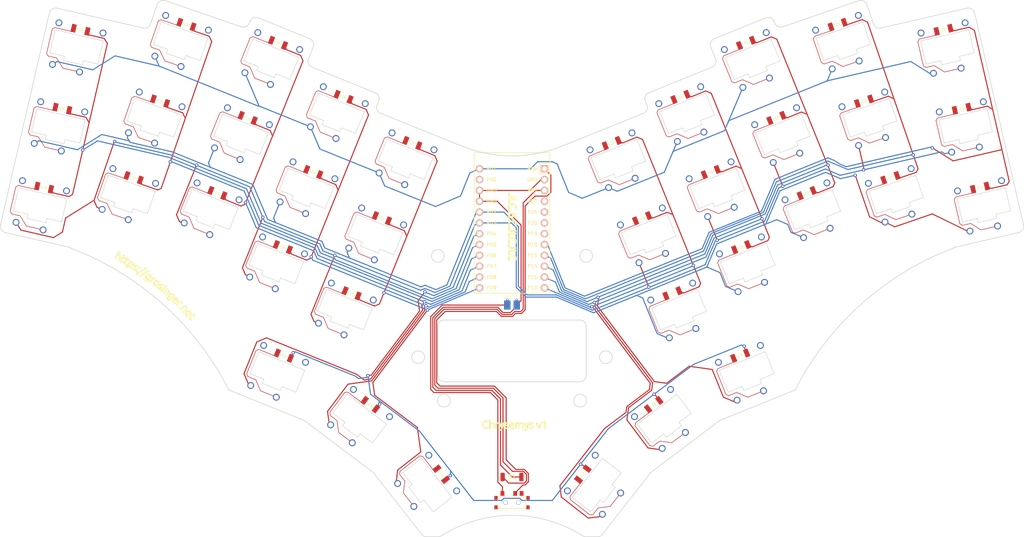
<source format=kicad_pcb>
(kicad_pcb (version 20211014) (generator pcbnew)
  (title_block (title "chrysemeys") (rev "v1.0.0") (company "Unknown"))
  (layers (0 "F.Cu" signal) (31 "B.Cu" signal) (34 "B.Paste" user) (35 "F.Paste" user) (36 "B.SilkS" user "B.Silkscreen") (37 "F.SilkS" user "F.Silkscreen") (38 "B.Mask" user) (39 "F.Mask" user) (44 "Edge.Cuts" user))
  (net 0 "")
  (net 1 "P3")
  (net 2 "P5")
  (net 3 "P2")
  (net 4 "P1")
  (net 5 "P6")
  (net 6 "P7")
  (net 7 "P8")
  (net 8 "P9")
  (net 9 "P4")
  (net 10 "P18")
  (net 11 "P15")
  (net 12 "P14")
  (net 13 "P16")
  (net 14 "P10")
  (net 15 "RAW")
  (net 16 "GND")
  (net 17 "RST")
  (net 18 "VCC")
  (net 19 "P21")
  (net 20 "P20")
  (net 21 "P19")
  (net 22 "P0")
  (net 23 "BATT")
  (footprint "E73:SPDT_C128955" (layer "F.Cu") (at 197.787887 209.793029 180)
    (fp_text reference "T1" hide)
    (fp_text value "" hide)
  )
  (footprint "lib:Kailh_PG1232" (layer "F.Cu") (at 237.022949 164.711881 22)
    (fp_text reference "S31" hide)
    (fp_text value "Kailh_PG1232")
    (fp_line (start -2.25 3.6) (end 2.25 3.6) (layer "Edge.Cuts") (width 0.12))
    (fp_line (start -2.25 2.6) (end -5.8 2.6) (layer "Edge.Cuts") (width 0.12))
    (fp_line (start -2.25 2.6) (end -2.25 3.6) (layer "Edge.Cuts") (width 0.12))
    (fp_line (start 2.25 2.6) (end 5.8 2.6) (layer "Edge.Cuts") (width 0.12))
    (fp_line (start -5.8 -2.95) (end 5.8 -2.95) (layer "Edge.Cuts") (width 0.12))
    (fp_line (start -5.8 2.6) (end -5.8 -2.95) (layer "Edge.Cuts") (width 0.12))
    (fp_line (start 2.25 3.6) (end 2.25 2.6) (layer "Edge.Cuts") (width 0.12))
    (fp_line (start 5.8 -2.95) (end 5.8 2.6) (layer "Edge.Cuts") (width 0.12))
  )
  (footprint "lib:Kailh_PG1232" (layer "F.Cu") (at 127.065918 141.204994 -22)
    (fp_text reference "S7" hide)
    (fp_text value "Kailh_PG1232")
    (fp_line (start -2.25 2.6) (end -5.8 2.6) (layer "Edge.Cuts") (width 0.12))
    (fp_line (start 5.8 -2.95) (end 5.8 2.6) (layer "Edge.Cuts") (width 0.12))
    (fp_line (start -5.8 2.6) (end -5.8 -2.95) (layer "Edge.Cuts") (width 0.12))
    (fp_line (start -2.25 3.6) (end 2.25 3.6) (layer "Edge.Cuts") (width 0.12))
    (fp_line (start 2.25 2.6) (end 5.8 2.6) (layer "Edge.Cuts") (width 0.12))
    (fp_line (start -5.8 -2.95) (end 5.8 -2.95) (layer "Edge.Cuts") (width 0.12))
    (fp_line (start -2.25 2.6) (end -2.25 3.6) (layer "Edge.Cuts") (width 0.12))
    (fp_line (start 2.25 3.6) (end 2.25 2.6) (layer "Edge.Cuts") (width 0.12))
  )
  (footprint "lib:Kailh_PG1232" (layer "F.Cu") (at 253.141014 153.885617 22)
    (fp_text reference "S28" hide)
    (fp_text value "Kailh_PG1232")
    (fp_line (start -5.8 -2.95) (end 5.8 -2.95) (layer "Edge.Cuts") (width 0.12))
    (fp_line (start -5.8 2.6) (end -5.8 -2.95) (layer "Edge.Cuts") (width 0.12))
    (fp_line (start 2.25 3.6) (end 2.25 2.6) (layer "Edge.Cuts") (width 0.12))
    (fp_line (start -2.25 2.6) (end -5.8 2.6) (layer "Edge.Cuts") (width 0.12))
    (fp_line (start -2.25 2.6) (end -2.25 3.6) (layer "Edge.Cuts") (width 0.12))
    (fp_line (start 5.8 -2.95) (end 5.8 2.6) (layer "Edge.Cuts") (width 0.12))
    (fp_line (start -2.25 3.6) (end 2.25 3.6) (layer "Edge.Cuts") (width 0.12))
    (fp_line (start 2.25 2.6) (end 5.8 2.6) (layer "Edge.Cuts") (width 0.12))
  )
  (footprint "lib:Kailh_PG1232" (layer "F.Cu") (at 142.67156 179.326856 -22)
    (fp_text reference "S16" hide)
    (fp_text value "Kailh_PG1232")
    (fp_line (start -5.8 -2.95) (end 5.8 -2.95) (layer "Edge.Cuts") (width 0.12))
    (fp_line (start -2.25 3.6) (end 2.25 3.6) (layer "Edge.Cuts") (width 0.12))
    (fp_line (start -2.25 2.6) (end -5.8 2.6) (layer "Edge.Cuts") (width 0.12))
    (fp_line (start 2.25 3.6) (end 2.25 2.6) (layer "Edge.Cuts") (width 0.12))
    (fp_line (start -5.8 2.6) (end -5.8 -2.95) (layer "Edge.Cuts") (width 0.12))
    (fp_line (start 5.8 -2.95) (end 5.8 2.6) (layer "Edge.Cuts") (width 0.12))
    (fp_line (start 2.25 2.6) (end 5.8 2.6) (layer "Edge.Cuts") (width 0.12))
    (fp_line (start -2.25 2.6) (end -2.25 3.6) (layer "Edge.Cuts") (width 0.12))
  )
  (footprint "lib:Kailh_PG1232" (layer "F.Cu") (at 141.300976 105.972001 -22)
    (fp_text reference "S9" hide)
    (fp_text value "Kailh_PG1232")
    (fp_line (start 2.25 2.6) (end 5.8 2.6) (layer "Edge.Cuts") (width 0.12))
    (fp_line (start -2.25 2.6) (end -2.25 3.6) (layer "Edge.Cuts") (width 0.12))
    (fp_line (start 2.25 3.6) (end 2.25 2.6) (layer "Edge.Cuts") (width 0.12))
    (fp_line (start -5.8 -2.95) (end 5.8 -2.95) (layer "Edge.Cuts") (width 0.12))
    (fp_line (start -2.25 3.6) (end 2.25 3.6) (layer "Edge.Cuts") (width 0.12))
    (fp_line (start -2.25 2.6) (end -5.8 2.6) (layer "Edge.Cuts") (width 0.12))
    (fp_line (start -5.8 2.6) (end -5.8 -2.95) (layer "Edge.Cuts") (width 0.12))
    (fp_line (start 5.8 -2.95) (end 5.8 2.6) (layer "Edge.Cuts") (width 0.12))
  )
  (footprint "ProMicro" (layer "F.Cu") (at 197.787899 145.478901 -90)
    (fp_text reference "MCU1" hide)
    (fp_text value "" hide)
  )
  (footprint "lib:Kailh_PG1232" (layer "F.Cu") (at 222.787891 129.478889 22)
    (fp_text reference "S33" hide)
    (fp_text value "Kailh_PG1232")
    (fp_line (start -5.8 2.6) (end -5.8 -2.95) (layer "Edge.Cuts") (width 0.12))
    (fp_line (start -5.8 -2.95) (end 5.8 -2.95) (layer "Edge.Cuts") (width 0.12))
    (fp_line (start -2.25 2.6) (end -5.8 2.6) (layer "Edge.Cuts") (width 0.12))
    (fp_line (start -2.25 3.6) (end 2.25 3.6) (layer "Edge.Cuts") (width 0.12))
    (fp_line (start 5.8 -2.95) (end 5.8 2.6) (layer "Edge.Cuts") (width 0.12))
    (fp_line (start 2.25 2.6) (end 5.8 2.6) (layer "Edge.Cuts") (width 0.12))
    (fp_line (start -2.25 2.6) (end -2.25 3.6) (layer "Edge.Cuts") (width 0.12))
    (fp_line (start 2.25 3.6) (end 2.25 2.6) (layer "Edge.Cuts") (width 0.12))
  )
  (footprint "lib:Kailh_PG1232" (layer "F.Cu") (at 161.974633 190.248003 -37)
    (fp_text reference "S17" hide)
    (fp_text value "Kailh_PG1232")
    (fp_line (start 5.8 -2.95) (end 5.8 2.6) (layer "Edge.Cuts") (width 0.12))
    (fp_line (start -2.25 3.6) (end 2.25 3.6) (layer "Edge.Cuts") (width 0.12))
    (fp_line (start 2.25 2.6) (end 5.8 2.6) (layer "Edge.Cuts") (width 0.12))
    (fp_line (start 2.25 3.6) (end 2.25 2.6) (layer "Edge.Cuts") (width 0.12))
    (fp_line (start -2.25 2.6) (end -2.25 3.6) (layer "Edge.Cuts") (width 0.12))
    (fp_line (start -5.8 2.6) (end -5.8 -2.95) (layer "Edge.Cuts") (width 0.12))
    (fp_line (start -5.8 -2.95) (end 5.8 -2.95) (layer "Edge.Cuts") (width 0.12))
    (fp_line (start -2.25 2.6) (end -5.8 2.6) (layer "Edge.Cuts") (width 0.12))
  )
  (footprint "lib:Kailh_PG1232" (layer "F.Cu") (at 261.392342 123.588494 22)
    (fp_text reference "S26" hide)
    (fp_text value "Kailh_PG1232")
    (fp_line (start 2.25 3.6) (end 2.25 2.6) (layer "Edge.Cuts") (width 0.12))
    (fp_line (start 5.8 -2.95) (end 5.8 2.6) (layer "Edge.Cuts") (width 0.12))
    (fp_line (start -2.25 3.6) (end 2.25 3.6) (layer "Edge.Cuts") (width 0.12))
    (fp_line (start -2.25 2.6) (end -2.25 3.6) (layer "Edge.Cuts") (width 0.12))
    (fp_line (start -2.25 2.6) (end -5.8 2.6) (layer "Edge.Cuts") (width 0.12))
    (fp_line (start -5.8 2.6) (end -5.8 -2.95) (layer "Edge.Cuts") (width 0.12))
    (fp_line (start -5.8 -2.95) (end 5.8 -2.95) (layer "Edge.Cuts") (width 0.12))
    (fp_line (start 2.25 2.6) (end 5.8 2.6) (layer "Edge.Cuts") (width 0.12))
  )
  (footprint "lib:Kailh_PG1232" (layer "F.Cu") (at 287.924177 137.692963 19)
    (fp_text reference "S22" hide)
    (fp_text value "Kailh_PG1232")
    (fp_line (start -5.8 -2.95) (end 5.8 -2.95) (layer "Edge.Cuts") (width 0.12))
    (fp_line (start -2.25 2.6) (end -5.8 2.6) (layer "Edge.Cuts") (width 0.12))
    (fp_line (start -2.25 2.6) (end -2.25 3.6) (layer "Edge.Cuts") (width 0.12))
    (fp_line (start -5.8 2.6) (end -5.8 -2.95) (layer "Edge.Cuts") (width 0.12))
    (fp_line (start 5.8 -2.95) (end 5.8 2.6) (layer "Edge.Cuts") (width 0.12))
    (fp_line (start 2.25 2.6) (end 5.8 2.6) (layer "Edge.Cuts") (width 0.12))
    (fp_line (start -2.25 3.6) (end 2.25 3.6) (layer "Edge.Cuts") (width 0.12))
    (fp_line (start 2.25 3.6) (end 2.25 2.6) (layer "Edge.Cuts") (width 0.12))
  )
  (footprint "lib:Kailh_PG1232" (layer "F.Cu") (at 308.499058 140.127008 13)
    (fp_text reference "S19" hide)
    (fp_text value "Kailh_PG1232")
    (fp_line (start 5.8 -2.95) (end 5.8 2.6) (layer "Edge.Cuts") (width 0.12))
    (fp_line (start -2.25 3.6) (end 2.25 3.6) (layer "Edge.Cuts") (width 0.12))
    (fp_line (start -2.25 2.6) (end -2.25 3.6) (layer "Edge.Cuts") (width 0.12))
    (fp_line (start -2.25 2.6) (end -5.8 2.6) (layer "Edge.Cuts") (width 0.12))
    (fp_line (start -5.8 2.6) (end -5.8 -2.95) (layer "Edge.Cuts") (width 0.12))
    (fp_line (start -5.8 -2.95) (end 5.8 -2.95) (layer "Edge.Cuts") (width 0.12))
    (fp_line (start 2.25 2.6) (end 5.8 2.6) (layer "Edge.Cuts") (width 0.12))
    (fp_line (start 2.25 3.6) (end 2.25 2.6) (layer "Edge.Cuts") (width 0.12))
  )
  (footprint "lib:Kailh_PG1232" (layer "F.Cu") (at 91.350797 121.613979 -13)
    (fp_text reference "S2" hide)
    (fp_text value "Kailh_PG1232")
    (fp_line (start 2.25 3.6) (end 2.25 2.6) (layer "Edge.Cuts") (width 0.12))
    (fp_line (start 2.25 2.6) (end 5.8 2.6) (layer "Edge.Cuts") (width 0.12))
    (fp_line (start -5.8 2.6) (end -5.8 -2.95) (layer "Edge.Cuts") (width 0.12))
    (fp_line (start -5.8 -2.95) (end 5.8 -2.95) (layer "Edge.Cuts") (width 0.12))
    (fp_line (start 5.8 -2.95) (end 5.8 2.6) (layer "Edge.Cuts") (width 0.12))
    (fp_line (start -2.25 2.6) (end -5.8 2.6) (layer "Edge.Cuts") (width 0.12))
    (fp_line (start -2.25 3.6) (end 2.25 3.6) (layer "Edge.Cuts") (width 0.12))
    (fp_line (start -2.25 2.6) (end -2.25 3.6) (layer "Edge.Cuts") (width 0.12))
  )
  (footprint "lib:Kailh_PG1232" (layer "F.Cu") (at 229.905427 147.095389 22)
    (fp_text reference "S32" hide)
    (fp_text value "Kailh_PG1232")
    (fp_line (start -2.25 2.6) (end -5.8 2.6) (layer "Edge.Cuts") (width 0.12))
    (fp_line (start 2.25 2.6) (end 5.8 2.6) (layer "Edge.Cuts") (width 0.12))
    (fp_line (start 2.25 3.6) (end 2.25 2.6) (layer "Edge.Cuts") (width 0.12))
    (fp_line (start -5.8 2.6) (end -5.8 -2.95) (layer "Edge.Cuts") (width 0.12))
    (fp_line (start -2.25 2.6) (end -2.25 3.6) (layer "Edge.Cuts") (width 0.12))
    (fp_line (start -2.25 3.6) (end 2.25 3.6) (layer "Edge.Cuts") (width 0.12))
    (fp_line (start -5.8 -2.95) (end 5.8 -2.95) (layer "Edge.Cuts") (width 0.12))
    (fp_line (start 5.8 -2.95) (end 5.8 2.6) (layer "Edge.Cuts") (width 0.12))
  )
  (footprint "lib:Kailh_PG1232" (layer "F.Cu") (at 254.27482 105.972008 22)
    (fp_text reference "S27" hide)
    (fp_text value "Kailh_PG1232")
    (fp_line (start 2.25 3.6) (end 2.25 2.6) (layer "Edge.Cuts") (width 0.12))
    (fp_line (start -5.8 -2.95) (end 5.8 -2.95) (layer "Edge.Cuts") (width 0.12))
    (fp_line (start 5.8 -2.95) (end 5.8 2.6) (layer "Edge.Cuts") (width 0.12))
    (fp_line (start 2.25 2.6) (end 5.8 2.6) (layer "Edge.Cuts") (width 0.12))
    (fp_line (start -2.25 2.6) (end -2.25 3.6) (layer "Edge.Cuts") (width 0.12))
    (fp_line (start -2.25 3.6) (end 2.25 3.6) (layer "Edge.Cuts") (width 0.12))
    (fp_line (start -2.25 2.6) (end -5.8 2.6) (layer "Edge.Cuts") (width 0.12))
    (fp_line (start -5.8 2.6) (end -5.8 -2.95) (layer "Edge.Cuts") (width 0.12))
  )
  (footprint "lib:Kailh_PG1232" (layer "F.Cu") (at 87.076731 140.127008 -13)
    (fp_text reference "S1" hide)
    (fp_text value "Kailh_PG1232")
    (fp_line (start -5.8 2.6) (end -5.8 -2.95) (layer "Edge.Cuts") (width 0.12))
    (fp_line (start -2.25 3.6) (end 2.25 3.6) (layer "Edge.Cuts") (width 0.12))
    (fp_line (start -5.8 -2.95) (end 5.8 -2.95) (layer "Edge.Cuts") (width 0.12))
    (fp_line (start 5.8 -2.95) (end 5.8 2.6) (layer "Edge.Cuts") (width 0.12))
    (fp_line (start 2.25 3.6) (end 2.25 2.6) (layer "Edge.Cuts") (width 0.12))
    (fp_line (start -2.25 2.6) (end -2.25 3.6) (layer "Edge.Cuts") (width 0.12))
    (fp_line (start 2.25 2.6) (end 5.8 2.6) (layer "Edge.Cuts") (width 0.12))
    (fp_line (start -2.25 2.6) (end -5.8 2.6) (layer "Edge.Cuts") (width 0.12))
  )
  (footprint "lib:Kailh_PG1232" (layer "F.Cu") (at 149.552298 136.269124 -22)
    (fp_text reference "S11" hide)
    (fp_text value "Kailh_PG1232")
    (fp_line (start -2.25 2.6) (end -2.25 3.6) (layer "Edge.Cuts") (width 0.12))
    (fp_line (start -2.25 3.6) (end 2.25 3.6) (layer "Edge.Cuts") (width 0.12))
    (fp_line (start 2.25 2.6) (end 5.8 2.6) (layer "Edge.Cuts") (width 0.12))
    (fp_line (start -5.8 2.6) (end -5.8 -2.95) (layer "Edge.Cuts") (width 0.12))
    (fp_line (start -5.8 -2.95) (end 5.8 -2.95) (layer "Edge.Cuts") (width 0.12))
    (fp_line (start 5.8 -2.95) (end 5.8 2.6) (layer "Edge.Cuts") (width 0.12))
    (fp_line (start 2.25 3.6) (end 2.25 2.6) (layer "Edge.Cuts") (width 0.12))
    (fp_line (start -2.25 2.6) (end -5.8 2.6) (layer "Edge.Cuts") (width 0.12))
  )
  (footprint "lib:Kailh_PG1232" (layer "F.Cu") (at 217.782422 205.793024 52)
    (fp_text reference "S36" hide)
    (fp_text value "Kailh_PG1232")
    (fp_line (start 5.8 -2.95) (end 5.8 2.6) (layer "Edge.Cuts") (width 0.12))
    (fp_line (start -2.25 3.6) (end 2.25 3.6) (layer "Edge.Cuts") (width 0.12))
    (fp_line (start -5.8 2.6) (end -5.8 -2.95) (layer "Edge.Cuts") (width 0.12))
    (fp_line (start -2.25 2.6) (end -2.25 3.6) (layer "Edge.Cuts") (width 0.12))
    (fp_line (start -2.25 2.6) (end -5.8 2.6) (layer "Edge.Cuts") (width 0.12))
    (fp_line (start 2.25 2.6) (end 5.8 2.6) (layer "Edge.Cuts") (width 0.12))
    (fp_line (start -5.8 -2.95) (end 5.8 -2.95) (layer "Edge.Cuts") (width 0.12))
    (fp_line (start 2.25 3.6) (end 2.25 2.6) (layer "Edge.Cuts") (width 0.12))
  )
  (footprint "lib:Kailh_PG1232" (layer "F.Cu") (at 252.904227 179.326853 22)
    (fp_text reference "S34" hide)
    (fp_text value "Kailh_PG1232")
    (fp_line (start -2.25 2.6) (end -5.8 2.6) (layer "Edge.Cuts") (width 0.12))
    (fp_line (start 2.25 3.6) (end 2.25 2.6) (layer "Edge.Cuts") (width 0.12))
    (fp_line (start -2.25 3.6) (end 2.25 3.6) (layer "Edge.Cuts") (width 0.12))
    (fp_line (start -2.25 2.6) (end -2.25 3.6) (layer "Edge.Cuts") (width 0.12))
    (fp_line (start -5.8 2.6) (end -5.8 -2.95) (layer "Edge.Cuts") (width 0.12))
    (fp_line (start -5.8 -2.95) (end 5.8 -2.95) (layer "Edge.Cuts") (width 0.12))
    (fp_line (start 5.8 -2.95) (end 5.8 2.6) (layer "Edge.Cuts") (width 0.12))
    (fp_line (start 2.25 2.6) (end 5.8 2.6) (layer "Edge.Cuts") (width 0.12))
  )
  (footprint "lib:Kailh_PG1232" (layer "F.Cu") (at 304.224981 121.613986 13)
    (fp_text reference "S20" hide)
    (fp_text value "Kailh_PG1232")
    (fp_line (start -2.25 2.6) (end -5.8 2.6) (layer "Edge.Cuts") (width 0.12))
    (fp_line (start 2.25 3.6) (end 2.25 2.6) (layer "Edge.Cuts") (width 0.12))
    (fp_line (start 5.8 -2.95) (end 5.8 2.6) (layer "Edge.Cuts") (width 0.12))
    (fp_line (start -2.25 2.6) (end -2.25 3.6) (layer "Edge.Cuts") (width 0.12))
    (fp_line (start -2.25 3.6) (end 2.25 3.6) (layer "Edge.Cuts") (width 0.12))
    (fp_line (start 2.25 2.6) (end 5.8 2.6) (layer "Edge.Cuts") (width 0.12))
    (fp_line (start -5.8 -2.95) (end 5.8 -2.95) (layer "Edge.Cuts") (width 0.12))
    (fp_line (start -5.8 2.6) (end -5.8 -2.95) (layer "Edge.Cuts") (width 0.12))
  )
  (footprint "BatteryPads" (layer "F.Cu") (at 197.787891 163.478892)
    (fp_text reference "BT1" hide)
    (fp_text value "Battery_Cell")
  )
  (footprint "lib:Kailh_PG1232" (layer "F.Cu") (at 142.434775 153.885618 -22)
    (fp_text reference "S10" hide)
    (fp_text value "Kailh_PG1232")
    (fp_line (start -2.25 2.6) (end -2.25 3.6) (layer "Edge.Cuts") (width 0.12))
    (fp_line (start 5.8 -2.95) (end 5.8 2.6) (layer "Edge.Cuts") (width 0.12))
    (fp_line (start -5.8 -2.95) (end 5.8 -2.95) (layer "Edge.Cuts") (width 0.12))
    (fp_line (start -2.25 2.6) (end -5.8 2.6) (layer "Edge.Cuts") (width 0.12))
    (fp_line (start 2.25 3.6) (end 2.25 2.6) (layer "Edge.Cuts") (width 0.12))
    (fp_line (start -5.8 2.6) (end -5.8 -2.95) (layer "Edge.Cuts") (width 0.12))
    (fp_line (start 2.25 2.6) (end 5.8 2.6) (layer "Edge.Cuts") (width 0.12))
    (fp_line (start -2.25 3.6) (end 2.25 3.6) (layer "Edge.Cuts") (width 0.12))
  )
  (footprint "lib:Kailh_PG1232" (layer "F.Cu") (at 172.7879 129.478896 -22)
    (fp_text reference "S15" hide)
    (fp_text value "Kailh_PG1232")
    (fp_line (start -2.25 2.6) (end -2.25 3.6) (layer "Edge.Cuts") (width 0.12))
    (fp_line (start -2.25 3.6) (end 2.25 3.6) (layer "Edge.Cuts") (width 0.12))
    (fp_line (start 2.25 2.6) (end 5.8 2.6) (layer "Edge.Cuts") (width 0.12))
    (fp_line (start 5.8 -2.95) (end 5.8 2.6) (layer "Edge.Cuts") (width 0.12))
    (fp_line (start -5.8 2.6) (end -5.8 -2.95) (layer "Edge.Cuts") (width 0.12))
    (fp_line (start -2.25 2.6) (end -5.8 2.6) (layer "Edge.Cuts") (width 0.12))
    (fp_line (start 2.25 3.6) (end 2.25 2.6) (layer "Edge.Cuts") (width 0.12))
    (fp_line (start -5.8 -2.95) (end 5.8 -2.95) (layer "Edge.Cuts") (width 0.12))
  )
  (footprint "lib:Kailh_PG1232" (layer "F.Cu") (at 238.905953 118.652633 22)
    (fp_text reference "S30" hide)
    (fp_text value "Kailh_PG1232")
    (fp_line (start 2.25 3.6) (end 2.25 2.6) (layer "Edge.Cuts") (width 0.12))
    (fp_line (start -2.25 2.6) (end -5.8 2.6) (layer "Edge.Cuts") (width 0.12))
    (fp_line (start -2.25 3.6) (end 2.25 3.6) (layer "Edge.Cuts") (width 0.12))
    (fp_line (start 2.25 2.6) (end 5.8 2.6) (layer "Edge.Cuts") (width 0.12))
    (fp_line (start -5.8 -2.95) (end 5.8 -2.95) (layer "Edge.Cuts") (width 0.12))
    (fp_line (start -5.8 2.6) (end -5.8 -2.95) (layer "Edge.Cuts") (width 0.12))
    (fp_line (start 5.8 -2.95) (end 5.8 2.6) (layer "Edge.Cuts") (width 0.12))
    (fp_line (start -2.25 2.6) (end -2.25 3.6) (layer "Edge.Cuts") (width 0.12))
  )
  (footprint "lib:Kailh_PG1232" (layer "F.Cu") (at 156.669832 118.652637 -22)
    (fp_text reference "S12" hide)
    (fp_text value "Kailh_PG1232")
    (fp_line (start -2.25 3.6) (end 2.25 3.6) (layer "Edge.Cuts") (width 0.12))
    (fp_line (start -5.8 2.6) (end -5.8 -2.95) (layer "Edge.Cuts") (width 0.12))
    (fp_line (start 2.25 3.6) (end 2.25 2.6) (layer "Edge.Cuts") (width 0.12))
    (fp_line (start 2.25 2.6) (end 5.8 2.6) (layer "Edge.Cuts") (width 0.12))
    (fp_line (start 5.8 -2.95) (end 5.8 2.6) (layer "Edge.Cuts") (width 0.12))
    (fp_line (start -5.8 -2.95) (end 5.8 -2.95) (layer "Edge.Cuts") (width 0.12))
    (fp_line (start -2.25 2.6) (end -5.8 2.6) (layer "Edge.Cuts") (width 0.12))
    (fp_line (start -2.25 2.6) (end -2.25 3.6) (layer "Edge.Cuts") (width 0.12))
  )
  (footprint "lib:Kailh_PG1232" (layer "F.Cu") (at 268.509861 141.204993 22)
    (fp_text reference "S25" hide)
    (fp_text value "Kailh_PG1232")
    (fp_line (start -5.8 -2.95) (end 5.8 -2.95) (layer "Edge.Cuts") (width 0.12))
    (fp_line (start 5.8 -2.95) (end 5.8 2.6) (layer "Edge.Cuts") (width 0.12))
    (fp_line (start -2.25 3.6) (end 2.25 3.6) (layer "Edge.Cuts") (width 0.12))
    (fp_line (start -2.25 2.6) (end -5.8 2.6) (layer "Edge.Cuts") (width 0.12))
    (fp_line (start 2.25 2.6) (end 5.8 2.6) (layer "Edge.Cuts") (width 0.12))
    (fp_line (start 2.25 3.6) (end 2.25 2.6) (layer "Edge.Cuts") (width 0.12))
    (fp_line (start -5.8 2.6) (end -5.8 -2.95) (layer "Edge.Cuts") (width 0.12))
    (fp_line (start -2.25 2.6) (end -2.25 3.6) (layer "Edge.Cuts") (width 0.12))
  )
  (footprint "lib:Kailh_PG1232" (layer "F.Cu") (at 113.837404 119.728111 -19)
    (fp_text reference "S5" hide)
    (fp_text value "Kailh_PG1232")
    (fp_line (start 2.25 3.6) (end 2.25 2.6) (layer "Edge.Cuts") (width 0.12))
    (fp_line (start -2.25 2.6) (end -2.25 3.6) (layer "Edge.Cuts") (width 0.12))
    (fp_line (start -5.8 -2.95) (end 5.8 -2.95) (layer "Edge.Cuts") (width 0.12))
    (fp_line (start -2.25 3.6) (end 2.25 3.6) (layer "Edge.Cuts") (width 0.12))
    (fp_line (start -5.8 2.6) (end -5.8 -2.95) (layer "Edge.Cuts") (width 0.12))
    (fp_line (start 2.25 2.6) (end 5.8 2.6) (layer "Edge.Cuts") (width 0.12))
    (fp_line (start -2.25 2.6) (end -5.8 2.6) (layer "Edge.Cuts") (width 0.12))
    (fp_line (start 5.8 -2.95) (end 5.8 2.6) (layer "Edge.Cuts") (width 0.12))
  )
  (footprint "lib:Kailh_PG1232" (layer "F.Cu") (at 120.0232 101.763266 -19)
    (fp_text reference "S6" hide)
    (fp_text value "Kailh_PG1232")
    (fp_line (start -5.8 -2.95) (end 5.8 -2.95) (layer "Edge.Cuts") (width 0.12))
    (fp_line (start 2.25 2.6) (end 5.8 2.6) (layer "Edge.Cuts") (width 0.12))
    (fp_line (start -2.25 3.6) (end 2.25 3.6) (layer "Edge.Cuts") (width 0.12))
    (fp_line (start -2.25 2.6) (end -5.8 2.6) (layer "Edge.Cuts") (width 0.12))
    (fp_line (start -5.8 2.6) (end -5.8 -2.95) (layer "Edge.Cuts") (width 0.12))
    (fp_line (start -2.25 2.6) (end -2.25 3.6) (layer "Edge.Cuts") (width 0.12))
    (fp_line (start 2.25 3.6) (end 2.25 2.6) (layer "Edge.Cuts") (width 0.12))
    (fp_line (start 5.8 -2.95) (end 5.8 2.6) (layer "Edge.Cuts") (width 0.12))
  )
  (footprint "lib:Kailh_PG1232" (layer "F.Cu") (at 275.552591 101.763257 19)
    (fp_text reference "S24" hide)
    (fp_text value "Kailh_PG1232")
    (fp_line (start -5.8 2.6) (end -5.8 -2.95) (layer "Edge.Cuts") (width 0.12))
    (fp_line (start 2.25 2.6) (end 5.8 2.6) (layer "Edge.Cuts") (width 0.12))
    (fp_line (start -5.8 -2.95) (end 5.8 -2.95) (layer "Edge.Cuts") (width 0.12))
    (fp_line (start 5.8 -2.95) (end 5.8 2.6) (layer "Edge.Cuts") (width 0.12))
    (fp_line (start 2.25 3.6) (end 2.25 2.6) (layer "Edge.Cuts") (width 0.12))
    (fp_line (start -2.25 2.6) (end -2.25 3.6) (layer "Edge.Cuts") (width 0.12))
    (fp_line (start -2.25 2.6) (end -5.8 2.6) (layer "Edge.Cuts") (width 0.12))
    (fp_line (start -2.25 3.6) (end 2.25 3.6) (layer "Edge.Cuts") (width 0.12))
  )
  (footprint "TwoLeadButton" (layer "F.Cu") (at 197.787893 203.793033)
    (fp_text reference "B1")
    (fp_text value "Button")
  )
  (footprint "lib:Kailh_PG1232" (layer "F.Cu") (at 165.670369 147.095387 -22)
    (fp_text reference "S14" hide)
    (fp_text value "Kailh_PG1232")
    (fp_line (start 2.25 3.6) (end 2.25 2.6) (layer "Edge.Cuts") (width 0.12))
    (fp_line (start -2.25 2.6) (end -5.8 2.6) (layer "Edge.Cuts") (width 0.12))
    (fp_line (start 5.8 -2.95) (end 5.8 2.6) (layer "Edge.Cuts") (width 0.12))
    (fp_line (start -5.8 -2.95) (end 5.8 -2.95) (layer "Edge.Cuts") (width 0.12))
    (fp_line (start -2.25 3.6) (end 2.25 3.6) (layer "Edge.Cuts") (width 0.12))
    (fp_line (start 2.25 2.6) (end 5.8 2.6) (layer "Edge.Cuts") (width 0.12))
    (fp_line (start -5.8 2.6) (end -5.8 -2.95) (layer "Edge.Cuts") (width 0.12))
    (fp_line (start -2.25 2.6) (end -2.25 3.6) (layer "Edge.Cuts") (width 0.12))
  )
  (footprint "lib:Kailh_PG1232" (layer "F.Cu") (at 95.624877 103.100945 -13)
    (fp_text reference "S3" hide)
    (fp_text value "Kailh_PG1232")
    (fp_line (start -2.25 2.6) (end -2.25 3.6) (layer "Edge.Cuts") (width 0.12))
    (fp_line (start -5.8 2.6) (end -5.8 -2.95) (layer "Edge.Cuts") (width 0.12))
    (fp_line (start -2.25 2.6) (end -5.8 2.6) (layer "Edge.Cuts") (width 0.12))
    (fp_line (start 2.25 2.6) (end 5.8 2.6) (layer "Edge.Cuts") (width 0.12))
    (fp_line (start -2.25 3.6) (end 2.25 3.6) (layer "Edge.Cuts") (width 0.12))
    (fp_line (start 2.25 3.6) (end 2.25 2.6) (layer "Edge.Cuts") (width 0.12))
    (fp_line (start 5.8 -2.95) (end 5.8 2.6) (layer "Edge.Cuts") (width 0.12))
    (fp_line (start -5.8 -2.95) (end 5.8 -2.95) (layer "Edge.Cuts") (width 0.12))
  )
  (footprint "lib:Kailh_PG1232" (layer "F.Cu") (at 281.738388 119.728116 19)
    (fp_text reference "S23" hide)
    (fp_text value "Kailh_PG1232")
    (fp_line (start -5.8 -2.95) (end 5.8 -2.95) (layer "Edge.Cuts") (width 0.12))
    (fp_line (start 5.8 -2.95) (end 5.8 2.6) (layer "Edge.Cuts") (width 0.12))
    (fp_line (start -2.25 2.6) (end -2.25 3.6) (layer "Edge.Cuts") (width 0.12))
    (fp_line (start 2.25 2.6) (end 5.8 2.6) (layer "Edge.Cuts") (width 0.12))
    (fp_line (start -2.25 2.6) (end -5.8 2.6) (layer "Edge.Cuts") (width 0.12))
    (fp_line (start -2.25 3.6) (end 2.25 3.6) (layer "Edge.Cuts") (width 0.12))
    (fp_line (start 2.25 3.6) (end 2.25 2.6) (layer "Edge.Cuts") (width 0.12))
    (fp_line (start -5.8 2.6) (end -5.8 -2.95) (layer "Edge.Cuts") (width 0.12))
  )
  (footprint "lib:Kailh_PG1232" (layer "F.Cu") (at 177.793372 205.793035 -52)
    (fp_text reference "S18" hide)
    (fp_text value "Kailh_PG1232")
    (fp_line (start -2.25 3.6) (end 2.25 3.6) (layer "Edge.Cuts") (width 0.12))
    (fp_line (start -2.25 2.6) (end -2.25 3.6) (layer "Edge.Cuts") (width 0.12))
    (fp_line (start -2.25 2.6) (end -5.8 2.6) (layer "Edge.Cuts") (width 0.12))
    (fp_line (start 5.8 -2.95) (end 5.8 2.6) (layer "Edge.Cuts") (width 0.12))
    (fp_line (start 2.25 2.6) (end 5.8 2.6) (layer "Edge.Cuts") (width 0.12))
    (fp_line (start -5.8 -2.95) (end 5.8 -2.95) (layer "Edge.Cuts") (width 0.12))
    (fp_line (start 2.25 3.6) (end 2.25 2.6) (layer "Edge.Cuts") (width 0.12))
    (fp_line (start -5.8 2.6) (end -5.8 -2.95) (layer "Edge.Cuts") (width 0.12))
  )
  (footprint "lib:Kailh_PG1232" (layer "F.Cu") (at 299.950913 103.100945 13)
    (fp_text reference "S21" hide)
    (fp_text value "Kailh_PG1232")
    (fp_line (start 2.25 3.6) (end 2.25 2.6) (layer "Edge.Cuts") (width 0.12))
    (fp_line (start -5.8 -2.95) (end 5.8 -2.95) (layer "Edge.Cuts") (width 0.12))
    (fp_line (start 5.8 -2.95) (end 5.8 2.6) (layer "Edge.Cuts") (width 0.12))
    (fp_line (start -5.8 2.6) (end -5.8 -2.95) (layer "Edge.Cuts") (width 0.12))
    (fp_line (start 2.25 2.6) (end 5.8 2.6) (layer "Edge.Cuts") (width 0.12))
    (fp_line (start -2.25 2.6) (end -5.8 2.6) (layer "Edge.Cuts") (width 0.12))
    (fp_line (start -2.25 2.6) (end -2.25 3.6) (layer "Edge.Cuts") (width 0.12))
    (fp_line (start -2.25 3.6) (end 2.25 3.6) (layer "Edge.Cuts") (width 0.12))
  )
  (footprint "lib:Kailh_PG1232" (layer "F.Cu") (at 107.651607 137.692967 -19)
    (fp_text reference "S4" hide)
    (fp_text value "Kailh_PG1232")
    (fp_line (start -5.8 -2.95) (end 5.8 -2.95) (layer "Edge.Cuts") (width 0.12))
    (fp_line (start 2.25 3.6) (end 2.25 2.6) (layer "Edge.Cuts") (width 0.12))
    (fp_line (start 5.8 -2.95) (end 5.8 2.6) (layer "Edge.Cuts") (width 0.12))
    (fp_line (start -2.25 3.6) (end 2.25 3.6) (layer "Edge.Cuts") (width 0.12))
    (fp_line (start 2.25 2.6) (end 5.8 2.6) (layer "Edge.Cuts") (width 0.12))
    (fp_line (start -2.25 2.6) (end -5.8 2.6) (layer "Edge.Cuts") (width 0.12))
    (fp_line (start -2.25 2.6) (end -2.25 3.6) (layer "Edge.Cuts") (width 0.12))
    (fp_line (start -5.8 2.6) (end -5.8 -2.95) (layer "Edge.Cuts") (width 0.12))
  )
  (footprint "lib:Kailh_PG1232" (layer "F.Cu") (at 246.02349 136.269124 22)
    (fp_text reference "S29" hide)
    (fp_text value "Kailh_PG1232")
    (fp_line (start -5.8 -2.95) (end 5.8 -2.95) (layer "Edge.Cuts") (width 0.12))
    (fp_line (start -5.8 2.6) (end -5.8 -2.95) (layer "Edge.Cuts") (width 0.12))
    (fp_line (start 2.25 3.6) (end 2.25 2.6) (layer "Edge.Cuts") (width 0.12))
    (fp_line (start -2.25 2.6) (end -5.8 2.6) (layer "Edge.Cuts") (width 0.12))
    (fp_line (start -2.25 3.6) (end 2.25 3.6) (layer "Edge.Cuts") (width 0.12))
    (fp_line (start 2.25 2.6) (end 5.8 2.6) (layer "Edge.Cuts") (width 0.12))
    (fp_line (start -2.25 2.6) (end -2.25 3.6) (layer "Edge.Cuts") (width 0.12))
    (fp_line (start 5.8 -2.95) (end 5.8 2.6) (layer "Edge.Cuts") (width 0.12))
  )
  (footprint "lib:Kailh_PG1232" (layer "F.Cu") (at 233.601148 190.247996 37)
    (fp_text reference "S35" hide)
    (fp_text value "Kailh_PG1232")
    (fp_line (start -2.25 2.6) (end -5.8 2.6) (layer "Edge.Cuts") (width 0.12))
    (fp_line (start 5.8 -2.95) (end 5.8 2.6) (layer "Edge.Cuts") (width 0.12))
    (fp_line (start -2.25 3.6) (end 2.25 3.6) (layer "Edge.Cuts") (width 0.12))
    (fp_line (start 2.25 3.6) (end 2.25 2.6) (layer "Edge.Cuts") (width 0.12))
    (fp_line (start -2.25 2.6) (end -2.25 3.6) (layer "Edge.Cuts") (width 0.12))
    (fp_line (start 2.25 2.6) (end 5.8 2.6) (layer "Edge.Cuts") (width 0.12))
    (fp_line (start -5.8 2.6) (end -5.8 -2.95) (layer "Edge.Cuts") (width 0.12))
    (fp_line (start -5.8 -2.95) (end 5.8 -2.95) (layer "Edge.Cuts") (width 0.12))
  )
  (footprint "lib:Kailh_PG1232" (layer "F.Cu") (at 158.552846 164.711876 -22)
    (fp_text reference "S13" hide)
    (fp_text value "Kailh_PG1232")
    (fp_line (start -2.25 3.6) (end 2.25 3.6) (layer "Edge.Cuts") (width 0.12))
    (fp_line (start -5.8 -2.95) (end 5.8 -2.95) (layer "Edge.Cuts") (width 0.12))
    (fp_line (start 5.8 -2.95) (end 5.8 2.6) (layer "Edge.Cuts") (width 0.12))
    (fp_line (start 2.25 2.6) (end 5.8 2.6) (layer "Edge.Cuts") (width 0.12))
    (fp_line (start 2.25 3.6) (end 2.25 2.6) (layer "Edge.Cuts") (width 0.12))
    (fp_line (start -2.25 2.6) (end -2.25 3.6) (layer "Edge.Cuts") (width 0.12))
    (fp_line (start -2.25 2.6) (end -5.8 2.6) (layer "Edge.Cuts") (width 0.12))
    (fp_line (start -5.8 2.6) (end -5.8 -2.95) (layer "Edge.Cuts") (width 0.12))
  )
  (footprint "lib:Kailh_PG1232" (layer "F.Cu") (at 134.183455 123.588495 -22)
    (fp_text reference "S8" hide)
    (fp_text value "Kailh_PG1232")
    (fp_line (start -2.25 2.6) (end -5.8 2.6) (layer "Edge.Cuts") (width 0.12))
    (fp_line (start -2.25 2.6) (end -2.25 3.6) (layer "Edge.Cuts") (width 0.12))
    (fp_line (start -2.25 3.6) (end 2.25 3.6) (layer "Edge.Cuts") (width 0.12))
    (fp_line (start 5.8 -2.95) (end 5.8 2.6) (layer "Edge.Cuts") (width 0.12))
    (fp_line (start -5.8 -2.95) (end 5.8 -2.95) (layer "Edge.Cuts") (width 0.12))
    (fp_line (start 2.25 2.6) (end 5.8 2.6) (layer "Edge.Cuts") (width 0.12))
    (fp_line (start 2.25 3.6) (end 2.25 2.6) (layer "Edge.Cuts") (width 0.12))
    (fp_line (start -5.8 2.6) (end -5.8 -2.95) (layer "Edge.Cuts") (width 0.12))
  )
  (gr_poly (pts (xy 192.701462 191.125217) (xy 192.721694 191.117882) (xy 192.742005 191.11102) (xy 192.762395 191.104631) (xy 192.782863 191.098716) (xy 192.80341 191.093273) (xy 192.824035 191.088304) (xy 192.844739 191.083807) (xy 192.865521 191.079784) (xy 192.886343 191.075644) (xy 192.907166 191.072056) (xy 192.927989 191.06902) (xy 192.948813 191.066535) (xy 192.969636 191.064603) (xy 192.990459 191.063223) (xy 193.011282 191.062394) (xy 193.032105 191.062118) (xy 193.069176 191.062789) (xy 193.104669 191.0648) (xy 193.121825 191.066308) (xy 193.138586 191.068152) (xy 193.154952 191.070331) (xy 193.170924 191.072845) (xy 193.186502 191.075694) (xy 193.201686 191.078879) (xy 193.216475 191.082398) (xy 193.230869 191.086253) (xy 193.244869 191.090444) (xy 193.258475 191.094969) (xy 193.271687 191.09983) (xy 193.284504 191.105026) (xy 193.296966 191.110538) (xy 193.309113 191.116345) (xy 193.320944 191.122448) (xy 193.33246 191.128847) (xy 193.34366 191.135542) (xy 193.354545 191.142532) (xy 193.365114 191.149818) (xy 193.375368 191.1574) (xy 193.385306 191.165278) (xy 193.394929 191.173451) (xy 193.404236 191.18192) (xy 193.413228 191.190685) (xy 193.421905 191.199746) (xy 193.430266 191.209102) (xy 193.438311 191.218754) (xy 193.446041 191.228702) (xy 193.453466 191.238611) (xy 193.460594 191.248776) (xy 193.467427 191.259197) (xy 193.473964 191.269875) (xy 193.480205 191.280809) (xy 193.48615 191.291999) (xy 193.4918 191.303445) (xy 193.497153 191.315148) (xy 193.502211 191.327107) (xy 193.506973 191.339323) (xy 193.511439 191.351795) (xy 193.515609 191.364523) (xy 193.519484 191.377508) (xy 193.523062 191.390748) (xy 193.526345 191.404246) (xy 193.529331 191.417999) (xy 193.535247 191.446119) (xy 193.540374 191.474948) (xy 193.544711 191.504487) (xy 193.54826 191.534735) (xy 193.551021 191.565693) (xy 193.552992 191.597361) (xy 193.554175 191.629739) (xy 193.554569 191.662826) (xy 193.554569 192.392261) (xy 193.390511 192.392261) (xy 193.390511 191.715832) (xy 193.390195 191.681798) (xy 193.389249 191.649104) (xy 193.387672 191.617751) (xy 193.385463 191.587739) (xy 193.382624 191.559068) (xy 193.379154 191.531738) (xy 193.375052 191.505749) (xy 193.37032 191.481102) (xy 193.368002 191.469251) (xy 193.365468 191.457676) (xy 193.362717 191.446377) (xy 193.35975 191.435354) (xy 193.356565 191.424607) (xy 193.353163 191.414137) (xy 193.349545 191.403942) (xy 193.345709 191.394023) (xy 193.341657 191.384381) (xy 193.337388 191.375014) (xy 193.332902 191.365924) (xy 193.3282 191.357109) (xy 193.32328 191.348571) (xy 193.318144 191.340308) (xy 193.312791 191.332322) (xy 193.307221 191.324612) (xy 193.301739 191.317178) (xy 193.29602 191.31002) (xy 193.290065 191.303138) (xy 193.283873 191.296533) (xy 193.277444 191.290203) (xy 193.270779 191.28415) (xy 193.263877 191.278372) (xy 193.256739 191.27287) (xy 193.249364 191.267645) (xy 193.241752 191.262695) (xy 193.233904 191.258022) (xy 193.22582 191.253625) (xy 193.217499 191.249503) (xy 193.208941 191.245658) (xy 193.200147 191.242089) (xy 193.191116 191.238796) (xy 193.181818 191.235434) (xy 193.172225 191.232289) (xy 193.162335 191.229361) (xy 193.15215 191.22665) (xy 193.141669 191.224155) (xy 193.130893 191.221878) (xy 193.11982 191.219817) (xy 193.108452 191.217974) (xy 193.096789 191.216347) (xy 193.084829 191.214937) (xy 193.072574 191.213744) (xy 193.060024 191.212768) (xy 193.047177 191.212009) (xy 193.034035 191.211467) (xy 193.020597 191.211141) (xy 193.006863 191.211033) (xy 192.996017 191.211151) (xy 192.984935 191.211506) (xy 192.973617 191.212098) (xy 192.962062 191.212926) (xy 192.95027 191.213991) (xy 192.938242 191.215293) (xy 192.925977 191.216831) (xy 192.913475 191.218605) (xy 192.889811 191.222548) (xy 192.866779 191.226806) (xy 192.84438 191.23138) (xy 192.822613 191.236271) (xy 192.812004 191.238203) (xy 192.801632 191.240214) (xy 192.791497 191.242304) (xy 192.781599 191.244473) (xy 192.771938 191.246722) (xy 192.762513 191.249049) (xy 192.753325 191.251455) (xy 192.744373 191.25394) (xy 192.729388 191.258672) (xy 192.72296 191.260801) (xy 192.717242 191.262773) (xy 192.712233 191.264587) (xy 192.707935 191.266244) (xy 192.704345 191.267743) (xy 192.701466 191.269085) (xy 192.701466 192.392258) (xy 192.537403 192.392261) (xy 192.537403 190.463932) (xy 192.701462 190.433643)) (layer "F.SilkS") (width 0.2) (fill solid))
  (gr_poly (pts (xy 117.930795 160.731334) (xy 117.945586 160.731944) (xy 117.96035 160.732961) (xy 117.975087 160.734383) (xy 117.989796 160.736211) (xy 118.004479 160.738445) (xy 118.019135 160.741084) (xy 118.033763 160.74413) (xy 118.048365 160.747582) (xy 118.062939 160.75144) (xy 118.077486 160.755703) (xy 118.092007 160.760373) (xy 118.1065 160.765448) (xy 118.121372 160.770925) (xy 118.136134 160.776837) (xy 118.150787 160.783186) (xy 118.16533 160.789972) (xy 118.179763 160.797194) (xy 118.194087 160.804852) (xy 118.208301 160.812948) (xy 118.222406 160.821479) (xy 118.236401 160.830447) (xy 118.250286 160.839852) (xy 118.264062 160.849693) (xy 118.277728 160.859971) (xy 118.291284 160.870685) (xy 118.304731 160.881836) (xy 118.318069 160.893424) (xy 118.331296 160.905448) (xy 118.363469 160.935886) (xy 118.39343 160.965345) (xy 118.421178 160.993824) (xy 118.446713 161.021324) (xy 118.470036 161.047845) (xy 118.491147 161.073387) (xy 118.510045 161.097949) (xy 118.518664 161.109863) (xy 118.526731 161.121531) (xy 118.542739 161.144162) (xy 118.557824 161.165934) (xy 118.571984 161.186846) (xy 118.585219 161.2069) (xy 118.59753 161.226095) (xy 118.608917 161.244431) (xy 118.61938 161.261908) (xy 118.628919 161.278525) (xy 117.817914 162.151175) (xy 117.793016 162.177098) (xy 117.768151 162.201247) (xy 117.743318 162.223623) (xy 117.718519 162.244226) (xy 117.693752 162.263055) (xy 117.669017 162.280111) (xy 117.644316 162.295394) (xy 117.619647 162.308904) (xy 117.595011 162.32064) (xy 117.570408 162.330604) (xy 117.545837 162.338793) (xy 117.521299 162.34521) (xy 117.496794 162.349854) (xy 117.472322 162.352724) (xy 117.447882 162.353821) (xy 117.423475 162.353145) (xy 117.398765 162.351042) (xy 117.373845 162.347399) (xy 117.348715 162.342215) (xy 117.323376 162.33549) (xy 117.297826 162.327224) (xy 117.272067 162.317417) (xy 117.246097 162.306068) (xy 117.219918 162.293179) (xy 117.193529 162.278749) (xy 117.166929 162.262778) (xy 117.14012 162.245266) (xy 117.113101 162.226213) (xy 117.085871 162.205618) (xy 117.058432 162.183483) (xy 117.030783 162.159807) (xy 117.002923 162.134589) (xy 116.980288 162.113121) (xy 116.958602 162.091674) (xy 116.937866 162.070248) (xy 116.918079 162.048844) (xy 116.899242 162.027461) (xy 116.881353 162.006099) (xy 116.864414 161.984758) (xy 116.848424 161.963439) (xy 116.833343 161.94323) (xy 116.819057 161.923438) (xy 116.805568 161.904063) (xy 116.792875 161.885105) (xy 116.780977 161.866565) (xy 116.769876 161.848442) (xy 116.759571 161.830736) (xy 116.750062 161.813449) (xy 116.875474 161.726706) (xy 116.878801 161.734495) (xy 116.882413 161.742468) (xy 116.890496 161.75897) (xy 116.899722 161.776212) (xy 116.910092 161.794193) (xy 116.921605 161.812914) (xy 116.934261 161.832376) (xy 116.94806 161.852577) (xy 116.963002 161.873519) (xy 116.979195 161.895027) (xy 116.995816 161.916073) (xy 117.012867 161.936657) (xy 117.030347 161.956779) (xy 117.048256 161.976438) (xy 117.066595 161.995634) (xy 117.085362 162.014367) (xy 117.104558 162.032637) (xy 117.125694 162.051795) (xy 117.146576 162.069748) (xy 117.167205 162.086496) (xy 117.18758 162.102039) (xy 117.207701 162.116378) (xy 117.227569 162.129513) (xy 117.247184 162.141443) (xy 117.266545 162.152168) (xy 117.285653 162.161689) (xy 117.304507 162.170005) (xy 117.323108 162.177117) (xy 117.341456 162.183024) (xy 117.35955 162.187726) (xy 117.377391 162.191224) (xy 117.394978 162.193517) (xy 117.412313 162.194606) (xy 117.429575 162.194887) (xy 117.446916 162.193869) (xy 117.464334 162.19155) (xy 117.48183 162.18793) (xy 117.499405 162.18301) (xy 117.517057 162.17679) (xy 117.534788 162.169269) (xy 117.552596 162.160447) (xy 117.570483 162.150326) (xy 117.588447 162.138903) (xy 117.606489 162.126181) (xy 117.62461 162.112157) (xy 117.642808 162.096833) (xy 117.661084 162.080209) (xy 117.679438 162.062284) (xy 117.69787 162.043059) (xy 117.756326 161.980174) (xy 117.751179 161.979807) (xy 117.745578 161.979233) (xy 117.739522 161.978452) (xy 117.733012 161.977464) (xy 117.726048 161.976268) (xy 117.71863 161.974864) (xy 117.710758 161.973253) (xy 117.702432 161.971434) (xy 117.694107 161.968919) (xy 117.685382 161.96614) (xy 117.676256 161.963097) (xy 117.666731 161.95979) (xy 117.656806 161.956218) (xy 117.64648 161.952383) (xy 117.635754 161.948283) (xy 117.624627 161.943919) (xy 117.613644 161.939626) (xy 117.602422 161.934896) (xy 117.590959 161.929731) (xy 117.579257 161.924131) (xy 117.567316 161.918095) (xy 117.555135 161.911624) (xy 117.542714 161.904717) (xy 117.530053 161.897376) (xy 117.518101 161.889498) (xy 117.506017 161.881067) (xy 117.493801 161.872082) (xy 117.481453 161.862545) (xy 117.468973 161.852454) (xy 117.456361 161.84181) (xy 117.443617 161.830613) (xy 117.430742 161.818862) (xy 117.420457 161.809115) (xy 117.410404 161.799206) (xy 117.400583 161.789136) (xy 117.390992 161.778903) (xy 117.381633 161.768509) (xy 117.372505 161.757953) (xy 117.363608 161.747235) (xy 117.354943 161.736356) (xy 117.346508 161.725314) (xy 117.338306 161.714111) (xy 117.330334 161.702746) (xy 117.322594 161.691219) (xy 117.315085 161.67953) (xy 117.307807 161.667679) (xy 117.300761 161.655667) (xy 117.293947 161.643493) (xy 117.287427 161.631188) (xy 117.281267 161.618786) (xy 117.275465 161.606287) (xy 117.270023 161.593691) (xy 117.264941 161.580999) (xy 117.260217 161.56821) (xy 117.255852 161.555324) (xy 117.251847 161.542342) (xy 117.248201 161.529262) (xy 117.244914 161.516086) (xy 117.241986 161.502813) (xy 117.239418 161.489443) (xy 117.237208 161.475977) (xy 117.235358 161.462413) (xy 117.233868 161.448753) (xy 117.232736 161.434996) (xy 117.232455 161.427625) (xy 117.402501 161.427625) (xy 117.402501 161.437705) (xy 117.403001 161.447915) (xy 117.403749 161.458032) (xy 117.404744 161.468057) (xy 117.405988 161.477988) (xy 117.407478 161.487827) (xy 117.409217 161.497572) (xy 117.411203 161.507224) (xy 117.413436 161.516784) (xy 117.415917 161.526251) (xy 117.418646 161.535624) (xy 117.421623 161.544905) (xy 117.424847 161.554093) (xy 117.428319 161.563188) (xy 117.432039 161.57219) (xy 117.436006 161.581099) (xy 117.440221 161.589915) (xy 117.444851 161.598389) (xy 117.449629 161.606732) (xy 117.454556 161.614944) (xy 117.459631 161.623025) (xy 117.464855 161.630975) (xy 117.470227 161.638794) (xy 117.475748 161.646482) (xy 117.481418 161.654039) (xy 117.487236 161.661465) (xy 117.493203 161.66876) (xy 117.499318 161.675923) (xy 117.505582 161.682956) (xy 117.511995 161.689858) (xy 117.518556 161.696629) (xy 117.525266 161.703268) (xy 117.532125 161.709777) (xy 117.542323 161.719079) (xy 117.55258 161.728087) (xy 117.562896 161.736799) (xy 117.573271 161.745216) (xy 117.583705 161.753338) (xy 117.594198 161.761166) (xy 117.60475 161.768698) (xy 117.61536 161.775935) (xy 117.62603 161.782876) (xy 117.636759 161.789523) (xy 117.647546 161.795875) (xy 117.658392 161.801932) (xy 117.669298 161.807693) (xy 117.680262 161.813159) (xy 117.691285 161.818331) (xy 117.702367 161.823207) (xy 117.72467 161.832518) (xy 117.746205 161.840687) (xy 117.766973 161.847711) (xy 117.786973 161.853592) (xy 117.796686 161.856104) (xy 117.806206 161.858329) (xy 117.815535 161.860269) (xy 117.824672 161.861922) (xy 117.833616 161.86329) (xy 117.842369 161.864371) (xy 117.850931 161.865167) (xy 117.8593 161.865676) (xy 118.431463 161.25001) (xy 118.425438 161.240156) (xy 118.418781 161.229824) (xy 118.411493 161.219012) (xy 118.403573 161.207722) (xy 118.395021 161.195952) (xy 118.385838 161.183704) (xy 118.376022 161.170977) (xy 118.365575 161.157771) (xy 118.36021 161.150698) (xy 118.354445 161.143389) (xy 118.341718 161.128061) (xy 118.327393 161.111786) (xy 118.31147 161.094566) (xy 118.29395 161.076399) (xy 118.274833 161.057286) (xy 118.254118 161.037228) (xy 118.231805 161.016223) (xy 118.222063 161.007371) (xy 118.21225 160.998856) (xy 118.202366 160.990679) (xy 118.19241 160.98284) (xy 118.182382 160.975338) (xy 118.172283 160.968173) (xy 118.162113 160.961346) (xy 118.151871 160.954857) (xy 118.141558 160.948705) (xy 118.131174 160.94289) (xy 118.120718 160.937413) (xy 118.110191 160.932274) (xy 118.099593 160.927472) (xy 118.088923 160.923008) (xy 118.078181 160.918881) (xy 118.067369 160.915091) (xy 118.056944 160.911608) (xy 118.046476 160.908433) (xy 118.035962 160.905567) (xy 118.025404 160.903009) (xy 118.014801 160.90076) (xy 118.004154 160.89882) (xy 117.993463 160.897188) (xy 117.982726 160.895865) (xy 117.971946 160.89485) (xy 117.96112 160.894144) (xy 117.95025 160.893747) (xy 117.939336 160.893658) (xy 117.928377 160.893878) (xy 117.917374 160.894406) (xy 117.906326 160.895243) (xy 117.895234 160.896388) (xy 117.88434 160.89761) (xy 117.873457 160.899138) (xy 117.862586 160.900973) (xy 117.851725 160.903115) (xy 117.840876 160.905563) (xy 117.830038 160.908318) (xy 117.819212 160.911379) (xy 117.808396 160.914747) (xy 117.797592 160.918422) (xy 117.786799 160.922403) (xy 117.776017 160.92669) (xy 117.765246 160.931285) (xy 117.754487 160.936185) (xy 117.743739 160.941393) (xy 117.733002 160.946907) (xy 117.722276 160.952727) (xy 117.711804 160.958608) (xy 117.701398 160.964766) (xy 117.691058 160.9712) (xy 117.680783 160.977911) (xy 117.670575 160.984899) (xy 117.660432 160.992163) (xy 117.650356 160.999704) (xy 117.640345 161.007521) (xy 117.630401 161.015615) (xy 117.620522 161.023985) (xy 117.610709 161.032632) (xy 117.600962 161.041556) (xy 117.591281 161.050756) (xy 117.581667 161.060233) (xy 117.572118 161.069986) (xy 117.562635 161.080016) (xy 117.551876 161.091795) (xy 117.541507 161.10356) (xy 117.531528 161.11531) (xy 117.52194 161.127046) (xy 117.512742 161.138768) (xy 117.503934 161.150476) (xy 117.495516 161.162169) (xy 117.487489 161.173848) (xy 117.479852 161.185513) (xy 117.472604 161.197164) (xy 117.465747 161.208801) (xy 117.459281 161.220423) (xy 117.453204 161.232031) (xy 117.447517 161.243624) (xy 117.442221 161.255203) (xy 117.437314 161.266768) (xy 117.432963 161.278055) (xy 117.428901 161.289261) (xy 117.425129 161.300387) (xy 117.421648 161.311432) (xy 117.418457 161.322397) (xy 117.415556 161.333282) (xy 117.412945 161.344086) (xy 117.410624 161.35481) (xy 117.408593 161.365453) (xy 117.406852 161.376016) (xy 117.405402 161.386499) (xy 117.404242 161.396901) (xy 117.403371 161.407223) (xy 117.402791 161.417464) (xy 117.402501 161.427625) (xy 117.232455 161.427625) (xy 117.232216 161.421362) (xy 117.232096 161.407644) (xy 117.232379 161.393841) (xy 117.233062 161.379953) (xy 117.234147 161.365981) (xy 117.235633 161.351925) (xy 117.23752 161.337784) (xy 117.239808 161.323559) (xy 117.242498 161.30925) (xy 117.245589 161.294855) (xy 117.249081 161.280377) (xy 117.252975 161.265814) (xy 117.257269 161.251167) (xy 117.261966 161.236435) (xy 117.267063 161.221618) (xy 117.272561 161.206717) (xy 117.278752 161.191526) (xy 117.285486 161.176301) (xy 117.292762 161.161043) (xy 117.300581 161.14575) (xy 117.308943 161.130424) (xy 117.317847 161.115064) (xy 117.327295 161.09967) (xy 117.337285 161.084243) (xy 117.347818 161.068781) (xy 117.358894 161.053286) (xy 117.370512 161.037757) (xy 117.382674 161.022194) (xy 117.395379 161.006598) (xy 117.408626 160.990967) (xy 117.422416 160.975303) (xy 117.43675 160.959605) (xy 117.448631 160.947066) (xy 117.460651 160.934871) (xy 117.472809 160.92302) (xy 117.485105 160.911512) (xy 117.49754 160.900348) (xy 117.510112 160.889528) (xy 117.522823 160.879051) (xy 117.535672 160.868919) (xy 117.548659 160.85913) (xy 117.561784 160.849685) (xy 117.575048 160.840583) (xy 117.58845 160.831825) (xy 117.601989 160.823411) (xy 117.615667 160.815341) (xy 117.629483 160.807614) (xy 117.643438 160.800231) (xy 117.657475 160.793208) (xy 117.671541 160.78656) (xy 117.685634 160.780289) (xy 117.699755 160.774393) (xy 117.713903 160.768873) (xy 117.728079 160.763729) (xy 117.742283 160.75896) (xy 117.756514 160.754567) (xy 117.770773 160.750551) (xy 117.78506 160.746909) (xy 117.799374 160.743644) (xy 117.813717 160.740754) (xy 117.828086 160.73824) (xy 117.842484 160.736101) (xy 117.856909 160.734338) (xy 117.871362 160.732951) (xy 117.886261 160.731938) (xy 117.901133 160.731331) (xy 117.915978 160.731129)) (layer "F.SilkS") (width 0.2) (fill solid))
  (gr_poly (pts (xy 107.769172 152.343036) (xy 107.550056 152.694205) (xy 107.991164 152.969458) (xy 107.917674 153.08723) (xy 107.476566 152.81198) (xy 107.109121 153.40084) (xy 107.09499 153.424004) (xy 107.081997 153.44639) (xy 107.07014 153.467998) (xy 107.05942 153.488828) (xy 107.049837 153.508879) (xy 107.041391 153.528152) (xy 107.034081 153.546647) (xy 107.027908 153.564364) (xy 107.025657 153.572859) (xy 107.023631 153.581215) (xy 107.02183 153.589434) (xy 107.020253 153.597514) (xy 107.018902 153.605455) (xy 107.017775 153.613259) (xy 107.016873 153.620924) (xy 107.016196 153.628451) (xy 107.015744 153.63584) (xy 107.015517 153.643091) (xy 107.015514 153.650203) (xy 107.015737 153.657177) (xy 107.016184 153.664013) (xy 107.016856 153.670711) (xy 107.017753 153.677271) (xy 107.018874 153.683692) (xy 107.020218 153.689992) (xy 107.021766 153.696188) (xy 107.023519 153.70228) (xy 107.025478 153.708267) (xy 107.027641 153.714149) (xy 107.030009 153.719926) (xy 107.032582 153.725599) (xy 107.03536 153.731168) (xy 107.038342 153.736631) (xy 107.04153 153.741991) (xy 107.044923 153.747245) (xy 107.04852 153.752395) (xy 107.052323 153.75744) (xy 107.05633 153.762381) (xy 107.060543 153.767217) (xy 107.06496 153.771949) (xy 107.069537 153.776606) (xy 107.074233 153.781222) (xy 107.079049 153.785796) (xy 107.083984 153.790328) (xy 107.089038 153.794818) (xy 107.094211 153.799266) (xy 107.099503 153.803673) (xy 107.104915 153.808037) (xy 107.116096 153.81664) (xy 107.127754 153.825076) (xy 107.139888 153.833344) (xy 107.152499 153.841445) (xy 107.1741 153.854505) (xy 107.195006 153.866296) (xy 107.215218 153.876816) (xy 107.234734 153.886065) (xy 107.244231 153.890214) (xy 107.253555 153.894045) (xy 107.262705 153.897558) (xy 107.271682 153.900754) (xy 107.280484 153.903632) (xy 107.289113 153.906193) (xy 107.297569 153.908436) (xy 107.30585 153.910361) (xy 107.322163 153.913197) (xy 107.337657 153.915707) (xy 107.352331 153.917892) (xy 107.366186 153.919751) (xy 107.379221 153.921285) (xy 107.391437 153.922493) (xy 107.402833 153.923376) (xy 107.413409 153.923934) (xy 107.375522 154.060943) (xy 107.370081 154.060928) (xy 107.364256 154.060745) (xy 107.35146 154.059871) (xy 107.337133 154.058321) (xy 107.321275 154.056096) (xy 107.303886 154.053194) (xy 107.284967 154.049617) (xy 107.264518 154.045364) (xy 107.242538 154.040435) (xy 107.23134 154.03741) (xy 107.220156 154.034139) (xy 107.208987 154.030621) (xy 107.197832 154.026857) (xy 107.175566 154.018588) (xy 107.153357 154.009333) (xy 107.131206 153.99909) (xy 107.109113 153.987861) (xy 107.087078 153.975646) (xy 107.065101 153.962443) (xy 107.040157 153.94632) (xy 107.02825 153.938193) (xy 107.016718 153.930021) (xy 107.005563 153.921806) (xy 106.994784 153.913546) (xy 106.984381 153.905242) (xy 106.974355 153.896894) (xy 106.964705 153.888502) (xy 106.955431 153.880065) (xy 106.946533 153.871585) (xy 106.938011 153.86306) (xy 106.929866 153.854492) (xy 106.922097 153.845879) (xy 106.914704 153.837222) (xy 106.907687 153.828521) (xy 106.901456 153.819658) (xy 106.895551 153.81072) (xy 106.889972 153.801707) (xy 106.884719 153.792618) (xy 106.879792 153.783453) (xy 106.875191 153.774214) (xy 106.870916 153.764898) (xy 106.866967 153.755508) (xy 106.863344 153.746042) (xy 106.860047 153.7365) (xy 106.857077 153.726883) (xy 106.854432 153.717191) (xy 106.852113 153.707424) (xy 106.850121 153.697581) (xy 106.848454 153.687662) (xy 106.847114 153.677668) (xy 106.846525 153.667492) (xy 106.846246 153.657231) (xy 106.846276 153.646883) (xy 106.846616 153.63645) (xy 106.847265 153.62593) (xy 106.848223 153.615325) (xy 106.84949 153.604634) (xy 106.851067 153.593857) (xy 106.852953 153.582994) (xy 106.855148 153.572045) (xy 106.857652 153.56101) (xy 106.860466 153.549889) (xy 106.863589 153.538682) (xy 106.867021 153.52739) (xy 106.870762 153.516011) (xy 106.874812 153.504546) (xy 106.883785 153.48123) (xy 106.893877 153.457312) (xy 106.905088 153.432791) (xy 106.917419 153.407667) (xy 106.93087 153.38194) (xy 106.94544 153.35561) (xy 106.961129 153.328678) (xy 106.977939 153.301143) (xy 107.613956 152.281882)) (layer "F.SilkS") (width 0.2) (fill solid))
  (gr_poly (pts (xy 196.962265 148.513519) (xy 196.962265 148.5135) (xy 196.962265 148.513512)) (layer "F.SilkS") (width 0.2) (fill solid))
  (gr_poly (pts (xy 116.48639 159.282203) (xy 115.632684 160.269095) (xy 115.508607 160.161761) (xy 116.362313 159.174868)) (layer "F.SilkS") (width 0.2) (fill solid))
  (gr_poly (pts (xy 197.768941 191.057683) (xy 197.79776 191.059517) (xy 197.825809 191.062573) (xy 197.85309 191.066852) (xy 197.879601 191.072353) (xy 197.905344 191.079077) (xy 197.930318 191.087024) (xy 197.954522 191.096193) (xy 197.977958 191.106585) (xy 198.000625 191.118199) (xy 198.022522 191.131036) (xy 198.043651 191.145095) (xy 198.064011 191.160377) (xy 198.083601 191.176882) (xy 198.102423 191.194609) (xy 198.120476 191.213558) (xy 198.137897 191.233779) (xy 198.154194 191.255322) (xy 198.169367 191.278186) (xy 198.183417 191.302371) (xy 198.196342 191.327877) (xy 198.208144 191.354704) (xy 198.218822 191.382852) (xy 198.228376 191.412322) (xy 198.236805 191.443113) (xy 198.244111 191.475225) (xy 198.250293 191.508658) (xy 198.255351 191.543412) (xy 198.259285 191.579487) (xy 198.262095 191.616884) (xy 198.263781 191.655602) (xy 198.264343 191.69564) (xy 198.264304 191.700689) (xy 198.264187 191.705736) (xy 198.263991 191.710784) (xy 198.263717 191.715832) (xy 198.263365 191.720879) (xy 198.262935 191.725927) (xy 198.262427 191.730975) (xy 198.261841 191.736023) (xy 198.261802 191.741032) (xy 198.261685 191.745961) (xy 198.26149 191.750812) (xy 198.261217 191.755584) (xy 198.260865 191.760277) (xy 198.260436 191.764891) (xy 198.259928 191.769427) (xy 198.259342 191.773884) (xy 197.343132 191.773884) (xy 197.344487 191.803422) (xy 197.346649 191.832093) (xy 197.349619 191.859896) (xy 197.353398 191.886832) (xy 197.357984 191.9129) (xy 197.363378 191.9381) (xy 197.36958 191.962433) (xy 197.37659 191.985899) (xy 197.384409 192.008497) (xy 197.393035 192.030227) (xy 197.402469 192.051089) (xy 197.412711 192.071084) (xy 197.423762 192.090212) (xy 197.43562 192.108471) (xy 197.448287 192.125863) (xy 197.461762 192.142387) (xy 197.476156 192.157975) (xy 197.491576 192.172557) (xy 197.508021 192.186133) (xy 197.525492 192.198704) (xy 197.543988 192.210269) (xy 197.563509 192.220828) (xy 197.584056 192.230382) (xy 197.605628 192.23893) (xy 197.628225 192.246472) (xy 197.651848 192.253009) (xy 197.676496 192.25854) (xy 197.70217 192.263065) (xy 197.728868 192.266585) (xy 197.756593 192.269099) (xy 197.785342 192.270608) (xy 197.815117 192.27111) (xy 197.847693 192.270716) (xy 197.878534 192.269533) (xy 197.907639 192.26756) (xy 197.935009 192.264799) (xy 197.960643 192.26125) (xy 197.984542 192.256911) (xy 198.006706 192.251784) (xy 198.027134 192.245869) (xy 198.046023 192.239677) (xy 198.063572 192.233722) (xy 198.07978 192.228004) (xy 198.094648 192.222522) (xy 198.108175 192.217277) (xy 198.120362 192.212269) (xy 198.131208 192.207496) (xy 198.140713 192.202961) (xy 198.171005 192.344307) (xy 198.166342 192.34686) (xy 198.161185 192.349473) (xy 198.155535 192.352145) (xy 198.149392 192.354876) (xy 198.135628 192.360516) (xy 198.119893 192.366392) (xy 198.102185 192.372504) (xy 198.082506 192.378853) (xy 198.060855 192.385439) (xy 198.037232 192.392261) (xy 198.025105 192.395623) (xy 198.012702 192.398768) (xy 197.987069 192.404408) (xy 197.96033 192.40918) (xy 197.932488 192.413084) (xy 197.903541 192.416121) (xy 197.873489 192.41829) (xy 197.842334 192.419591) (xy 197.810074 192.420025) (xy 197.767955 192.419236) (xy 197.727413 192.41687) (xy 197.707733 192.415095) (xy 197.688448 192.412926) (xy 197.669558 192.410363) (xy 197.651062 192.407405) (xy 197.63296 192.404053) (xy 197.615253 192.400306) (xy 197.59794 192.396165) (xy 197.581021 192.39163) (xy 197.564497 192.3867) (xy 197.548368 192.381376) (xy 197.532633 192.375658) (xy 197.517292 192.369545) (xy 197.502316 192.363077) (xy 197.487674 192.356294) (xy 197.473368 192.349195) (xy 197.459397 192.341781) (xy 197.445762 192.334051) (xy 197.432461 192.326006) (xy 197.419496 192.317645) (xy 197.406866 192.308969) (xy 197.394571 192.299977) (xy 197.382611 192.29067) (xy 197.370987 192.281047) (xy 197.359698 192.271109) (xy 197.348744 192.260856) (xy 197.338125 192.250287) (xy 197.327842 192.239403) (xy 197.317894 192.228203) (xy 197.308282 192.216716) (xy 197.299005 192.204974) (xy 197.290063 192.192974) (xy 197.281456 192.180719) (xy 197.273185 192.168207) (xy 197.265248 192.155439) (xy 197.257646 192.142415) (xy 197.25038 192.129135) (xy 197.243449 192.115598) (xy 197.236853 192.101805) (xy 197.230592 192.087755) (xy 197.224666 192.073449) (xy 197.219076 192.058887) (xy 197.213821 192.044069) (xy 197.2089 192.028995) (xy 197.204315 192.013664) (xy 197.196033 191.981759) (xy 197.188854 191.949144) (xy 197.18278 191.91582) (xy 197.177811 191.881785) (xy 197.173946 191.847041) (xy 197.171185 191.811586) (xy 197.169528 191.775422) (xy 197.168976 191.738548) (xy 197.168926 191.738548) (xy 197.169676 191.69635) (xy 197.171924 191.655571) (xy 197.173876 191.635063) (xy 197.348133 191.635063) (xy 198.09523 191.635063) (xy 198.09427 191.609863) (xy 198.092639 191.585372) (xy 198.090336 191.561591) (xy 198.087362 191.538521) (xy 198.083717 191.51616) (xy 198.079401 191.494509) (xy 198.074414 191.473568) (xy 198.068755 191.453337) (xy 198.062425 191.433815) (xy 198.055424 191.415004) (xy 198.047751 191.396902) (xy 198.039408 191.379511) (xy 198.030393 191.362829) (xy 198.020707 191.346857) (xy 198.01035 191.331595) (xy 197.999321 191.317043) (xy 197.987668 191.303289) (xy 197.975423 191.290422) (xy 197.962586 191.278443) (xy 197.949158 191.267351) (xy 197.935138 191.257146) (xy 197.920527 191.247829) (xy 197.905324 191.239399) (xy 197.889529 191.231856) (xy 197.873143 191.225201) (xy 197.856165 191.219433) (xy 197.838596 191.214553) (xy 197.820435 191.210559) (xy 197.801682 191.207454) (xy 197.782338 191.205235) (xy 197.762402 191.203904) (xy 197.741875 191.203461) (xy 197.730902 191.203599) (xy 197.720067 191.204013) (xy 197.709369 191.204703) (xy 197.69881 191.205669) (xy 197.688389 191.206912) (xy 197.678106 191.20843) (xy 197.66796 191.210224) (xy 197.657953 191.212295) (xy 197.648084 191.214641) (xy 197.638352 191.217264) (xy 197.628759 191.220163) (xy 197.619304 191.223337) (xy 197.609987 191.226788) (xy 197.600807 191.230515) (xy 197.591766 191.234517) (xy 197.582863 191.238796) (xy 197.574404 191.243312) (xy 197.566062 191.248025) (xy 197.55784 191.252935) (xy 197.549735 191.258043) (xy 197.541749 191.263347) (xy 197.533881 191.268849) (xy 197.526132 191.274548) (xy 197.518501 191.280444) (xy 197.510988 191.286537) (xy 197.503594 191.292827) (xy 197.496318 191.299315) (xy 197.48916 191.305999) (xy 197.482121 191.312881) (xy 197.475199 191.31996) (xy 197.468397 191.327236) (xy 197.461712 191.334709) (xy 197.455481 191.342045) (xy 197.449407 191.349538) (xy 197.443492 191.357189) (xy 197.437734 191.364998) (xy 197.432134 191.372964) (xy 197.426691 191.381089) (xy 197.421406 191.38937) (xy 197.416279 191.39781) (xy 197.41131 191.406407) (xy 197.406499 191.415162) (xy 197.401845 191.424075) (xy 197.397349 191.433145) (xy 197.393011 191.442373) (xy 197.388831 191.451759) (xy 197.384808 191.461303) (xy 197.380943 191.471004) (xy 197.374358 191.490684) (xy 197.368482 191.510599) (xy 197.363315 191.530752) (xy 197.358859 191.551141) (xy 197.355113 191.571767) (xy 197.352076 191.592629) (xy 197.34975 191.613728) (xy 197.348133 191.635063) (xy 197.173876 191.635063) (xy 197.175671 191.616213) (xy 197.180917 191.578274) (xy 197.184102 191.559837) (xy 197.187662 191.541754) (xy 197.191596 191.524027) (xy 197.195905 191.506655) (xy 197.200589 191.489638) (xy 197.205647 191.472975) (xy 197.211081 191.456668) (xy 197.216889 191.440716) (xy 197.223307 191.424793) (xy 197.229942 191.409205) (xy 197.236795 191.393953) (xy 197.243864 191.379036) (xy 197.25115 191.364454) (xy 197.258653 191.350208) (xy 197.266373 191.336297) (xy 197.274309 191.32272) (xy 197.282463 191.309479) (xy 197.290833 191.296574) (xy 197.299421 191.284003) (xy 197.308225 191.271768) (xy 197.317247 191.259867) (xy 197.326485 191.248302) (xy 197.33594 191.237072) (xy 197.345612 191.226177) (xy 197.355786 191.215628) (xy 197.366119 191.205434) (xy 197.376609 191.195594) (xy 197.387257 191.18611) (xy 197.398063 191.17698) (xy 197.409027 191.168206) (xy 197.420148 191.159786) (xy 197.431427 191.151721) (xy 197.442864 191.144011) (xy 197.454458 191.136657) (xy 197.466211 191.129656) (xy 197.47812 191.123011) (xy 197.490188 191.116721) (xy 197.502413 191.110786) (xy 197.514796 191.105205) (xy 197.527336 191.099979) (xy 197.540291 191.094783) (xy 197.553286 191.089922) (xy 197.56632 191.085397) (xy 197.579393 191.081207) (xy 197.592506 191.077352) (xy 197.605659 191.073832) (xy 197.61885 191.070647) (xy 197.632082 191.067798) (xy 197.645352 191.065284) (xy 197.658663 191.063105) (xy 197.672012 191.061261) (xy 197.685402 191.059753) (xy 197.69883 191.05858) (xy 197.712298 191.057742) (xy 197.725806 191.057239) (xy 197.739353 191.057072)) (layer "F.SilkS") (width 0.2) (fill solid))
  (gr_poly (pts (xy 191.771723 190.605475) (xy 191.795503 190.606066) (xy 191.818731 190.607052) (xy 191.841407 190.608432) (xy 191.863531 190.610206) (xy 191.885104 190.612375) (xy 191.906125 190.614939) (xy 191.926594 190.617897) (xy 191.94647 190.62117) (xy 191.965716 190.62468) (xy 191.98433 190.628426) (xy 192.002313 190.632409) (xy 192.019666 190.636629) (xy 192.036387 190.641086) (xy 192.052477 190.645778) (xy 192.067936 190.650707) (xy 192.082805 190.655164) (xy 192.097121 190.659699) (xy 192.110886 190.664314) (xy 192.124098 190.669007) (xy 192.136757 190.673779) (xy 192.148864 190.678629) (xy 192.160419 190.683559) (xy 192.171421 190.688568) (xy 192.181833 190.692946) (xy 192.191614 190.697245) (xy 192.200763 190.701465) (xy 192.209281 190.705606) (xy 192.217168 190.709668) (xy 192.224424 190.713651) (xy 192.231048 190.717556) (xy 192.237042 190.721382) (xy 192.181511 190.870296) (xy 192.165183 190.86087) (xy 192.147752 190.851523) (xy 192.129216 190.842255) (xy 192.109576 190.833066) (xy 192.088832 190.823956) (xy 192.066983 190.814925) (xy 192.044031 190.805973) (xy 192.019974 190.7971) (xy 192.007798 190.792516) (xy 191.995248 190.788227) (xy 191.982323 190.784234) (xy 191.969023 190.780537) (xy 191.955348 190.777135) (xy 191.941299 190.77403) (xy 191.926875 190.77122) (xy 191.912076 190.768705) (xy 191.896903 190.766487) (xy 191.881355 190.764564) (xy 191.865432 190.762937) (xy 191.849134 190.761606) (xy 191.832462 190.76057) (xy 191.815415 190.759831) (xy 191.797994 190.759387) (xy 191.780197 190.759239) (xy 191.759847 190.759456) (xy 191.739813 190.760107) (xy 191.720094 190.761191) (xy 191.70069 190.76271) (xy 191.681602 190.764662) (xy 191.66283 190.767048) (xy 191.644373 190.769868) (xy 191.626232 190.773121) (xy 191.608406 190.776809) (xy 191.590896 190.78093) (xy 191.573701 190.785485) (xy 191.556822 190.790474) (xy 191.540259 190.795897) (xy 191.524011 190.801754) (xy 191.508079 190.808045) (xy 191.492462 190.81477) (xy 191.477466 190.821888) (xy 191.462766 190.829361) (xy 191.448361 190.837189) (xy 191.434252 190.845373) (xy 191.420439 190.853911) (xy 191.406921 190.862804) (xy 191.3937 190.872052) (xy 191.380774 190.881655) (xy 191.368144 190.891612) (xy 191.35581 190.901925) (xy 191.343772 190.912593) (xy 191.332029 190.923616) (xy 191.320583 190.934993) (xy 191.309432 190.946726) (xy 191.298577 190.958814) (xy 191.288017 190.971256) (xy 191.277764 190.984024) (xy 191.267826 190.997088) (xy 191.258203 191.010447) (xy 191.248896 191.024102) (xy 191.239905 191.038053) (xy 191.231229 191.0523) (xy 191.222868 191.066842) (xy 191.214823 191.08168) (xy 191.207094 191.096814) (xy 191.19968 191.112244) (xy 191.192581 191.127969) (xy 191.185798 191.14399) (xy 191.17933 191.160307) (xy 191.173178 191.17692) (xy 191.167341 191.193829) (xy 191.16182 191.211033) (xy 191.152355 191.246212) (xy 191.144153 191.282337) (xy 191.137212 191.319408) (xy 191.131533 191.357426) (xy 191.127116 191.39639) (xy 191.123961 191.436301) (xy 191.122068 191.477159) (xy 191.121437 191.518963) (xy 191.122068 191.561989) (xy 191.123961 191.60399) (xy 191.127116 191.644965) (xy 191.131533 191.684914) (xy 191.137212 191.723839) (xy 191.144153 191.761738) (xy 191.152355 191.798612) (xy 191.16182 191.834461) (xy 191.167331 191.851655) (xy 191.173139 191.868534) (xy 191.179242 191.885098) (xy 191.18564 191.901346) (xy 191.192335 191.917279) (xy 191.199325 191.932896) (xy 191.206612 191.948198) (xy 191.214193 191.963184) (xy 191.222071 191.977855) (xy 191.230245 191.99221) (xy 191.238714 192.00625) (xy 191.247479 192.019974) (xy 191.256539 192.033383) (xy 191.265896 192.046476) (xy 191.275548 192.059254) (xy 191.285496 192.071716) (xy 191.29573 192.083843) (xy 191.30624 192.095615) (xy 191.317026 192.107033) (xy 191.328088 192.118095) (xy 191.339426 192.128802) (xy 191.35104 192.139154) (xy 191.362931 192.149152) (xy 191.375097 192.158794) (xy 191.387539 192.168082) (xy 191.400258 192.177014) (xy 191.413252 192.185592) (xy 191.426523 192.193815) (xy 191.440069 192.201682) (xy 191.453892 192.209195) (xy 191.46799 192.216353) (xy 191.482365 192.223156) (xy 191.497322 192.229574) (xy 191.512535 192.235578) (xy 191.528004 192.241169) (xy 191.54373 192.246344) (xy 191.559712 192.251106) (xy 191.575951 192.255454) (xy 191.592446 192.259388) (xy 191.609197 192.262907) (xy 191.626204 192.266013) (xy 191.643468 192.268704) (xy 191.660988 192.270982) (xy 191.678765 192.272845) (xy 191.696798 192.274294) (xy 191.715087 192.275329) (xy 191.733632 192.27595) (xy 191.752434 192.276157) (xy 191.793212 192.275684) (xy 191.832254 192.274265) (xy 191.869562 192.271899) (xy 191.905134 192.268586) (xy 191.938972 192.264327) (xy 191.971074 192.259121) (xy 192.00144 192.252968) (xy 192.030071 192.245869) (xy 192.057599 192.237666) (xy 192.083392 192.229463) (xy 192.107449 192.221261) (xy 192.12977 192.213058) (xy 192.150356 192.204856) (xy 192.169207 192.196653) (xy 192.186322 192.188451) (xy 192.201702 192.180248) (xy 192.249664 192.326637) (xy 192.247357 192.328235) (xy 192.244853 192.329872) (xy 192.242151 192.331548) (xy 192.239252 192.333263) (xy 192.232862 192.336813) (xy 192.225684 192.34052) (xy 192.217717 192.344385) (xy 192.208961 192.348407) (xy 192.199416 192.352587) (xy 192.189083 192.356926) (xy 192.178001 192.360752) (xy 192.166209 192.364656) (xy 192.153708 192.36864) (xy 192.140497 192.372702) (xy 192.111946 192.381061) (xy 192.080555 192.389736) (xy 192.063834 192.394035) (xy 192.046482 192.398097) (xy 192.028499 192.401923) (xy 192.009885 192.405512) (xy 191.990639 192.408865) (xy 191.970763 192.411981) (xy 191.950255 192.41486) (xy 191.929115 192.417503) (xy 191.907345 192.42046) (xy 191.884944 192.423024) (xy 191.861912 192.425192) (xy 191.83825 192.426967) (xy 191.813957 192.428347) (xy 191.789033 192.429333) (xy 191.763478 192.429925) (xy 191.737298 192.430122) (xy 191.716252 192.429886) (xy 191.69538 192.429176) (xy 191.674685 192.427993) (xy 191.654168 192.426336) (xy 191.633829 192.424207) (xy 191.613666 192.421604) (xy 191.593682 192.418528) (xy 191.573874 192.414978) (xy 191.554244 192.410956) (xy 191.534792 192.40646) (xy 191.515516 192.401491) (xy 191.496419 192.396048) (xy 191.477499 192.390132) (xy 191.458756 192.383743) (xy 191.440191 192.376881) (xy 191.421803 192.369545) (xy 191.403958 192.361756) (xy 191.386389 192.353534) (xy 191.369096 192.344877) (xy 191.352079 192.335787) (xy 191.335338 192.326263) (xy 191.318873 192.316305) (xy 191.302684 192.305913) (xy 191.286771 192.295088) (xy 191.271134 192.283828) (xy 191.255773 192.272135) (xy 191.240688 192.260008) (xy 191.225879 192.247447) (xy 191.211346 192.234453) (xy 191.197089 192.221025) (xy 191.183108 192.207163) (xy 191.169403 192.192867) (xy 191.15632 192.178147) (xy 191.143572 192.163013) (xy 191.131159 192.147464) (xy 191.119081 192.131502) (xy 191.107339 192.115125) (xy 191.095932 192.098335) (xy 191.08486 192.08113) (xy 191.074123 192.063511) (xy 191.063722 192.045478) (xy 191.053655 192.027031) (xy 191.043924 192.00817) (xy 191.034528 191.988895) (xy 191.025468 191.969206) (xy 191.016742 191.949103) (xy 191.008352 191.928585) (xy 191.000298 191.907654) (xy 190.992962 191.886013) (xy 190.986099 191.863998) (xy 190.97971 191.841607) (xy 190.973794 191.818843) (xy 190.968351 191.795703) (xy 190.963382 191.772189) (xy 190.958885 191.7483) (xy 190.954862 191.724036) (xy 190.951313 191.699398) (xy 190.948236 191.674385) (xy 190.945633 191.648997) (xy 190.943503 191.623234) (xy 190.941846 191.597097) (xy 190.940663 191.570585) (xy 190.939716 191.516437) (xy 190.940742 191.462329) (xy 190.943818 191.409798) (xy 190.948944 191.358845) (xy 190.952277 191.333961) (xy 190.956122 191.30947) (xy 190.960479 191.285374) (xy 190.965349 191.261672) (xy 190.970732 191.238365) (xy 190.976628 191.215452) (xy 190.983036 191.192933) (xy 190.989957 191.170809) (xy 190.997391 191.149078) (xy 191.005337 191.127743) (xy 191.014023 191.106505) (xy 191.023045 191.085702) (xy 191.032401 191.065333) (xy 191.042093 191.045397) (xy 191.05212 191.025896) (xy 191.062482 191.006828) (xy 191.07318 190.988194) (xy 191.084212 190.969993) (xy 191.09558 190.952227) (xy 191.107283 190.934894) (xy 191.119321 190.917996) (xy 191.131695 190.90153) (xy 191.144403 190.885499) (xy 191.157447 190.869902) (xy 191.170826 190.854738) (xy 191.18454 190.840008) (xy 191.19856 190.825721) (xy 191.212857 190.811888) (xy 191.227429 190.798509) (xy 191.242278 190.785584) (xy 191.257402 190.773112) (xy 191.272802 190.761093) (xy 191.288479 190.749528) (xy 191.304431 190.738417) (xy 191.32066 190.727759) (xy 191.337164 190.717555) (xy 191.353944 190.707804) (xy 191.371001 190.698507) (xy 191.388333 190.689663) (xy 191.405941 190.681272) (xy 191.423826 190.673335) (xy 191.441986 190.665851) (xy 191.460335 190.658516) (xy 191.478782 190.651655) (xy 191.497327 190.645266) (xy 191.515971 190.639351) (xy 191.534714 190.633908) (xy 191.553555 190.628939) (xy 191.572494 190.624444) (xy 191.591533 190.620421) (xy 191.61067 190.616872) (xy 191.629905 190.613796) (xy 191.64924 190.611193) (xy 191.668673 190.609064) (xy 191.688204 190.607407) (xy 191.707834 190.606224) (xy 191.727563 190.605515) (xy 191.747391 190.605278)) (layer "F.SilkS") (width 0.2) (fill solid))
  (gr_poly (pts (xy 196.962265 152.519093) (xy 196.962265 152.519078) (xy 196.962265 152.519087)) (layer "F.SilkS") (width 0.2) (fill solid))
  (gr_poly (pts (xy 194.41778 191.062118) (xy 194.417778 191.062118) (xy 194.417782 191.062118)) (layer "F.SilkS") (width 0.2) (fill solid))
  (gr_poly (pts (xy 121.027032 163.643714) (xy 121.0451 163.655052) (xy 121.064369 163.667426) (xy 121.084839 163.680834) (xy 121.12938 163.710753) (xy 121.178724 163.744811) (xy 121.20491 163.763776) (xy 121.231721 163.784543) (xy 121.259154 163.80711) (xy 121.287212 163.831479) (xy 121.315893 163.857649) (xy 121.345198 163.885619) (xy 121.375126 163.915391) (xy 121.405679 163.946963) (xy 121.418245 163.960428) (xy 121.430296 163.973837) (xy 121.441833 163.987192) (xy 121.452855 164.000492) (xy 121.463363 164.013737) (xy 121.473356 164.026928) (xy 121.482834 164.040063) (xy 121.491798 164.053144) (xy 121.500247 164.06617) (xy 121.508181 164.079141) (xy 121.515601 164.092057) (xy 121.522506 164.104918) (xy 121.528897 164.117724) (xy 121.534773 164.130476) (xy 121.540134 164.143172) (xy 121.54498 164.155814) (xy 121.549565 164.168637) (xy 121.553704 164.181421) (xy 121.557398 164.194165) (xy 121.560646 164.20687) (xy 121.56345 164.219536) (xy 121.565807 164.232163) (xy 121.56772 164.244751) (xy 121.569187 164.2573) (xy 121.570209 164.269809) (xy 121.570785 164.282279) (xy 121.570916 164.29471) (xy 121.570601 164.307102) (xy 121.569841 164.319454) (xy 121.568636 164.331768) (xy 121.566985 164.344042) (xy 121.564889 164.356276) (xy 121.562828 164.36849) (xy 121.560391 164.38068) (xy 121.557578 164.392847) (xy 121.554389 164.404991) (xy 121.550824 164.417111) (xy 121.546884 164.429208) (xy 121.542567 164.441282) (xy 121.537875 164.453332) (xy 121.532807 164.465359) (xy 121.527362 164.477362) (xy 121.521542 164.489342) (xy 121.515346 164.501298) (xy 121.508774 164.513231) (xy 121.501826 164.52514) (xy 121.494502 164.537026) (xy 121.486802 164.548888) (xy 121.470496 164.572547) (xy 121.453132 164.596124) (xy 121.43471 164.619618) (xy 121.415231 164.64303) (xy 121.394693 164.666358) (xy 121.373097 164.689604) (xy 121.350442 164.712767) (xy 121.32673 164.735846) (xy 120.798005 165.238368) (xy 120.684983 165.119452) (xy 121.175287 164.653449) (xy 121.199739 164.629773) (xy 121.222784 164.606563) (xy 121.244423 164.583819) (xy 121.264656 164.561542) (xy 121.283481 164.539732) (xy 121.3009 164.518389) (xy 121.316912 164.497513) (xy 121.331517 164.477103) (xy 121.338511 164.467259) (xy 121.345155 164.457448) (xy 121.35145 164.44767) (xy 121.357395 164.437925) (xy 121.36299 164.428214) (xy 121.368236 164.418535) (xy 121.373133 164.408889) (xy 121.37768 164.399276) (xy 121.381878 164.389696) (xy 121.385726 164.380149) (xy 121.389224 164.370635) (xy 121.392374 164.361154) (xy 121.395173 164.351706) (xy 121.397623 164.34229) (xy 121.399724 164.332907) (xy 121.401475 164.323558) (xy 121.403083 164.314461) (xy 121.404329 164.305384) (xy 121.405212 164.296325) (xy 121.405733 164.287286) (xy 121.405891 164.278265) (xy 121.405686 164.269263) (xy 121.405119 164.26028) (xy 121.404189 164.251316) (xy 121.402897 164.242371) (xy 121.401242 164.233444) (xy 121.399224 164.224537) (xy 121.396844 164.215648) (xy 121.3941 164.206778) (xy 121.390995 164.197927) (xy 121.387526 164.189095) (xy 121.383695 164.180281) (xy 121.379944 164.171456) (xy 121.375833 164.162565) (xy 121.37136 164.153609) (xy 121.366527 164.144587) (xy 121.361332 164.135501) (xy 121.355776 164.12635) (xy 121.349859 164.117134) (xy 121.343581 164.107853) (xy 121.336943 164.098507) (xy 121.329943 164.089095) (xy 121.322582 164.079619) (xy 121.31486 164.070078) (xy 121.306777 164.060472) (xy 121.298333 164.050801) (xy 121.289528 164.041065) (xy 121.280362 164.031264) (xy 121.26055 164.010703) (xy 121.241103 163.9911) (xy 121.222022 163.972454) (xy 121.203307 163.954767) (xy 121.184958 163.938038) (xy 121.166975 163.922267) (xy 121.149359 163.907454) (xy 121.132108 163.893599) (xy 121.11613 163.881309) (xy 121.101459 163.87028) (xy 121.088095 163.860511) (xy 121.076038 163.852003) (xy 121.065287 163.844755) (xy 121.055843 163.838769) (xy 121.047706 163.834042) (xy 121.040876 163.830577) (xy 120.21029 164.620002) (xy 120.097265 164.501086) (xy 121.010164 163.63341)) (layer "F.SilkS") (width 0.2) (fill solid))
  (gr_poly (pts (xy 202.390951 191.057423) (xy 202.422145 191.058488) (xy 202.451842 191.060262) (xy 202.480039 191.062747) (xy 202.506738 191.065941) (xy 202.531939 191.069846) (xy 202.55564 191.07446) (xy 202.577843 191.079784) (xy 202.5991 191.085385) (xy 202.618701 191.090827) (xy 202.636645 191.096112) (xy 202.652933 191.101239) (xy 202.667565 191.106208) (xy 202.680539 191.111019) (xy 202.691857 191.115672) (xy 202.701519 191.120167) (xy 202.663658 191.266559) (xy 202.655416 191.262615) (xy 202.645833 191.258356) (xy 202.634908 191.253782) (xy 202.622643 191.248892) (xy 202.609037 191.243686) (xy 202.59409 191.238166) (xy 202.577802 191.232329) (xy 202.560173 191.226177) (xy 202.551073 191.223121) (xy 202.54144 191.220261) (xy 202.531275 191.217599) (xy 202.520578 191.215134) (xy 202.509348 191.212867) (xy 202.497586 191.210796) (xy 202.485292 191.208922) (xy 202.472465 191.207246) (xy 202.459105 191.205767) (xy 202.445214 191.204485) (xy 202.415833 191.202513) (xy 202.384322 191.20133) (xy 202.350681 191.200935) (xy 202.336877 191.201132) (xy 202.323231 191.201724) (xy 202.309743 191.20271) (xy 202.296414 191.20409) (xy 202.283242 191.205865) (xy 202.270228 191.208034) (xy 202.257372 191.210597) (xy 202.244675 191.213554) (xy 202.23872 191.214876) (xy 202.232843 191.216316) (xy 202.227046 191.217874) (xy 202.221327 191.21955) (xy 202.215688 191.221345) (xy 202.210127 191.223258) (xy 202.204645 191.225289) (xy 202.199242 191.227438) (xy 202.193918 191.229706) (xy 202.188672 191.232092) (xy 202.183506 191.234596) (xy 202.178418 191.237218) (xy 202.173409 191.239959) (xy 202.168479 191.242818) (xy 202.163628 191.245795) (xy 202.158856 191.24889) (xy 202.154182 191.251789) (xy 202.149627 191.254806) (xy 202.14519 191.257941) (xy 202.140871 191.261195) (xy 202.136671 191.264567) (xy 202.132589 191.268058) (xy 202.128625 191.271666) (xy 202.12478 191.275393) (xy 202.121053 191.279239) (xy 202.117444 191.283202) (xy 202.113953 191.287284) (xy 202.110581 191.291484) (xy 202.107327 191.295803) (xy 202.104191 191.300239) (xy 202.101174 191.304794) (xy 202.098274 191.309467) (xy 202.095523 191.313954) (xy 202.092949 191.318578) (xy 202.090553 191.32334) (xy 202.088334 191.328241) (xy 202.086292 191.333279) (xy 202.084429 191.338455) (xy 202.082742 191.343769) (xy 202.081234 191.349222) (xy 202.079902 191.354812) (xy 202.078749 191.36054) (xy 202.077773 191.366406) (xy 202.076974 191.372411) (xy 202.076353 191.378553) (xy 202.075909 191.384833) (xy 202.075643 191.391252) (xy 202.075554 191.397808) (xy 202.075633 191.404374) (xy 202.075869 191.410822) (xy 202.076264 191.417152) (xy 202.076816 191.423363) (xy 202.077526 191.429456) (xy 202.078393 191.435431) (xy 202.079418 191.441288) (xy 202.080601 191.447026) (xy 202.081942 191.452645) (xy 202.083441 191.458147) (xy 202.085097 191.46353) (xy 202.086911 191.468795) (xy 202.088883 191.473941) (xy 202.091013 191.478969) (xy 202.0933 191.483879) (xy 202.095745 191.48867) (xy 202.098338 191.493373) (xy 202.101069 191.498018) (xy 202.103938 191.502602) (xy 202.106945 191.507128) (xy 202.11009 191.511595) (xy 202.113373 191.516002) (xy 202.116794 191.52035) (xy 202.120353 191.524639) (xy 202.12405 191.528869) (xy 202.127885 191.533039) (xy 202.131858 191.537151) (xy 202.135969 191.541203) (xy 202.140218 191.545196) (xy 202.144605 191.54913) (xy 202.14913 191.553004) (xy 202.153793 191.55682) (xy 202.164125 191.563721) (xy 202.17493 191.570544) (xy 202.186208 191.577288) (xy 202.19796 191.583953) (xy 202.210185 191.59054) (xy 202.222884 191.597047) (xy 202.236056 191.603475) (xy 202.249703 191.609825) (xy 202.279674 191.62276) (xy 202.311539 191.636327) (xy 202.380951 191.665352) (xy 202.418338 191.680653) (xy 202.454779 191.69627) (xy 202.490273 191.712203) (xy 202.524819 191.728451) (xy 202.542211 191.73626) (xy 202.559051 191.744543) (xy 202.575339 191.753298) (xy 202.591074 191.762526) (xy 202.606258 191.772228) (xy 202.620889 191.782403) (xy 202.627997 191.787668) (xy 202.634968 191.793051) (xy 202.6418 191.798552) (xy 202.648495 191.804172) (xy 202.655041 191.809614) (xy 202.66143 191.815214) (xy 202.667661 191.820972) (xy 202.673735 191.826887) (xy 202.679651 191.832961) (xy 202.685408 191.839192) (xy 202.691009 191.845581) (xy 202.696451 191.852127) (xy 202.701736 191.858832) (xy 202.706863 191.865694) (xy 202.711833 191.872714) (xy 202.716644 191.879892) (xy 202.721298 191.887227) (xy 202.725795 191.89472) (xy 202.730133 191.902371) (xy 202.734314 191.910179) (xy 202.738287 191.917879) (xy 202.742004 191.925835) (xy 202.745464 191.934048) (xy 202.748669 191.942517) (xy 202.751616 191.951243) (xy 202.754308 191.960225) (xy 202.756743 191.969463) (xy 202.758922 191.978958) (xy 202.760844 191.988709) (xy 202.76251 191.998716) (xy 202.76392 192.00898) (xy 202.765074 192.0195) (xy 202.765971 192.030276) (xy 202.766612 192.041309) (xy 202.766996 192.052598) (xy 202.767124 192.064144) (xy 202.766602 192.085893) (xy 202.765034 192.106972) (xy 202.762421 192.12738) (xy 202.758764 192.147118) (xy 202.754061 192.166186) (xy 202.748313 192.184584) (xy 202.74152 192.202311) (xy 202.733682 192.219367) (xy 202.724799 192.235754) (xy 202.71487 192.251469) (xy 202.703897 192.266515) (xy 202.691879 192.28089) (xy 202.678815 192.294594) (xy 202.664707 192.307628) (xy 202.649553 192.319991) (xy 202.633354 192.331684) (xy 202.616564 192.342687) (xy 202.599005 192.352981) (xy 202.580676 192.362564) (xy 202.561578 192.371438) (xy 202.541712 192.379602) (xy 202.521076 192.387055) (xy 202.499671 192.393799) (xy 202.477498 192.399834) (xy 202.454555 192.405158) (xy 202.430843 192.409772) (xy 202.406362 192.413676) (xy 202.381112 192.416871) (xy 202.355094 192.419356) (xy 202.328306 192.42113) (xy 202.300749 192.422195) (xy 202.272423 192.42255) (xy 202.230777 192.422077) (xy 202.191655 192.420657) (xy 202.155057 192.41829) (xy 202.120983 192.414977) (xy 202.089434 192.410718) (xy 202.060408 192.405512) (xy 202.033907 192.39936) (xy 202.021603 192.395929) (xy 202.00993 192.392261) (xy 201.968285 192.379168) (xy 201.950302 192.373213) (xy 201.934212 192.367652) (xy 201.920015 192.362485) (xy 201.90771 192.357713) (xy 201.897298 192.353336) (xy 201.888779 192.349354) (xy 201.93169 192.200439) (xy 201.933865 192.201819) (xy 201.936591 192.203436) (xy 201.939866 192.20529) (xy 201.943692 192.20738) (xy 201.948069 192.209706) (xy 201.952996 192.212269) (xy 201.958473 192.215069) (xy 201.964501 192.218105) (xy 201.978225 192.223468) (xy 201.994158 192.229463) (xy 202.0123 192.236089) (xy 202.03265 192.243347) (xy 202.043614 192.246462) (xy 202.055051 192.249498) (xy 202.066961 192.252456) (xy 202.079345 192.255335) (xy 202.092201 192.258135) (xy 202.105531 192.260856) (xy 202.119334 192.263499) (xy 202.13361 192.266064) (xy 202.149031 192.268429) (xy 202.165004 192.27048) (xy 202.181529 192.272214) (xy 202.198606 192.273634) (xy 202.216234 192.274738) (xy 202.234415 192.275526) (xy 202.253147 192.276) (xy 202.272431 192.276157) (xy 202.272442 192.276157) (xy 202.289912 192.27598) (xy 202.306989 192.275447) (xy 202.32367 192.27456) (xy 202.339958 192.273318) (xy 202.355851 192.27172) (xy 202.37135 192.269768) (xy 202.386454 192.267461) (xy 202.401165 192.264799) (xy 202.415481 192.261782) (xy 202.429402 192.25841) (xy 202.442929 192.254683) (xy 202.456062 192.250601) (xy 202.468801 192.246164) (xy 202.481145 192.241373) (xy 202.493095 192.236226) (xy 202.50465 192.230724) (xy 202.510396 192.227666) (xy 202.515959 192.224484) (xy 202.52134 192.221179) (xy 202.526539 192.21775) (xy 202.531555 192.214199) (xy 202.536388 192.210524) (xy 202.54104 192.206726) (xy 202.545508 192.202804) (xy 202.549795 192.19876) (xy 202.553899 192.194592) (xy 202.557821 192.1903) (xy 202.56156 192.185886) (xy 202.565117 192.181348) (xy 202.568492 192.176687) (xy 202.571684 192.171903) (xy 202.574693 192.166995) (xy 202.577521 192.161965) (xy 202.580166 192.156811) (xy 202.582628 192.151533) (xy 202.584908 192.146133) (xy 202.587006 192.140609) (xy 202.588921 192.134962) (xy 202.590654 192.129192) (xy 202.592205 192.123298) (xy 202.593573 192.117281) (xy 202.594758 192.111141) (xy 202.595762 192.104878) (xy 202.596582 192.098491) (xy 202.597221 192.091981) (xy 202.597677 192.085348) (xy 202.598042 192.071712) (xy 202.597973 192.065146) (xy 202.597766 192.058698) (xy 202.59742 192.052369) (xy 202.596937 192.046158) (xy 202.596316 192.040065) (xy 202.595557 192.03409) (xy 202.59466 192.028234) (xy 202.593624 192.022496) (xy 202.592451 192.016876) (xy 202.591139 192.011375) (xy 202.58969 192.005992) (xy 202.588102 192.000727) (xy 202.586377 191.995581) (xy 202.584513 191.990552) (xy 202.582512 191.985642) (xy 202.580372 191.98085) (xy 202.578391 191.976147) (xy 202.576232 191.971503) (xy 202.573896 191.966918) (xy 202.571382 191.962393) (xy 202.568691 191.957926) (xy 202.565822 191.953519) (xy 202.562776 191.949171) (xy 202.559552 191.944883) (xy 202.556151 191.940653) (xy 202.552572 191.936483) (xy 202.548815 191.932371) (xy 202.544882 191.928319) (xy 202.54077 191.924326) (xy 202.536481 191.920392) (xy 202.532015 191.916517) (xy 202.527371 191.912701) (xy 202.522539 191.908925) (xy 202.517511 191.905168) (xy 202.512285 191.901432) (xy 202.506862 191.897715) (xy 202.501242 191.894017) (xy 202.495425 191.89034) (xy 202.489411 191.886682) (xy 202.483199 191.883044) (xy 202.470185 191.875826) (xy 202.456382 191.868688) (xy 202.441791 191.861629) (xy 202.426411 191.854648) (xy 202.394229 191.840136) (xy 202.358261 191.824362) (xy 202.318509 191.807326) (xy 202.274971 191.789028) (xy 202.238844 191.773882) (xy 202.203665 191.758738) (xy 202.169434 191.743594) (xy 202.136151 191.728451) (xy 202.119982 191.72013) (xy 202.104287 191.711572) (xy 202.089064 191.702778) (xy 202.074315 191.693746) (xy 202.060038 191.684479) (xy 202.046235 191.674974) (xy 202.032904 191.665232) (xy 202.020046 191.655254) (xy 202.013815 191.649831) (xy 202.007742 191.64429) (xy 202.001826 191.638631) (xy 201.996068 191.632853) (xy 201.990468 191.626957) (xy 201.985026 191.620943) (xy 201.979741 191.61481) (xy 201.974614 191.608559) (xy 201.969645 191.60219) (xy 201.964833 191.595703) (xy 201.960179 191.589097) (xy 201.955684 191.582373) (xy 201.951345 191.575531) (xy 201.947165 191.56857) (xy 201.943143 191.561492) (xy 201.939278 191.554294) (xy 201.93561 191.54694) (xy 201.932179 191.539387) (xy 201.928985 191.531638) (xy 201.926027 191.523692) (xy 201.923306 191.515548) (xy 201.920821 191.507207) (xy 201.918573 191.498669) (xy 201.916562 191.489933) (xy 201.914787 191.481001) (xy 201.913249 191.471871) (xy 201.911947 191.462544) (xy 201.910882 191.45302) (xy 201.910054 191.443299) (xy 201.909462 191.433381) (xy 201.909107 191.423265) (xy 201.908989 191.412952) (xy 201.909452 191.393312) (xy 201.910843 191.374145) (xy 201.91316 191.355451) (xy 201.916403 191.337231) (xy 201.920574 191.319484) (xy 201.925671 191.30221) (xy 201.931695 191.28541) (xy 201.938646 191.269083) (xy 201.946524 191.253229) (xy 201.955328 191.237849) (xy 201.965059 191.222942) (xy 201.975717 191.208508) (xy 201.987301 191.194547) (xy 201.999812 191.18106) (xy 202.01325 191.168046) (xy 202.027615 191.155506) (xy 202.043104 191.143586) (xy 202.059283 191.132435) (xy 202.076153 191.122053) (xy 202.093712 191.11244) (xy 202.111962 191.103596) (xy 202.130902 191.095521) (xy 202.150532 191.088215) (xy 202.170852 191.081678) (xy 202.191862 191.07591) (xy 202.213562 191.070911) (xy 202.235953 191.066681) (xy 202.259034 191.06322) (xy 202.282804 191.060529) (xy 202.307265 191.058606) (xy 202.332416 191.057452) (xy 202.358257 191.057068)) (layer "F.SilkS") (width 0.2) (fill solid))
  (gr_poly (pts (xy 197.14904 150.782585) (xy 197.14904 151.605408) (xy 197.000126 151.605408) (xy 197.000126 150.610954) (xy 198.749252 150.610954) (xy 198.749252 150.782585)) (layer "F.SilkS") (width 0.2) (fill solid))
  (gr_poly (pts (xy 198.786912 140.5368) (xy 198.786321 140.56058) (xy 198.785335 140.583809) (xy 198.783955 140.606486) (xy 198.782181 140.62861) (xy 198.780012 140.650182) (xy 198.777448 140.671202) (xy 198.77449 140.69167) (xy 198.771217 140.711546) (xy 198.767708 140.730791) (xy 198.763961 140.749406) (xy 198.759978 140.767389) (xy 198.755758 140.784741) (xy 198.751301 140.801463) (xy 198.746609 140.817553) (xy 198.74168 140.833012) (xy 198.737223 140.847881) (xy 198.732688 140.862197) (xy 198.728073 140.875961) (xy 198.72338 140.889173) (xy 198.718608 140.901832) (xy 198.713758 140.913938) (xy 198.708828 140.925492) (xy 198.703819 140.936493) (xy 198.699441 140.946905) (xy 198.695142 140.956686) (xy 198.690922 140.965835) (xy 198.686781 140.974353) (xy 198.682719 140.98224) (xy 198.678736 140.989496) (xy 198.674831 140.99612) (xy 198.671005 141.002114) (xy 198.522091 140.946583) (xy 198.531517 140.930257) (xy 198.540864 140.912826) (xy 198.550132 140.894291) (xy 198.559321 140.874651) (xy 198.568431 140.853907) (xy 198.577462 140.832059) (xy 198.586414 140.809107) (xy 198.595287 140.78505) (xy 198.599872 140.772874) (xy 198.604161 140.760323) (xy 198.608154 140.747398) (xy 198.611852 140.734098) (xy 198.615253 140.720423) (xy 198.618359 140.706373) (xy 198.621169 140.691949) (xy 198.623683 140.67715) (xy 198.625902 140.661976) (xy 198.627824 140.646428) (xy 198.629451 140.630505) (xy 198.630782 140.614207) (xy 198.631817 140.597534) (xy 198.632556 140.580487) (xy 198.633 140.563066) (xy 198.633148 140.545269) (xy 198.632931 140.52492) (xy 198.63228 140.504886) (xy 198.631196 140.485167) (xy 198.629678 140.465764) (xy 198.627725 140.446677) (xy 198.625339 140.427905) (xy 198.622519 140.409448) (xy 198.619266 140.391307) (xy 198.615578 140.373481) (xy 198.611457 140.355971) (xy 198.606902 140.338776) (xy 198.601913 140.321896) (xy 198.59649 140.305333) (xy 198.590633 140.289084) (xy 198.584342 140.273152) (xy 198.577617 140.257534) (xy 198.570499 140.242538) (xy 198.563026 140.227838) (xy 198.555198 140.213433) (xy 198.547014 140.199324) (xy 198.538476 140.185512) (xy 198.529583 140.171994) (xy 198.520335 140.158773) (xy 198.510732 140.145848) (xy 198.500775 140.133218) (xy 198.490462 140.120884) (xy 198.479794 140.108845) (xy 198.468771 140.097103) (xy 198.457394 140.085656) (xy 198.445661 140.074505) (xy 198.433573 140.063649) (xy 198.421131 140.053089) (xy 198.408363 140.042836) (xy 198.395299 140.032898) (xy 198.38194 140.023275) (xy 198.368285 140.013968) (xy 198.354334 140.004976) (xy 198.340087 139.9963) (xy 198.325545 139.987939) (xy 198.310707 139.979893) (xy 198.295573 139.972163) (xy 198.280143 139.964749) (xy 198.264418 139.95765) (xy 198.248397 139.950867) (xy 198.23208 139.944399) (xy 198.215467 139.938246) (xy 198.198559 139.932409) (xy 198.181354 139.926888) (xy 198.146176 139.917424) (xy 198.11005 139.909222) (xy 198.072979 139.902281) (xy 198.034961 139.896603) (xy 197.995997 139.892187) (xy 197.956086 139.889033) (xy 197.915228 139.88714) (xy 197.873424 139.886509) (xy 197.830399 139.88714) (xy 197.788399 139.889033) (xy 197.747424 139.892187) (xy 197.707474 139.896603) (xy 197.668549 139.902281) (xy 197.63065 139.909222) (xy 197.593775 139.917424) (xy 197.557926 139.926888) (xy 197.540732 139.932399) (xy 197.523853 139.938207) (xy 197.507289 139.94431) (xy 197.491041 139.950709) (xy 197.475108 139.957403) (xy 197.459491 139.964394) (xy 197.44419 139.97168) (xy 197.429203 139.979262) (xy 197.414533 139.987139) (xy 197.400177 139.995313) (xy 197.386137 140.003782) (xy 197.372413 140.012547) (xy 197.359004 140.021607) (xy 197.345911 140.030964) (xy 197.333133 140.040616) (xy 197.320671 140.050564) (xy 197.308544 140.060798) (xy 197.296772 140.071308) (xy 197.285355 140.082094) (xy 197.274292 140.093156) (xy 197.263585 140.104494) (xy 197.253233 140.116109) (xy 197.243235 140.127999) (xy 197.233593 140.140166) (xy 197.224305 140.152608) (xy 197.215373 140.165327) (xy 197.206795 140.178322) (xy 197.198572 140.191592) (xy 197.190705 140.205139) (xy 197.183192 140.218962) (xy 197.176034 140.233062) (xy 197.169231 140.247437) (xy 197.162813 140.262393) (xy 197.156809 140.277605) (xy 197.151219 140.293075) (xy 197.146043 140.3088) (xy 197.141281 140.324782) (xy 197.136933 140.34102) (xy 197.132999 140.357514) (xy 197.12948 140.374265) (xy 197.126374 140.391273) (xy 197.123683 140.408536) (xy 197.121405 140.426056) (xy 197.119542 140.443833) (xy 197.118093 140.461866) (xy 197.117058 140.480155) (xy 197.116437 140.4987) (xy 197.11623 140.517502) (xy 197.116703 140.558281) (xy 197.118122 140.597324) (xy 197.120488 140.634632) (xy 197.123801 140.670204) (xy 197.12806 140.704041) (xy 197.133266 140.736142) (xy 197.139419 140.766509) (xy 197.146518 140.79514) (xy 197.154721 140.822666) (xy 197.162924 140.848458) (xy 197.171126 140.872515) (xy 197.179329 140.894837) (xy 197.187531 140.915423) (xy 197.195734 140.934274) (xy 197.203936 140.95139) (xy 197.212139 140.96677) (xy 197.06575 141.014729) (xy 197.064152 141.012421) (xy 197.062516 141.009917) (xy 197.060839 141.007215) (xy 197.059124 141.004316) (xy 197.055574 140.997927) (xy 197.051867 140.990748) (xy 197.048003 140.982781) (xy 197.04398 140.974025) (xy 197.0398 140.964481) (xy 197.035461 140.954148) (xy 197.031635 140.943065) (xy 197.027731 140.931273) (xy 197.023747 140.918771) (xy 197.019686 140.905559) (xy 197.011326 140.877007) (xy 197.002651 140.845616) (xy 196.998352 140.828895) (xy 196.99429 140.811543) (xy 196.990464 140.79356) (xy 196.986875 140.774945) (xy 196.983522 140.7557) (xy 196.980406 140.735823) (xy 196.977527 140.715315) (xy 196.974884 140.694176) (xy 196.971927 140.672406) (xy 196.969364 140.650005) (xy 196.967195 140.626973) (xy 196.96542 140.60331) (xy 196.96404 140.579017) (xy 196.963054 140.554093) (xy 196.962462 140.528539) (xy 196.962265 140.502368) (xy 196.962501 140.481328) (xy 196.963211 140.460456) (xy 196.964394 140.439761) (xy 196.966051 140.419244) (xy 196.96818 140.398904) (xy 196.970783 140.378742) (xy 196.973859 140.358757) (xy 196.977409 140.33895) (xy 196.981431 140.31932) (xy 196.985927 140.299867) (xy 196.990897 140.280592) (xy 196.996339 140.261495) (xy 197.002255 140.242574) (xy 197.008644 140.223832) (xy 197.015506 140.205266) (xy 197.022842 140.186878) (xy 197.030631 140.169033) (xy 197.038853 140.151463) (xy 197.04751 140.13417) (xy 197.0566 140.117152) (xy 197.066124 140.100411) (xy 197.076082 140.083946) (xy 197.086474 140.067757) (xy 197.097299 140.051844) (xy 197.108559 140.036207) (xy 197.120252 140.020846) (xy 197.132379 140.005761) (xy 197.14494 139.990953) (xy 197.157934 139.97642) (xy 197.171362 139.962164) (xy 197.185224 139.948183) (xy 197.19952 139.934479) (xy 197.21424 139.921396) (xy 197.229375 139.908648) (xy 197.244923 139.896235) (xy 197.260885 139.884157) (xy 197.277262 139.872415) (xy 197.294052 139.861008) (xy 197.311257 139.849936) (xy 197.328875 139.839199) (xy 197.346908 139.828797) (xy 197.365355 139.818731) (xy 197.384215 139.809) (xy 197.40349 139.799604) (xy 197.423179 139.790544) (xy 197.443282 139.781818) (xy 197.463799 139.773428) (xy 197.48473 139.765373) (xy 197.506371 139.758038) (xy 197.528387 139.751175) (xy 197.550778 139.744786) (xy 197.573543 139.73887) (xy 197.596683 139.733427) (xy 197.620197 139.728457) (xy 197.644087 139.723961) (xy 197.66835 139.719938) (xy 197.692989 139.716388) (xy 197.718002 139.713312) (xy 197.74339 139.710709) (xy 197.769153 139.708579) (xy 197.79529 139.706922) (xy 197.821802 139.705739) (xy 197.87595 139.704792) (xy 197.930058 139.705818) (xy 197.982589 139.708893) (xy 198.033542 139.71402) (xy 198.058426 139.717352) (xy 198.082917 139.721197) (xy 198.107013 139.725555) (xy 198.130715 139.730425) (xy 198.154022 139.735808) (xy 198.176935 139.741704) (xy 198.199454 139.748112) (xy 198.221579 139.755033) (xy 198.243309 139.762466) (xy 198.264644 139.770413) (xy 198.285882 139.779099) (xy 198.306685 139.78812) (xy 198.327054 139.797477) (xy 198.34699 139.807169) (xy 198.366491 139.817196) (xy 198.385559 139.827558) (xy 198.404193 139.838256) (xy 198.422394 139.849288) (xy 198.44016 139.860656) (xy 198.457493 139.872359) (xy 198.474391 139.884397) (xy 198.490857 139.89677) (xy 198.506888 139.909479) (xy 198.522485 139.922523) (xy 198.537649 139.935902) (xy 198.552379 139.949616) (xy 198.566666 139.963636) (xy 198.580499 139.977932) (xy 198.593878 139.992505) (xy 198.606803 140.007353) (xy 198.619275 140.022478) (xy 198.631294 140.037878) (xy 198.642859 140.053554) (xy 198.65397 140.069507) (xy 198.664628 140.085735) (xy 198.674832 140.10224) (xy 198.684583 140.11902) (xy 198.69388 140.136076) (xy 198.702724 140.153409) (xy 198.711115 140.171017) (xy 198.719052 140.188902) (xy 198.726536 140.207062) (xy 198.733871 140.22541) (xy 198.740733 140.243857) (xy 198.747121 140.262403) (xy 198.753037 140.281047) (xy 198.758479 140.29979) (xy 198.763448 140.318631) (xy 198.767943 140.337571) (xy 198.771966 140.35661) (xy 198.775515 140.375747) (xy 198.778591 140.394983) (xy 198.781194 140.414317) (xy 198.783323 140.43375) (xy 198.78498 140.453281) (xy 198.786163 140.472911) (xy 198.786873 140.49264) (xy 198.787109 140.512467)) (layer "F.SilkS") (width 0.2) (fill solid))
  (gr_poly (pts (xy 197.550354 142.153069) (xy 197.51908 142.152674) (xy 197.488358 142.151491) (xy 197.458189 142.149519) (xy 197.428572 142.146758) (xy 197.399506 142.143208) (xy 197.370993 142.13887) (xy 197.343033 142.133743) (xy 197.315624 142.127827) (xy 197.302472 142.124524) (xy 197.289517 142.120925) (xy 197.276759 142.117031) (xy 197.264198 142.11284) (xy 197.251834 142.108354) (xy 197.239668 142.103572) (xy 197.227699 142.098494) (xy 197.215926 142.093121) (xy 197.204352 142.087451) (xy 197.192974 142.081486) (xy 197.181793 142.075226) (xy 197.17081 142.068669) (xy 197.160024 142.061817) (xy 197.149435 142.054669) (xy 197.139043 142.047225) (xy 197.128849 142.039486) (xy 197.119197 142.031746) (xy 197.109801 142.023671) (xy 197.100661 142.015261) (xy 197.091778 142.006515) (xy 197.083151 141.997434) (xy 197.07478 141.988019) (xy 197.066666 141.978268) (xy 197.058808 141.968181) (xy 197.051207 141.95776) (xy 197.043861 141.947004) (xy 197.036772 141.935912) (xy 197.02994 141.924485) (xy 197.023363 141.912724) (xy 197.017043 141.900627) (xy 197.01098 141.888195) (xy 197.005173 141.875427) (xy 196.999977 141.8626) (xy 196.995117 141.849359) (xy 196.990592 141.835704) (xy 196.986401 141.821635) (xy 196.982547 141.807151) (xy 196.979027 141.792253) (xy 196.975842 141.776942) (xy 196.972993 141.761216) (xy 196.970478 141.745076) (xy 196.968299 141.728522) (xy 196.966456 141.711554) (xy 196.964947 141.694172) (xy 196.963773 141.676376) (xy 196.962935 141.658165) (xy 196.962432 141.639541) (xy 196.962265 141.620503) (xy 196.962541 141.598024) (xy 196.963369 141.576019) (xy 196.96475 141.554486) (xy 196.966682 141.533427) (xy 196.969167 141.512841) (xy 196.972204 141.492727) (xy 196.975793 141.473086) (xy 196.979934 141.453919) (xy 196.983838 141.435265) (xy 196.987979 141.417163) (xy 196.992356 141.399614) (xy 196.99697 141.382616) (xy 197.001821 141.366171) (xy 197.006908 141.350278) (xy 197.012232 141.334937) (xy 197.017792 141.320149) (xy 197.02351 141.305912) (xy 197.029308 141.292228) (xy 197.035184 141.279095) (xy 197.04114 141.266515) (xy 197.047174 141.254486) (xy 197.053287 141.243009) (xy 197.059479 141.232084) (xy 197.06575 141.22171) (xy 197.071981 141.212521) (xy 197.078054 141.203884) (xy 197.08397 141.1958) (xy 197.089728 141.188267) (xy 197.095327 141.181288) (xy 197.100769 141.17486) (xy 197.106053 141.168985) (xy 197.111179 141.163662) (xy 197.25 141.244431) (xy 197.244873 141.250269) (xy 197.239588 141.256422) (xy 197.234145 141.26289) (xy 197.228545 141.269674) (xy 197.222787 141.276773) (xy 197.216871 141.284187) (xy 197.210798 141.291916) (xy 197.204567 141.299961) (xy 197.198927 141.308954) (xy 197.193367 141.318262) (xy 197.187885 141.327885) (xy 197.182482 141.337824) (xy 197.177158 141.348077) (xy 197.171913 141.358646) (xy 197.166747 141.369531) (xy 197.161659 141.38073) (xy 197.15673 141.392245) (xy 197.152038 141.404075) (xy 197.147581 141.416221) (xy 197.143361 141.428683) (xy 197.139378 141.441461) (xy 197.135631 141.454555) (xy 197.132122 141.467964) (xy 197.128849 141.48169) (xy 197.125891 141.49573) (xy 197.123327 141.510086) (xy 197.121158 141.524757) (xy 197.119384 141.539743) (xy 197.118004 141.555045) (xy 197.117018 141.570661) (xy 197.116427 141.586593) (xy 197.11623 141.602841) (xy 197.116624 141.62673) (xy 197.117807 141.649811) (xy 197.119779 141.672083) (xy 197.12254 141.693547) (xy 197.126089 141.714203) (xy 197.130427 141.734049) (xy 197.135554 141.753088) (xy 197.14147 141.771318) (xy 197.148174 141.788739) (xy 197.155667 141.805352) (xy 197.163949 141.821156) (xy 197.17302 141.836152) (xy 197.182879 141.850339) (xy 197.193527 141.863718) (xy 197.204964 141.876288) (xy 197.21719 141.88805) (xy 197.230687 141.899359) (xy 197.245308 141.909939) (xy 197.261054 141.919788) (xy 197.277923 141.928908) (xy 197.295916 141.937299) (xy 197.315033 141.94496) (xy 197.335274 141.951892) (xy 197.356639 141.958093) (xy 197.379128 141.963566) (xy 197.402741 141.968308) (xy 197.427478 141.972321) (xy 197.453339 141.975605) (xy 197.480324 141.978158) (xy 197.508433 141.979982) (xy 197.537666 141.981077) (xy 197.568023 141.981442) (xy 198.749248 141.981442) (xy 198.749248 142.153073)) (layer "F.SilkS") (width 0.2) (fill solid))
  (gr_poly (pts (xy 116.816575 159.621825) (xy 116.835519 159.631629) (xy 116.855745 159.642365) (xy 116.877254 159.654032) (xy 116.92412 159.680162) (xy 116.976117 159.710021) (xy 117.003784 159.726751) (xy 117.032221 159.745226) (xy 117.061429 159.765443) (xy 117.091408 159.787405) (xy 117.122157 159.81111) (xy 117.153677 159.836558) (xy 117.185968 159.863749) (xy 117.21903 159.892684) (xy 117.232668 159.905062) (xy 117.245789 159.917428) (xy 117.258393 159.929782) (xy 117.270479 159.942124) (xy 117.282047 159.954453) (xy 117.293098 159.966771) (xy 117.303632 159.979077) (xy 117.313648 159.991371) (xy 117.323147 160.003652) (xy 117.332128 160.015921) (xy 117.340592 160.028179) (xy 117.348538 160.040424) (xy 117.355967 160.052657) (xy 117.362879 160.064877) (xy 117.369273 160.077086) (xy 117.37515 160.089282) (xy 117.380779 160.101681) (xy 117.385962 160.114078) (xy 117.390697 160.126473) (xy 117.394985 160.138866) (xy 117.398827 160.151256) (xy 117.402221 160.163644) (xy 117.405168 160.17603) (xy 117.407668 160.188414) (xy 117.409721 160.200796) (xy 117.411328 160.213175) (xy 117.412487 160.225552) (xy 117.413199 160.237927) (xy 117.413464 160.2503) (xy 117.413282 160.262671) (xy 117.412653 160.275039) (xy 117.411577 160.287406) (xy 117.410535 160.299749) (xy 117.409116 160.3121) (xy 117.407321 160.324459) (xy 117.405149 160.336826) (xy 117.4026 160.3492) (xy 117.399674 160.361582) (xy 117.396371 160.373971) (xy 117.392692 160.386369) (xy 117.388636 160.398774) (xy 117.384203 160.411186) (xy 117.379393 160.423607) (xy 117.374207 160.436035) (xy 117.368644 160.44847) (xy 117.362704 160.460914) (xy 117.356388 160.473365) (xy 117.349694 160.485823) (xy 117.335402 160.510751) (xy 117.320049 160.535685) (xy 117.303635 160.560623) (xy 117.28616 160.585567) (xy 117.267624 160.610517) (xy 117.248028 160.635471) (xy 117.22737 160.660432) (xy 117.205652 160.685397) (xy 116.720353 161.229968) (xy 116.597871 161.120818) (xy 117.047906 160.615813) (xy 117.070314 160.590194) (xy 117.091359 160.565157) (xy 117.111041 160.540701) (xy 117.129359 160.516826) (xy 117.146315 160.493533) (xy 117.161906 160.47082) (xy 117.176135 160.448689) (xy 117.189 160.427138) (xy 117.195155 160.416749) (xy 117.200964 160.406422) (xy 117.206427 160.396157) (xy 117.211545 160.385953) (xy 117.216317 160.375811) (xy 117.220743 160.365731) (xy 117.224825 160.355713) (xy 117.22856 160.345757) (xy 117.23195 160.335862) (xy 117.234995 160.32603) (xy 117.237694 160.316259) (xy 117.240048 160.30655) (xy 117.242056 160.296903) (xy 117.243718 160.287317) (xy 117.245036 160.277794) (xy 117.246007 160.268332) (xy 117.246863 160.259136) (xy 117.247357 160.249987) (xy 117.247492 160.240888) (xy 117.247265 160.231837) (xy 117.246678 160.222835) (xy 117.245731 160.213881) (xy 117.244423 160.204976) (xy 117.242754 160.19612) (xy 117.240724 160.187312) (xy 117.238334 160.178553) (xy 117.235584 160.169843) (xy 117.232472 160.161181) (xy 117.229 160.152568) (xy 117.225168 160.144004) (xy 117.220974 160.135488) (xy 117.21642 160.127021) (xy 117.211951 160.118535) (xy 117.207117 160.110014) (xy 117.201918 160.101458) (xy 117.196354 160.092867) (xy 117.190424 160.084242) (xy 117.18413 160.075582) (xy 117.17747 160.066887) (xy 117.170446 160.058157) (xy 117.163056 160.049392) (xy 117.155301 160.040593) (xy 117.147181 160.031759) (xy 117.138695 160.02289) (xy 117.129845 160.013986) (xy 117.120629 160.005048) (xy 117.111048 159.996075) (xy 117.101102 159.987067) (xy 117.079654 159.968218) (xy 117.05865 159.950294) (xy 117.03809 159.933293) (xy 117.017975 159.917215) (xy 116.998305 159.902062) (xy 116.979079 159.887832) (xy 116.960297 159.874526) (xy 116.941961 159.862143) (xy 116.92502 159.85122) (xy 116.909486 159.841445) (xy 116.895359 159.832818) (xy 116.882639 159.825339) (xy 116.871325 159.819007) (xy 116.861418 159.813823) (xy 116.852917 159.809787) (xy 116.845823 159.806899) (xy 116.083448 160.662383) (xy 115.960969 160.553233) (xy 116.798913 159.612952)) (layer "F.SilkS") (width 0.2) (fill solid))
  (gr_poly (pts (xy 197.14904 146.777016) (xy 197.14904 147.599835) (xy 197.000126 147.599835) (xy 197.000126 146.605385) (xy 198.749252 146.605385) (xy 198.749252 146.777016)) (layer "F.SilkS") (width 0.2) (fill solid))
  (gr_poly (pts (xy 198.786912 148.547946) (xy 198.786321 148.571727) (xy 198.785335 148.594956) (xy 198.783955 148.617632) (xy 198.782181 148.639756) (xy 198.780012 148.661329) (xy 198.777448 148.682348) (xy 198.77449 148.702816) (xy 198.771217 148.722692) (xy 198.767708 148.741938) (xy 198.763961 148.760552) (xy 198.759978 148.778536) (xy 198.755758 148.795888) (xy 198.751301 148.812609) (xy 198.746609 148.828699) (xy 198.74168 148.844158) (xy 198.737223 148.859027) (xy 198.732688 148.873344) (xy 198.728073 148.887108) (xy 198.72338 148.90032) (xy 198.718608 148.912979) (xy 198.713758 148.925087) (xy 198.708828 148.936641) (xy 198.703819 148.947643) (xy 198.699441 148.958055) (xy 198.695142 148.967836) (xy 198.690922 148.976985) (xy 198.686781 148.985503) (xy 198.682719 148.99339) (xy 198.678736 149.000646) (xy 198.674831 149.007271) (xy 198.671005 149.013264) (xy 198.522091 148.957733) (xy 198.531517 148.941407) (xy 198.540864 148.923976) (xy 198.550132 148.90544) (xy 198.559321 148.8858) (xy 198.568431 148.865055) (xy 198.577462 148.843206) (xy 198.586414 148.820253) (xy 198.595287 148.796196) (xy 198.599872 148.78402) (xy 198.604161 148.77147) (xy 198.608154 148.758544) (xy 198.611852 148.745244) (xy 198.615253 148.731569) (xy 198.618359 148.71752) (xy 198.621169 148.703096) (xy 198.623683 148.688297) (xy 198.625902 148.673123) (xy 198.627824 148.657574) (xy 198.629451 148.641651) (xy 198.630782 148.625353) (xy 198.631817 148.608681) (xy 198.632556 148.591634) (xy 198.633 148.574212) (xy 198.633148 148.556416) (xy 198.632931 148.536066) (xy 198.63228 148.516032) (xy 198.631196 148.496314) (xy 198.629678 148.476911) (xy 198.627725 148.457823) (xy 198.625339 148.439051) (xy 198.622519 148.420594) (xy 198.619266 148.402453) (xy 198.615578 148.384627) (xy 198.611457 148.367117) (xy 198.606902 148.349922) (xy 198.601913 148.333043) (xy 198.59649 148.316479) (xy 198.590633 148.300231) (xy 198.584342 148.284298) (xy 198.577617 148.268681) (xy 198.570499 148.253685) (xy 198.563026 148.238984) (xy 198.555198 148.22458) (xy 198.547014 148.210471) (xy 198.538476 148.196658) (xy 198.529583 148.183141) (xy 198.520335 148.16992) (xy 198.510732 148.156994) (xy 198.500775 148.144364) (xy 198.490462 148.13203) (xy 198.479794 148.119992) (xy 198.468771 148.108249) (xy 198.457394 148.096802) (xy 198.445661 148.085651) (xy 198.433573 148.074796) (xy 198.421131 148.064236) (xy 198.408363 148.053982) (xy 198.395299 148.044044) (xy 198.38194 148.034422) (xy 198.368285 148.025115) (xy 198.354334 148.016123) (xy 198.340087 148.007447) (xy 198.325545 147.999087) (xy 198.310707 147.991042) (xy 198.295573 147.983312) (xy 198.280143 147.975898) (xy 198.264418 147.9688) (xy 198.248397 147.962016) (xy 198.23208 147.955549) (xy 198.215467 147.949396) (xy 198.198559 147.94356) (xy 198.181354 147.938038) (xy 198.146176 147.928574) (xy 198.11005 147.920372) (xy 198.072979 147.913432) (xy 198.034961 147.907754) (xy 197.995997 147.903337) (xy 197.956086 147.900183) (xy 197.915228 147.89829) (xy 197.873424 147.89766) (xy 197.830399 147.89829) (xy 197.788399 147.900183) (xy 197.747424 147.903337) (xy 197.707474 147.907754) (xy 197.668549 147.913432) (xy 197.63065 147.920372) (xy 197.593775 147.928574) (xy 197.557926 147.938038) (xy 197.540732 147.94355) (xy 197.523853 147.949357) (xy 197.507289 147.95546) (xy 197.491041 147.961859) (xy 197.475108 147.968554) (xy 197.459491 147.975544) (xy 197.44419 147.98283) (xy 197.429203 147.990412) (xy 197.414533 147.99829) (xy 197.400177 148.006463) (xy 197.386137 148.014932) (xy 197.372413 148.023697) (xy 197.359004 148.032758) (xy 197.345911 148.042114) (xy 197.333133 148.051766) (xy 197.320671 148.061714) (xy 197.308544 148.071948) (xy 197.296772 148.082458) (xy 197.285355 148.093244) (xy 197.274292 148.104306) (xy 197.263585 148.115645) (xy 197.253233 148.127259) (xy 197.243235 148.139149) (xy 197.233593 148.151316) (xy 197.224305 148.163758) (xy 197.215373 148.176477) (xy 197.206795 148.189472) (xy 197.198572 148.202743) (xy 197.190705 148.21629) (xy 197.183192 148.230113) (xy 197.176034 148.244212) (xy 197.169231 148.258587) (xy 197.162813 148.273544) (xy 197.156809 148.288757) (xy 197.151219 148.304227) (xy 197.146043 148.319952) (xy 197.141281 148.335934) (xy 197.136933 148.352173) (xy 197.132999 148.368668) (xy 197.12948 148.385419) (xy 197.126374 148.402426) (xy 197.123683 148.419689) (xy 197.121405 148.437209) (xy 197.119542 148.454985) (xy 197.118093 148.473018) (xy 197.117058 148.491306) (xy 197.116437 148.509851) (xy 197.11623 148.528652) (xy 197.116703 148.569431) (xy 197.118122 148.608474) (xy 197.120488 148.645782) (xy 197.123801 148.681354) (xy 197.12806 148.715191) (xy 197.133266 148.747293) (xy 197.139419 148.777659) (xy 197.146518 148.80629) (xy 197.154721 148.833817) (xy 197.162924 148.859608) (xy 197.171126 148.883665) (xy 197.179329 148.905987) (xy 197.187531 148.926573) (xy 197.195734 148.945425) (xy 197.203936 148.96254) (xy 197.212139 148.977921) (xy 197.06575 149.025879) (xy 197.064152 149.023572) (xy 197.062516 149.021067) (xy 197.060839 149.018365) (xy 197.059124 149.015466) (xy 197.055574 149.009077) (xy 197.051867 149.001899) (xy 197.048003 148.993931) (xy 197.04398 148.985176) (xy 197.0398 148.975631) (xy 197.035461 148.965298) (xy 197.031635 148.954216) (xy 197.027731 148.942423) (xy 197.023747 148.929921) (xy 197.019686 148.91671) (xy 197.011326 148.888157) (xy 197.002651 148.856766) (xy 196.998352 148.840045) (xy 196.99429 148.822693) (xy 196.990464 148.80471) (xy 196.986875 148.786096) (xy 196.983522 148.76685) (xy 196.980406 148.746973) (xy 196.977527 148.726466) (xy 196.974884 148.705326) (xy 196.971927 148.683556) (xy 196.969364 148.661155) (xy 196.967195 148.638123) (xy 196.96542 148.61446) (xy 196.96404 148.590167) (xy 196.963054 148.565242) (xy 196.962462 148.539687) (xy 196.962265 148.513512) (xy 196.962501 148.49247) (xy 196.963211 148.471598) (xy 196.964394 148.450904) (xy 196.966051 148.430387) (xy 196.96818 148.410047) (xy 196.970783 148.389885) (xy 196.973859 148.3699) (xy 196.977409 148.350093) (xy 196.981431 148.330463) (xy 196.985927 148.31101) (xy 196.990897 148.291735) (xy 196.996339 148.272637) (xy 197.002255 148.253717) (xy 197.008644 148.234974) (xy 197.015506 148.216409) (xy 197.022842 148.198021) (xy 197.030631 148.180176) (xy 197.038853 148.162606) (xy 197.04751 148.145313) (xy 197.0566 148.128295) (xy 197.066124 148.111554) (xy 197.076082 148.095089) (xy 197.086474 148.0789) (xy 197.097299 148.062987) (xy 197.108559 148.04735) (xy 197.120252 148.031989) (xy 197.132379 148.016904) (xy 197.14494 148.002095) (xy 197.157934 147.987563) (xy 197.171362 147.973306) (xy 197.185224 147.959326) (xy 197.19952 147.945622) (xy 197.21424 147.932538) (xy 197.229375 147.91979) (xy 197.244923 147.907378) (xy 197.260885 147.8953) (xy 197.277262 147.883557) (xy 197.294052 147.87215) (xy 197.311257 147.861078) (xy 197.328875 147.850341) (xy 197.346908 147.839939) (xy 197.365355 147.829873) (xy 197.384215 147.820141) (xy 197.40349 147.810745) (xy 197.423179 147.801684) (xy 197.443282 147.792958) (xy 197.463799 147.784568) (xy 197.48473 147.776512) (xy 197.506371 147.769178) (xy 197.528387 147.762317) (xy 197.550778 147.755929) (xy 197.573543 147.750014) (xy 197.596683 147.744572) (xy 197.620197 147.739603) (xy 197.644087 147.735108) (xy 197.66835 147.731085) (xy 197.692989 147.727536) (xy 197.718002 147.724461) (xy 197.74339 147.721858) (xy 197.769153 147.719728) (xy 197.79529 147.718072) (xy 197.821802 147.716889) (xy 197.87595 147.715943) (xy 197.930058 147.716968) (xy 197.982589 147.720044) (xy 198.033542 147.72517) (xy 198.058426 147.728503) (xy 198.082917 147.732348) (xy 198.107013 147.736705) (xy 198.130715 147.741576) (xy 198.154022 147.746958) (xy 198.176935 147.752854) (xy 198.199454 147.759262) (xy 198.221579 147.766183) (xy 198.243309 147.773617) (xy 198.264644 147.781563) (xy 198.285882 147.790249) (xy 198.306685 147.799271) (xy 198.327054 147.808627) (xy 198.34699 147.818319) (xy 198.366491 147.828346) (xy 198.385559 147.838709) (xy 198.404193 147.849406) (xy 198.422394 147.860439) (xy 198.44016 147.871806) (xy 198.457493 147.883509) (xy 198.474391 147.895547) (xy 198.490857 147.907921) (xy 198.506888 147.920629) (xy 198.522485 147.933673) (xy 198.537649 147.947052) (xy 198.552379 147.960766) (xy 198.566666 147.974786) (xy 198.580499 147.989082) (xy 198.593878 148.003653) (xy 198.606803 148.018502) (xy 198.619275 148.033626) (xy 198.631294 148.049026) (xy 198.642859 148.064702) (xy 198.65397 148.080654) (xy 198.664628 148.096883) (xy 198.674832 148.113387) (xy 198.684583 148.130168) (xy 198.69388 148.147225) (xy 198.702724 148.164557) (xy 198.711115 148.182166) (xy 198.719052 148.200051) (xy 198.726536 148.218212) (xy 198.733871 148.236561) (xy 198.740733 148.255008) (xy 198.747121 148.273553) (xy 198.753037 148.292197) (xy 198.758479 148.31094) (xy 198.763448 148.329781) (xy 198.767943 148.34872) (xy 198.771966 148.367758) (xy 198.775515 148.386895) (xy 198.778591 148.406131) (xy 198.781194 148.425465) (xy 198.783323 148.444897) (xy 198.78498 148.464428) (xy 198.786163 148.484058) (xy 198.786873 148.503786) (xy 198.787109 148.523613)) (layer "F.SilkS") (width 0.2) (fill solid))
  (gr_poly (pts (xy 203.684138 191.155507) (xy 203.70165 191.226178) (xy 203.720739 191.299374) (xy 203.741406 191.375095) (xy 203.764435 191.450813) (xy 203.788097 191.526532) (xy 203.81239 191.602251) (xy 203.837315 191.677971) (xy 203.863974 191.751955) (xy 203.890948 191.824993) (xy 203.918239 191.897085) (xy 203.945847 191.968231) (xy 203.973454 192.035747) (xy 204.000745 192.099478) (xy 204.02772 192.159423) (xy 204.054379 192.215584) (xy 204.067669 192.187977) (xy 204.081038 192.159424) (xy 204.094486 192.129925) (xy 204.108012 192.099479) (xy 204.135303 192.035749) (xy 204.162911 191.968231) (xy 204.190361 191.897085) (xy 204.217179 191.824993) (xy 204.243364 191.751955) (xy 204.268917 191.677971) (xy 204.294787 191.602253) (xy 204.319395 191.526534) (xy 204.342741 191.450815) (xy 204.364826 191.375095) (xy 204.386594 191.299374) (xy 204.406471 191.226178) (xy 204.424456 191.155507) (xy 204.440548 191.08736) (xy 204.604607 191.08736) (xy 204.581262 191.176646) (xy 204.556653 191.2653) (xy 204.530782 191.353323) (xy 204.503647 191.440716) (xy 204.475408 191.52732) (xy 204.446223 191.612978) (xy 204.416093 191.69769) (xy 204.385018 191.781456) (xy 204.354255 191.863959) (xy 204.322547 191.944884) (xy 204.289894 192.024231) (xy 204.256294 192.102001) (xy 204.223642 192.17788) (xy 204.191303 192.25155) (xy 204.15928 192.32301) (xy 204.127571 192.392261) (xy 203.971085 192.392261) (xy 203.938274 192.32301) (xy 203.905462 192.25155) (xy 203.872649 192.17788) (xy 203.839836 192.102001) (xy 203.807183 192.024231) (xy 203.774845 191.944884) (xy 203.742822 191.863959) (xy 203.711113 191.781456) (xy 203.681139 191.69769) (xy 203.651796 191.612978) (xy 203.623086 191.52732) (xy 203.595009 191.440716) (xy 203.567874 191.353323) (xy 203.542003 191.2653) (xy 203.517394 191.176646) (xy 203.494049 191.08736) (xy 203.668205 191.08736)) (layer "F.SilkS") (width 0.2) (fill solid))
  (gr_poly (pts (xy 119.810664 163.905329) (xy 119.817471 163.905746) (xy 119.824203 163.906538) (xy 119.830863 163.907705) (xy 119.837449 163.909247) (xy 119.843961 163.911165) (xy 119.8504 163.913457) (xy 119.856765 163.916125) (xy 119.863057 163.919168) (xy 119.869275 163.922586) (xy 119.87542 163.926379) (xy 119.881491 163.930548) (xy 119.887489 163.935091) (xy 119.893414 163.94001) (xy 119.899265 163.945303) (xy 119.905042 163.950972) (xy 119.910585 163.956859) (xy 119.915737 163.962797) (xy 119.920498 163.968787) (xy 119.924869 163.974829) (xy 119.928848 163.980922) (xy 119.932437 163.987067) (xy 119.935634 163.993264) (xy 119.938441 163.999512) (xy 119.940857 164.005812) (xy 119.942882 164.012163) (xy 119.944515 164.018566) (xy 119.945758 164.025021) (xy 119.94661 164.031528) (xy 119.947071 164.038086) (xy 119.947141 164.044695) (xy 119.94682 164.051356) (xy 119.946372 164.058212) (xy 119.945617 164.064953) (xy 119.944557 164.071579) (xy 119.943192 164.07809) (xy 119.941521 164.084487) (xy 119.939545 164.090769) (xy 119.937263 164.096936) (xy 119.934675 164.102989) (xy 119.931782 164.108926) (xy 119.928583 164.114749) (xy 119.925079 164.120457) (xy 119.921269 164.126051) (xy 119.917154 164.13153) (xy 119.912733 164.136893) (xy 119.908006 164.142142) (xy 119.902974 164.147277) (xy 119.902971 164.147277) (xy 119.897731 164.152199) (xy 119.892384 164.156814) (xy 119.886928 164.16112) (xy 119.881364 164.165119) (xy 119.875692 164.168811) (xy 119.869911 164.172194) (xy 119.864022 164.17527) (xy 119.858025 164.178038) (xy 119.85192 164.180498) (xy 119.845706 164.182651) (xy 119.839385 164.184495) (xy 119.832955 164.186032) (xy 119.826417 164.187261) (xy 119.81977 164.188182) (xy 119.813016 164.188796) (xy 119.806154 164.189101) (xy 119.799487 164.189282) (xy 119.792879 164.189072) (xy 119.786332 164.188473) (xy 119.779844 164.187485) (xy 119.773417 164.186106) (xy 119.767049 164.184338) (xy 119.760741 164.18218) (xy 119.754493 164.179632) (xy 119.748304 164.176695) (xy 119.742176 164.173367) (xy 119.736107 164.16965) (xy 119.730098 164.165544) (xy 119.72415 164.161047) (xy 119.718261 164.156161) (xy 119.712432 164.150886) (xy 119.706662 164.145221) (xy 119.701112 164.139326) (xy 119.695938 164.133366) (xy 119.691142 164.127341) (xy 119.686723 164.121249) (xy 119.682681 164.115093) (xy 119.679017 164.10887) (xy 119.67573 164.102582) (xy 119.672819 164.096228) (xy 119.670286 164.089808) (xy 119.668131 164.083323) (xy 119.666352 164.076772) (xy 119.664951 164.070156) (xy 119.663927 164.063473) (xy 119.66328 164.056726) (xy 119.66301 164.049912) (xy 119.663118 164.043032) (xy 119.663778 164.036395) (xy 119.66473 164.029857) (xy 119.665975 164.023421) (xy 119.667511 164.017085) (xy 119.669339 164.01085) (xy 119.67146 164.004716) (xy 119.673872 163.998682) (xy 119.676577 163.99275) (xy 119.679574 163.986917) (xy 119.682862 163.981186) (xy 119.686443 163.975555) (xy 119.690316 163.970025) (xy 119.694482 163.964596) (xy 119.698939 163.959268) (xy 119.703688 163.95404) (xy 119.70873 163.948912) (xy 119.713962 163.943983) (xy 119.719289 163.939348) (xy 119.72471 163.935006) (xy 119.730226 163.930957) (xy 119.735836 163.927203) (xy 119.74154 163.923742) (xy 119.74734 163.920575) (xy 119.753233 163.917702) (xy 119.759221 163.915122) (xy 119.765304 163.912836) (xy 119.771481 163.910844) (xy 119.777753 163.909145) (xy 119.784119 163.90774) (xy 119.79058 163.906629) (xy 119.797135 163.905811) (xy 119.803785 163.905288)) (layer "F.SilkS") (width 0.2) (fill solid))
  (gr_poly (pts (xy 122.025681 164.832527) (xy 122.040176 164.833288) (xy 122.054515 164.834406) (xy 122.068699 164.835879) (xy 122.082726 164.837708) (xy 122.096597 164.839893) (xy 122.110313 164.842434) (xy 122.123873 164.845331) (xy 122.137276 164.848583) (xy 122.150524 164.852192) (xy 122.163616 164.856156) (xy 122.176552 164.860476) (xy 122.189333 164.865153) (xy 122.201957 164.870185) (xy 122.214426 164.875572) (xy 122.226739 164.881316) (xy 122.239309 164.887386) (xy 122.251657 164.893711) (xy 122.263785 164.90029) (xy 122.275691 164.907125) (xy 122.287377 164.914214) (xy 122.298841 164.921559) (xy 122.310085 164.929158) (xy 122.321107 164.937013) (xy 122.331909 164.945122) (xy 122.342489 164.953486) (xy 122.352848 164.962106) (xy 122.362987 164.97098) (xy 122.372904 164.98011) (xy 122.382601 164.989494) (xy 122.392076 164.999134) (xy 122.40133 165.009028) (xy 122.42082 165.031298) (xy 122.438888 165.053824) (xy 122.455535 165.076606) (xy 122.47076 165.099644) (xy 122.484564 165.122938) (xy 122.496946 165.146487) (xy 122.507907 165.170292) (xy 122.517447 165.194353) (xy 122.525565 165.21867) (xy 122.532261 165.243243) (xy 122.537536 165.268072) (xy 122.54139 165.293156) (xy 122.543822 165.318497) (xy 122.544832 165.344093) (xy 122.544421 165.369945) (xy 122.542588 165.396052) (xy 122.539391 165.422552) (xy 122.534461 165.449111) (xy 122.527797 165.475731) (xy 122.519399 165.50241) (xy 122.509268 165.52915) (xy 122.497403 165.555949) (xy 122.483805 165.582809) (xy 122.468473 165.609728) (xy 122.451408 165.636708) (xy 122.432609 165.663747) (xy 122.412076 165.690847) (xy 122.38981 165.718007) (xy 122.365811 165.745227) (xy 122.340078 165.772507) (xy 122.312611 165.799846) (xy 122.28341 165.827247) (xy 122.279654 165.830619) (xy 122.275845 165.833934) (xy 122.271983 165.837191) (xy 122.268067 165.84039) (xy 122.264098 165.84353) (xy 122.260077 165.846613) (xy 122.256002 165.849637) (xy 122.251874 165.852603) (xy 122.248148 165.85595) (xy 122.244426 165.859185) (xy 122.24071 165.862309) (xy 122.236999 165.865321) (xy 122.233294 165.868222) (xy 122.229593 165.871012) (xy 122.225898 165.87369) (xy 122.222207 165.876258) (xy 121.604711 165.199401) (xy 121.583799 165.220307) (xy 121.564073 165.241225) (xy 121.545533 165.262156) (xy 121.528178 165.2831) (xy 121.51201 165.304056) (xy 121.497028 165.325025) (xy 121.483231 165.346006) (xy 121.47062 165.366999) (xy 121.459196 165.388006) (xy 121.448957 165.409024) (xy 121.439904 165.430056) (xy 121.432037 165.451099) (xy 121.425355 165.472155) (xy 121.41986 165.493224) (xy 121.415551 165.514305) (xy 121.412427 165.535399) (xy 121.410618 165.556539) (xy 121.410242 165.577759) (xy 121.411299 165.599058) (xy 121.41379 165.620437) (xy 121.417714 165.641895) (xy 121.423072 165.663434) (xy 121.429863 165.685052) (xy 121.438087 165.706749) (xy 121.447745 165.728527) (xy 121.458837 165.750384) (xy 121.471361 165.772321) (xy 121.485319 165.794337) (xy 121.500711 165.816433) (xy 121.517536 165.838609) (xy 121.535794 165.860865) (xy 121.555486 165.8832) (xy 121.577732 165.907) (xy 121.599391 165.928986) (xy 121.620462 165.949157) (xy 121.630778 165.958563) (xy 121.640948 165.967516) (xy 121.65097 165.976015) (xy 121.660846 165.984061) (xy 121.670575 165.991653) (xy 121.680157 165.998792) (xy 121.689593 166.005478) (xy 121.698882 166.01171) (xy 121.708024 166.017489) (xy 121.717019 166.022815) (xy 121.734325 166.032597) (xy 121.750553 166.041548) (xy 121.765702 166.049668) (xy 121.779772 166.056956) (xy 121.792764 166.063413) (xy 121.804678 166.06904) (xy 121.815514 166.073835) (xy 121.825273 166.0778) (xy 121.741269 166.195433) (xy 121.73624 166.193706) (xy 121.730834 166.191654) (xy 121.725053 166.189279) (xy 121.718895 166.18658) (xy 121.705453 166.180211) (xy 121.690506 166.172546) (xy 121.674056 166.163586) (xy 121.656102 166.153331) (xy 121.636644 166.141781) (xy 121.615682 166.128936) (xy 121.605025 166.122243) (xy 121.594343 166.1152) (xy 121.583634 166.107807) (xy 121.5729 166.100064) (xy 121.562139 166.09197) (xy 121.551353 166.083527) (xy 121.540541 166.074733) (xy 121.529703 166.065589) (xy 121.51884 166.056095) (xy 121.50795 166.04625) (xy 121.497035 166.036056) (xy 121.486094 166.025512) (xy 121.464134 166.003373) (xy 121.442071 165.979834) (xy 121.42789 165.963998) (xy 121.414266 165.948188) (xy 121.4012 165.932403) (xy 121.38869 165.916643) (xy 121.376738 165.900909) (xy 121.365343 165.8852) (xy 121.354505 165.869517) (xy 121.344224 165.853859) (xy 121.3345 165.838226) (xy 121.325333 165.822619) (xy 121.316724 165.807038) (xy 121.308672 165.791482) (xy 121.301176 165.775952) (xy 121.294238 165.760447) (xy 121.287857 165.744968) (xy 121.282033 165.729514) (xy 121.276718 165.714091) (xy 121.271862 165.698704) (xy 121.267465 165.683351) (xy 121.263527 165.668033) (xy 121.260047 165.652751) (xy 121.257027 165.637503) (xy 121.254466 165.622291) (xy 121.252364 165.607113) (xy 121.250721 165.591971) (xy 121.249536 165.576863) (xy 121.248811 165.561791) (xy 121.248545 165.546753) (xy 121.248737 165.531751) (xy 121.249389 165.516783) (xy 121.250499 165.50185) (xy 121.252069 165.486953) (xy 121.254071 165.472109) (xy 121.25649 165.45734) (xy 121.259324 165.442646) (xy 121.262574 165.428027) (xy 121.26624 165.413483) (xy 121.270321 165.399014) (xy 121.274819 165.384621) (xy 121.279732 165.370302) (xy 121.285062 165.356058) (xy 121.290807 165.34189) (xy 121.296968 165.327796) (xy 121.303545 165.313777) (xy 121.310538 165.299834) (xy 121.317947 165.285965) (xy 121.325772 165.272171) (xy 121.334012 165.258452) (xy 121.342848 165.244599) (xy 121.352001 165.230831) (xy 121.361471 165.217146) (xy 121.371259 165.203546) (xy 121.381363 165.190031) (xy 121.391784 165.1766) (xy 121.402523 165.163253) (xy 121.413579 165.14999) (xy 121.424952 165.136812) (xy 121.436642 165.123719) (xy 121.44991 165.109576) (xy 121.71066 165.109576) (xy 122.214189 165.661486) (xy 122.232155 165.643788) (xy 122.249145 165.626072) (xy 122.265158 165.60834) (xy 122.280195 165.590591) (xy 122.294256 165.572825) (xy 122.307341 165.555043) (xy 122.319449 165.537243) (xy 122.330581 165.519427) (xy 122.340737 165.501594) (xy 122.349916 165.483744) (xy 122.358119 165.465878) (xy 122.365345 165.447994) (xy 122.371595 165.430094) (xy 122.376869 165.412177) (xy 122.381167 165.394243) (xy 122.384488 165.376292) (xy 122.386795 165.358413) (xy 122.388047 165.340695) (xy 122.388246 165.323139) (xy 122.387389 165.305743) (xy 122.385479 165.288508) (xy 122.382514 165.271434) (xy 122.378496 165.254521) (xy 122.373422 165.237769) (xy 122.367295 165.221179) (xy 122.360113 165.204749) (xy 122.351878 165.18848) (xy 122.342587 165.172372) (xy 122.332243 165.156425) (xy 122.320845 165.140639) (xy 122.308392 165.125014) (xy 122.294885 165.109549) (xy 122.287387 165.101536) (xy 122.279779 165.09381) (xy 122.272059 165.086373) (xy 122.264228 165.079223) (xy 122.256287 165.072361) (xy 122.248235 165.065787) (xy 122.240071 165.059502) (xy 122.231797 165.053504) (xy 122.223412 165.047795) (xy 122.214916 165.042374) (xy 122.206309 165.037241) (xy 122.197591 165.032396) (xy 122.188762 165.027839) (xy 122.179823 165.023571) (xy 122.170772 165.01959) (xy 122.161611 165.015899) (xy 122.152573 165.012692) (xy 122.143469 165.009705) (xy 122.134299 165.006939) (xy 122.125064 165.004394) (xy 122.115763 165.00207) (xy 122.106396 164.999965) (xy 122.096963 164.998082) (xy 122.087464 164.996419) (xy 122.077899 164.994976) (xy 122.068269 164.993754) (xy 122.058573 164.992752) (xy 122.048811 164.991971) (xy 122.038982 164.99141) (xy 122.029089 164.99107) (xy 122.019129 164.990949) (xy 122.009103 164.99105) (xy 121.999484 164.991391) (xy 121.989855 164.991956) (xy 121.980216 164.992742) (xy 121.970566 164.993752) (xy 121.960907 164.994984) (xy 121.951237 164.99644) (xy 121.941557 164.998117) (xy 121.931866 165.000018) (xy 121.922166 165.002141) (xy 121.912455 165.004488) (xy 121.902734 165.007057) (xy 121.893003 165.009849) (xy 121.883261 165.012864) (xy 121.873509 165.016101) (xy 121.853975 165.023246) (xy 121.834999 165.031643) (xy 121.816326 165.040724) (xy 121.797957 165.05049) (xy 121.779891 165.060939) (xy 121.762129 165.072073) (xy 121.744669 165.08389) (xy 121.727513 165.096391) (xy 121.71066 165.109576) (xy 121.44991 165.109576) (xy 121.460974 165.097784) (xy 121.486574 165.072187) (xy 121.513444 165.046927) (xy 121.513443 165.046926) (xy 121.513441 165.046924) (xy 121.51344 165.046923) (xy 121.513439 165.046922) (xy 121.513438 165.046921) (xy 121.513438 165.04692) (xy 121.513438 165.046919) (xy 121.513437 165.046919) (xy 121.513437 165.046918) (xy 121.513437 165.046917) (xy 121.513437 165.046916) (xy 121.52928 165.032715) (xy 121.545115 165.01903) (xy 121.560939 165.005861) (xy 121.576754 164.993207) (xy 121.59256 164.98107) (xy 121.608356 164.969449) (xy 121.624142 164.958343) (xy 121.639918 164.947754) (xy 121.655685 164.93768) (xy 121.671442 164.928123) (xy 121.687189 164.919081) (xy 121.702927 164.910556) (xy 121.718654 164.902546) (xy 121.734372 164.895053) (xy 121.75008 164.888075) (xy 121.765779 164.881614) (xy 121.797856 164.87002) (xy 121.813743 164.864803) (xy 121.829528 164.859972) (xy 121.845211 164.855526) (xy 121.860793 164.851467) (xy 121.876273 164.847795) (xy 121.891651 164.844508) (xy 121.906929 164.841608) (xy 121.922104 164.839094) (xy 121.937179 164.836966) (xy 121.952152 164.835224) (xy 121.967023 164.833869) (xy 121.981793 164.8329) (xy 121.996462 164.832318) (xy 122.011029 164.832122)) (layer "F.SilkS") (width 0.2) (fill solid))
  (gr_poly (pts (xy 196.962265 144.50795) (xy 196.962265 144.50792) (xy 196.962265 144.507938)) (layer "F.SilkS") (width 0.2) (fill solid))
  (gr_poly (pts (xy 112.534335 156.201104) (xy 112.549168 156.201843) (xy 112.564016 156.202988) (xy 112.578877 156.204539) (xy 112.593753 156.206497) (xy 112.608643 156.208861) (xy 112.623546 156.211631) (xy 112.638464 156.214808) (xy 112.653396 156.21839) (xy 112.668744 156.222337) (xy 112.684028 156.22673) (xy 112.699246 156.231568) (xy 112.714399 156.236851) (xy 112.729488 156.242579) (xy 112.744511 156.248753) (xy 112.75947 156.255373) (xy 112.774363 156.262437) (xy 112.789192 156.269947) (xy 112.803955 156.277902) (xy 112.818654 156.286303) (xy 112.833288 156.295148) (xy 112.847857 156.304439) (xy 112.862361 156.314175) (xy 112.8768 156.324356) (xy 112.891174 156.334983) (xy 112.926254 156.362019) (xy 112.959035 156.388303) (xy 112.989516 156.413837) (xy 113.017697 156.438619) (xy 113.043578 156.462651) (xy 113.067159 156.485932) (xy 113.08844 156.508462) (xy 113.107421 156.530242) (xy 113.125631 156.55114) (xy 113.142834 156.571277) (xy 113.159032 156.590654) (xy 113.174223 156.609269) (xy 113.188409 156.627122) (xy 113.201588 156.644215) (xy 113.213762 156.660546) (xy 113.224929 156.676116) (xy 112.506141 157.626166) (xy 112.483987 157.654469) (xy 112.461687 157.681003) (xy 112.43924 157.705771) (xy 112.416646 157.728771) (xy 112.393906 157.750004) (xy 112.37102 157.769469) (xy 112.347987 157.787167) (xy 112.324807 157.803097) (xy 112.301482 157.81726) (xy 112.278009 157.829656) (xy 112.254391 157.840284) (xy 112.230626 157.849144) (xy 112.206714 157.856237) (xy 112.182656 157.861563) (xy 112.158452 157.865121) (xy 112.134101 157.866912) (xy 112.109305 157.867314) (xy 112.084144 157.866204) (xy 112.058619 157.863582) (xy 112.03273 157.859449) (xy 112.006477 157.853803) (xy 111.979859 157.846646) (xy 111.952876 157.837977) (xy 111.92553 157.827795) (xy 111.897819 157.816102) (xy 111.869744 157.802897) (xy 111.841304 157.78818) (xy 111.8125 157.771951) (xy 111.783332 157.754211) (xy 111.753799 157.734958) (xy 111.723902 157.714193) (xy 111.693641 157.691916) (xy 111.668953 157.672842) (xy 111.645213 157.653693) (xy 111.62242 157.634469) (xy 111.600573 157.615171) (xy 111.579674 157.595798) (xy 111.559721 157.576351) (xy 111.540715 157.556828) (xy 111.522655 157.53723) (xy 111.505608 157.518647) (xy 111.489397 157.500398) (xy 111.47402 157.482483) (xy 111.459478 157.464904) (xy 111.445771 157.44766) (xy 111.432899 157.43075) (xy 111.420862 157.414176) (xy 111.40966 157.397937) (xy 111.525672 157.29898) (xy 111.529768 157.306393) (xy 111.534167 157.313961) (xy 111.53887 157.321685) (xy 111.543875 157.329563) (xy 111.554794 157.345786) (xy 111.566925 157.362629) (xy 111.580269 157.380092) (xy 111.594824 157.398176) (xy 111.610591 157.416881) (xy 111.62757 157.436206) (xy 111.64585 157.45597) (xy 111.66451 157.475231) (xy 111.683551 157.493989) (xy 111.702972 157.512243) (xy 111.722774 157.529995) (xy 111.742957 157.547243) (xy 111.763521 157.563988) (xy 111.784465 157.58023) (xy 111.807426 157.597156) (xy 111.830013 157.612909) (xy 111.852226 157.627489) (xy 111.874066 157.640897) (xy 111.895532 157.653132) (xy 111.916624 157.664194) (xy 111.937342 157.674083) (xy 111.957687 157.6828) (xy 111.977657 157.690343) (xy 111.997255 157.696714) (xy 112.016478 157.701912) (xy 112.035328 157.705938) (xy 112.053804 157.70879) (xy 112.071906 157.71047) (xy 112.089635 157.710977) (xy 112.10699 157.710311) (xy 112.124194 157.708849) (xy 112.141343 157.706085) (xy 112.158439 157.70202) (xy 112.175482 157.696654) (xy 112.19247 157.689985) (xy 112.209405 157.682015) (xy 112.226286 157.672743) (xy 112.243113 157.66217) (xy 112.259886 157.650295) (xy 112.276606 157.637118) (xy 112.293272 157.622639) (xy 112.309884 157.606859) (xy 112.326443 157.589776) (xy 112.342948 157.571392) (xy 112.359399 157.551706) (xy 112.375797 157.530719) (xy 112.427577 157.462283) (xy 112.422417 157.462444) (xy 112.416784 157.462442) (xy 112.410679 157.462279) (xy 112.404101 157.461953) (xy 112.39705 157.461466) (xy 112.389527 157.460816) (xy 112.381532 157.460004) (xy 112.373065 157.459029) (xy 112.36453 157.457367) (xy 112.35557 157.455483) (xy 112.346185 157.453377) (xy 112.336375 157.451049) (xy 112.326141 157.448499) (xy 112.315481 157.445726) (xy 112.304397 157.442731) (xy 112.292888 157.439513) (xy 112.281527 157.436364) (xy 112.269885 157.432801) (xy 112.25796 157.428825) (xy 112.245753 157.424436) (xy 112.233263 157.419633) (xy 112.220492 157.414418) (xy 112.207438 157.408789) (xy 112.194103 157.402747) (xy 112.181416 157.396115) (xy 112.168542 157.388947) (xy 112.155481 157.381241) (xy 112.142233 157.372998) (xy 112.128798 157.364217) (xy 112.115176 157.354899) (xy 112.101367 157.345044) (xy 112.087371 157.334651) (xy 112.076156 157.325993) (xy 112.065154 157.31715) (xy 112.054366 157.308123) (xy 112.043792 157.298912) (xy 112.033432 157.289516) (xy 112.023285 157.279935) (xy 112.013352 157.270171) (xy 112.003633 157.260221) (xy 111.994128 157.250088) (xy 111.984836 157.239769) (xy 111.975759 157.229267) (xy 111.966894 157.21858) (xy 111.958244 157.207708) (xy 111.949807 157.196652) (xy 111.941584 157.185412) (xy 111.933574 157.173987) (xy 111.925846 157.162403) (xy 111.918465 157.150687) (xy 111.911431 157.138837) (xy 111.904746 157.126855) (xy 111.898408 157.114741) (xy 111.892417 157.102494) (xy 111.886774 157.090114) (xy 111.881479 157.077602) (xy 111.876531 157.064957) (xy 111.871932 157.05218) (xy 111.867679 157.03927) (xy 111.863775 157.026228) (xy 111.860218 157.013052) (xy 111.857009 156.999745) (xy 111.854148 156.986304) (xy 111.851634 156.972731) (xy 111.849741 156.95922) (xy 111.848239 156.945583) (xy 111.847128 156.931822) (xy 111.846407 156.917937) (xy 111.846397 156.917526) (xy 112.018409 156.917526) (xy 112.018582 156.927882) (xy 112.019035 156.93813) (xy 112.019768 156.948268) (xy 112.020782 156.958297) (xy 112.022309 156.968402) (xy 112.024074 156.978391) (xy 112.026076 156.988262) (xy 112.028314 156.998016) (xy 112.03079 157.007653) (xy 112.033503 157.017173) (xy 112.036453 157.026575) (xy 112.03964 157.03586) (xy 112.043064 157.045028) (xy 112.046725 157.054078) (xy 112.050623 157.063012) (xy 112.054759 157.071828) (xy 112.059132 157.080527) (xy 112.063741 157.089109) (xy 112.068588 157.097574) (xy 112.073673 157.105922) (xy 112.079132 157.113885) (xy 112.084727 157.121704) (xy 112.090456 157.129377) (xy 112.09632 157.136904) (xy 112.102319 157.144287) (xy 112.108453 157.151523) (xy 112.114721 157.158615) (xy 112.121125 157.165561) (xy 112.127662 157.172361) (xy 112.134335 157.179016) (xy 112.141142 157.185526) (xy 112.148085 157.191891) (xy 112.155161 157.19811) (xy 112.162373 157.204184) (xy 112.169719 157.210112) (xy 112.1772 157.215895) (xy 112.188285 157.224122) (xy 112.199399 157.232049) (xy 112.210542 157.239676) (xy 112.221713 157.247003) (xy 112.232914 157.254031) (xy 112.244144 157.260759) (xy 112.255402 157.267187) (xy 112.266689 157.273316) (xy 112.278005 157.279145) (xy 112.28935 157.284674) (xy 112.300724 157.289903) (xy 112.312126 157.294832) (xy 112.323557 157.299462) (xy 112.335017 157.303792) (xy 112.346506 157.307822) (xy 112.358024 157.311553) (xy 112.381152 157.318567) (xy 112.403401 157.324519) (xy 112.424772 157.32941) (xy 112.445263 157.333239) (xy 112.464876 157.336007) (xy 112.474353 157.336992) (xy 112.48361 157.337712) (xy 112.492648 157.338167) (xy 112.501466 157.338357) (xy 112.510064 157.338281) (xy 112.518443 157.337939) (xy 113.025569 156.667708) (xy 113.018579 156.658515) (xy 113.010913 156.648909) (xy 113.002571 156.638889) (xy 112.993552 156.628455) (xy 112.983857 156.617609) (xy 112.973487 156.606349) (xy 112.96244 156.594677) (xy 112.950717 156.582591) (xy 112.944665 156.576095) (xy 112.938192 156.569405) (xy 112.923982 156.55544) (xy 112.908088 156.540694) (xy 112.890509 156.525169) (xy 112.871245 156.508864) (xy 112.850296 156.491779) (xy 112.827663 156.473913) (xy 112.803344 156.455268) (xy 112.792758 156.447444) (xy 112.782136 156.439963) (xy 112.771476 156.432826) (xy 112.76078 156.426031) (xy 112.750046 156.419579) (xy 112.739276 156.41347) (xy 112.728469 156.407704) (xy 112.717624 156.402281) (xy 112.706743 156.397201) (xy 112.695825 156.392464) (xy 112.68487 156.388069) (xy 112.673878 156.384018) (xy 112.662848 156.38031) (xy 112.651782 156.376944) (xy 112.640679 156.373921) (xy 112.629539 156.371241) (xy 112.618816 156.368825) (xy 112.608081 156.36672) (xy 112.597332 156.364927) (xy 112.58657 156.363446) (xy 112.575795 156.362277) (xy 112.565006 156.36142) (xy 112.554205 156.360875) (xy 112.54339 156.360642) (xy 112.532562 156.360721) (xy 112.521721 156.361113) (xy 112.510867 156.361816) (xy 112.499999 156.362831) (xy 112.489119 156.364158) (xy 112.478225 156.365798) (xy 112.467318 156.367749) (xy 112.456397 156.370013) (xy 112.445682 156.372328) (xy 112.435009 156.374947) (xy 112.424378 156.377869) (xy 112.41379 156.381096) (xy 112.403243 156.384627) (xy 112.392738 156.388461) (xy 112.382276 156.392599) (xy 112.371855 156.397042) (xy 112.361477 156.401788) (xy 112.35114 156.406838) (xy 112.340846 156.412192) (xy 112.330594 156.41785) (xy 112.320384 156.423812) (xy 112.310217 156.430078) (xy 112.300091 156.436648) (xy 112.290008 156.443522) (xy 112.280183 156.45043) (xy 112.270451 156.457606) (xy 112.260813 156.465051) (xy 112.251268 156.472764) (xy 112.241817 156.480746) (xy 112.232459 156.488996) (xy 112.223195 156.497515) (xy 112.214025 156.506303) (xy 112.204948 156.515359) (xy 112.195964 156.524683) (xy 112.187074 156.534277) (xy 112.178278 156.544138) (xy 112.169575 156.554269) (xy 112.160965 156.564668) (xy 112.152449 156.575336) (xy 112.144027 156.586272) (xy 112.134512 156.599077) (xy 112.125384 156.611828) (xy 112.116643 156.624526) (xy 112.108288 156.63717) (xy 112.10032 156.649761) (xy 112.092738 156.662298) (xy 112.085544 156.674781) (xy 112.078736 156.687211) (xy 112.072314 156.699588) (xy 112.06628 156.71191) (xy 112.060632 156.724179) (xy 112.05537 156.736395) (xy 112.050496 156.748557) (xy 112.046008 156.760665) (xy 112.041907 156.772719) (xy 112.038192 156.78472) (xy 112.035002 156.796389) (xy 112.032092 156.807948) (xy 112.029463 156.819397) (xy 112.027113 156.830738) (xy 112.025044 156.841969) (xy 112.023256 156.853091) (xy 112.021747 156.864103) (xy 112.020519 156.875006) (xy 112.019571 156.8858) (xy 112.018903 156.896484) (xy 112.018516 156.90706) (xy 112.018409 156.917526) (xy 111.846397 156.917526) (xy 111.846078 156.903927) (xy 111.846139 156.889793) (xy 111.846591 156.875534) (xy 111.847434 156.861151) (xy 111.848668 156.846643) (xy 111.850293 156.83201) (xy 111.852309 156.817253) (xy 111.854716 156.802371) (xy 111.857513 156.787365) (xy 111.860702 156.772234) (xy 111.864281 156.756979) (xy 111.868251 156.741599) (xy 111.872876 156.725861) (xy 111.878038 156.710035) (xy 111.883736 156.69412) (xy 111.889971 156.678117) (xy 111.896743 156.662026) (xy 111.904052 156.645845) (xy 111.911897 156.629577) (xy 111.920279 156.61322) (xy 111.929198 156.596774) (xy 111.938654 156.58024) (xy 111.948646 156.563617) (xy 111.959175 156.546906) (xy 111.970241 156.530107) (xy 111.981844 156.513219) (xy 111.993983 156.496243) (xy 112.00666 156.479178) (xy 112.017216 156.465504) (xy 112.027944 156.452158) (xy 112.038844 156.43914) (xy 112.049916 156.42645) (xy 112.061161 156.414088) (xy 112.072577 156.402055) (xy 112.084166 156.390349) (xy 112.095927 156.378971) (xy 112.107859 156.367921) (xy 112.119964 156.357199) (xy 112.132241 156.346806) (xy 112.144691 156.33674) (xy 112.157312 156.327002) (xy 112.170105 156.317593) (xy 112.183071 156.308511) (xy 112.196208 156.299758) (xy 112.209465 156.291354) (xy 112.222787 156.283321) (xy 112.236174 156.275659) (xy 112.249628 156.268368) (xy 112.263146 156.261448) (xy 112.276731 156.254899) (xy 112.290381 156.248722) (xy 112.304096 156.242915) (xy 112.317877 156.237479) (xy 112.331723 156.232415) (xy 112.345635 156.227721) (xy 112.359612 156.223399) (xy 112.373655 156.219447) (xy 112.387763 156.215867) (xy 112.401936 156.212657) (xy 112.416175 156.209819) (xy 112.430896 156.207307) (xy 112.44563 156.205202) (xy 112.460379 156.203504) (xy 112.475142 156.202211) (xy 112.489919 156.201325) (xy 112.50471 156.200845) (xy 112.519516 156.200771)) (layer "F.SilkS") (width 0.2) (fill solid))
  (gr_poly (pts (xy 191.737301 192.430122) (xy 191.737293 192.430122) (xy 191.737298 192.430122)) (layer "F.SilkS") (width 0.2) (fill solid))
  (gr_poly (pts (xy 199.938474 191.062296) (xy 199.956408 191.062828) (xy 199.973889 191.063716) (xy 199.990916 191.064958) (xy 200.007489 191.066555) (xy 200.023609 191.068507) (xy 200.039276 191.070815) (xy 200.054489 191.073477) (xy 200.069248 191.076494) (xy 200.083554 191.079866) (xy 200.097407 191.083593) (xy 200.110806 191.087674) (xy 200.123751 191.092111) (xy 200.136243 191.096903) (xy 200.148281 191.10205) (xy 200.159866 191.107551) (xy 200.171373 191.113062) (xy 200.182543 191.118869) (xy 200.193379 191.124972) (xy 200.20388 191.13137) (xy 200.214045 191.138064) (xy 200.223875 191.145054) (xy 200.23337 191.15234) (xy 200.242529 191.159922) (xy 200.251353 191.167799) (xy 200.259842 191.175973) (xy 200.267996 191.184442) (xy 200.275814 191.193207) (xy 200.283297 191.202267) (xy 200.290445 191.211624) (xy 200.297257 191.221276) (xy 200.303734 191.231224) (xy 200.309916 191.241133) (xy 200.315841 191.251299) (xy 200.32151 191.26172) (xy 200.326923 191.272398) (xy 200.33208 191.283333) (xy 200.33698 191.294523) (xy 200.341624 191.30597) (xy 200.346011 191.317673) (xy 200.350142 191.329632) (xy 200.354017 191.341848) (xy 200.357636 191.35432) (xy 200.360998 191.367048) (xy 200.364104 191.380033) (xy 200.366953 191.393274) (xy 200.369547 191.406771) (xy 200.371884 191.420524) (xy 200.376025 191.448603) (xy 200.379614 191.477314) (xy 200.382651 191.506655) (xy 200.385136 191.536627) (xy 200.387068 191.567231) (xy 200.388449 191.598465) (xy 200.389277 191.63033) (xy 200.389553 191.662826) (xy 200.389553 192.392261) (xy 200.225483 192.392261) (xy 200.225483 191.715832) (xy 200.225286 191.684203) (xy 200.224694 191.653679) (xy 200.223708 191.624259) (xy 200.222328 191.595943) (xy 200.220553 191.568731) (xy 200.218384 191.542624) (xy 200.215821 191.51762) (xy 200.212864 191.493721) (xy 200.209945 191.470295) (xy 200.20819 191.458996) (xy 200.206237 191.447973) (xy 200.204088 191.437226) (xy 200.201741 191.426756) (xy 200.199197 191.416561) (xy 200.196457 191.406643) (xy 200.193519 191.397) (xy 200.190384 191.387634) (xy 200.187051 191.378544) (xy 200.183522 191.36973) (xy 200.179796 191.361192) (xy 200.175873 191.35293) (xy 200.171752 191.344944) (xy 200.167435 191.337234) (xy 200.163215 191.329475) (xy 200.158759 191.321972) (xy 200.154066 191.314725) (xy 200.149137 191.307734) (xy 200.14397 191.301) (xy 200.138568 191.294523) (xy 200.132928 191.288301) (xy 200.127052 191.282337) (xy 200.120939 191.276628) (xy 200.11459 191.271176) (xy 200.108004 191.26598) (xy 200.101182 191.261041) (xy 200.094122 191.256358) (xy 200.086827 191.251931) (xy 200.079295 191.247761) (xy 200.071526 191.243847) (xy 200.063491 191.239873) (xy 200.05516 191.236156) (xy 200.046533 191.232695) (xy 200.03761 191.22949) (xy 200.028392 191.226542) (xy 200.018878 191.22385) (xy 200.009068 191.221415) (xy 199.998962 191.219236) (xy 199.98856 191.217313) (xy 199.977863 191.215647) (xy 199.96687 191.214237) (xy 199.955581 191.213083) (xy 199.943996 191.212186) (xy 199.932115 191.211545) (xy 199.919939 191.211161) (xy 199.907467 191.211033) (xy 199.888734 191.211269) (xy 199.870395 191.211979) (xy 199.852451 191.213162) (xy 199.834901 191.214818) (xy 199.817745 191.216948) (xy 199.800984 191.219551) (xy 199.784618 191.222627) (xy 199.768646 191.226177) (xy 199.753738 191.229451) (xy 199.739304 191.232961) (xy 199.725343 191.236708) (xy 199.711855 191.240692) (xy 199.698841 191.244911) (xy 199.6863 191.249368) (xy 199.674233 191.254061) (xy 199.66264 191.258991) (xy 199.651518 191.264038) (xy 199.64087 191.269085) (xy 199.630695 191.274133) (xy 199.620994 191.279181) (xy 199.611765 191.284229) (xy 199.60301 191.289277) (xy 199.594728 191.294325) (xy 199.586918 191.299373) (xy 199.573985 191.308839) (xy 199.562944 191.317041) (xy 199.553795 191.323982) (xy 199.546539 191.329662) (xy 199.552021 191.346344) (xy 199.557109 191.363577) (xy 199.561802 191.381364) (xy 199.5661 191.399702) (xy 199.570004 191.418593) (xy 199.573514 191.438035) (xy 199.576629 191.45803) (xy 199.57935 191.478577) (xy 199.582307 191.498926) (xy 199.58487 191.519591) (xy 199.587039 191.540572) (xy 199.588813 191.561869) (xy 199.590194 191.58348) (xy 199.59118 191.605407) (xy 199.591771 191.62765) (xy 199.591969 191.650207) (xy 199.591969 192.392261) (xy 199.427899 192.392261) (xy 199.427899 191.715832) (xy 199.427701 191.684203) (xy 199.42711 191.653679) (xy 199.426124 191.624259) (xy 199.424743 191.595943) (xy 199.422969 191.568731) (xy 199.4208 191.542624) (xy 199.418237 191.51762) (xy 199.41528 191.493721) (xy 199.41236 191.470295) (xy 199.410605 191.458996) (xy 199.408653 191.447973) (xy 199.406503 191.437226) (xy 199.404157 191.426756) (xy 199.401613 191.416561) (xy 199.398872 191.406643) (xy 199.395934 191.397) (xy 199.392799 191.387634) (xy 199.389467 191.378544) (xy 199.385938 191.36973) (xy 199.382212 191.361192) (xy 199.378288 191.35293) (xy 199.374168 191.344944) (xy 199.36985 191.337234) (xy 199.365315 191.329475) (xy 199.360544 191.321972) (xy 199.355535 191.314725) (xy 199.35029 191.307734) (xy 199.344809 191.301) (xy 199.33909 191.294523) (xy 199.333135 191.288301) (xy 199.326944 191.282337) (xy 199.320515 191.276628) (xy 199.31385 191.271176) (xy 199.306949 191.26598) (xy 199.29981 191.261041) (xy 199.292435 191.256358) (xy 199.284824 191.251931) (xy 199.276975 191.247761) (xy 199.268891 191.243847) (xy 199.260835 191.239873) (xy 199.252444 191.236156) (xy 199.243719 191.232695) (xy 199.234658 191.22949) (xy 199.225261 191.226542) (xy 199.21553 191.22385) (xy 199.205464 191.221415) (xy 199.195062 191.219236) (xy 199.184325 191.217313) (xy 199.173253 191.215647) (xy 199.161845 191.214237) (xy 199.150103 191.213083) (xy 199.138025 191.212186) (xy 199.125612 191.211545) (xy 199.112864 191.211161) (xy 199.099781 191.211033) (xy 199.070677 191.21123) (xy 199.042677 191.211822) (xy 199.015781 191.212808) (xy 198.989989 191.214188) (xy 198.965301 191.215963) (xy 198.941718 191.218131) (xy 198.919238 191.220695) (xy 198.897862 191.223652) (xy 198.878577 191.226768) (xy 198.861106 191.229805) (xy 198.84545 191.232763) (xy 198.831607 191.235642) (xy 198.819579 191.238442) (xy 198.809365 191.241163) (xy 198.800965 191.243805) (xy 198.79438 191.246368) (xy 198.79438 192.392261) (xy 198.630318 192.392261) (xy 198.630318 191.132789) (xy 198.6696 191.122378) (xy 198.714244 191.111335) (xy 198.76425 191.099663) (xy 198.819618 191.08736) (xy 198.85034 191.081443) (xy 198.883192 191.076316) (xy 198.918173 191.071977) (xy 198.955283 191.068428) (xy 198.994524 191.065667) (xy 199.035893 191.063696) (xy 199.079393 191.062513) (xy 199.125023 191.062118) (xy 199.155409 191.06268) (xy 199.18473 191.064366) (xy 199.212987 191.067176) (xy 199.240179 191.07111) (xy 199.266305 191.076168) (xy 199.291368 191.082349) (xy 199.315365 191.089655) (xy 199.338298 191.098085) (xy 199.360166 191.107638) (xy 199.380969 191.118316) (xy 199.400708 191.130118) (xy 199.419382 191.143043) (xy 199.436991 191.157093) (xy 199.453535 191.172267) (xy 199.469014 191.188564) (xy 199.483429 191.205986) (xy 199.486938 191.203265) (xy 199.491158 191.20015) (xy 199.496088 191.19664) (xy 199.501728 191.192735) (xy 199.508078 191.188436) (xy 199.515138 191.183743) (xy 199.522908 191.178656) (xy 199.531387 191.173176) (xy 199.541129 191.166865) (xy 199.551423 191.160554) (xy 199.562268 191.154244) (xy 199.573666 191.147934) (xy 199.585616 191.141624) (xy 199.598118 191.135314) (xy 199.611172 191.129003) (xy 199.624779 191.122692) (xy 199.638938 191.116501) (xy 199.653649 191.110547) (xy 199.668911 191.104829) (xy 199.684726 191.099347) (xy 199.701092 191.094101) (xy 199.71801 191.089092) (xy 199.73548 191.08432) (xy 199.753502 191.079784) (xy 199.772669 191.075644) (xy 199.792309 191.072056) (xy 199.812422 191.06902) (xy 199.833009 191.066535) (xy 199.854069 191.064603) (xy 199.875602 191.063223) (xy 199.897607 191.062394) (xy 199.920086 191.062118)) (layer "F.SilkS") (width 0.2) (fill solid))
  (gr_poly (pts (xy 198.786912 152.553516) (xy 198.786321 152.577296) (xy 198.785335 152.600525) (xy 198.783955 152.623202) (xy 198.782181 152.645326) (xy 198.780012 152.666898) (xy 198.777448 152.687918) (xy 198.77449 152.708386) (xy 198.771217 152.728262) (xy 198.767708 152.747507) (xy 198.763961 152.766122) (xy 198.759978 152.784105) (xy 198.755758 152.801457) (xy 198.751301 152.818179) (xy 198.746609 152.834269) (xy 198.74168 152.849728) (xy 198.737223 152.864597) (xy 198.732688 152.878913) (xy 198.728073 152.892677) (xy 198.72338 152.905889) (xy 198.718608 152.918549) (xy 198.713758 152.930656) (xy 198.708828 152.942211) (xy 198.703819 152.953213) (xy 198.699441 152.963625) (xy 198.695142 152.973405) (xy 198.690922 152.982555) (xy 198.686781 152.991073) (xy 198.682719 152.99896) (xy 198.678736 153.006216) (xy 198.674831 153.01284) (xy 198.671005 153.018833) (xy 198.522091 152.963303) (xy 198.531517 152.946976) (xy 198.540864 152.929546) (xy 198.550132 152.91101) (xy 198.559321 152.891371) (xy 198.568431 152.870627) (xy 198.577462 152.848779) (xy 198.586414 152.825826) (xy 198.595287 152.801769) (xy 198.599872 152.789594) (xy 198.604161 152.777043) (xy 198.608154 152.764118) (xy 198.611852 152.750818) (xy 198.615253 152.737143) (xy 198.618359 152.723093) (xy 198.621169 152.708669) (xy 198.623683 152.69387) (xy 198.625902 152.678696) (xy 198.627824 152.663148) (xy 198.629451 152.647224) (xy 198.630782 152.630927) (xy 198.631817 152.614254) (xy 198.632556 152.597207) (xy 198.633 152.579785) (xy 198.633148 152.561989) (xy 198.632931 152.54164) (xy 198.63228 152.521606) (xy 198.631196 152.501887) (xy 198.629678 152.482484) (xy 198.627725 152.463397) (xy 198.625339 152.444624) (xy 198.622519 152.426168) (xy 198.619266 152.408026) (xy 198.615578 152.390201) (xy 198.611457 152.37269) (xy 198.606902 152.355496) (xy 198.601913 152.338616) (xy 198.59649 152.322052) (xy 198.590633 152.305804) (xy 198.584342 152.289871) (xy 198.577617 152.274254) (xy 198.570499 152.259258) (xy 198.563026 152.244558) (xy 198.555198 152.230153) (xy 198.547014 152.216044) (xy 198.538476 152.202231) (xy 198.529583 152.188714) (xy 198.520335 152.175493) (xy 198.510732 152.162567) (xy 198.500775 152.149938) (xy 198.490462 152.137603) (xy 198.479794 152.125565) (xy 198.468771 152.113823) (xy 198.457394 152.102376) (xy 198.445661 152.091224) (xy 198.433573 152.080369) (xy 198.421131 152.069809) (xy 198.408363 152.059556) (xy 198.395299 152.049618) (xy 198.38194 152.039995) (xy 198.368285 152.030688) (xy 198.354334 152.021697) (xy 198.340087 152.013021) (xy 198.325545 152.00466) (xy 198.310707 151.996615) (xy 198.295573 151.988886) (xy 198.280143 151.981471) (xy 198.264418 151.974373) (xy 198.248397 151.96759) (xy 198.23208 151.961122) (xy 198.215467 151.95497) (xy 198.198559 151.949133) (xy 198.181354 151.943611) (xy 198.146176 151.934147) (xy 198.11005 151.925945) (xy 198.072979 151.919005) (xy 198.034961 151.913327) (xy 197.995997 151.908911) (xy 197.956086 151.905756) (xy 197.915228 151.903864) (xy 197.873424 151.903233) (xy 197.830399 151.903864) (xy 197.788399 151.905756) (xy 197.747424 151.908911) (xy 197.707474 151.913327) (xy 197.668549 151.919005) (xy 197.63065 151.925945) (xy 197.593775 151.934147) (xy 197.557926 151.943611) (xy 197.540732 151.949123) (xy 197.523853 151.95493) (xy 197.507289 151.961033) (xy 197.491041 151.967432) (xy 197.475108 151.974127) (xy 197.459491 151.981117) (xy 197.44419 151.988403) (xy 197.429203 151.995985) (xy 197.414533 152.003863) (xy 197.400177 152.012036) (xy 197.386137 152.020505) (xy 197.372413 152.02927) (xy 197.359004 152.038331) (xy 197.345911 152.047688) (xy 197.333133 152.05734) (xy 197.320671 152.067288) (xy 197.308544 152.077522) (xy 197.296772 152.088031) (xy 197.285355 152.098818) (xy 197.274292 152.10988) (xy 197.263585 152.121218) (xy 197.253233 152.132832) (xy 197.243235 152.144723) (xy 197.233593 152.156889) (xy 197.224305 152.169332) (xy 197.215373 152.18205) (xy 197.206795 152.195045) (xy 197.198572 152.208316) (xy 197.190705 152.221863) (xy 197.183192 152.235686) (xy 197.176034 152.249785) (xy 197.169231 152.26416) (xy 197.162813 152.279117) (xy 197.156809 152.294329) (xy 197.151219 152.309798) (xy 197.146043 152.325524) (xy 197.141281 152.341505) (xy 197.136933 152.357744) (xy 197.132999 152.374238) (xy 197.12948 152.390989) (xy 197.126374 152.407996) (xy 197.123683 152.42526) (xy 197.121405 152.44278) (xy 197.119542 152.460557) (xy 197.118093 152.478589) (xy 197.117058 152.496878) (xy 197.116437 152.515424) (xy 197.11623 152.534226) (xy 197.116703 152.575004) (xy 197.118122 152.614048) (xy 197.120488 152.651355) (xy 197.123801 152.686928) (xy 197.12806 152.720764) (xy 197.133266 152.752866) (xy 197.139419 152.783232) (xy 197.146518 152.811863) (xy 197.154721 152.83939) (xy 197.162924 152.865182) (xy 197.171126 152.889239) (xy 197.179329 152.91156) (xy 197.187531 152.932147) (xy 197.195734 152.950998) (xy 197.203936 152.968114) (xy 197.212139 152.983494) (xy 197.06575 153.031452) (xy 197.064152 153.029145) (xy 197.062516 153.02664) (xy 197.060839 153.023939) (xy 197.059124 153.02104) (xy 197.055574 153.01465) (xy 197.051867 153.007472) (xy 197.048003 152.999505) (xy 197.04398 152.990749) (xy 197.0398 152.981204) (xy 197.035461 152.970871) (xy 197.031635 152.959789) (xy 197.027731 152.947997) (xy 197.023747 152.935495) (xy 197.019686 152.922283) (xy 197.011326 152.89373) (xy 197.002651 152.862339) (xy 196.998352 152.845619) (xy 196.99429 152.828267) (xy 196.990464 152.810283) (xy 196.986875 152.791669) (xy 196.983522 152.772424) (xy 196.980406 152.752547) (xy 196.977527 152.732039) (xy 196.974884 152.7109) (xy 196.971927 152.689129) (xy 196.969364 152.666728) (xy 196.967195 152.643696) (xy 196.96542 152.620034) (xy 196.96404 152.595741) (xy 196.963054 152.570817) (xy 196.962462 152.545262) (xy 196.962265 152.519087) (xy 196.962501 152.498043) (xy 196.963211 152.47717) (xy 196.964394 152.456475) (xy 196.966051 152.435958) (xy 196.96818 152.415618) (xy 196.970783 152.395455) (xy 196.973859 152.375471) (xy 196.977409 152.355663) (xy 196.981431 152.336033) (xy 196.985927 152.316581) (xy 196.990897 152.297306) (xy 196.996339 152.278208) (xy 197.002255 152.259289) (xy 197.008644 152.240546) (xy 197.015506 152.221982) (xy 197.022842 152.203594) (xy 197.030631 152.185749) (xy 197.038853 152.168179) (xy 197.04751 152.150886) (xy 197.0566 152.133868) (xy 197.066124 152.117127) (xy 197.076082 152.100662) (xy 197.086474 152.084473) (xy 197.097299 152.06856) (xy 197.108559 152.052923) (xy 197.120252 152.037562) (xy 197.132379 152.022477) (xy 197.14494 152.007669) (xy 197.157934 151.993136) (xy 197.171362 151.97888) (xy 197.185224 151.964899) (xy 197.19952 151.951195) (xy 197.21424 151.938112) (xy 197.229375 151.925364) (xy 197.244923 151.912951) (xy 197.260885 151.900873) (xy 197.277262 151.889131) (xy 197.294052 151.877724) (xy 197.311257 151.866652) (xy 197.328875 151.855915) (xy 197.346908 151.845513) (xy 197.365355 151.835447) (xy 197.384215 151.825716) (xy 197.40349 151.81632) (xy 197.423179 151.80726) (xy 197.443282 151.798534) (xy 197.463799 151.790144) (xy 197.48473 151.782089) (xy 197.506371 151.774754) (xy 197.528387 151.767891) (xy 197.550778 151.761502) (xy 197.573543 151.755586) (xy 197.596683 151.750143) (xy 197.620197 151.745173) (xy 197.644087 151.740677) (xy 197.66835 151.736654) (xy 197.692989 151.733104) (xy 197.718002 151.730028) (xy 197.74339 151.727425) (xy 197.769153 151.725295) (xy 197.79529 151.723638) (xy 197.821802 151.722455) (xy 197.87595 151.721508) (xy 197.930058 151.722534) (xy 197.982589 151.72561) (xy 198.033542 151.730736) (xy 198.058426 151.734068) (xy 198.082917 151.737913) (xy 198.107013 151.742271) (xy 198.130715 151.747141) (xy 198.154022 151.752524) (xy 198.176935 151.75842) (xy 198.199454 151.764828) (xy 198.221579 151.771749) (xy 198.243309 151.779182) (xy 198.264644 151.787129) (xy 198.285882 151.795815) (xy 198.306685 151.804836) (xy 198.327054 151.814193) (xy 198.34699 151.823885) (xy 198.366491 151.833912) (xy 198.385559 151.844274) (xy 198.404193 151.854972) (xy 198.422394 151.866004) (xy 198.44016 151.877372) (xy 198.457493 151.889075) (xy 198.474391 151.901113) (xy 198.490857 151.913486) (xy 198.506888 151.926195) (xy 198.522485 151.939239) (xy 198.537649 151.952618) (xy 198.552379 151.966332) (xy 198.566666 151.980351) (xy 198.580499 151.994647) (xy 198.593878 152.009219) (xy 198.606803 152.024067) (xy 198.619275 152.039191) (xy 198.631294 152.054591) (xy 198.642859 152.070268) (xy 198.65397 152.08622) (xy 198.664628 152.102448) (xy 198.674832 152.118953) (xy 198.684583 152.135734) (xy 198.69388 152.15279) (xy 198.702724 152.170123) (xy 198.711115 152.187732) (xy 198.719052 152.205617) (xy 198.726536 152.223778) (xy 198.733871 152.242126) (xy 198.740733 152.260573) (xy 198.747121 152.279119) (xy 198.753037 152.297763) (xy 198.758479 152.316506) (xy 198.763448 152.335347) (xy 198.767943 152.354287) (xy 198.771966 152.373326) (xy 198.775515 152.392463) (xy 198.778591 152.411699) (xy 198.781194 152.431033) (xy 198.783323 152.450466) (xy 198.78498 152.469997) (xy 198.786163 152.489627) (xy 198.786873 152.509356) (xy 198.787109 152.529183)) (layer "F.SilkS") (width 0.2) (fill solid))
  (gr_poly (pts (xy 197.550354 146.158638) (xy 197.51908 146.158244) (xy 197.488358 146.15706) (xy 197.458189 146.155088) (xy 197.428572 146.152327) (xy 197.399506 146.148778) (xy 197.370993 146.144439) (xy 197.343033 146.139312) (xy 197.315624 146.133396) (xy 197.302472 146.130093) (xy 197.289517 146.126495) (xy 197.276759 146.1226) (xy 197.264198 146.11841) (xy 197.251834 146.113924) (xy 197.239668 146.109142) (xy 197.227699 146.104064) (xy 197.215926 146.09869) (xy 197.204352 146.093021) (xy 197.192974 146.087056) (xy 197.181793 146.080795) (xy 197.17081 146.074239) (xy 197.160024 146.067386) (xy 197.149435 146.060238) (xy 197.139043 146.052795) (xy 197.128849 146.045056) (xy 197.119197 146.037316) (xy 197.109801 146.02924) (xy 197.100661 146.02083) (xy 197.091778 146.012085) (xy 197.083151 146.003004) (xy 197.07478 145.993588) (xy 197.066666 145.983837) (xy 197.058808 145.973751) (xy 197.051207 145.963329) (xy 197.043861 145.952573) (xy 197.036772 145.941481) (xy 197.02994 145.930055) (xy 197.023363 145.918293) (xy 197.017043 145.906196) (xy 197.01098 145.893764) (xy 197.005173 145.880997) (xy 196.999977 145.86817) (xy 196.995117 145.854929) (xy 196.990592 145.841273) (xy 196.986401 145.827204) (xy 196.982547 145.812721) (xy 196.979027 145.797823) (xy 196.975842 145.782511) (xy 196.972993 145.766785) (xy 196.970478 145.750645) (xy 196.968299 145.734091) (xy 196.966456 145.717123) (xy 196.964947 145.699741) (xy 196.963773 145.681945) (xy 196.962935 145.663735) (xy 196.962432 145.64511) (xy 196.962265 145.626072) (xy 196.962541 145.603594) (xy 196.963369 145.581588) (xy 196.96475 145.560056) (xy 196.966682 145.538996) (xy 196.969167 145.51841) (xy 196.972204 145.498297) (xy 196.975793 145.478656) (xy 196.979934 145.459488) (xy 196.983838 145.440834) (xy 196.987979 145.422733) (xy 196.992356 145.405183) (xy 196.99697 145.388186) (xy 197.001821 145.371741) (xy 197.006908 145.355848) (xy 197.012232 145.340507) (xy 197.017792 145.325718) (xy 197.02351 145.311482) (xy 197.029308 145.297797) (xy 197.035184 145.284665) (xy 197.04114 145.272084) (xy 197.047174 145.260056) (xy 197.053287 145.248579) (xy 197.059479 145.237654) (xy 197.06575 145.22728) (xy 197.071981 145.21809) (xy 197.078054 145.209453) (xy 197.08397 145.201369) (xy 197.089728 145.193837) (xy 197.095327 145.186857) (xy 197.100769 145.18043) (xy 197.106053 145.174555) (xy 197.111179 145.169232) (xy 197.25 145.25) (xy 197.244873 145.255838) (xy 197.239588 145.261992) (xy 197.234145 145.26846) (xy 197.228545 145.275244) (xy 197.222787 145.282342) (xy 197.216871 145.289756) (xy 197.210798 145.297486) (xy 197.204567 145.305531) (xy 197.198927 145.314523) (xy 197.193367 145.323831) (xy 197.187885 145.333454) (xy 197.182482 145.343393) (xy 197.177158 145.353647) (xy 197.171913 145.364216) (xy 197.166747 145.3751) (xy 197.161659 145.386299) (xy 197.15673 145.397814) (xy 197.152038 145.409645) (xy 197.147581 145.421791) (xy 197.143361 145.434253) (xy 197.139378 145.447031) (xy 197.135631 145.460124) (xy 197.132122 145.473534) (xy 197.128849 145.487259) (xy 197.125891 145.5013) (xy 197.123327 145.515656) (xy 197.121158 145.530326) (xy 197.119384 145.545313) (xy 197.118004 145.560614) (xy 197.117018 145.576231) (xy 197.116427 145.592163) (xy 197.11623 145.60841) (xy 197.116624 145.632299) (xy 197.117807 145.65538) (xy 197.119779 145.677653) (xy 197.12254 145.699117) (xy 197.126089 145.719772) (xy 197.130427 145.739619) (xy 197.135554 145.758657) (xy 197.14147 145.776887) (xy 197.148174 145.794309) (xy 197.155667 145.810921) (xy 197.163949 145.826726) (xy 197.17302 145.841722) (xy 197.182879 145.855909) (xy 197.193527 145.869288) (xy 197.204964 145.881858) (xy 197.21719 145.89362) (xy 197.230687 145.904929) (xy 197.245308 145.915508) (xy 197.261054 145.925358) (xy 197.277923 145.934478) (xy 197.295916 145.942869) (xy 197.315033 145.95053) (xy 197.335274 145.957461) (xy 197.356639 145.963663) (xy 197.379128 145.969135) (xy 197.402741 145.973878) (xy 197.427478 145.977891) (xy 197.453339 145.981174) (xy 197.480324 145.983728) (xy 197.508433 145.985552) (xy 197.537666 145.986646) (xy 197.568023 145.987011) (xy 198.749248 145.987011) (xy 198.749248 146.158642)) (layer "F.SilkS") (width 0.2) (fill solid))
  (gr_poly (pts (xy 197.14904 138.765873) (xy 197.14904 139.588692) (xy 197.000126 139.588692) (xy 197.000126 138.594242) (xy 198.749252 138.594242) (xy 198.749252 138.765873)) (layer "F.SilkS") (width 0.2) (fill solid))
  (gr_poly (pts (xy 197.550354 150.164211) (xy 197.51908 150.163817) (xy 197.488358 150.162634) (xy 197.458189 150.160662) (xy 197.428572 150.157901) (xy 197.399506 150.154351) (xy 197.370993 150.150012) (xy 197.343033 150.144885) (xy 197.315624 150.13897) (xy 197.302472 150.135667) (xy 197.289517 150.132068) (xy 197.276759 150.128173) (xy 197.264198 150.123983) (xy 197.251834 150.119497) (xy 197.239668 150.114715) (xy 197.227699 150.109637) (xy 197.215926 150.104264) (xy 197.204352 150.098594) (xy 197.192974 150.092629) (xy 197.181793 150.086368) (xy 197.17081 150.079812) (xy 197.160024 150.07296) (xy 197.149435 150.065812) (xy 197.139043 150.058368) (xy 197.128849 150.050629) (xy 197.119197 150.042889) (xy 197.109801 150.034814) (xy 197.100661 150.026403) (xy 197.091778 150.017658) (xy 197.083151 150.008577) (xy 197.07478 149.999161) (xy 197.066666 149.98941) (xy 197.058808 149.979324) (xy 197.051207 149.968903) (xy 197.043861 149.958146) (xy 197.036772 149.947055) (xy 197.02994 149.935628) (xy 197.023363 149.923866) (xy 197.017043 149.911769) (xy 197.01098 149.899337) (xy 197.005173 149.88657) (xy 196.999977 149.873743) (xy 196.995117 149.860502) (xy 196.990592 149.846847) (xy 196.986401 149.832777) (xy 196.982547 149.818294) (xy 196.979027 149.803396) (xy 196.975842 149.788084) (xy 196.972993 149.772359) (xy 196.970478 149.756219) (xy 196.968299 149.739665) (xy 196.966456 149.722697) (xy 196.964947 149.705315) (xy 196.963773 149.687518) (xy 196.962935 149.669308) (xy 196.962432 149.650684) (xy 196.962265 149.631645) (xy 196.962541 149.609167) (xy 196.963369 149.587161) (xy 196.96475 149.565629) (xy 196.966682 149.54457) (xy 196.969167 149.523983) (xy 196.972204 149.50387) (xy 196.975793 149.484229) (xy 196.979934 149.465061) (xy 196.983838 149.446408) (xy 196.987979 149.428306) (xy 196.992356 149.410756) (xy 196.99697 149.393759) (xy 197.001821 149.377314) (xy 197.006908 149.361421) (xy 197.012232 149.34608) (xy 197.017792 149.331291) (xy 197.02351 149.317055) (xy 197.029308 149.303371) (xy 197.035184 149.290238) (xy 197.04114 149.277658) (xy 197.047174 149.265629) (xy 197.053287 149.254152) (xy 197.059479 149.243227) (xy 197.06575 149.232853) (xy 197.071981 149.223664) (xy 197.078054 149.215027) (xy 197.08397 149.206942) (xy 197.089728 149.19941) (xy 197.095327 149.19243) (xy 197.100769 149.186003) (xy 197.106053 149.180128) (xy 197.111179 149.174805) (xy 197.25 149.255573) (xy 197.244873 149.261412) (xy 197.239588 149.267565) (xy 197.234145 149.274033) (xy 197.228545 149.280817) (xy 197.222787 149.287916) (xy 197.216871 149.29533) (xy 197.210798 149.303059) (xy 197.204567 149.311104) (xy 197.198927 149.320097) (xy 197.193367 149.329404) (xy 197.187885 149.339028) (xy 197.182482 149.348966) (xy 197.177158 149.35922) (xy 197.171913 149.369789) (xy 197.166747 149.380673) (xy 197.161659 149.391873) (xy 197.15673 149.403387) (xy 197.152038 149.415218) (xy 197.147581 149.427364) (xy 197.143361 149.439826) (xy 197.139378 149.452604) (xy 197.135631 149.465698) (xy 197.132122 149.479107) (xy 197.128849 149.492832) (xy 197.125891 149.506873) (xy 197.123327 149.521229) (xy 197.121158 149.5359) (xy 197.119384 149.550886) (xy 197.118004 149.566187) (xy 197.117018 149.581804) (xy 197.116427 149.597736) (xy 197.11623 149.613983) (xy 197.116624 149.637873) (xy 197.117807 149.660954) (xy 197.119779 149.683226) (xy 197.12254 149.70469) (xy 197.126089 149.725345) (xy 197.130427 149.745192) (xy 197.135554 149.764231) (xy 197.14147 149.78246) (xy 197.148174 149.799882) (xy 197.155667 149.816495) (xy 197.163949 149.832299) (xy 197.17302 149.847295) (xy 197.182879 149.861482) (xy 197.193527 149.874861) (xy 197.204964 149.887431) (xy 197.21719 149.899193) (xy 197.230687 149.910502) (xy 197.245308 149.921081) (xy 197.261054 149.930931) (xy 197.277923 149.940051) (xy 197.295916 149.948442) (xy 197.315033 149.956103) (xy 197.335274 149.963034) (xy 197.356639 149.969236) (xy 197.379128 149.974708) (xy 197.402741 149.979451) (xy 197.427478 149.983464) (xy 197.453339 149.986747) (xy 197.480324 149.989301) (xy 197.508433 149.991125) (xy 197.537666 149.99222) (xy 197.568023 149.992584) (xy 198.749248 149.992584) (xy 198.749248 150.164215)) (layer "F.SilkS") (width 0.2) (fill solid))
  (gr_poly (pts (xy 196.552957 191.057423) (xy 196.584152 191.058488) (xy 196.613848 191.060262) (xy 196.642046 191.062747) (xy 196.668745 191.065941) (xy 196.693945 191.069846) (xy 196.717646 191.07446) (xy 196.739849 191.079784) (xy 196.761107 191.085385) (xy 196.780707 191.090827) (xy 196.798652 191.096112) (xy 196.81494 191.101239) (xy 196.829571 191.106208) (xy 196.842546 191.111019) (xy 196.853864 191.115672) (xy 196.863526 191.120167) (xy 196.825665 191.266559) (xy 196.817422 191.262615) (xy 196.807839 191.258356) (xy 196.796915 191.253782) (xy 196.78465 191.248892) (xy 196.771044 191.243686) (xy 196.756098 191.238166) (xy 196.739811 191.232329) (xy 196.722183 191.226177) (xy 196.713083 191.223121) (xy 196.70345 191.220261) (xy 196.693285 191.217599) (xy 196.682588 191.215134) (xy 196.671358 191.212867) (xy 196.659596 191.210796) (xy 196.647302 191.208922) (xy 196.634475 191.207246) (xy 196.621116 191.205767) (xy 196.607224 191.204485) (xy 196.577843 191.202513) (xy 196.546332 191.20133) (xy 196.512692 191.200935) (xy 196.498888 191.201132) (xy 196.485242 191.201724) (xy 196.471754 191.20271) (xy 196.458424 191.20409) (xy 196.445252 191.205865) (xy 196.432238 191.208034) (xy 196.419383 191.210597) (xy 196.406685 191.213554) (xy 196.400729 191.214876) (xy 196.394852 191.216316) (xy 196.389054 191.217874) (xy 196.383336 191.21955) (xy 196.377695 191.221345) (xy 196.372134 191.223258) (xy 196.366652 191.225289) (xy 196.361249 191.227438) (xy 196.355925 191.229706) (xy 196.35068 191.232092) (xy 196.345513 191.234596) (xy 196.340426 191.237218) (xy 196.335417 191.239959) (xy 196.330488 191.242818) (xy 196.325637 191.245795) (xy 196.320866 191.24889) (xy 196.316192 191.251789) (xy 196.311637 191.254806) (xy 196.3072 191.257941) (xy 196.302881 191.261195) (xy 196.298681 191.264567) (xy 196.294599 191.268058) (xy 196.290635 191.271666) (xy 196.28679 191.275393) (xy 196.283063 191.279239) (xy 196.279454 191.283202) (xy 196.275964 191.287284) (xy 196.272591 191.291484) (xy 196.269337 191.295803) (xy 196.266202 191.300239) (xy 196.263184 191.304794) (xy 196.260285 191.309467) (xy 196.257534 191.313954) (xy 196.25496 191.318578) (xy 196.252564 191.32334) (xy 196.250345 191.328241) (xy 196.248304 191.333279) (xy 196.24644 191.338455) (xy 196.244754 191.343769) (xy 196.243245 191.349222) (xy 196.241914 191.354812) (xy 196.24076 191.36054) (xy 196.239784 191.366406) (xy 196.238985 191.372411) (xy 196.238363 191.378553) (xy 196.237919 191.384833) (xy 196.237653 191.391252) (xy 196.237564 191.397808) (xy 196.237643 191.404374) (xy 196.23788 191.410822) (xy 196.238274 191.417152) (xy 196.238826 191.423363) (xy 196.239536 191.429456) (xy 196.240403 191.435431) (xy 196.241429 191.441288) (xy 196.242612 191.447026) (xy 196.243952 191.452645) (xy 196.245451 191.458147) (xy 196.247107 191.46353) (xy 196.248921 191.468795) (xy 196.250893 191.473941) (xy 196.253023 191.478969) (xy 196.25531 191.483879) (xy 196.257755 191.48867) (xy 196.260348 191.493373) (xy 196.263079 191.498018) (xy 196.265947 191.502602) (xy 196.268954 191.507128) (xy 196.272099 191.511595) (xy 196.275382 191.516002) (xy 196.278803 191.52035) (xy 196.282362 191.524639) (xy 196.286059 191.528869) (xy 196.289894 191.533039) (xy 196.293868 191.537151) (xy 196.297979 191.541203) (xy 196.302228 191.545196) (xy 196.306615 191.54913) (xy 196.311141 191.553004) (xy 196.315804 191.55682) (xy 196.326136 191.563721) (xy 196.336941 191.570544) (xy 196.34822 191.577288) (xy 196.359972 191.583953) (xy 196.372197 191.59054) (xy 196.384896 191.597047) (xy 196.398068 191.603475) (xy 196.411713 191.609825) (xy 196.441685 191.62276) (xy 196.47355 191.636327) (xy 196.542961 191.665352) (xy 196.580348 191.680653) (xy 196.616788 191.69627) (xy 196.652281 191.712203) (xy 196.686829 191.728451) (xy 196.70422 191.73626) (xy 196.721059 191.744543) (xy 196.737346 191.753298) (xy 196.753081 191.762526) (xy 196.768264 191.772228) (xy 196.782895 191.782403) (xy 196.790004 191.787668) (xy 196.796974 191.793051) (xy 196.803807 191.798552) (xy 196.810501 191.804172) (xy 196.817048 191.809614) (xy 196.823437 191.815214) (xy 196.829668 191.820972) (xy 196.835741 191.826887) (xy 196.841657 191.832961) (xy 196.847415 191.839192) (xy 196.853015 191.845581) (xy 196.858458 191.852127) (xy 196.863743 191.858832) (xy 196.86887 191.865694) (xy 196.873839 191.872714) (xy 196.878651 191.879892) (xy 196.883305 191.887227) (xy 196.887801 191.89472) (xy 196.89214 191.902371) (xy 196.89632 191.910179) (xy 196.900294 191.917879) (xy 196.90401 191.925835) (xy 196.907471 191.934048) (xy 196.910675 191.942517) (xy 196.913623 191.951243) (xy 196.916314 191.960225) (xy 196.918749 191.969463) (xy 196.920928 191.978958) (xy 196.922851 191.988709) (xy 196.924517 191.998716) (xy 196.925927 192.00898) (xy 196.92708 192.0195) (xy 196.927977 192.030276) (xy 196.928618 192.041309) (xy 196.929003 192.052598) (xy 196.929131 192.064144) (xy 196.928608 192.085893) (xy 196.927041 192.106972) (xy 196.924428 192.12738) (xy 196.92077 192.147118) (xy 196.916067 192.166186) (xy 196.910319 192.184584) (xy 196.903526 192.202311) (xy 196.895688 192.219367) (xy 196.886805 192.235754) (xy 196.876877 192.251469) (xy 196.865903 192.266515) (xy 196.853885 192.28089) (xy 196.840822 192.294594) (xy 196.826713 192.307628) (xy 196.811559 192.319991) (xy 196.795361 192.331684) (xy 196.77857 192.342687) (xy 196.761011 192.352981) (xy 196.742682 192.362564) (xy 196.723585 192.371438) (xy 196.703718 192.379602) (xy 196.683083 192.387055) (xy 196.661678 192.393799) (xy 196.639504 192.399834) (xy 196.616561 192.405158) (xy 196.59285 192.409772) (xy 196.568369 192.413676) (xy 196.543119 192.416871) (xy 196.5171 192.419356) (xy 196.490312 192.42113) (xy 196.462755 192.422195) (xy 196.434429 192.42255) (xy 196.392783 192.422077) (xy 196.353661 192.420657) (xy 196.317063 192.41829) (xy 196.28299 192.414977) (xy 196.25144 192.410718) (xy 196.222415 192.405512) (xy 196.195913 192.39936) (xy 196.183609 192.395929) (xy 196.171936 192.392261) (xy 196.130291 192.379168) (xy 196.112308 192.373213) (xy 196.096217 192.367652) (xy 196.082019 192.362485) (xy 196.069713 192.357713) (xy 196.059301 192.353336) (xy 196.050781 192.349354) (xy 196.093693 192.200439) (xy 196.095868 192.201819) (xy 196.098593 192.203436) (xy 196.101869 192.20529) (xy 196.105695 192.20738) (xy 196.110071 192.209706) (xy 196.114998 192.212269) (xy 196.120475 192.215069) (xy 196.126503 192.218105) (xy 196.140227 192.223468) (xy 196.156161 192.229463) (xy 196.174302 192.236089) (xy 196.194653 192.243347) (xy 196.205617 192.246462) (xy 196.217054 192.249498) (xy 196.228964 192.252456) (xy 196.241347 192.255335) (xy 196.254204 192.258135) (xy 196.267534 192.260856) (xy 196.281337 192.263499) (xy 196.295612 192.266064) (xy 196.311033 192.268429) (xy 196.327006 192.27048) (xy 196.34353 192.272214) (xy 196.360607 192.273634) (xy 196.378235 192.274738) (xy 196.396416 192.275526) (xy 196.415148 192.276) (xy 196.434433 192.276157) (xy 196.434448 192.276157) (xy 196.451919 192.27598) (xy 196.468996 192.275447) (xy 196.485678 192.27456) (xy 196.501966 192.273318) (xy 196.517859 192.27172) (xy 196.533358 192.269768) (xy 196.548462 192.267461) (xy 196.563172 192.264799) (xy 196.577488 192.261782) (xy 196.59141 192.25841) (xy 196.604937 192.254683) (xy 196.618069 192.250601) (xy 196.630808 192.246164) (xy 196.643152 192.241373) (xy 196.655101 192.236226) (xy 196.666657 192.230724) (xy 196.672402 192.227666) (xy 196.677966 192.224484) (xy 196.683346 192.221179) (xy 196.688545 192.21775) (xy 196.693561 192.214199) (xy 196.698394 192.210524) (xy 196.703045 192.206726) (xy 196.707514 192.202804) (xy 196.711801 192.19876) (xy 196.715905 192.194592) (xy 196.719826 192.1903) (xy 196.723565 192.185886) (xy 196.727122 192.181348) (xy 196.730496 192.176687) (xy 196.733688 192.171903) (xy 196.736698 192.166995) (xy 196.739525 192.161965) (xy 196.74217 192.156811) (xy 196.744632 192.151533) (xy 196.746912 192.146133) (xy 196.749009 192.140609) (xy 196.750925 192.134962) (xy 196.752657 192.129192) (xy 196.754208 192.123298) (xy 196.755576 192.117281) (xy 196.756761 192.111141) (xy 196.757764 192.104878) (xy 196.758585 192.098491) (xy 196.759223 192.091981) (xy 196.759679 192.085348) (xy 196.760044 192.071712) (xy 196.759975 192.065146) (xy 196.759768 192.058698) (xy 196.759423 192.052369) (xy 196.75894 192.046158) (xy 196.758319 192.040065) (xy 196.757559 192.03409) (xy 196.756662 192.028234) (xy 196.755627 192.022496) (xy 196.754453 192.016876) (xy 196.753142 192.011375) (xy 196.751693 192.005992) (xy 196.750105 192.000727) (xy 196.748379 191.995581) (xy 196.746516 191.990552) (xy 196.744514 191.985642) (xy 196.742375 191.98085) (xy 196.740393 191.976147) (xy 196.738234 191.971503) (xy 196.735898 191.966918) (xy 196.733385 191.962393) (xy 196.730693 191.957926) (xy 196.727825 191.953519) (xy 196.724779 191.949171) (xy 196.721555 191.944883) (xy 196.718154 191.940653) (xy 196.714575 191.936483) (xy 196.710819 191.932371) (xy 196.706886 191.928319) (xy 196.702775 191.924326) (xy 196.698486 191.920392) (xy 196.69402 191.916517) (xy 196.689377 191.912701) (xy 196.684546 191.908925) (xy 196.679517 191.905168) (xy 196.674291 191.901432) (xy 196.668868 191.897715) (xy 196.663248 191.894017) (xy 196.657431 191.89034) (xy 196.651417 191.886682) (xy 196.645206 191.883044) (xy 196.632191 191.875826) (xy 196.618389 191.868688) (xy 196.603797 191.861629) (xy 196.588417 191.854648) (xy 196.556235 191.840136) (xy 196.520268 191.824362) (xy 196.480515 191.807326) (xy 196.436978 191.789028) (xy 196.400851 191.773882) (xy 196.365672 191.758738) (xy 196.331441 191.743594) (xy 196.298157 191.728451) (xy 196.281988 191.72013) (xy 196.266293 191.711572) (xy 196.251071 191.702778) (xy 196.236321 191.693746) (xy 196.222045 191.684479) (xy 196.208241 191.674974) (xy 196.194911 191.665232) (xy 196.182053 191.655254) (xy 196.175822 191.649831) (xy 196.169748 191.64429) (xy 196.163833 191.638631) (xy 196.158075 191.632853) (xy 196.152474 191.626957) (xy 196.147032 191.620943) (xy 196.141747 191.61481) (xy 196.13662 191.608559) (xy 196.131651 191.60219) (xy 196.12684 191.595703) (xy 196.122186 191.589097) (xy 196.11769 191.582373) (xy 196.113352 191.575531) (xy 196.109171 191.56857) (xy 196.105149 191.561492) (xy 196.101284 191.554294) (xy 196.097616 191.54694) (xy 196.094184 191.539387) (xy 196.090989 191.531638) (xy 196.088031 191.523692) (xy 196.08531 191.515548) (xy 196.082825 191.507207) (xy 196.080576 191.498669) (xy 196.078565 191.489933) (xy 196.07679 191.481001) (xy 196.075252 191.471871) (xy 196.07395 191.462544) (xy 196.072885 191.45302) (xy 196.072057 191.443299) (xy 196.071465 191.433381) (xy 196.07111 191.423265) (xy 196.070992 191.412952) (xy 196.071455 191.393312) (xy 196.072845 191.374145) (xy 196.075162 191.355451) (xy 196.078406 191.337231) (xy 196.082577 191.319484) (xy 196.087674 191.30221) (xy 196.093698 191.28541) (xy 196.100649 191.269083) (xy 196.108527 191.253229) (xy 196.117331 191.237849) (xy 196.127063 191.222942) (xy 196.137721 191.208508) (xy 196.149306 191.194547) (xy 196.161817 191.18106) (xy 196.175256 191.168046) (xy 196.189621 191.155506) (xy 196.20511 191.143586) (xy 196.221288 191.132435) (xy 196.238157 191.122053) (xy 196.255716 191.11244) (xy 196.273966 191.103596) (xy 196.292905 191.095521) (xy 196.312535 191.088215) (xy 196.332855 191.081678) (xy 196.353866 191.07591) (xy 196.375566 191.070911) (xy 196.397957 191.066681) (xy 196.421038 191.06322) (xy 196.444809 191.060529) (xy 196.46927 191.058606) (xy 196.494422 191.057452) (xy 196.520264 191.057068)) (layer "F.SilkS") (width 0.2) (fill solid))
  (gr_poly (pts (xy 106.915317 151.82051) (xy 106.701137 152.174743) (xy 107.146095 152.443724) (xy 107.074281 152.562522) (xy 106.629321 152.293544) (xy 106.270244 152.887542) (xy 106.256444 152.910905) (xy 106.243769 152.933474) (xy 106.232219 152.955248) (xy 106.221795 152.976228) (xy 106.212497 152.996413) (xy 106.204324 153.015804) (xy 106.197276 153.034401) (xy 106.191354 153.052203) (xy 106.189224 153.060729) (xy 106.187317 153.069113) (xy 106.185633 153.077357) (xy 106.184172 153.085458) (xy 106.182934 153.093418) (xy 106.181919 153.101237) (xy 106.181127 153.108915) (xy 106.180557 153.116451) (xy 106.180211 153.123845) (xy 106.180088 153.131098) (xy 106.180188 153.13821) (xy 106.180511 153.145181) (xy 106.181057 153.15201) (xy 106.181825 153.158697) (xy 106.182817 153.165244) (xy 106.184032 153.171649) (xy 106.185465 153.17793) (xy 106.187102 153.184104) (xy 106.188942 153.19017) (xy 106.190985 153.196128) (xy 106.193231 153.201979) (xy 106.195681 153.207723) (xy 106.198333 153.213359) (xy 106.20119 153.218887) (xy 106.204249 153.224308) (xy 106.207511 153.229621) (xy 106.210977 153.234827) (xy 106.214646 153.239925) (xy 106.218518 153.244916) (xy 106.222594 153.249799) (xy 106.226873 153.254574) (xy 106.231355 153.259242) (xy 106.235998 153.263834) (xy 106.240759 153.268383) (xy 106.24564 153.272888) (xy 106.250638 153.27735) (xy 106.255755 153.281768) (xy 106.260991 153.286143) (xy 106.271818 153.294762) (xy 106.28312 153.303206) (xy 106.294895 153.311476) (xy 106.307145 153.319572) (xy 106.319869 153.327494) (xy 106.341652 153.340248) (xy 106.362722 153.351742) (xy 106.383079 153.361975) (xy 106.402724 153.370947) (xy 106.41228 153.374961) (xy 106.421657 153.378659) (xy 106.430857 153.382043) (xy 106.439878 153.385111) (xy 106.448721 153.387864) (xy 106.457386 153.390302) (xy 106.465873 153.392425) (xy 106.474181 153.394233) (xy 106.490534 153.396836) (xy 106.506061 153.399126) (xy 106.520765 153.401102) (xy 106.534645 153.402765) (xy 106.547701 153.404113) (xy 106.559932 153.405148) (xy 106.57134 153.405868) (xy 106.581924 153.406276) (xy 106.545976 153.543807) (xy 106.540534 153.54387) (xy 106.534708 153.543769) (xy 106.521899 153.543077) (xy 106.507551 153.541731) (xy 106.491664 153.539731) (xy 106.474236 153.537077) (xy 106.455269 153.533768) (xy 106.434762 153.529805) (xy 106.412715 153.525187) (xy 106.401476 153.522321) (xy 106.390247 153.519208) (xy 106.367823 153.512241) (xy 106.345442 153.504288) (xy 106.323105 153.495347) (xy 106.300811 153.485419) (xy 106.278561 153.474504) (xy 106.256354 153.462602) (xy 106.234191 153.449714) (xy 106.209023 153.433945) (xy 106.197002 153.425987) (xy 106.185356 153.417979) (xy 106.174086 153.409922) (xy 106.163192 153.401815) (xy 106.152673 153.393659) (xy 106.14253 153.385454) (xy 106.132762 153.377199) (xy 106.123369 153.368895) (xy 106.114353 153.360541) (xy 106.105711 153.352138) (xy 106.097445 153.343685) (xy 106.089555 153.335183) (xy 106.08204 153.326631) (xy 106.074901 153.31803) (xy 106.068545 153.309257) (xy 106.062514 153.300403) (xy 106.056808 153.29147) (xy 106.051426 153.282456) (xy 106.04637 153.273363) (xy 106.041638 153.264189) (xy 106.037232 153.254935) (xy 106.03315 153.245602) (xy 106.029394 153.236188) (xy 106.025962 153.226694) (xy 106.022856 153.21712) (xy 106.020074 153.207466) (xy 106.017617 153.197733) (xy 106.015485 153.187919) (xy 106.013679 153.178025) (xy 106.012197 153.168052) (xy 106.011464 153.157885) (xy 106.01104 153.147628) (xy 106.010925 153.137281) (xy 106.011118 153.126844) (xy 106.011619 153.116317) (xy 106.012429 153.105699) (xy 106.013547 153.094992) (xy 106.014974 153.084194) (xy 106.016709 153.073306) (xy 106.018752 153.062328) (xy 106.021104 153.051259) (xy 106.023764 153.040101) (xy 106.026733 153.028852) (xy 106.03001 153.017512) (xy 106.033596 153.006083) (xy 106.03749 152.994563) (xy 106.046129 152.971121) (xy 106.055879 152.947061) (xy 106.066741 152.922383) (xy 106.078714 152.897087) (xy 106.091799 152.871172) (xy 106.105995 152.844639) (xy 106.121303 152.817488) (xy 106.137721 152.789718) (xy 106.75925 151.761557)) (layer "F.SilkS") (width 0.2) (fill solid))
  (gr_poly (pts (xy 108.261307 153.186772) (xy 108.281615 153.19257) (xy 108.302939 153.199121) (xy 108.325279 153.206425) (xy 108.348636 153.214482) (xy 108.373008 153.223292) (xy 108.398396 153.232855) (xy 108.4248 153.243171) (xy 108.452312 153.254677) (xy 108.481024 153.267808) (xy 108.510938 153.282566) (xy 108.542054 153.29895) (xy 108.574371 153.316959) (xy 108.607889 153.336595) (xy 108.642609 153.357856) (xy 108.678531 153.380744) (xy 108.693423 153.390631) (xy 108.70793 153.400714) (xy 108.722051 153.410994) (xy 108.735786 153.42147) (xy 108.749135 153.432142) (xy 108.762098 153.44301) (xy 108.774675 153.454075) (xy 108.786866 153.465336) (xy 108.798672 153.476793) (xy 108.810091 153.488446) (xy 108.821125 153.500296) (xy 108.831773 153.512342) (xy 108.842035 153.524584) (xy 108.851911 153.537022) (xy 108.861401 153.549657) (xy 108.870506 153.562487) (xy 108.879646 153.575388) (xy 108.888373 153.58842) (xy 108.896685 153.601583) (xy 108.904584 153.614876) (xy 108.912068 153.628301) (xy 108.919139 153.641857) (xy 108.925795 153.655543) (xy 108.932037 153.669361) (xy 108.937865 153.68331) (xy 108.943279 153.697389) (xy 108.948279 153.7116) (xy 108.952865 153.725941) (xy 108.957037 153.740414) (xy 108.960794 153.755017) (xy 108.964138 153.769752) (xy 108.967067 153.784617) (xy 108.969842 153.799758) (xy 108.972192 153.814975) (xy 108.974116 153.830268) (xy 108.975614 153.845638) (xy 108.976686 153.861084) (xy 108.977332 153.876606) (xy 108.977552 153.892205) (xy 108.977347 153.90788) (xy 108.976716 153.923631) (xy 108.975659 153.939459) (xy 108.974176 153.955363) (xy 108.972268 153.971343) (xy 108.969934 153.9874) (xy 108.967173 154.003533) (xy 108.963988 154.019743) (xy 108.960376 154.036029) (xy 108.956585 154.05253) (xy 108.952341 154.069042) (xy 108.947644 154.085565) (xy 108.942494 154.102099) (xy 108.936891 154.118645) (xy 108.930834 154.135201) (xy 108.924325 154.151769) (xy 108.917362 154.168349) (xy 108.909947 154.184939) (xy 108.902078 154.201541) (xy 108.893757 154.218154) (xy 108.884982 154.234778) (xy 108.875755 154.251413) (xy 108.866075 154.26806) (xy 108.855941 154.284718) (xy 108.845355 154.301387) (xy 108.835138 154.316841) (xy 108.824753 154.331975) (xy 108.8142 154.346788) (xy 108.803479 154.361281) (xy 108.79259 154.375453) (xy 108.781533 154.389304) (xy 108.770308 154.402835) (xy 108.758915 154.416045) (xy 108.747354 154.428935) (xy 108.735624 154.441503) (xy 108.723727 154.453752) (xy 108.711662 154.465679) (xy 108.699428 154.477287) (xy 108.687027 154.488573) (xy 108.674457 154.499539) (xy 108.66172 154.510184) (xy 108.649279 154.520389) (xy 108.63673 154.530217) (xy 108.624073 154.539669) (xy 108.611308 154.548745) (xy 108.598433 154.557445) (xy 108.585451 154.565769) (xy 108.57236 154.573717) (xy 108.55916 154.581288) (xy 108.545852 154.588484) (xy 108.532435 154.595303) (xy 108.51891 154.601747) (xy 108.505276 154.607814) (xy 108.491534 154.613506) (xy 108.477684 154.618822) (xy 108.463724 154.623761) (xy 108.449657 154.628325) (xy 108.435671 154.632237) (xy 108.421615 154.63575) (xy 108.407488 154.638864) (xy 108.39329 154.64158) (xy 108.379022 154.643898) (xy 108.364683 154.645818) (xy 108.350274 154.647339) (xy 108.335794 154.648462) (xy 108.321244 154.649186) (xy 108.306623 154.649512) (xy 108.291931 154.64944) (xy 108.277169 154.648969) (xy 108.262336 154.6481) (xy 108.247433 154.646833) (xy 108.232459 154.645167) (xy 108.217414 154.643103) (xy 108.202598 154.640777) (xy 108.187782 154.63798) (xy 108.172966 154.634712) (xy 108.158149 154.630974) (xy 108.143333 154.626766) (xy 108.128515 154.622087) (xy 108.113698 154.616938) (xy 108.098881 154.611318) (xy 108.084063 154.605229) (xy 108.069244 154.598668) (xy 108.054426 154.591638) (xy 108.039607 154.584137) (xy 108.024787 154.576165) (xy 108.009968 154.567724) (xy 107.995147 154.558812) (xy 107.980327 154.54943) (xy 107.967012 154.540625) (xy 107.954062 154.531728) (xy 107.941478 154.522738) (xy 107.929259 154.513657) (xy 107.917405 154.504484) (xy 107.905917 154.495218) (xy 107.894794 154.485861) (xy 107.884036 154.476412) (xy 107.873644 154.46687) (xy 107.863617 154.457237) (xy 107.853955 154.447512) (xy 107.844659 154.437694) (xy 107.835727 154.427785) (xy 107.827162 154.417784) (xy 107.818961 154.407691) (xy 107.811126 154.397506) (xy 107.797312 154.377353) (xy 107.784736 154.358191) (xy 107.773397 154.34002) (xy 107.763295 154.32284) (xy 107.754431 154.30665) (xy 107.746804 154.291452) (xy 107.740415 154.277245) (xy 107.735263 154.264029) (xy 107.439864 154.719241) (xy 107.302242 154.629935) (xy 107.626244 154.130641) (xy 107.821819 154.130641) (xy 107.824288 154.137556) (xy 107.82698 154.14471) (xy 107.829893 154.152101) (xy 107.833029 154.159731) (xy 107.836386 154.167598) (xy 107.839965 154.175703) (xy 107.843766 154.184046) (xy 107.847789 154.192626) (xy 107.852605 154.201722) (xy 107.857728 154.210924) (xy 107.863159 154.220232) (xy 107.868898 154.229645) (xy 107.874945 154.239164) (xy 107.881299 154.248789) (xy 107.887961 154.258519) (xy 107.894931 154.268355) (xy 107.902197 154.278241) (xy 107.909748 154.288123) (xy 107.917582 154.298002) (xy 107.925701 154.307877) (xy 107.934104 154.317749) (xy 107.942791 154.327617) (xy 107.951762 154.337481) (xy 107.961017 154.347342) (xy 107.970911 154.356583) (xy 107.981109 154.365645) (xy 107.991611 154.374529) (xy 108.002417 154.383235) (xy 108.013527 154.391761) (xy 108.024943 154.400109) (xy 108.036662 154.408277) (xy 108.048686 154.416266) (xy 108.061343 154.424292) (xy 108.073908 154.431881) (xy 108.086379 154.439034) (xy 108.098758 154.445751) (xy 108.111043 154.452031) (xy 108.123236 154.457874) (xy 108.135336 154.463281) (xy 108.147342 154.468252) (xy 108.159256 154.472786) (xy 108.171077 154.476883) (xy 108.182805 154.480545) (xy 108.19444 154.483769) (xy 108.205982 154.486558) (xy 108.217431 154.48891) (xy 108.228787 154.490825) (xy 108.240051 154.492305) (xy 108.251655 154.493313) (xy 108.263163 154.493999) (xy 108.274573 154.494364) (xy 108.285887 154.494407) (xy 108.297104 154.494129) (xy 108.308224 154.493529) (xy 108.319247 154.492607) (xy 108.330173 154.491364) (xy 108.341002 154.4898) (xy 108.351734 154.487914) (xy 108.362369 154.485707) (xy 108.372908 154.483178) (xy 108.383349 154.480327) (xy 108.393694 154.477155) (xy 108.403942 154.473662) (xy 108.414092 154.469848) (xy 108.424324 154.465474) (xy 108.43447 154.460834) (xy 108.44453 154.455926) (xy 108.454506 154.450752) (xy 108.464395 154.44531) (xy 108.4742 154.439602) (xy 108.483919 154.433627) (xy 108.493553 154.427384) (xy 108.503101 154.420875) (xy 108.512564 154.414099) (xy 108.521942 154.407056) (xy 108.531233 154.399745) (xy 108.54044 154.392168) (xy 108.549561 154.384324) (xy 108.558596 154.376213) (xy 108.567546 154.367835) (xy 108.585495 154.349957) (xy 108.603019 154.331428) (xy 108.62012 154.312249) (xy 108.636797 154.292418) (xy 108.65305 154.271936) (xy 108.668878 154.250803) (xy 108.684283 154.229019) (xy 108.699264 154.206584) (xy 108.716102 154.179713) (xy 108.731582 154.153088) (xy 108.745703 154.126709) (xy 108.758465 154.100577) (xy 108.769869 154.074692) (xy 108.779913 154.049053) (xy 108.788599 154.02366) (xy 108.795926 153.998514) (xy 108.801894 153.973614) (xy 108.806503 153.948961) (xy 108.809753 153.924555) (xy 108.811645 153.900395) (xy 108.812177 153.876481) (xy 108.811351 153.852814) (xy 108.809166 153.829394) (xy 108.805621 153.80622) (xy 108.801001 153.783182) (xy 108.795245 153.760701) (xy 108.788352 153.738774) (xy 108.780324 153.717404) (xy 108.771159 153.696589) (xy 108.760857 153.676329) (xy 108.74942 153.656625) (xy 108.736846 153.637476) (xy 108.723136 153.618883) (xy 108.70829 153.600846) (xy 108.692308 153.583364) (xy 108.67519 153.566437) (xy 108.656935 153.550066) (xy 108.637545 153.534251) (xy 108.617018 153.518991) (xy 108.595355 153.504287) (xy 108.570436 153.488352) (xy 108.546493 153.473521) (xy 108.523527 153.459793) (xy 108.501537 153.447169) (xy 108.480523 153.435648) (xy 108.460485 153.425231) (xy 108.441424 153.415917) (xy 108.423339 153.407706) (xy 108.407057 153.400196) (xy 108.391658 153.393354) (xy 108.377142 153.387178) (xy 108.363509 153.38167) (xy 108.35076 153.376829) (xy 108.338895 153.372656) (xy 108.327912 153.369149) (xy 108.317813 153.366309) (xy 107.821819 154.130641) (xy 107.626244 154.130641) (xy 108.242015 153.181727)) (layer "F.SilkS") (width 0.2) (fill solid))
  (gr_poly (pts (xy 109.557707 154.031475) (xy 109.577639 154.033339) (xy 109.597712 154.036226) (xy 109.617926 154.040137) (xy 109.638282 154.045071) (xy 109.658779 154.051029) (xy 109.679418 154.058011) (xy 109.700198 154.066016) (xy 109.721119 154.075045) (xy 109.742182 154.085097) (xy 109.763386 154.096173) (xy 109.784731 154.108273) (xy 109.806218 154.121396) (xy 109.827846 154.135543) (xy 109.854738 154.154137) (xy 109.879992 154.172481) (xy 109.903607 154.190575) (xy 109.925583 154.208418) (xy 109.945919 154.22601) (xy 109.964616 154.243351) (xy 109.981674 154.260442) (xy 109.997092 154.277282) (xy 110.011571 154.293822) (xy 110.024765 154.309304) (xy 110.036676 154.323728) (xy 110.047302 154.337094) (xy 110.056645 154.349403) (xy 110.064704 154.360653) (xy 110.07148 154.370846) (xy 110.076972 154.379981) (xy 109.963657 154.480094) (xy 109.959033 154.472212) (xy 109.953474 154.463318) (xy 109.946982 154.453412) (xy 109.939555 154.442494) (xy 109.931195 154.430564) (xy 109.9219 154.417622) (xy 109.911671 154.403668) (xy 109.900508 154.388701) (xy 109.894678 154.381074) (xy 109.888297 154.373313) (xy 109.881364 154.365417) (xy 109.873879 154.357386) (xy 109.865843 154.349221) (xy 109.857255 154.340921) (xy 109.848116 154.332486) (xy 109.838425 154.323917) (xy 109.828182 154.315213) (xy 109.817388 154.306374) (xy 109.806043 154.297401) (xy 109.794146 154.288294) (xy 109.781697 154.279052) (xy 109.768697 154.269675) (xy 109.755145 154.260164) (xy 109.741042 154.250518) (xy 109.729495 154.242955) (xy 109.717857 154.235807) (xy 109.706129 154.229074) (xy 109.69431 154.222757) (xy 109.682402 154.216854) (xy 109.670404 154.211367) (xy 109.658315 154.206294) (xy 109.646137 154.201636) (xy 109.640462 154.199398) (xy 109.634787 154.197301) (xy 109.62911 154.195347) (xy 109.623434 154.193535) (xy 109.617756 154.191865) (xy 109.612077 154.190337) (xy 109.606398 154.188952) (xy 109.600717 154.187708) (xy 109.595036 154.186607) (xy 109.589354 154.185647) (xy 109.583671 154.18483) (xy 109.577987 154.184155) (xy 109.572303 154.183622) (xy 109.566617 154.183231) (xy 109.560931 154.182982) (xy 109.555244 154.182875) (xy 109.549748 154.182662) (xy 109.544284 154.182613) (xy 109.538852 154.182728) (xy 109.533452 154.183007) (xy 109.528084 154.18345) (xy 109.522748 154.184058) (xy 109.517443 154.18483) (xy 109.512171 154.185766) (xy 109.506931 154.186866) (xy 109.501722 154.18813) (xy 109.496545 154.189558) (xy 109.491401 154.191151) (xy 109.486288 154.192908) (xy 109.481207 154.194829) (xy 109.476158 154.196915) (xy 109.471141 154.199164) (xy 109.466351 154.201342) (xy 109.46163 154.203733) (xy 109.45698 154.206338) (xy 109.452398 154.209156) (xy 109.447887 154.212189) (xy 109.443445 154.215435) (xy 109.439074 154.218894) (xy 109.434771 154.222568) (xy 109.430539 154.226455) (xy 109.426376 154.230556) (xy 109.422283 154.234871) (xy 109.418259 154.239399) (xy 109.414305 154.244141) (xy 109.410421 154.249097) (xy 109.406607 154.254267) (xy 109.402862 154.25965) (xy 109.399252 154.265135) (xy 109.39584 154.270611) (xy 109.392624 154.276077) (xy 109.389605 154.281533) (xy 109.386782 154.286979) (xy 109.384157 154.292415) (xy 109.381728 154.297842) (xy 109.379497 154.303259) (xy 109.377462 154.308666) (xy 109.375624 154.314063) (xy 109.373983 154.319451) (xy 109.372539 154.324829) (xy 109.371292 154.330197) (xy 109.370241 154.335556) (xy 109.369388 154.340904) (xy 109.368732 154.346244) (xy 109.36825 154.351593) (xy 109.367916 154.35697) (xy 109.367729 154.362376) (xy 109.36769 154.367809) (xy 109.367797 154.373271) (xy 109.368052 154.378761) (xy 109.368454 154.384279) (xy 109.369003 154.389826) (xy 109.369699 154.3954) (xy 109.370543 154.401003) (xy 109.371534 154.406634) (xy 109.372672 154.412293) (xy 109.373957 154.41798) (xy 109.375389 154.423695) (xy 109.376969 154.429438) (xy 109.378696 154.43521) (xy 109.383394 154.446714) (xy 109.388529 154.458417) (xy 109.3941 154.47032) (xy 109.400108 154.482422) (xy 109.406551 154.494723) (xy 109.413431 154.507223) (xy 109.420748 154.519922) (xy 109.4285 154.532821) (xy 109.446094 154.560319) (xy 109.464904 154.589398) (xy 109.506171 154.652304) (xy 109.528588 154.685913) (xy 109.550042 154.719252) (xy 109.570536 154.752323) (xy 109.590068 154.785125) (xy 109.600108 154.801331) (xy 109.609426 154.81762) (xy 109.618021 154.833992) (xy 109.625894 154.850448) (xy 109.633044 154.866986) (xy 109.636349 154.875286) (xy 109.639472 154.883607) (xy 109.642415 154.891948) (xy 109.645178 154.900311) (xy 109.64776 154.908694) (xy 109.650161 154.917098) (xy 109.65254 154.925273) (xy 109.6547 154.93349) (xy 109.65664 154.94175) (xy 109.658362 154.950051) (xy 109.659865 154.958395) (xy 109.661148 154.966782) (xy 109.662213 154.97521) (xy 109.663058 154.983682) (xy 109.663684 154.992195) (xy 109.664091 155.000751) (xy 109.66428 155.009349) (xy 109.664249 155.01799) (xy 109.663998 155.026673) (xy 109.663529 155.035399) (xy 109.662841 155.044167) (xy 109.661933 155.052977) (xy 109.660909 155.061581) (xy 109.659531 155.070254) (xy 109.657797 155.078996) (xy 109.655708 155.087808) (xy 109.653263 155.096688) (xy 109.650464 155.105637) (xy 109.64731 155.114655) (xy 109.6438 155.123742) (xy 109.639935 155.132899) (xy 109.635715 155.142124) (xy 109.631141 155.151419) (xy 109.62621 155.160782) (xy 109.620925 155.170215) (xy 109.615285 155.179717) (xy 109.609289 155.189288) (xy 109.602939 155.198928) (xy 109.59033 155.216658) (xy 109.577231 155.233248) (xy 109.563642 155.248697) (xy 109.549561 155.263005) (xy 109.53499 155.276173) (xy 109.519929 155.288201) (xy 109.504377 155.299088) (xy 109.496417 155.304104) (xy 109.488334 155.308834) (xy 109.480129 155.31328) (xy 109.4718 155.31744) (xy 109.46335 155.321316) (xy 109.454776 155.324906) (xy 109.44608 155.328211) (xy 109.437261 155.331231) (xy 109.42832 155.333965) (xy 109.419256 155.336415) (xy 109.40076 155.340459) (xy 109.381773 155.343362) (xy 109.362295 155.345125) (xy 109.342326 155.345748) (xy 109.322254 155.345466) (xy 109.301941 155.344165) (xy 109.281389 155.341846) (xy 109.260597 155.338509) (xy 109.239565 155.334152) (xy 109.218293 155.328777) (xy 109.196781 155.322384) (xy 109.17503 155.314971) (xy 109.153038 155.30654) (xy 109.130806 155.297091) (xy 109.108335 155.286622) (xy 109.085623 155.275135) (xy 109.062672 155.26263) (xy 109.039481 155.249105) (xy 109.016049 155.234562) (xy 108.992378 155.219001) (xy 108.958133 155.195297) (xy 108.92651 155.172221) (xy 108.897508 155.149774) (xy 108.871127 155.127955) (xy 108.847368 155.106765) (xy 108.836472 155.096405) (xy 108.826231 155.086203) (xy 108.816645 155.076158) (xy 108.807715 155.06627) (xy 108.79944 155.056539) (xy 108.79182 155.046965) (xy 108.777555 155.029191) (xy 108.764639 155.012803) (xy 108.75307 154.997802) (xy 108.74285 154.984188) (xy 108.733977 154.97196) (xy 108.726452 154.961119) (xy 108.720275 154.951664) (xy 108.715446 154.943595) (xy 108.834361 154.844214) (xy 108.835384 154.846572) (xy 108.836732 154.849436) (xy 108.838406 154.852804) (xy 108.840406 154.856677) (xy 108.842732 154.861055) (xy 108.845383 154.865938) (xy 108.848359 154.871326) (xy 108.851661 154.877219) (xy 108.86003 154.889347) (xy 108.869876 154.903233) (xy 108.881199 154.918878) (xy 108.893996 154.936282) (xy 108.901337 154.945001) (xy 108.909114 154.953919) (xy 108.917328 154.963038) (xy 108.925978 154.972356) (xy 108.935065 154.981873) (xy 108.944588 154.99159) (xy 108.954549 155.001507) (xy 108.964946 155.011622) (xy 108.9764 155.022215) (xy 108.988487 155.032855) (xy 109.001209 155.043542) (xy 109.014564 155.054277) (xy 109.028554 155.06506) (xy 109.043177 155.07589) (xy 109.058434 155.086768) (xy 109.074325 155.097693) (xy 109.074317 155.097693) (xy 109.088894 155.107326) (xy 109.103342 155.116444) (xy 109.117662 155.125048) (xy 109.131855 155.133136) (xy 109.145919 155.140709) (xy 109.159854 155.147767) (xy 109.173662 155.154311) (xy 109.187342 155.160339) (xy 109.200893 155.165853) (xy 109.214317 155.170852) (xy 109.227612 155.175335) (xy 109.240779 155.179304) (xy 109.253818 155.182758) (xy 109.266729 155.185698) (xy 109.279512 155.188122) (xy 109.292167 155.190032) (xy 109.305032 155.191191) (xy 109.317568 155.191532) (xy 109.329775 155.191057) (xy 109.341654 155.189765) (xy 109.353204 155.187656) (xy 109.364425 155.18473) (xy 109.375318 155.180988) (xy 109.385882 155.176428) (xy 109.396117 155.171052) (xy 109.406024 155.164858) (xy 109.415602 155.157848) (xy 109.424851 155.150021) (xy 109.433771 155.141378) (xy 109.442363 155.131917) (xy 109.450626 155.121639) (xy 109.45856 155.110545) (xy 109.462179 155.105065) (xy 109.465617 155.099606) (xy 109.468875 155.094167) (xy 109.471951 155.08875) (xy 109.474847 155.083353) (xy 109.477563 155.077977) (xy 109.480097 155.072621) (xy 109.482451 155.067287) (xy 109.484624 155.061973) (xy 109.486617 155.05668) (xy 109.488429 155.051408) (xy 109.490061 155.046156) (xy 109.491512 155.040926) (xy 109.492782 155.035716) (xy 109.493872 155.030527) (xy 109.494781 155.025359) (xy 109.495773 155.020353) (xy 109.496584 155.015296) (xy 109.497216 155.010189) (xy 109.497667 155.005032) (xy 109.497938 154.999825) (xy 109.498028 154.994567) (xy 109.497938 154.989258) (xy 109.497668 154.9839) (xy 109.497217 154.978491) (xy 109.496586 154.973032) (xy 109.495775 154.967522) (xy 109.494783 154.961962) (xy 109.493611 154.956352) (xy 109.492259 154.950691) (xy 109.490726 154.944981) (xy 109.489013 154.939219) (xy 109.487123 154.933386) (xy 109.485059 154.927459) (xy 109.480408 154.915322) (xy 109.47506 154.902809) (xy 109.469014 154.88992) (xy 109.46227 154.876655) (xy 109.454829 154.863013) (xy 109.446691 154.848996) (xy 109.437854 154.834601) (xy 109.41931 154.804561) (xy 109.398337 154.771355) (xy 109.374933 154.734986) (xy 109.349097 154.695453) (xy 109.32764 154.662682) (xy 109.306967 154.630441) (xy 109.287078 154.59873) (xy 109.267974 154.56755) (xy 109.259234 154.551602) (xy 109.251019 154.535724) (xy 109.243328 154.519915) (xy 109.236162 154.504175) (xy 109.229521 154.488504) (xy 109.223404 154.472902) (xy 109.217812 154.457369) (xy 109.212745 154.441905) (xy 109.210617 154.433923) (xy 109.208686 154.425932) (xy 109.206951 154.417931) (xy 109.205414 154.409921) (xy 109.204073 154.4019) (xy 109.20293 154.39387) (xy 109.201983 154.38583) (xy 109.201233 154.377781) (xy 109.20068 154.369721) (xy 109.200325 154.361652) (xy 109.200166 154.353573) (xy 109.200204 154.345485) (xy 109.200439 154.337386) (xy 109.200871 154.329278) (xy 109.201501 154.321161) (xy 109.202327 154.313033) (xy 109.203409 154.304886) (xy 109.204797 154.296707) (xy 109.206491 154.288498) (xy 109.20849 154.280258) (xy 109.210796 154.271986) (xy 109.213407 154.263684) (xy 109.216325 154.255351) (xy 109.219548 154.246986) (xy 109.223077 154.238591) (xy 109.226912 154.230164) (xy 109.231053 154.221707) (xy 109.2355 154.213218) (xy 109.240253 154.204699) (xy 109.245312 154.196148) (xy 109.250676 154.187567) (xy 109.256347 154.178954) (xy 109.267725 154.162939) (xy 109.279606 154.147834) (xy 109.29199 154.133641) (xy 109.304878 154.120359) (xy 109.318268 154.107987) (xy 109.332161 154.096527) (xy 109.346558 154.085978) (xy 109.361457 154.07634) (xy 109.37686 154.067612) (xy 109.392765 154.059796) (xy 109.409173 154.05289) (xy 109.426085 154.046896) (xy 109.443499 154.041812) (xy 109.461416 154.03764) (xy 109.479836 154.034378) (xy 109.49876 154.032027) (xy 109.518267 154.030819) (xy 109.537916 154.030636)) (layer "F.SilkS") (width 0.2) (fill solid))
  (gr_poly (pts (xy 123.402627 165.549701) (xy 123.092107 165.823413) (xy 123.435914 166.213458) (xy 123.331773 166.305251) (xy 122.987966 165.915206) (xy 122.467275 166.374171) (xy 122.447104 166.392321) (xy 122.428244 166.41005) (xy 122.410696 166.427358) (xy 122.394459 166.444245) (xy 122.379535 166.460712) (xy 122.365921 166.476758) (xy 122.35362 166.492384) (xy 122.347961 166.50004) (xy 122.34263 166.50759) (xy 122.338036 166.515082) (xy 122.333698 166.522507) (xy 122.329616 166.529864) (xy 122.32579 166.537153) (xy 122.322219 166.544375) (xy 122.318904 166.551528) (xy 122.315845 166.558615) (xy 122.313041 166.565633) (xy 122.310494 166.572584) (xy 122.308202 166.579467) (xy 122.306166 166.586282) (xy 122.304385 166.59303) (xy 122.30286 166.599709) (xy 122.301592 166.606321) (xy 122.300578 166.612865) (xy 122.299821 166.619342) (xy 122.299307 166.625765) (xy 122.299018 166.632146) (xy 122.298956 166.638485) (xy 122.299119 166.644782) (xy 122.299508 166.651038) (xy 122.300123 166.657252) (xy 122.300963 166.663424) (xy 122.30203 166.669554) (xy 122.303322 166.675643) (xy 122.30484 166.68169) (xy 122.306585 166.687695) (xy 122.308554 166.693659) (xy 122.31075 166.699581) (xy 122.313172 166.705461) (xy 122.315819 166.7113) (xy 122.318692 166.717097) (xy 122.324923 166.728639) (xy 122.331657 166.740157) (xy 122.338896 166.751651) (xy 122.346639 166.76312) (xy 122.354887 166.774565) (xy 122.363639 166.785986) (xy 122.372896 166.797384) (xy 122.382657 166.808757) (xy 122.391173 166.818283) (xy 122.399614 166.827455) (xy 122.407979 166.836273) (xy 122.416268 166.844738) (xy 122.424482 166.852848) (xy 122.43262 166.860604) (xy 122.440683 166.868007) (xy 122.44867 166.875055) (xy 122.456582 166.88175) (xy 122.464418 166.88809) (xy 122.472179 166.894077) (xy 122.479864 166.899709) (xy 122.487474 166.904988) (xy 122.495008 166.909913) (xy 122.502467 166.914483) (xy 122.509851 166.9187) (xy 122.524668 166.926088) (xy 122.538795 166.93293) (xy 122.55223 166.939225) (xy 122.564973 166.944973) (xy 122.577024 166.950175) (xy 122.588383 166.95483) (xy 122.59905 166.958938) (xy 122.609025 166.9625) (xy 122.533483 167.082919) (xy 122.528273 167.081349) (xy 122.522745 167.079507) (xy 122.516899 167.077394) (xy 122.510735 167.075008) (xy 122.497451 167.069422) (xy 122.482895 167.06275) (xy 122.467066 167.05499) (xy 122.449964 167.046144) (xy 122.43159 167.036211) (xy 122.411943 167.025191) (xy 122.402079 167.019086) (xy 122.392301 167.012748) (xy 122.382607 167.006178) (xy 122.372997 166.999376) (xy 122.363472 166.992342) (xy 122.354031 166.985076) (xy 122.344675 166.977578) (xy 122.335404 166.969848) (xy 122.326217 166.961885) (xy 122.317114 166.953691) (xy 122.308096 166.945264) (xy 122.299162 166.936605) (xy 122.290313 166.927714) (xy 122.281548 166.918592) (xy 122.272868 166.909237) (xy 122.264272 166.899649) (xy 122.254445 166.888322) (xy 122.244991 166.877061) (xy 122.23591 166.865864) (xy 122.227202 166.854733) (xy 122.218868 166.843667) (xy 122.210906 166.832666) (xy 122.203317 166.821731) (xy 122.196102 166.810861) (xy 122.189259 166.800056) (xy 122.18279 166.789317) (xy 122.176694 166.778643) (xy 122.17097 166.768034) (xy 122.16562 166.757491) (xy 122.160643 166.747013) (xy 122.156038 166.7366) (xy 122.151807 166.726252) (xy 122.148376 166.715978) (xy 122.145278 166.705725) (xy 122.142514 166.695492) (xy 122.140085 166.685281) (xy 122.137989 166.67509) (xy 122.136227 166.66492) (xy 122.134799 166.654771) (xy 122.133705 166.644643) (xy 122.132945 166.634536) (xy 122.132519 166.62445) (xy 122.132427 166.614385) (xy 122.132669 166.604341) (xy 122.133245 166.594318) (xy 122.134154 166.584316) (xy 122.135398 166.574335) (xy 122.136976 166.564376) (xy 122.139331 166.554459) (xy 122.142008 166.544548) (xy 122.145004 166.534643) (xy 122.14832 166.524745) (xy 122.151957 166.514852) (xy 122.155914 166.504966) (xy 122.160191 166.495086) (xy 122.164788 166.485212) (xy 122.169705 166.475344) (xy 122.174943 166.465482) (xy 122.180501 166.455626) (xy 122.186379 166.445776) (xy 122.192577 166.435933) (xy 122.199096 166.426096) (xy 122.205935 166.416265) (xy 122.213094 166.40644) (xy 122.228365 166.38667) (xy 122.244883 166.366643) (xy 122.262646 166.346359) (xy 122.281656 166.325817) (xy 122.301911 166.305019) (xy 122.323412 166.283964) (xy 122.346159 166.262652) (xy 122.370153 166.241084) (xy 123.271425 165.446654)) (layer "F.SilkS") (width 0.2) (fill solid))
  (gr_poly (pts (xy 109.823949 155.473942) (xy 109.830706 155.474597) (xy 109.837461 155.475635) (xy 109.844215 155.477055) (xy 109.850967 155.478859) (xy 109.857718 155.481045) (xy 109.864467 155.483615) (xy 109.871214 155.486567) (xy 109.87796 155.489902) (xy 109.884705 155.49362) (xy 109.891448 155.49772) (xy 109.898189 155.502204) (xy 109.904742 155.506941) (xy 109.91092 155.511803) (xy 109.916725 155.516789) (xy 109.922155 155.521899) (xy 109.927211 155.527134) (xy 109.931893 155.532493) (xy 109.9362 155.537977) (xy 109.940134 155.543585) (xy 109.943693 155.549318) (xy 109.946878 155.555175) (xy 109.949689 155.561156) (xy 109.952125 155.567262) (xy 109.954188 155.573492) (xy 109.955876 155.579847) (xy 109.95719 155.586325) (xy 109.958129 155.592929) (xy 109.95898 155.599746) (xy 109.959509 155.606508) (xy 109.959717 155.613215) (xy 109.959602 155.619867) (xy 109.959165 155.626464) (xy 109.958407 155.633006) (xy 109.957326 155.639492) (xy 109.955923 155.645923) (xy 109.954199 155.652299) (xy 109.952152 155.65862) (xy 109.949784 155.664885) (xy 109.947093 155.671095) (xy 109.944081 155.67725) (xy 109.940747 155.68335) (xy 109.937091 155.689395) (xy 109.933112 155.695384) (xy 109.933114 155.695385) (xy 109.933115 155.695385) (xy 109.933117 155.695386) (xy 109.933118 155.695386) (xy 109.93312 155.695386) (xy 109.933121 155.695387) (xy 109.933123 155.695387) (xy 109.933124 155.695387) (xy 109.933126 155.695387) (xy 109.933128 155.695387) (xy 109.933131 155.695388) (xy 109.933135 155.695388) (xy 109.933139 155.695388) (xy 109.92892 155.70121) (xy 109.924537 155.70675) (xy 109.919989 155.712008) (xy 109.915278 155.716983) (xy 109.910402 155.721677) (xy 109.905362 155.726089) (xy 109.900157 155.730218) (xy 109.894789 155.734066) (xy 109.889256 155.737631) (xy 109.883558 155.740915) (xy 109.877697 155.743916) (xy 109.871671 155.746635) (xy 109.865481 155.749072) (xy 109.859126 155.751227) (xy 109.852607 155.7531) (xy 109.845924 155.754691) (xy 109.839411 155.756125) (xy 109.832884 155.757164) (xy 109.826342 155.75781) (xy 109.819785 155.758061) (xy 109.813213 155.757918) (xy 109.806627 155.757381) (xy 109.800025 155.75645) (xy 109.79341 155.755124) (xy 109.786779 155.753405) (xy 109.780134 155.751292) (xy 109.773473 155.748784) (xy 109.766798 155.745883) (xy 109.760109 155.742588) (xy 109.753404 155.738898) (xy 109.746685 155.734815) (xy 109.739951 155.730338) (xy 109.733391 155.725595) (xy 109.727188 155.720716) (xy 109.721343 155.715701) (xy 109.715856 155.710551) (xy 109.710727 155.705266) (xy 109.705956 155.699844) (xy 109.701543 155.694288) (xy 109.697489 155.688596) (xy 109.693792 155.682768) (xy 109.690453 155.676805) (xy 109.687472 155.670706) (xy 109.68485 155.664471) (xy 109.682585 155.658102) (xy 109.680679 155.651596) (xy 109.67913 155.644955) (xy 109.67794 155.638179) (xy 109.67734 155.631535) (xy 109.677046 155.624936) (xy 109.677057 155.61838) (xy 109.677374 155.611868) (xy 109.677996 155.6054) (xy 109.678924 155.598976) (xy 109.680157 155.592596) (xy 109.681696 155.58626) (xy 109.68354 155.579968) (xy 109.685689 155.57372) (xy 109.688144 155.567516) (xy 109.690905 155.561355) (xy 109.693971 155.555239) (xy 109.697342 155.549167) (xy 109.701019 155.543138) (xy 109.705001 155.537154) (xy 109.709211 155.531327) (xy 109.713569 155.525771) (xy 109.718075 155.520485) (xy 109.722729 155.51547) (xy 109.727531 155.510726) (xy 109.732482 155.506253) (xy 109.737581 155.50205) (xy 109.742828 155.498118) (xy 109.748223 155.494457) (xy 109.753766 155.491067) (xy 109.759458 155.487947) (xy 109.765298 155.485098) (xy 109.771287 155.482519) (xy 109.777423 155.480212) (xy 109.783708 155.478175) (xy 109.790141 155.476409) (xy 109.796906 155.47515) (xy 109.803669 155.474273) (xy 109.810431 155.47378) (xy 109.817191 155.473669)) (layer "F.SilkS") (width 0.2) (fill solid))
  (gr_poly (pts (xy 196.962265 140.502377) (xy 196.962265 140.502354) (xy 196.962265 140.502368)) (layer "F.SilkS") (width 0.2) (fill solid))
  (gr_poly (pts (xy 114.444757 157.689989) (xy 114.459432 157.69052) (xy 114.474064 157.691449) (xy 114.488653 157.692774) (xy 114.503198 157.694496) (xy 114.517701 157.696616) (xy 114.53216 157.699132) (xy 114.546577 157.702045) (xy 114.56095 157.705356) (xy 114.57528 157.709063) (xy 114.589732 157.712933) (xy 114.604072 157.717221) (xy 114.618302 157.721926) (xy 114.63242 157.72705) (xy 114.646427 157.732591) (xy 114.660324 157.738551) (xy 114.674109 157.744929) (xy 114.687784 157.751724) (xy 114.701347 157.758938) (xy 114.7148 157.766569) (xy 114.728141 157.774618) (xy 114.741372 157.783086) (xy 114.754491 157.791971) (xy 114.7675 157.801275) (xy 114.780397 157.810996) (xy 114.793184 157.821135) (xy 114.805721 157.831581) (xy 114.817872 157.84222) (xy 114.829637 157.853053) (xy 114.841016 157.864081) (xy 114.852007 157.875302) (xy 114.862613 157.886718) (xy 114.872832 157.898328) (xy 114.882664 157.910131) (xy 114.892111 157.922129) (xy 114.90117 157.934321) (xy 114.909843 157.946707) (xy 114.91813 157.959287) (xy 114.92603 157.972062) (xy 114.933544 157.98503) (xy 114.940671 157.998193) (xy 114.947412 158.01155) (xy 114.953961 158.024813) (xy 114.960114 158.038188) (xy 114.965873 158.051673) (xy 114.971236 158.06527) (xy 114.976205 158.078977) (xy 114.980778 158.092795) (xy 114.984956 158.106725) (xy 114.98874 158.120765) (xy 114.992128 158.134916) (xy 114.995121 158.149178) (xy 114.997719 158.163551) (xy 114.999922 158.178035) (xy 115.001731 158.19263) (xy 115.003144 158.207335) (xy 115.004162 158.222151) (xy 115.004785 158.237079) (xy 115.005446 158.252037) (xy 115.005691 158.267038) (xy 115.005521 158.282082) (xy 115.004934 158.297169) (xy 115.003932 158.312299) (xy 115.002514 158.327473) (xy 115.00068 158.342689) (xy 114.99843 158.357948) (xy 114.995765 158.37325) (xy 114.992684 158.388596) (xy 114.989186 158.403984) (xy 114.985273 158.419415) (xy 114.980944 158.434889) (xy 114.9762 158.450407) (xy 114.971039 158.465967) (xy 114.965463 158.48157) (xy 114.959714 158.497365) (xy 114.953552 158.513105) (xy 114.946978 158.528789) (xy 114.939992 158.544417) (xy 114.932594 158.559991) (xy 114.924783 158.575508) (xy 114.91656 158.59097) (xy 114.907925 158.606377) (xy 114.898877 158.621727) (xy 114.889418 158.637023) (xy 114.879546 158.652263) (xy 114.869262 158.667447) (xy 114.858565 158.682576) (xy 114.847457 158.697649) (xy 114.835936 158.712667) (xy 114.824003 158.72763) (xy 114.824003 158.727626) (xy 114.811795 158.742364) (xy 114.799448 158.75671) (xy 114.786963 158.770664) (xy 114.774339 158.784226) (xy 114.761576 158.797396) (xy 114.748675 158.810173) (xy 114.735635 158.822558) (xy 114.722456 158.834551) (xy 114.709139 158.846151) (xy 114.695683 158.85736) (xy 114.682088 158.868176) (xy 114.668355 158.8786) (xy 114.654483 158.888631) (xy 114.640472 158.898271) (xy 114.626323 158.907518) (xy 114.612035 158.916373) (xy 114.597902 158.925023) (xy 114.583726 158.933258) (xy 114.569507 158.941076) (xy 114.555245 158.948478) (xy 114.54094 158.955464) (xy 114.526592 158.962034) (xy 114.512201 158.968187) (xy 114.497767 158.973925) (xy 114.48329 158.979246) (xy 114.468769 158.984152) (xy 114.454206 158.988641) (xy 114.4396 158.992714) (xy 114.424951 158.99637) (xy 114.410259 158.999611) (xy 114.395524 159.002435) (xy 114.380746 159.004844) (xy 114.366193 159.007055) (xy 114.351643 159.008887) (xy 114.337095 159.01034) (xy 114.322551 159.011414) (xy 114.308009 159.012109) (xy 114.293471 159.012426) (xy 114.278936 159.012364) (xy 114.264403 159.011923) (xy 114.249874 159.011103) (xy 114.235347 159.009904) (xy 114.220824 159.008327) (xy 114.206303 159.00637) (xy 114.191786 159.004035) (xy 114.177271 159.001321) (xy 114.16276 158.998229) (xy 114.148252 158.994757) (xy 114.133992 158.990651) (xy 114.119832 158.986142) (xy 114.105769 158.98123) (xy 114.091806 158.975915) (xy 114.077941 158.970197) (xy 114.064175 158.964077) (xy 114.050507 158.957555) (xy 114.036938 158.950629) (xy 114.023468 158.943301) (xy 114.010097 158.93557) (xy 113.996824 158.927437) (xy 113.983649 158.9189) (xy 113.970574 158.909961) (xy 113.957597 158.90062) (xy 113.944719 158.890876) (xy 113.931939 158.880729) (xy 113.919396 158.87029) (xy 113.907226 158.859673) (xy 113.895431 158.848878) (xy 113.884009 158.837903) (xy 113.872961 158.82675) (xy 113.862288 158.815419) (xy 113.851988 158.803908) (xy 113.842062 158.792219) (xy 113.832511 158.780352) (xy 113.823333 158.768306) (xy 113.81453 158.756081) (xy 113.8061 158.743677) (xy 113.798045 158.731094) (xy 113.790363 158.718333) (xy 113.783056 158.705393) (xy 113.776122 158.692275) (xy 113.769752 158.678775) (xy 113.763737 158.665182) (xy 113.758077 158.651496) (xy 113.752771 158.637718) (xy 113.747821 158.623847) (xy 113.743225 158.609884) (xy 113.738984 158.595828) (xy 113.735099 158.581679) (xy 113.731568 158.567437) (xy 113.728392 158.553103) (xy 113.72557 158.538676) (xy 113.723104 158.524157) (xy 113.720993 158.509544) (xy 113.719236 158.49484) (xy 113.717835 158.480042) (xy 113.716789 158.465152) (xy 113.716618 158.459311) (xy 113.877666 158.459311) (xy 113.877938 158.481984) (xy 113.879409 158.504182) (xy 113.882079 158.525907) (xy 113.885948 158.547157) (xy 113.891015 158.567933) (xy 113.897281 158.588235) (xy 113.904746 158.608062) (xy 113.913409 158.627416) (xy 113.923271 158.646295) (xy 113.934331 158.664701) (xy 113.94659 158.682632) (xy 113.960048 158.700088) (xy 113.974705 158.717071) (xy 113.990559 158.733579) (xy 114.007613 158.749614) (xy 114.025865 158.765174) (xy 114.044826 158.779862) (xy 114.064007 158.79328) (xy 114.083407 158.805428) (xy 114.103026 158.816306) (xy 114.122864 158.825913) (xy 114.142922 158.834251) (xy 114.163199 158.841318) (xy 114.183695 158.847114) (xy 114.20441 158.851641) (xy 114.225344 158.854897) (xy 114.246498 158.856883) (xy 114.267871 158.857599) (xy 114.289464 158.857045) (xy 114.311276 158.855221) (xy 114.333307 158.852127) (xy 114.355558 158.847762) (xy 114.377822 158.842176) (xy 114.399895 158.835419) (xy 114.421777 158.82749) (xy 114.443468 158.818389) (xy 114.464968 158.808117) (xy 114.486278 158.796672) (xy 114.507396 158.784056) (xy 114.528323 158.770268) (xy 114.549059 158.755309) (xy 114.569604 158.739177) (xy 114.589958 158.721874) (xy 114.610121 158.703399) (xy 114.630093 158.683752) (xy 114.649874 158.662934) (xy 114.669464 158.640944) (xy 114.688863 158.617781) (xy 114.707573 158.59406) (xy 114.725096 158.57039) (xy 114.741434 158.546773) (xy 114.756585 158.523209) (xy 114.770551 158.499697) (xy 114.783331 158.476237) (xy 114.794924 158.45283) (xy 114.805331 158.429475) (xy 114.814553 158.406172) (xy 114.822588 158.382922) (xy 114.829437 158.359724) (xy 114.8351 158.336579) (xy 114.839577 158.313486) (xy 114.842868 158.290445) (xy 114.844973 158.267457) (xy 114.845891 158.244521) (xy 114.845811 158.221611) (xy 114.844519 158.19919) (xy 114.842017 158.177259) (xy 114.838303 158.155817) (xy 114.833378 158.134865) (xy 114.827243 158.114402) (xy 114.819896 158.094429) (xy 114.811338 158.074945) (xy 114.801569 158.055951) (xy 114.790589 158.037446) (xy 114.778398 158.019431) (xy 114.764996 158.001906) (xy 114.750383 157.984869) (xy 114.734559 157.968323) (xy 114.717524 157.952265) (xy 114.699277 157.936698) (xy 114.68031 157.922017) (xy 114.661111 157.908622) (xy 114.641681 157.896512) (xy 114.622018 157.885687) (xy 114.602124 157.876148) (xy 114.581998 157.867895) (xy 114.561641 157.860927) (xy 114.541052 157.855245) (xy 114.520231 157.850848) (xy 114.499178 157.847737) (xy 114.477894 157.845911) (xy 114.456378 157.845371) (xy 114.43463 157.846117) (xy 114.412651 157.848148) (xy 114.39044 157.851464) (xy 114.367997 157.856067) (xy 114.345733 157.861652) (xy 114.323659 157.868409) (xy 114.301776 157.876338) (xy 114.280085 157.885439) (xy 114.258584 157.895712) (xy 114.237275 157.907156) (xy 114.216156 157.919772) (xy 114.195229 157.93356) (xy 114.174493 157.94852) (xy 114.153948 157.964651) (xy 114.133594 157.981955) (xy 114.113432 158.000429) (xy 114.09346 158.020076) (xy 114.07368 158.040895) (xy 114.05409 158.062885) (xy 114.034692 158.086047) (xy 114.015982 158.109769) (xy 113.998458 158.133438) (xy 113.98212 158.157055) (xy 113.966968 158.18062) (xy 113.953003 158.204132) (xy 113.940223 158.227592) (xy 113.92863 158.250999) (xy 113.918223 158.274354) (xy 113.909002 158.297657) (xy 113.900967 158.320908) (xy 113.894119 158.344106) (xy 113.888456 158.367251) (xy 113.883979 158.390345) (xy 113.880689 158.413386) (xy 113.878584 158.436375) (xy 113.877666 158.459311) (xy 113.716618 158.459311) (xy 113.716357 158.45038) (xy 113.71631 158.43554) (xy 113.716649 158.420633) (xy 113.717373 158.405657) (xy 113.718482 158.390614) (xy 113.719977 158.375503) (xy 113.721857 158.360324) (xy 113.724122 158.345077) (xy 113.726772 158.329762) (xy 113.729808 158.314379) (xy 113.733229 158.298929) (xy 113.737035 158.28341) (xy 113.741227 158.267823) (xy 113.745804 158.252169) (xy 113.750767 158.236447) (xy 113.756114 158.220656) (xy 113.762101 158.205054) (xy 113.768484 158.189495) (xy 113.775264 158.173978) (xy 113.782441 158.158505) (xy 113.790015 158.143076) (xy 113.797987 158.127689) (xy 113.806355 158.112346) (xy 113.815119 158.097045) (xy 113.824281 158.081788) (xy 113.83384 158.066574) (xy 113.843796 158.051403) (xy 113.854148 158.036275) (xy 113.864898 158.021191) (xy 113.876044 158.006149) (xy 113.887588 157.991151) (xy 113.899528 157.976195) (xy 113.911728 157.961451) (xy 113.924052 157.947086) (xy 113.936499 157.933101) (xy 113.94907 157.919495) (xy 113.961763 157.90627) (xy 113.974581 157.893424) (xy 113.987521 157.880959) (xy 114.000585 157.868872) (xy 114.013772 157.857166) (xy 114.027082 157.84584) (xy 114.040516 157.834893) (xy 114.054073 157.824326) (xy 114.067754 157.814139) (xy 114.081558 157.804332) (xy 114.095485 157.794905) (xy 114.109536 157.785857) (xy 114.1239 157.777392) (xy 114.138275 157.769319) (xy 114.152663 157.761637) (xy 114.167063 157.754347) (xy 114.181476 157.747448) (xy 114.1959 157.74094) (xy 114.210337 157.734824) (xy 114.224786 157.729099) (xy 114.239248 157.723765) (xy 114.253721 157.718822) (xy 114.268208 157.714271) (xy 114.282706 157.710111) (xy 114.297217 157.706342) (xy 114.311741 157.702964) (xy 114.326277 157.699978) (xy 114.340825 157.697383) (xy 114.355802 157.695136) (xy 114.370736 157.693286) (xy 114.385626 157.691832) (xy 114.400473 157.690776) (xy 114.415278 157.690117) (xy 114.430039 157.689854)) (layer "F.SilkS") (width 0.2) (fill solid))
  (gr_poly (pts (xy 197.550354 138.147495) (xy 197.51908 138.147101) (xy 197.488358 138.145918) (xy 197.458189 138.143946) (xy 197.428572 138.141185) (xy 197.399506 138.137635) (xy 197.370993 138.133296) (xy 197.343033 138.128169) (xy 197.315624 138.122254) (xy 197.302472 138.118951) (xy 197.289517 138.115352) (xy 197.276759 138.111457) (xy 197.264198 138.107267) (xy 197.251834 138.102781) (xy 197.239668 138.097999) (xy 197.227699 138.092921) (xy 197.215926 138.087547) (xy 197.204352 138.081878) (xy 197.192974 138.075913) (xy 197.181793 138.069652) (xy 197.17081 138.063096) (xy 197.160024 138.056244) (xy 197.149435 138.049096) (xy 197.139043 138.041652) (xy 197.128849 138.033913) (xy 197.119197 138.026173) (xy 197.109801 138.018098) (xy 197.100661 138.009687) (xy 197.091778 138.000942) (xy 197.083151 137.991861) (xy 197.07478 137.982445) (xy 197.066666 137.972694) (xy 197.058808 137.962608) (xy 197.051207 137.952187) (xy 197.043861 137.94143) (xy 197.036772 137.930339) (xy 197.02994 137.918912) (xy 197.023363 137.90715) (xy 197.017043 137.895053) (xy 197.01098 137.882621) (xy 197.005173 137.869854) (xy 196.999977 137.857027) (xy 196.995117 137.843786) (xy 196.990592 137.830131) (xy 196.986401 137.816061) (xy 196.982547 137.801578) (xy 196.979027 137.78668) (xy 196.975842 137.771368) (xy 196.972993 137.755643) (xy 196.970478 137.739503) (xy 196.968299 137.722949) (xy 196.966456 137.705981) (xy 196.964947 137.688599) (xy 196.963773 137.670802) (xy 196.962935 137.652592) (xy 196.962432 137.633968) (xy 196.962265 137.614929) (xy 196.962541 137.592451) (xy 196.963369 137.570445) (xy 196.96475 137.548913) (xy 196.966682 137.527854) (xy 196.969167 137.507267) (xy 196.972204 137.487154) (xy 196.975793 137.467513) (xy 196.979934 137.448345) (xy 196.983838 137.429692) (xy 196.987979 137.41159) (xy 196.992356 137.39404) (xy 196.99697 137.377043) (xy 197.001821 137.360598) (xy 197.006908 137.344705) (xy 197.012232 137.329364) (xy 197.017792 137.314575) (xy 197.02351 137.300339) (xy 197.029308 137.286654) (xy 197.035184 137.273521) (xy 197.04114 137.26094) (xy 197.047174 137.24891) (xy 197.053287 137.237433) (xy 197.059479 137.226507) (xy 197.06575 137.216133) (xy 197.071981 137.206945) (xy 197.078054 137.198309) (xy 197.08397 137.190224) (xy 197.089728 137.182692) (xy 197.095327 137.175712) (xy 197.100769 137.169284) (xy 197.106053 137.163408) (xy 197.111179 137.158085) (xy 197.25 137.238854) (xy 197.244873 137.244692) (xy 197.239588 137.250845) (xy 197.234145 137.257313) (xy 197.228545 137.264097) (xy 197.222787 137.271196) (xy 197.216871 137.27861) (xy 197.210798 137.286339) (xy 197.204567 137.294384) (xy 197.198927 137.303377) (xy 197.193367 137.312685) (xy 197.187885 137.322308) (xy 197.182482 137.332247) (xy 197.177158 137.342501) (xy 197.171913 137.353071) (xy 197.166747 137.363956) (xy 197.161659 137.375157) (xy 197.15673 137.386671) (xy 197.152038 137.398502) (xy 197.147581 137.410648) (xy 197.143361 137.42311) (xy 197.139378 137.435888) (xy 197.135631 137.448982) (xy 197.132122 137.462391) (xy 197.128849 137.476116) (xy 197.125891 137.490156) (xy 197.123327 137.504511) (xy 197.121158 137.519182) (xy 197.119384 137.534168) (xy 197.118004 137.54947) (xy 197.117018 137.565087) (xy 197.116427 137.58102) (xy 197.11623 137.597267) (xy 197.116624 137.621157) (xy 197.117807 137.644238) (xy 197.119779 137.66651) (xy 197.12254 137.687974) (xy 197.126089 137.708629) (xy 197.130427 137.728476) (xy 197.135554 137.747515) (xy 197.14147 137.765745) (xy 197.148174 137.783166) (xy 197.155667 137.79978) (xy 197.163949 137.815584) (xy 197.17302 137.83058) (xy 197.182879 137.844768) (xy 197.193527 137.858147) (xy 197.204964 137.870718) (xy 197.21719 137.882481) (xy 197.230687 137.89379) (xy 197.245308 137.904369) (xy 197.261054 137.914219) (xy 197.277923 137.923339) (xy 197.295916 137.93173) (xy 197.315033 137.939391) (xy 197.335274 137.946322) (xy 197.356639 137.952524) (xy 197.379128 137.957996) (xy 197.402741 137.962739) (xy 197.427478 137.966752) (xy 197.453339 137.970035) (xy 197.480324 137.972589) (xy 197.508433 137.974413) (xy 197.537666 137.975507) (xy 197.568023 137.975872) (xy 198.749248 137.975872) (xy 198.749248 138.147503)) (layer "F.SilkS") (width 0.2) (fill solid))
  (gr_poly (pts (xy 105.781024 150.874202) (xy 105.43365 151.472201) (xy 105.454829 151.476019) (xy 105.475837 151.480286) (xy 105.496677 151.485003) (xy 105.517347 151.490168) (xy 105.537847 151.495783) (xy 105.558178 151.501847) (xy 105.578339 151.50836) (xy 105.598331 151.515323) (xy 105.618417 151.522202) (xy 105.638226 151.529558) (xy 105.657758 151.537392) (xy 105.677011 151.545703) (xy 105.695988 151.554492) (xy 105.714686 151.563757) (xy 105.733107 151.5735) (xy 105.751251 151.58372) (xy 105.767364 151.593275) (xy 105.782969 151.602921) (xy 105.798064 151.612659) (xy 105.81265 151.622488) (xy 105.826726 151.63241) (xy 105.840293 151.642423) (xy 105.853351 151.652528) (xy 105.865899 151.662725) (xy 105.877938 151.673013) (xy 105.889467 151.683394) (xy 105.900488 151.693866) (xy 105.910998 151.70443) (xy 105.921 151.715085) (xy 105.930492 151.725833) (xy 105.939474 151.736672) (xy 105.947948 151.747603) (xy 105.955955 151.758628) (xy 105.963542 151.769751) (xy 105.970706 151.78097) (xy 105.97745 151.792287) (xy 105.983772 151.803702) (xy 105.989673 151.815213) (xy 105.995152 151.826823) (xy 106.00021 151.838529) (xy 106.004847 151.850333) (xy 106.009062 151.862234) (xy 106.012856 151.874232) (xy 106.016228 151.886328) (xy 106.019179 151.898521) (xy 106.021709 151.910811) (xy 106.023817 151.923198) (xy 106.025504 151.935683) (xy 106.026947 151.94798) (xy 106.028005 151.96035) (xy 106.028677 151.972792) (xy 106.028965 151.985308) (xy 106.028868 151.997897) (xy 106.028386 152.010559) (xy 106.027519 152.023294) (xy 106.026267 152.036102) (xy 106.02463 152.048983) (xy 106.022608 152.061937) (xy 106.020201 152.074965) (xy 106.017409 152.088065) (xy 106.014233 152.101238) (xy 106.010671 152.114484) (xy 106.006725 152.127804) (xy 106.002393 152.141196) (xy 105.993386 152.168482) (xy 105.983339 152.195985) (xy 105.972254 152.223707) (xy 105.960129 152.251645) (xy 105.946966 152.279802) (xy 105.932764 152.308176) (xy 105.917524 152.336768) (xy 105.901244 152.365577) (xy 105.534896 152.996322) (xy 105.393035 152.913913) (xy 105.732803 152.329009) (xy 105.749626 152.299421) (xy 105.76523 152.270676) (xy 105.779615 152.242773) (xy 105.792779 152.215712) (xy 105.804724 152.189495) (xy 105.81545 152.16412) (xy 105.824956 152.139587) (xy 105.833244 152.115897) (xy 105.837193 152.104486) (xy 105.840817 152.093204) (xy 105.844115 152.082052) (xy 105.847086 152.07103) (xy 105.849732 152.060138) (xy 105.852052 152.049376) (xy 105.854045 152.038744) (xy 105.855713 152.028241) (xy 105.857055 152.017868) (xy 105.858071 152.007625) (xy 105.85876 151.997512) (xy 105.859124 151.987529) (xy 105.859162 151.977675) (xy 105.858874 151.967951) (xy 105.85826 151.958357) (xy 105.85732 151.948893) (xy 105.856314 151.939712) (xy 105.854965 151.93065) (xy 105.853273 151.921707) (xy 105.851237 151.912885) (xy 105.848858 151.904183) (xy 105.846136 151.895601) (xy 105.843071 151.887138) (xy 105.839663 151.878795) (xy 105.835911 151.870573) (xy 105.831816 151.86247) (xy 105.827377 151.854487) (xy 105.822596 151.846624) (xy 105.817471 151.838881) (xy 105.812003 151.831258) (xy 105.806191 151.823754) (xy 105.800037 151.816371) (xy 105.793686 151.808794) (xy 105.78697 151.801255) (xy 105.77989 151.793756) (xy 105.772445 151.786296) (xy 105.764635 151.778874) (xy 105.756461 151.771492) (xy 105.747922 151.764149) (xy 105.739019 151.756844) (xy 105.72975 151.749579) (xy 105.720117 151.742353) (xy 105.71012 151.735165) (xy 105.699757 151.728017) (xy 105.68903 151.720907) (xy 105.677938 151.713837) (xy 105.666482 151.706805) (xy 105.65466 151.699813) (xy 105.645223 151.694468) (xy 105.635462 151.689209) (xy 105.625377 151.684036) (xy 105.61497 151.678948) (xy 105.604239 151.673946) (xy 105.593186 151.669029) (xy 105.581809 151.664198) (xy 105.57011 151.659453) (xy 105.547666 151.650977) (xy 105.525612 151.643092) (xy 105.503946 151.635798) (xy 105.482669 151.629092) (xy 105.472525 151.625434) (xy 105.462546 151.621962) (xy 105.452732 151.618678) (xy 105.443084 151.615582) (xy 105.4336 151.612672) (xy 105.424281 151.60995) (xy 105.415127 151.607415) (xy 105.406139 151.605067) (xy 105.390804 151.601633) (xy 105.384176 151.600246) (xy 105.378241 151.599079) (xy 105.372999 151.598132) (xy 105.36845 151.597405) (xy 105.364594 151.596897) (xy 105.36143 151.59661) (xy 104.797261 152.567817) (xy 104.655357 152.4854) (xy 105.62395 150.817984)) (layer "F.SilkS") (width 0.2) (fill solid))
  (gr_poly (pts (xy 198.786912 144.542365) (xy 198.786321 144.566146) (xy 198.785335 144.589375) (xy 198.783955 144.612051) (xy 198.782181 144.634175) (xy 198.780012 144.655748) (xy 198.777448 144.676768) (xy 198.77449 144.697235) (xy 198.771217 144.717112) (xy 198.767708 144.736357) (xy 198.763961 144.754971) (xy 198.759978 144.772955) (xy 198.755758 144.790307) (xy 198.751301 144.807028) (xy 198.746609 144.823118) (xy 198.74168 144.838577) (xy 198.737223 144.853446) (xy 198.732688 144.867763) (xy 198.728073 144.881527) (xy 198.72338 144.894739) (xy 198.718608 144.907398) (xy 198.713758 144.919506) (xy 198.708828 144.93106) (xy 198.703819 144.942063) (xy 198.699441 144.952474) (xy 198.695142 144.962255) (xy 198.690922 144.971404) (xy 198.686781 144.979922) (xy 198.682719 144.987809) (xy 198.678736 144.995065) (xy 198.674831 145.00169) (xy 198.671005 145.007683) (xy 198.522091 144.952152) (xy 198.531517 144.935826) (xy 198.540864 144.918395) (xy 198.550132 144.899859) (xy 198.559321 144.880219) (xy 198.568431 144.859474) (xy 198.577462 144.837625) (xy 198.586414 144.814672) (xy 198.595287 144.790615) (xy 198.599872 144.778439) (xy 198.604161 144.765889) (xy 198.608154 144.752964) (xy 198.611852 144.739663) (xy 198.615253 144.725989) (xy 198.618359 144.711939) (xy 198.621169 144.697515) (xy 198.623683 144.682716) (xy 198.625902 144.667542) (xy 198.627824 144.651993) (xy 198.629451 144.63607) (xy 198.630782 144.619773) (xy 198.631817 144.6031) (xy 198.632556 144.586053) (xy 198.633 144.568631) (xy 198.633148 144.550835) (xy 198.632931 144.530485) (xy 198.63228 144.510452) (xy 198.631196 144.490733) (xy 198.629678 144.47133) (xy 198.627725 144.452242) (xy 198.625339 144.43347) (xy 198.622519 144.415013) (xy 198.619266 144.396872) (xy 198.615578 144.379046) (xy 198.611457 144.361536) (xy 198.606902 144.344341) (xy 198.601913 144.327462) (xy 198.59649 144.310898) (xy 198.590633 144.29465) (xy 198.584342 144.278717) (xy 198.577617 144.2631) (xy 198.570499 144.248104) (xy 198.563026 144.233403) (xy 198.555198 144.218999) (xy 198.547014 144.20489) (xy 198.538476 144.191077) (xy 198.529583 144.17756) (xy 198.520335 144.164339) (xy 198.510732 144.151413) (xy 198.500775 144.138783) (xy 198.490462 144.126449) (xy 198.479794 144.114411) (xy 198.468771 144.102668) (xy 198.457394 144.091221) (xy 198.445661 144.08007) (xy 198.433573 144.069215) (xy 198.421131 144.058655) (xy 198.408363 144.048401) (xy 198.395299 144.038464) (xy 198.38194 144.028841) (xy 198.368285 144.019534) (xy 198.354334 144.010543) (xy 198.340087 144.001867) (xy 198.325545 143.993506) (xy 198.310707 143.985461) (xy 198.295573 143.977731) (xy 198.280143 143.970317) (xy 198.264418 143.963219) (xy 198.248397 143.956435) (xy 198.23208 143.949968) (xy 198.215467 143.943815) (xy 198.198559 143.937979) (xy 198.181354 143.932457) (xy 198.146176 143.922993) (xy 198.11005 143.914791) (xy 198.072979 143.907851) (xy 198.034961 143.902173) (xy 197.995997 143.897756) (xy 197.956086 143.894602) (xy 197.915228 143.892709) (xy 197.873424 143.892079) (xy 197.830399 143.892709) (xy 197.788399 143.894602) (xy 197.747424 143.897756) (xy 197.707474 143.902173) (xy 197.668549 143.907851) (xy 197.63065 143.914791) (xy 197.593775 143.922993) (xy 197.557926 143.932457) (xy 197.540732 143.937969) (xy 197.523853 143.943776) (xy 197.507289 143.949879) (xy 197.491041 143.956278) (xy 197.475108 143.962973) (xy 197.459491 143.969963) (xy 197.44419 143.977249) (xy 197.429203 143.984831) (xy 197.414533 143.992709) (xy 197.400177 144.000882) (xy 197.386137 144.009351) (xy 197.372413 144.018116) (xy 197.359004 144.027177) (xy 197.345911 144.036533) (xy 197.333133 144.046186) (xy 197.320671 144.056133) (xy 197.308544 144.066367) (xy 197.296772 144.076877) (xy 197.285355 144.087663) (xy 197.274292 144.098726) (xy 197.263585 144.110064) (xy 197.253233 144.121678) (xy 197.243235 144.133568) (xy 197.233593 144.145735) (xy 197.224305 144.158178) (xy 197.215373 144.170896) (xy 197.206795 144.183891) (xy 197.198572 144.197162) (xy 197.190705 144.210709) (xy 197.183192 144.224532) (xy 197.176034 144.238631) (xy 197.169231 144.253006) (xy 197.162813 144.267962) (xy 197.156809 144.283175) (xy 197.151219 144.298644) (xy 197.146043 144.314369) (xy 197.141281 144.330351) (xy 197.136933 144.346589) (xy 197.132999 144.363084) (xy 197.12948 144.379835) (xy 197.126374 144.396842) (xy 197.123683 144.414106) (xy 197.121405 144.431626) (xy 197.119542 144.449402) (xy 197.118093 144.467435) (xy 197.117058 144.485724) (xy 197.116437 144.50427) (xy 197.11623 144.523072) (xy 197.116703 144.56385) (xy 197.118122 144.602893) (xy 197.120488 144.640201) (xy 197.123801 144.675773) (xy 197.12806 144.70961) (xy 197.133266 144.741712) (xy 197.139419 144.772078) (xy 197.146518 144.800709) (xy 197.154721 144.828236) (xy 197.162924 144.854028) (xy 197.171126 144.878084) (xy 197.179329 144.900406) (xy 197.187531 144.920993) (xy 197.195734 144.939844) (xy 197.203936 144.95696) (xy 197.212139 144.97234) (xy 197.06575 145.020298) (xy 197.064152 145.017991) (xy 197.062516 145.015486) (xy 197.060839 145.012785) (xy 197.059124 145.009886) (xy 197.055574 145.003496) (xy 197.051867 144.996318) (xy 197.048003 144.98835) (xy 197.04398 144.979595) (xy 197.0398 144.97005) (xy 197.035461 144.959717) (xy 197.031635 144.948635) (xy 197.027731 144.936842) (xy 197.023747 144.92434) (xy 197.019686 144.911129) (xy 197.011326 144.882576) (xy 197.002651 144.851185) (xy 196.998352 144.834464) (xy 196.99429 144.817112) (xy 196.990464 144.799129) (xy 196.986875 144.780515) (xy 196.983522 144.761269) (xy 196.980406 144.741393) (xy 196.977527 144.720885) (xy 196.974884 144.699745) (xy 196.971927 144.677975) (xy 196.969364 144.655574) (xy 196.967195 144.632542) (xy 196.96542 144.608879) (xy 196.96404 144.584586) (xy 196.963054 144.559661) (xy 196.962462 144.534106) (xy 196.962265 144.507938) (xy 196.962501 144.486901) (xy 196.963211 144.466029) (xy 196.964394 144.445334) (xy 196.966051 144.424817) (xy 196.96818 144.404478) (xy 196.970783 144.384315) (xy 196.973859 144.364331) (xy 196.977409 144.344523) (xy 196.981431 144.324893) (xy 196.985927 144.305441) (xy 196.990897 144.286166) (xy 196.996339 144.267068) (xy 197.002255 144.248148) (xy 197.008644 144.229405) (xy 197.015506 144.21084) (xy 197.022842 144.192452) (xy 197.030631 144.174606) (xy 197.038853 144.157037) (xy 197.04751 144.139743) (xy 197.0566 144.122726) (xy 197.066124 144.105984) (xy 197.076082 144.089519) (xy 197.086474 144.07333) (xy 197.097299 144.057417) (xy 197.108559 144.04178) (xy 197.120252 144.026419) (xy 197.132379 144.011335) (xy 197.14494 143.996526) (xy 197.157934 143.981993) (xy 197.171362 143.967737) (xy 197.185224 143.953757) (xy 197.19952 143.940052) (xy 197.21424 143.926969) (xy 197.229375 143.914221) (xy 197.244923 143.901808) (xy 197.260885 143.88973) (xy 197.277262 143.877988) (xy 197.294052 143.866581) (xy 197.311257 143.855509) (xy 197.328875 143.844772) (xy 197.346908 143.83437) (xy 197.365355 143.824303) (xy 197.384215 143.814572) (xy 197.40349 143.805176) (xy 197.423179 143.796115) (xy 197.443282 143.787389) (xy 197.463799 143.778998) (xy 197.48473 143.770943) (xy 197.506371 143.763607) (xy 197.528387 143.756745) (xy 197.550778 143.750355) (xy 197.573543 143.744439) (xy 197.596683 143.738996) (xy 197.620197 143.734027) (xy 197.644087 143.72953) (xy 197.66835 143.725507) (xy 197.692989 143.721958) (xy 197.718002 143.718881) (xy 197.74339 143.716278) (xy 197.769153 143.714148) (xy 197.79529 143.712492) (xy 197.821802 143.711308) (xy 197.87595 143.710362) (xy 197.930058 143.711387) (xy 197.982589 143.714463) (xy 198.033542 143.71959) (xy 198.058426 143.722922) (xy 198.082917 143.726767) (xy 198.107013 143.731124) (xy 198.130715 143.735995) (xy 198.154022 143.741378) (xy 198.176935 143.747273) (xy 198.199454 143.753681) (xy 198.221579 143.760602) (xy 198.243309 143.768036) (xy 198.264644 143.775982) (xy 198.285882 143.784668) (xy 198.306685 143.79369) (xy 198.327054 143.803047) (xy 198.34699 143.812738) (xy 198.366491 143.822765) (xy 198.385559 143.833128) (xy 198.404193 143.843825) (xy 198.422394 143.854858) (xy 198.44016 143.866225) (xy 198.457493 143.877928) (xy 198.474391 143.889967) (xy 198.490857 143.90234) (xy 198.506888 143.915048) (xy 198.522485 143.928092) (xy 198.537649 143.941471) (xy 198.552379 143.955185) (xy 198.566666 143.969205) (xy 198.580499 143.983501) (xy 198.593878 143.998073) (xy 198.606803 144.012921) (xy 198.619275 144.028045) (xy 198.631294 144.043445) (xy 198.642859 144.059121) (xy 198.65397 144.075073) (xy 198.664628 144.091302) (xy 198.674832 144.107806) (xy 198.684583 144.124587) (xy 198.69388 144.141644) (xy 198.702724 144.158977) (xy 198.711115 144.176585) (xy 198.719052 144.19447) (xy 198.726536 144.212631) (xy 198.733871 144.23098) (xy 198.740733 144.249427) (xy 198.747121 144.267972) (xy 198.753037 144.286616) (xy 198.758479 144.305359) (xy 198.763448 144.3242) (xy 198.767943 144.343139) (xy 198.771966 144.362178) (xy 198.775515 144.381314) (xy 198.778591 144.40055) (xy 198.781194 144.419884) (xy 198.783323 144.439316) (xy 198.78498 144.458847) (xy 198.786163 144.478477) (xy 198.786873 144.498205) (xy 198.787109 144.518032)) (layer "F.SilkS") (width 0.2) (fill solid))
  (gr_poly (pts (xy 111.94316 154.828704) (xy 109.830901 156.325297) (xy 109.695083 156.22885) (xy 111.811454 154.735171)) (layer "F.SilkS") (width 0.2) (fill solid))
  (gr_poly (pts (xy 113.592749 156.97273) (xy 113.611213 156.978394) (xy 113.630857 156.984981) (xy 113.65168 156.992492) (xy 113.673683 157.000926) (xy 113.696867 157.010283) (xy 113.721229 157.020564) (xy 113.746772 157.031768) (xy 113.760107 157.037563) (xy 113.77359 157.043775) (xy 113.787222 157.050405) (xy 113.801003 157.057452) (xy 113.829011 157.0728) (xy 113.857614 157.089817) (xy 113.886812 157.108504) (xy 113.916604 157.12886) (xy 113.946992 157.150887) (xy 113.977975 157.174582) (xy 113.977971 157.174582) (xy 113.993614 157.1871) (xy 114.008766 157.199733) (xy 114.023426 157.212483) (xy 114.037595 157.225347) (xy 114.051272 157.238328) (xy 114.064457 157.251423) (xy 114.077151 157.264634) (xy 114.089353 157.277961) (xy 114.101247 157.291298) (xy 114.112023 157.303759) (xy 114.121682 157.315343) (xy 114.130224 157.32605) (xy 114.137649 157.335881) (xy 114.143957 157.344836) (xy 114.149148 157.352915) (xy 114.151325 157.356626) (xy 114.153222 157.360118) (xy 114.040178 157.451091) (xy 114.03884 157.448437) (xy 114.037238 157.445577) (xy 114.035372 157.44251) (xy 114.033242 157.439235) (xy 114.030848 157.435754) (xy 114.028191 157.432066) (xy 114.025269 157.428171) (xy 114.022084 157.42407) (xy 114.018634 157.419761) (xy 114.014921 157.415246) (xy 114.006704 157.405594) (xy 113.997431 157.395116) (xy 113.987104 157.383811) (xy 113.981964 157.377837) (xy 113.976515 157.371747) (xy 113.970757 157.365539) (xy 113.96469 157.359215) (xy 113.951629 157.346215) (xy 113.937331 157.332747) (xy 113.921798 157.318812) (xy 113.905028 157.304409) (xy 113.887021 157.289538) (xy 113.867778 157.274199) (xy 113.847274 157.258421) (xy 113.827471 157.243794) (xy 113.80837 157.230318) (xy 113.789969 157.217993) (xy 113.772269 157.206819) (xy 113.755271 157.196796) (xy 113.738975 157.187925) (xy 113.72338 157.180205) (xy 113.709207 157.173802) (xy 113.696186 157.168102) (xy 113.684318 157.163105) (xy 113.673603 157.158811) (xy 113.66404 157.155221) (xy 113.655629 157.152335) (xy 113.648371 157.150152) (xy 113.642265 157.148673) (xy 112.936717 158.048392) (xy 112.807616 157.947154) (xy 113.575465 156.96799)) (layer "F.SilkS") (width 0.2) (fill solid))
  (gr_poly (pts (xy 197.14904 142.771443) (xy 197.14904 143.594265) (xy 197.000126 143.594265) (xy 197.000126 142.599812) (xy 198.749252 142.599812) (xy 198.749252 142.771443)) (layer "F.SilkS") (width 0.2) (fill solid))
  (gr_poly (pts (xy 205.546055 192.392261) (xy 205.381996 192.392261) (xy 205.381996 190.893013) (xy 205.378457 190.896809) (xy 205.37478 190.900624) (xy 205.367012 190.908314) (xy 205.35869 190.916083) (xy 205.349816 190.923931) (xy 205.34039 190.931858) (xy 205.330411 190.939864) (xy 205.31988 190.947949) (xy 205.308796 190.956112) (xy 205.297871 190.964314) (xy 205.286552 190.972517) (xy 205.274839 190.98072) (xy 205.262731 190.988922) (xy 205.250229 190.997125) (xy 205.237333 191.005329) (xy 205.224042 191.013532) (xy 205.210358 191.021736) (xy 205.182277 191.036879) (xy 205.153566 191.052023) (xy 205.124225 191.067166) (xy 205.094254 191.08231) (xy 205.079109 191.089093) (xy 205.063964 191.09556) (xy 205.04882 191.101713) (xy 205.033675 191.10755) (xy 205.018531 191.113071) (xy 205.003388 191.118277) (xy 204.988245 191.123168) (xy 204.973103 191.127743) (xy 204.925156 191.001545) (xy 204.962503 190.987859) (xy 204.998825 190.973306) (xy 205.034121 190.957885) (xy 205.068392 190.941597) (xy 205.101638 190.924442) (xy 205.133858 190.906419) (xy 205.165052 190.887529) (xy 205.195221 190.867771) (xy 205.21004 190.857133) (xy 205.224839 190.846041) (xy 205.239618 190.834496) (xy 205.254378 190.822497) (xy 205.269118 190.810045) (xy 205.283838 190.797139) (xy 205.298538 190.78378) (xy 205.313218 190.769967) (xy 205.327879 190.7557) (xy 205.34252 190.74098) (xy 205.357141 190.725807) (xy 205.371743 190.710179) (xy 205.386324 190.694099) (xy 205.400886 190.677564) (xy 205.429951 190.643135) (xy 205.546055 190.643135)) (layer "F.SilkS") (width 0.2) (fill solid))
  (gr_poly (pts (xy 194.437812 191.062316) (xy 194.457531 191.062907) (xy 194.476934 191.063893) (xy 194.496021 191.065274) (xy 194.514794 191.067048) (xy 194.53325 191.069217) (xy 194.551392 191.07178) (xy 194.569218 191.074737) (xy 194.586807 191.077893) (xy 194.602976 191.081048) (xy 194.617726 191.084203) (xy 194.631056 191.087358) (xy 194.642966 191.090513) (xy 194.653456 191.093668) (xy 194.662527 191.096824) (xy 194.670178 191.099979) (xy 194.637367 191.241321) (xy 194.634676 191.24006) (xy 194.631649 191.238798) (xy 194.628287 191.237536) (xy 194.624589 191.236274) (xy 194.620557 191.235012) (xy 194.616189 191.23375) (xy 194.611486 191.232488) (xy 194.606448 191.231226) (xy 194.595367 191.228702) (xy 194.582944 191.226178) (xy 194.569181 191.223654) (xy 194.554077 191.22113) (xy 194.538302 191.218173) (xy 194.521264 191.21561) (xy 194.502965 191.213441) (xy 194.483404 191.211666) (xy 194.462581 191.210286) (xy 194.440496 191.2093) (xy 194.417149 191.208708) (xy 194.39254 191.208511) (xy 194.366669 191.208748) (xy 194.342061 191.209458) (xy 194.318714 191.210641) (xy 194.29663 191.212297) (xy 194.275807 191.214426) (xy 194.256246 191.217029) (xy 194.237947 191.220106) (xy 194.220909 191.223656) (xy 194.205805 191.227362) (xy 194.192042 191.230911) (xy 194.17962 191.234302) (xy 194.168538 191.237536) (xy 194.158797 191.240612) (xy 194.150397 191.243531) (xy 194.143338 191.246291) (xy 194.137619 191.248894) (xy 194.137619 192.392261) (xy 193.97356 192.392261) (xy 193.97356 191.147934) (xy 193.990085 191.140993) (xy 194.008109 191.134052) (xy 194.027631 191.127111) (xy 194.048651 191.12017) (xy 194.07117 191.11323) (xy 194.095187 191.106289) (xy 194.120703 191.099348) (xy 194.147717 191.092407) (xy 194.176229 191.085309) (xy 194.206241 191.079156) (xy 194.237751 191.07395) (xy 194.27076 191.069691) (xy 194.305268 191.066378) (xy 194.341274 191.064012) (xy 194.378779 191.062592) (xy 194.41778 191.062118)) (layer "F.SilkS") (width 0.2) (fill solid))
  (gr_poly (pts (xy 115.520308 158.53229) (xy 115.539865 158.534204) (xy 115.559452 158.537151) (xy 115.579072 158.54113) (xy 115.598722 158.546142) (xy 115.618404 158.552188) (xy 115.638118 158.559265) (xy 115.657862 158.567376) (xy 115.677639 158.576519) (xy 115.697446 158.586696) (xy 115.717286 158.597905) (xy 115.737156 158.610147) (xy 115.757058 158.623422) (xy 115.776992 158.63773) (xy 115.796957 158.65307) (xy 115.816953 158.669444) (xy 115.841708 158.690802) (xy 115.86486 158.711736) (xy 115.886409 158.732246) (xy 115.906356 158.752332) (xy 115.924699 158.771993) (xy 115.941439 158.79123) (xy 115.949208 158.80069) (xy 115.956576 158.810043) (xy 115.963543 158.819291) (xy 115.970109 158.828433) (xy 115.982741 158.846422) (xy 115.994209 158.863223) (xy 116.004513 158.878835) (xy 116.013654 158.893258) (xy 116.02163 158.906492) (xy 116.028442 158.918538) (xy 116.034091 158.929395) (xy 116.038575 158.939063) (xy 115.915227 159.026515) (xy 115.911471 159.018184) (xy 115.906894 159.008748) (xy 115.901496 158.998206) (xy 115.895277 158.986557) (xy 115.888237 158.973803) (xy 115.880376 158.959943) (xy 115.871694 158.944977) (xy 115.862191 158.928904) (xy 115.857209 158.920699) (xy 115.851692 158.912301) (xy 115.845641 158.903711) (xy 115.839056 158.894928) (xy 115.831937 158.885952) (xy 115.824283 158.876783) (xy 115.816096 158.867422) (xy 115.807374 158.857868) (xy 115.798119 158.848121) (xy 115.788329 158.838181) (xy 115.778005 158.828049) (xy 115.767147 158.817724) (xy 115.755755 158.807206) (xy 115.743828 158.796496) (xy 115.731368 158.785593) (xy 115.718374 158.774497) (xy 115.707699 158.765746) (xy 115.696891 158.757398) (xy 115.685948 158.749453) (xy 115.674872 158.74191) (xy 115.663661 158.734771) (xy 115.652316 158.728034) (xy 115.640837 158.7217) (xy 115.629224 158.71577) (xy 115.62382 158.712938) (xy 115.6184 158.710249) (xy 115.612965 158.7077) (xy 115.607513 158.705293) (xy 115.602046 158.703026) (xy 115.596562 158.700902) (xy 115.591063 158.698918) (xy 115.585547 158.697076) (xy 115.580016 158.695375) (xy 115.574469 158.693815) (xy 115.568905 158.692396) (xy 115.563326 158.691119) (xy 115.557731 158.689983) (xy 115.552119 158.688988) (xy 115.546492 158.688135) (xy 115.540849 158.687423) (xy 115.535409 158.686623) (xy 115.529982 158.685991) (xy 115.52457 158.685525) (xy 115.519172 158.685227) (xy 115.513788 158.685095) (xy 115.508418 158.685129) (xy 115.503061 158.685331) (xy 115.49772 158.685699) (xy 115.492392 158.686234) (xy 115.487078 158.686936) (xy 115.481778 158.687805) (xy 115.476493 158.68884) (xy 115.471221 158.690042) (xy 115.465964 158.69141) (xy 115.46072 158.692946) (xy 115.455491 158.694648) (xy 115.450496 158.696302) (xy 115.445548 158.698176) (xy 115.440646 158.70027) (xy 115.43579 158.702584) (xy 115.430982 158.705117) (xy 115.426219 158.707871) (xy 115.421503 158.710844) (xy 115.416834 158.714038) (xy 115.412211 158.717451) (xy 115.407635 158.721084) (xy 115.403106 158.724938) (xy 115.398623 158.729011) (xy 115.394187 158.733304) (xy 115.389797 158.737818) (xy 115.385454 158.742551) (xy 115.381158 158.747504) (xy 115.376984 158.752574) (xy 115.373006 158.757654) (xy 115.369225 158.762746) (xy 115.365641 158.76785) (xy 115.362253 158.772964) (xy 115.359063 158.77809) (xy 115.356069 158.783227) (xy 115.353273 158.788375) (xy 115.350673 158.793534) (xy 115.34827 158.798705) (xy 115.346064 158.803887) (xy 115.344055 158.80908) (xy 115.342242 158.814285) (xy 115.340627 158.819501) (xy 115.339209 158.824728) (xy 115.337987 158.829966) (xy 115.336935 158.835233) (xy 115.336027 158.840544) (xy 115.335263 158.845898) (xy 115.334642 158.851296) (xy 115.334166 158.856738) (xy 115.333832 158.862223) (xy 115.333643 158.867753) (xy 115.333597 158.873326) (xy 115.333695 158.878942) (xy 115.333936 158.884603) (xy 115.334321 158.890307) (xy 115.33485 158.896055) (xy 115.335522 158.901847) (xy 115.336337 158.907683) (xy 115.337296 158.913563) (xy 115.338399 158.919486) (xy 115.341844 158.931425) (xy 115.345702 158.943608) (xy 115.349972 158.956037) (xy 115.354655 158.968711) (xy 115.35975 158.98163) (xy 115.365258 158.994793) (xy 115.371179 159.008201) (xy 115.377511 159.021853) (xy 115.392074 159.051069) (xy 115.407676 159.081989) (xy 115.441999 159.14894) (xy 115.460699 159.184747) (xy 115.478474 159.220185) (xy 115.495323 159.255254) (xy 115.511247 159.289954) (xy 115.519502 159.307138) (xy 115.52703 159.324328) (xy 115.53383 159.341524) (xy 115.539903 159.358725) (xy 115.545249 159.375933) (xy 115.549868 159.393146) (xy 115.55376 159.410365) (xy 115.556924 159.427588) (xy 115.558417 159.435969) (xy 115.559688 159.444369) (xy 115.560736 159.452788) (xy 115.561563 159.461225) (xy 115.562166 159.469682) (xy 115.562548 159.478157) (xy 115.562707 159.486652) (xy 115.562644 159.495165) (xy 115.562358 159.503697) (xy 115.56185 159.512248) (xy 115.56112 159.520817) (xy 115.560168 159.529406) (xy 115.558993 159.538013) (xy 115.557596 159.54664) (xy 115.555977 159.555285) (xy 115.554136 159.563948) (xy 115.552207 159.572396) (xy 115.549917 159.580874) (xy 115.547265 159.589382) (xy 115.544252 159.597922) (xy 115.540878 159.606491) (xy 115.537142 159.615091) (xy 115.533045 159.623722) (xy 115.528587 159.632383) (xy 115.523767 159.641075) (xy 115.518586 159.649797) (xy 115.513043 159.65855) (xy 115.507139 159.667333) (xy 115.500874 159.676146) (xy 115.494247 159.68499) (xy 115.487259 159.693864) (xy 115.479909 159.702769) (xy 115.465482 159.719053) (xy 115.450688 159.734151) (xy 115.435528 159.748062) (xy 115.420002 159.760787) (xy 115.40411 159.772326) (xy 115.387851 159.782678) (xy 115.371226 159.791843) (xy 115.354235 159.799823) (xy 115.336878 159.806616) (xy 115.319155 159.812222) (xy 115.301065 159.816642) (xy 115.282609 159.819875) (xy 115.263786 159.821922) (xy 115.244598 159.822783) (xy 115.225043 159.822457) (xy 115.205121 159.820945) (xy 115.185194 159.818523) (xy 115.165136 159.815063) (xy 115.144949 159.810564) (xy 115.124631 159.805027) (xy 115.104184 159.798452) (xy 115.083607 159.790838) (xy 115.0629 159.782186) (xy 115.042063 159.772496) (xy 115.021097 159.761767) (xy 115 159.75) (xy 114.978774 159.737195) (xy 114.957418 159.723351) (xy 114.935932 159.708469) (xy 114.914316 159.692548) (xy 114.89257 159.675589) (xy 114.870694 159.657592) (xy 114.839174 159.630369) (xy 114.810192 159.604051) (xy 114.78375 159.578638) (xy 114.771481 159.56627) (xy 114.759847 159.554129) (xy 114.748848 159.542214) (xy 114.738484 159.530525) (xy 114.728754 159.519062) (xy 114.71966 159.507825) (xy 114.7112 159.496815) (xy 114.703375 159.48603) (xy 114.696185 159.475472) (xy 114.68963 159.46514) (xy 114.677343 159.445946) (xy 114.666248 159.428273) (xy 114.656346 159.412123) (xy 114.647636 159.397495) (xy 114.640118 159.38439) (xy 114.633793 159.372807) (xy 114.62866 159.362746) (xy 114.624719 159.354209) (xy 114.753556 159.268081) (xy 114.754315 159.270522) (xy 114.755345 159.273505) (xy 114.756647 159.277028) (xy 114.75822 159.281092) (xy 114.760066 159.285695) (xy 114.762184 159.29084) (xy 114.764574 159.296524) (xy 114.767236 159.302749) (xy 114.774266 159.315698) (xy 114.782575 159.330556) (xy 114.792162 159.347321) (xy 114.803029 159.365996) (xy 114.8094 159.375446) (xy 114.816182 159.385142) (xy 114.823377 159.395084) (xy 114.830984 159.405271) (xy 114.839003 159.415704) (xy 114.847434 159.426382) (xy 114.856278 159.437305) (xy 114.865533 159.448474) (xy 114.875792 159.460227) (xy 114.886676 159.472096) (xy 114.898185 159.48408) (xy 114.91032 159.496178) (xy 114.923079 159.508393) (xy 114.936464 159.520722) (xy 114.950473 159.533166) (xy 114.965108 159.545726) (xy 114.965105 159.545725) (xy 114.965102 159.545724) (xy 114.965097 159.545723) (xy 114.965085 159.545721) (xy 114.96508 159.54572) (xy 114.965077 159.545719) (xy 114.965074 159.545719) (xy 114.965071 159.545718) (xy 114.965068 159.545717) (xy 114.965065 159.545716) (xy 114.965062 159.545714) (xy 114.978528 159.556847) (xy 114.991921 159.567454) (xy 115.005242 159.577535) (xy 115.018491 159.587091) (xy 115.031666 159.596121) (xy 115.04477 159.604626) (xy 115.057801 159.612605) (xy 115.07076 159.620058) (xy 115.083646 159.626986) (xy 115.096459 159.633388) (xy 115.1092 159.639264) (xy 115.121869 159.644615) (xy 115.134465 159.64944) (xy 115.146989 159.653739) (xy 115.15944 159.657513) (xy 115.171819 159.660762) (xy 115.184486 159.663286) (xy 115.196914 159.664962) (xy 115.209103 159.665792) (xy 115.221051 159.665774) (xy 115.232761 159.664909) (xy 115.24423 159.663197) (xy 115.25546 159.660638) (xy 115.26645 159.657232) (xy 115.277201 159.652978) (xy 115.287712 159.647877) (xy 115.297983 159.641929) (xy 115.308015 159.635134) (xy 115.317807 159.627492) (xy 115.32736 159.619003) (xy 115.336673 159.609666) (xy 115.345746 159.599482) (xy 115.349928 159.59442) (xy 115.353929 159.589358) (xy 115.357747 159.584299) (xy 115.361384 159.57924) (xy 115.364839 159.574183) (xy 115.368112 159.569127) (xy 115.371204 159.564072) (xy 115.374113 159.559019) (xy 115.376841 159.553968) (xy 115.379387 159.548917) (xy 115.381752 159.543868) (xy 115.383934 159.538821) (xy 115.385935 159.533775) (xy 115.387754 159.52873) (xy 115.389392 159.523687) (xy 115.390847 159.518645) (xy 115.392364 159.513773) (xy 115.393708 159.508831) (xy 115.394878 159.50382) (xy 115.395875 159.49874) (xy 115.396698 159.493591) (xy 115.397348 159.488373) (xy 115.397825 159.483086) (xy 115.398128 159.477729) (xy 115.398258 159.472304) (xy 115.398215 159.466809) (xy 115.397998 159.461245) (xy 115.397607 159.455612) (xy 115.397043 159.449909) (xy 115.396306 159.444138) (xy 115.395395 159.438297) (xy 115.394311 159.432387) (xy 115.391634 159.420273) (xy 115.388304 159.407709) (xy 115.38432 159.394697) (xy 115.379682 159.381237) (xy 115.374391 159.367327) (xy 115.368447 159.352969) (xy 115.361848 159.338162) (xy 115.354596 159.322905) (xy 115.339366 159.291061) (xy 115.322055 159.255809) (xy 115.302663 159.217149) (xy 115.28119 159.175082) (xy 115.263351 159.140211) (xy 115.246237 159.105949) (xy 115.229847 159.072297) (xy 115.214181 159.039256) (xy 115.207191 159.022467) (xy 115.200716 159.005803) (xy 115.194754 158.989263) (xy 115.189307 158.972848) (xy 115.184375 158.956558) (xy 115.179956 158.940392) (xy 115.176052 158.924351) (xy 115.172662 158.908435) (xy 115.171399 158.900272) (xy 115.170332 158.892121) (xy 115.169462 158.883981) (xy 115.168788 158.875852) (xy 115.168312 158.867735) (xy 115.168032 158.859628) (xy 115.167949 158.851533) (xy 115.168063 158.84345) (xy 115.168374 158.835378) (xy 115.168881 158.827317) (xy 115.169585 158.819267) (xy 115.170487 158.811229) (xy 115.171585 158.803202) (xy 115.17288 158.795186) (xy 115.174372 158.787182) (xy 115.176061 158.779189) (xy 115.178007 158.771203) (xy 115.18026 158.763219) (xy 115.182821 158.755237) (xy 115.185689 158.747257) (xy 115.188864 158.739279) (xy 115.192347 158.731302) (xy 115.196137 158.723328) (xy 115.200235 158.715355) (xy 115.204639 158.707384) (xy 115.209352 158.699415) (xy 115.214371 158.691448) (xy 115.219698 158.683482) (xy 115.225333 158.675519) (xy 115.231275 158.667558) (xy 115.237524 158.659598) (xy 115.244081 158.651641) (xy 115.257103 158.636931) (xy 115.270527 158.62318) (xy 115.284355 158.610389) (xy 115.298585 158.598557) (xy 115.313219 158.587685) (xy 115.328255 158.577772) (xy 115.343695 158.568819) (xy 115.359537 158.560825) (xy 115.375783 158.55379) (xy 115.392431 158.547715) (xy 115.409482 158.542599) (xy 115.426937 158.538442) (xy 115.444794 158.535245) (xy 115.463054 158.533007) (xy 115.481717 158.531729) (xy 115.500783 158.531409)) (layer "F.SilkS") (width 0.2) (fill solid))
  (gr_poly (pts (xy 119.972435 162.593229) (xy 119.990088 162.601064) (xy 120.0088 162.609958) (xy 120.028572 162.619912) (xy 120.049404 162.630925) (xy 120.071295 162.642999) (xy 120.094246 162.656132) (xy 120.118257 162.670325) (xy 120.130798 162.67768) (xy 120.143438 162.685466) (xy 120.156175 162.693685) (xy 120.16901 162.702337) (xy 120.181942 162.711421) (xy 120.194973 162.720937) (xy 120.208101 162.730885) (xy 120.221326 162.741265) (xy 120.24807 162.763323) (xy 120.275205 162.787109) (xy 120.302729 162.812623) (xy 120.330644 162.839866) (xy 120.33064 162.839869) (xy 120.344669 162.854173) (xy 120.358196 162.868532) (xy 120.37122 162.882948) (xy 120.383742 162.897421) (xy 120.395762 162.911949) (xy 120.407279 162.926534) (xy 120.418294 162.941174) (xy 120.428808 162.95587) (xy 120.439013 162.970538) (xy 120.448215 162.984202) (xy 120.456414 162.996862) (xy 120.463609 163.008518) (xy 120.4698 163.019171) (xy 120.474987 163.028819) (xy 120.479171 163.037464) (xy 120.482351 163.045104) (xy 120.359208 163.121852) (xy 120.358198 163.119056) (xy 120.35695 163.116023) (xy 120.355465 163.112754) (xy 120.353743 163.109247) (xy 120.351784 163.105503) (xy 120.349588 163.101523) (xy 120.347155 163.097305) (xy 120.344484 163.092851) (xy 120.338432 163.083231) (xy 120.331432 163.072663) (xy 120.323484 163.061148) (xy 120.314588 163.048686) (xy 120.310203 163.04214) (xy 120.305525 163.03544) (xy 120.29529 163.021581) (xy 120.283884 163.007108) (xy 120.271307 162.992021) (xy 120.257559 162.976322) (xy 120.242639 162.960009) (xy 120.226549 162.943083) (xy 120.209287 162.925544) (xy 120.190825 162.907418) (xy 120.172921 162.890519) (xy 120.155574 162.874847) (xy 120.138786 162.860403) (xy 120.122556 162.847185) (xy 120.106884 162.835195) (xy 120.09177 162.824431) (xy 120.077214 162.814895) (xy 120.063911 162.806834) (xy 120.051668 162.799612) (xy 120.040485 162.793226) (xy 120.030362 162.787677) (xy 120.021299 162.782965) (xy 120.013296 162.779089) (xy 120.006353 162.77605) (xy 120.00047 162.773848) (xy 119.192018 163.582366) (xy 119.076005 163.466361) (xy 119.955842 162.586455)) (layer "F.SilkS") (width 0.2) (fill solid))
  (gr_poly (pts (xy 112.69559 155.378783) (xy 110.563854 156.84751) (xy 110.429317 156.749274) (xy 112.565128 155.28353)) (layer "F.SilkS") (width 0.2) (fill solid))
  (gr_poly (pts (xy 194.99293 191.149197) (xy 195.009649 191.213559) (xy 195.028263 191.280444) (xy 195.048771 191.349853) (xy 195.070857 191.419895) (xy 195.094204 191.491197) (xy 195.118812 191.563762) (xy 195.14468 191.637588) (xy 195.173077 191.712519) (xy 195.202734 191.788397) (xy 195.233653 191.865221) (xy 195.265835 191.942993) (xy 195.299276 192.020921) (xy 195.33398 192.098218) (xy 195.369947 192.174884) (xy 195.407177 192.250919) (xy 195.434152 192.17378) (xy 195.459551 192.098848) (xy 195.483372 192.026125) (xy 195.505615 191.955612) (xy 195.526597 191.886359) (xy 195.546631 191.817422) (xy 195.565717 191.748801) (xy 195.583855 191.680496) (xy 195.60247 191.610772) (xy 195.620454 191.540415) (xy 195.637805 191.469427) (xy 195.654526 191.397808) (xy 195.690495 191.248263) (xy 195.727726 191.08736) (xy 195.891785 191.08736) (xy 195.849979 191.269087) (xy 195.805336 191.44829) (xy 195.757853 191.624969) (xy 195.707531 191.799126) (xy 195.681384 191.884664) (xy 195.654685 191.968389) (xy 195.627434 192.0503) (xy 195.599631 192.130398) (xy 195.571276 192.208681) (xy 195.542369 192.28515) (xy 195.51291 192.359806) (xy 195.482899 192.432648) (xy 195.470869 192.460529) (xy 195.45876 192.487385) (xy 195.446573 192.513216) (xy 195.434307 192.538022) (xy 195.421963 192.561803) (xy 195.409539 192.584559) (xy 195.397037 192.606289) (xy 195.384457 192.626995) (xy 195.378098 192.637288) (xy 195.37164 192.647344) (xy 195.365083 192.657164) (xy 195.358429 192.666747) (xy 195.351675 192.676094) (xy 195.344823 192.685204) (xy 195.337872 192.694077) (xy 195.330823 192.702714) (xy 195.323675 192.711115) (xy 195.316429 192.719278) (xy 195.309084 192.727205) (xy 195.30164 192.734895) (xy 195.294097 192.742349) (xy 195.286456 192.749566) (xy 195.278716 192.756547) (xy 195.270878 192.76329) (xy 195.263217 192.769807) (xy 195.255378 192.776107) (xy 195.247362 192.78219) (xy 195.239169 192.788057) (xy 195.230799 192.793706) (xy 195.22225 192.799139) (xy 195.213525 192.804354) (xy 195.204622 192.809353) (xy 195.195542 192.814134) (xy 195.186284 192.818699) (xy 195.176849 192.823047) (xy 195.167236 192.827178) (xy 195.157446 192.831093) (xy 195.147478 192.83479) (xy 195.137333 192.83827) (xy 195.12701 192.841534) (xy 195.116796 192.84459) (xy 195.106346 192.847449) (xy 195.095658 192.850111) (xy 195.084734 192.852576) (xy 195.073573 192.854843) (xy 195.062176 192.856914) (xy 195.038671 192.860463) (xy 195.01422 192.863223) (xy 194.988823 192.865194) (xy 194.962479 192.866377) (xy 194.935188 192.866772) (xy 194.919571 192.866535) (xy 194.904269 192.865825) (xy 194.889282 192.864642) (xy 194.874612 192.862986) (xy 194.860256 192.860856) (xy 194.846217 192.858253) (xy 194.832493 192.855177) (xy 194.819084 192.851627) (xy 194.807056 192.84796) (xy 194.796211 192.84453) (xy 194.786548 192.841336) (xy 194.778069 192.838378) (xy 194.770773 192.835657) (xy 194.764661 192.833173) (xy 194.759731 192.830925) (xy 194.755985 192.828915) (xy 194.788796 192.692619) (xy 194.790196 192.693585) (xy 194.791872 192.694591) (xy 194.793825 192.695636) (xy 194.796053 192.69672) (xy 194.798558 192.697844) (xy 194.801338 192.699007) (xy 194.804395 192.700209) (xy 194.807727 192.701452) (xy 194.811336 192.702733) (xy 194.815221 192.704054) (xy 194.823818 192.706815) (xy 194.83352 192.709734) (xy 194.844326 192.71281) (xy 194.856355 192.716359) (xy 194.868462 192.719435) (xy 194.880649 192.722038) (xy 194.892914 192.724168) (xy 194.905259 192.725824) (xy 194.917682 192.727008) (xy 194.930184 192.727718) (xy 194.942764 192.727955) (xy 194.960196 192.727718) (xy 194.977154 192.727008) (xy 194.993639 192.725824) (xy 195.00965 192.724168) (xy 195.025189 192.722038) (xy 195.040254 192.719435) (xy 195.054847 192.716359) (xy 195.068966 192.71281) (xy 195.076173 192.710828) (xy 195.083281 192.708669) (xy 195.090291 192.706332) (xy 195.097202 192.703818) (xy 195.104015 192.701126) (xy 195.110729 192.698257) (xy 195.117344 192.695211) (xy 195.123861 192.691987) (xy 195.130279 192.688585) (xy 195.136599 192.685007) (xy 195.14282 192.68125) (xy 195.148943 192.677316) (xy 195.154967 192.673205) (xy 195.160892 192.668916) (xy 195.166719 192.664449) (xy 195.172447 192.659805) (xy 195.178087 192.6553) (xy 195.183648 192.650617) (xy 195.18913 192.645756) (xy 195.194532 192.640719) (xy 195.199857 192.635503) (xy 195.205102 192.63011) (xy 195.210268 192.62454) (xy 195.215356 192.618792) (xy 195.220364 192.612866) (xy 195.225294 192.606764) (xy 195.230145 192.600483) (xy 195.234918 192.594025) (xy 195.239611 192.58739) (xy 195.244226 192.580576) (xy 195.248762 192.573586) (xy 195.25322 192.566418) (xy 195.262645 192.551432) (xy 195.271992 192.535499) (xy 195.28126 192.51862) (xy 195.290449 192.500794) (xy 195.29956 192.482022) (xy 195.308592 192.462303) (xy 195.317546 192.441637) (xy 195.32642 192.420025) (xy 195.326412 192.420025) (xy 195.285083 192.342254) (xy 195.244384 192.262906) (xy 195.204316 192.181981) (xy 195.164879 192.09948) (xy 195.127492 192.016029) (xy 195.091051 191.932264) (xy 195.055558 191.848184) (xy 195.021011 191.76379) (xy 194.988831 191.678131) (xy 194.957912 191.592788) (xy 194.928254 191.50776) (xy 194.899857 191.42305) (xy 194.87304 191.337707) (xy 194.848116 191.253311) (xy 194.825085 191.169862) (xy 194.803948 191.08736) (xy 194.978104 191.08736)) (layer "F.SilkS") (width 0.2) (fill solid))
  (gr_poly (pts (xy 110.426697 154.604969) (xy 110.433453 154.605624) (xy 110.440209 154.606662) (xy 110.446963 154.608083) (xy 110.453715 154.609886) (xy 110.460466 154.612073) (xy 110.467215 154.614642) (xy 110.473963 154.617594) (xy 110.480709 154.620929) (xy 110.487453 154.624647) (xy 110.494196 154.628748) (xy 110.500938 154.633231) (xy 110.50749 154.637968) (xy 110.513669 154.64283) (xy 110.519473 154.647816) (xy 110.524904 154.652926) (xy 110.52996 154.658161) (xy 110.534642 154.66352) (xy 110.538949 154.669004) (xy 110.542883 154.674612) (xy 110.546442 154.680344) (xy 110.549627 154.686201) (xy 110.552438 154.692182) (xy 110.554874 154.698287) (xy 110.556937 154.704517) (xy 110.558625 154.710871) (xy 110.559938 154.71735) (xy 110.560878 154.723952) (xy 110.561728 154.73077) (xy 110.562257 154.737533) (xy 110.562464 154.744241) (xy 110.562349 154.750893) (xy 110.561911 154.75749) (xy 110.561152 154.764032) (xy 110.560072 154.770518) (xy 110.558669 154.77695) (xy 110.556944 154.783326) (xy 110.554898 154.789647) (xy 110.552529 154.795912) (xy 110.549839 154.802122) (xy 110.546826 154.808277) (xy 110.543492 154.814377) (xy 110.539836 154.820422) (xy 110.535857 154.826411) (xy 110.53586 154.826412) (xy 110.535862 154.826412) (xy 110.535865 154.826413) (xy 110.535872 154.826415) (xy 110.535875 154.826416) (xy 110.535877 154.826416) (xy 110.535878 154.826416) (xy 110.53588 154.826417) (xy 110.535881 154.826417) (xy 110.535883 154.826418) (xy 110.535884 154.826419) (xy 110.531667 154.83224) (xy 110.527285 154.837779) (xy 110.522739 154.843037) (xy 110.518029 154.848012) (xy 110.513153 154.852706) (xy 110.508114 154.857117) (xy 110.50291 154.861247) (xy 110.497541 154.865094) (xy 110.492008 154.86866) (xy 110.486311 154.871943) (xy 110.480449 154.874944) (xy 110.474422 154.877664) (xy 110.468232 154.880101) (xy 110.461876 154.882257) (xy 110.455357 154.88413) (xy 110.448673 154.885722) (xy 110.442159 154.887155) (xy 110.435631 154.888194) (xy 110.429089 154.888839) (xy 110.422531 154.88909) (xy 110.415959 154.888947) (xy 110.409373 154.88841) (xy 110.402772 154.887479) (xy 110.396156 154.886154) (xy 110.389525 154.884434) (xy 110.38288 154.882321) (xy 110.37622 154.879814) (xy 110.369545 154.876912) (xy 110.362856 154.873616) (xy 110.356152 154.869927) (xy 110.349433 154.865843) (xy 110.3427 154.861365) (xy 110.336139 154.856622) (xy 110.329935 154.851744) (xy 110.32409 154.84673) (xy 110.318603 154.84158) (xy 110.313473 154.836294) (xy 110.308702 154.830873) (xy 110.304289 154.825316) (xy 110.300234 154.819624) (xy 110.296537 154.813796) (xy 110.293198 154.807832) (xy 110.290217 154.801733) (xy 110.287595 154.795498) (xy 110.28533 154.789127) (xy 110.283424 154.782621) (xy 110.281875 154.775979) (xy 110.280685 154.769202) (xy 110.280086 154.762559) (xy 110.279792 154.75596) (xy 110.279804 154.749405) (xy 110.280121 154.742894) (xy 110.280743 154.736426) (xy 110.281671 154.730003) (xy 110.282904 154.723623) (xy 110.284443 154.717287) (xy 110.286287 154.710995) (xy 110.288436 154.704747) (xy 110.290892 154.698543) (xy 110.293652 154.692383) (xy 110.296718 154.686266) (xy 110.30009 154.680194) (xy 110.303767 154.674166) (xy 110.30775 154.668181) (xy 110.311959 154.662354) (xy 110.316316 154.656798) (xy 110.320822 154.651512) (xy 110.325476 154.646498) (xy 110.330278 154.641753) (xy 110.335229 154.63728) (xy 110.340328 154.633077) (xy 110.345575 154.629145) (xy 110.350971 154.625484) (xy 110.356514 154.622094) (xy 110.362206 154.618974) (xy 110.368047 154.616125) (xy 110.374035 154.613547) (xy 110.380172 154.611239) (xy 110.386457 154.609202) (xy 110.39289 154.607436) (xy 110.399654 154.606177) (xy 110.406417 154.605301) (xy 110.413178 154.604807) (xy 110.419938 154.604697)) (layer "F.SilkS") (width 0.2) (fill solid))
  (gr_poly (pts (xy 200.830931 191.149197) (xy 200.847653 191.213559) (xy 200.866268 191.280444) (xy 200.886776 191.349853) (xy 200.908862 191.419895) (xy 200.932209 191.491197) (xy 200.956817 191.563762) (xy 200.982685 191.637588) (xy 201.011082 191.712519) (xy 201.040739 191.788397) (xy 201.071657 191.865221) (xy 201.103836 191.942993) (xy 201.137278 192.020921) (xy 201.171982 192.098218) (xy 201.207949 192.174884) (xy 201.245178 192.250919) (xy 201.272155 192.17378) (xy 201.297553 192.098848) (xy 201.321373 192.026125) (xy 201.343617 191.955612) (xy 201.364598 191.886359) (xy 201.384632 191.817422) (xy 201.403718 191.748801) (xy 201.421856 191.680496) (xy 201.440471 191.610772) (xy 201.458455 191.540415) (xy 201.475807 191.469427) (xy 201.492527 191.397808) (xy 201.528491 191.248263) (xy 201.565716 191.08736) (xy 201.729775 191.08736) (xy 201.687971 191.269087) (xy 201.643327 191.44829) (xy 201.595843 191.624969) (xy 201.545521 191.799126) (xy 201.519374 191.884664) (xy 201.492675 191.968389) (xy 201.465424 192.0503) (xy 201.43762 192.130398) (xy 201.409265 192.208681) (xy 201.380357 192.28515) (xy 201.350897 192.359806) (xy 201.320885 192.432648) (xy 201.308856 192.460529) (xy 201.296749 192.487385) (xy 201.284562 192.513216) (xy 201.272297 192.538022) (xy 201.259952 192.561803) (xy 201.247529 192.584559) (xy 201.235027 192.606289) (xy 201.222447 192.626995) (xy 201.216087 192.637288) (xy 201.209629 192.647344) (xy 201.203073 192.657164) (xy 201.196418 192.666747) (xy 201.189664 192.676094) (xy 201.182812 192.685204) (xy 201.175861 192.694077) (xy 201.168811 192.702714) (xy 201.161663 192.711115) (xy 201.154417 192.719278) (xy 201.147072 192.727205) (xy 201.139628 192.734895) (xy 201.132086 192.742349) (xy 201.124445 192.749566) (xy 201.116706 192.756547) (xy 201.108868 192.76329) (xy 201.101207 192.769807) (xy 201.093368 192.776107) (xy 201.085352 192.78219) (xy 201.077158 192.788057) (xy 201.068788 192.793706) (xy 201.060239 192.799139) (xy 201.051513 192.804354) (xy 201.04261 192.809353) (xy 201.03353 192.814134) (xy 201.024272 192.818699) (xy 201.014837 192.823047) (xy 201.005224 192.827178) (xy 200.995434 192.831093) (xy 200.985467 192.83479) (xy 200.975322 192.83827) (xy 200.965 192.841534) (xy 200.954786 192.84459) (xy 200.944335 192.847449) (xy 200.933648 192.850111) (xy 200.922724 192.852576) (xy 200.911563 192.854843) (xy 200.900165 192.856914) (xy 200.876661 192.860463) (xy 200.852209 192.863223) (xy 200.826811 192.865194) (xy 200.800466 192.866377) (xy 200.773174 192.866772) (xy 200.757558 192.866535) (xy 200.742256 192.865825) (xy 200.72727 192.864642) (xy 200.712599 192.862986) (xy 200.698243 192.860856) (xy 200.684203 192.858253) (xy 200.670479 192.855177) (xy 200.65707 192.851627) (xy 200.645042 192.84796) (xy 200.634196 192.84453) (xy 200.624534 192.841336) (xy 200.616055 192.838378) (xy 200.608759 192.835657) (xy 200.602647 192.833173) (xy 200.597717 192.830925) (xy 200.593971 192.828915) (xy 200.626782 192.692619) (xy 200.628182 192.693585) (xy 200.629859 192.694591) (xy 200.631811 192.695636) (xy 200.63404 192.69672) (xy 200.636545 192.697844) (xy 200.639325 192.699007) (xy 200.642382 192.700209) (xy 200.645715 192.701452) (xy 200.649324 192.702733) (xy 200.653208 192.704054) (xy 200.661806 192.706815) (xy 200.671507 192.709734) (xy 200.682312 192.71281) (xy 200.694341 192.716359) (xy 200.706448 192.719435) (xy 200.718635 192.722038) (xy 200.7309 192.724168) (xy 200.743245 192.725824) (xy 200.755668 192.727008) (xy 200.76817 192.727718) (xy 200.78075 192.727955) (xy 200.798182 192.727718) (xy 200.81514 192.727008) (xy 200.831625 192.725824) (xy 200.847636 192.724168) (xy 200.863175 192.722038) (xy 200.87824 192.719435) (xy 200.892833 192.716359) (xy 200.906952 192.71281) (xy 200.914159 192.710828) (xy 200.921267 192.708669) (xy 200.928277 192.706332) (xy 200.935188 192.703818) (xy 200.942001 192.701126) (xy 200.948715 192.698257) (xy 200.95533 192.695211) (xy 200.961847 192.691987) (xy 200.968266 192.688585) (xy 200.974586 192.685007) (xy 200.980807 192.68125) (xy 200.98693 192.677316) (xy 200.992955 192.673205) (xy 200.998881 192.668916) (xy 201.004708 192.664449) (xy 201.010437 192.659805) (xy 201.016076 192.6553) (xy 201.021636 192.650617) (xy 201.027118 192.645756) (xy 201.032521 192.640719) (xy 201.037845 192.635503) (xy 201.04309 192.63011) (xy 201.048256 192.62454) (xy 201.053343 192.618792) (xy 201.058352 192.612866) (xy 201.063282 192.606764) (xy 201.068133 192.600483) (xy 201.072905 192.594025) (xy 201.077599 192.58739) (xy 201.082213 192.580576) (xy 201.086749 192.573586) (xy 201.091206 192.566418) (xy 201.100632 192.551432) (xy 201.109979 192.535499) (xy 201.119247 192.51862) (xy 201.128437 192.500794) (xy 201.137547 192.482022) (xy 201.146579 192.462303) (xy 201.155532 192.441637) (xy 201.164406 192.420025) (xy 201.16441 192.420025) (xy 201.12308 192.342254) (xy 201.082381 192.262906) (xy 201.042313 192.181981) (xy 201.002876 192.09948) (xy 200.965489 192.016029) (xy 200.929049 191.932264) (xy 200.893555 191.848184) (xy 200.859009 191.76379) (xy 200.82683 191.678131) (xy 200.795911 191.592788) (xy 200.766254 191.50776) (xy 200.737858 191.42305) (xy 200.711039 191.337707) (xy 200.686115 191.253311) (xy 200.663085 191.169862) (xy 200.641949 191.08736) (xy 200.816105 191.08736)) (layer "F.SilkS") (width 0.2) (fill solid))
  (gr_poly (pts (xy 119.01174 161.730462) (xy 119.025987 161.731055) (xy 119.040101 161.732013) (xy 119.054081 161.733335) (xy 119.067927 161.735022) (xy 119.08164 161.737074) (xy 119.09522 161.73949) (xy 119.108666 161.742271) (xy 119.121979 161.745417) (xy 119.135158 161.748928) (xy 119.148204 161.752803) (xy 119.161116 161.757042) (xy 119.173895 161.761647) (xy 119.18654 161.766616) (xy 119.199462 161.771895) (xy 119.212178 161.777442) (xy 119.22469 161.783257) (xy 119.236997 161.789341) (xy 119.249099 161.795693) (xy 119.260996 161.802313) (xy 119.272688 161.809201) (xy 119.284176 161.816358) (xy 119.295458 161.823783) (xy 119.306536 161.831476) (xy 119.317408 161.839438) (xy 119.328076 161.847667) (xy 119.338539 161.856165) (xy 119.348798 161.864932) (xy 119.358851 161.873966) (xy 119.368699 161.883269) (xy 119.38953 161.904291) (xy 119.408958 161.925655) (xy 119.426982 161.947363) (xy 119.443604 161.969415) (xy 119.458823 161.991809) (xy 119.47264 162.014547) (xy 119.485053 162.037628) (xy 119.496063 162.061053) (xy 119.50567 162.084821) (xy 119.513875 162.108932) (xy 119.520676 162.133387) (xy 119.526075 162.158185) (xy 119.53007 162.183326) (xy 119.532663 162.208811) (xy 119.533853 162.234639) (xy 119.533639 162.26081) (xy 119.532088 162.287456) (xy 119.52881 162.314269) (xy 119.523806 162.34125) (xy 119.517075 162.368397) (xy 119.508617 162.395712) (xy 119.498433 162.423194) (xy 119.486523 162.450844) (xy 119.472886 162.47866) (xy 119.457523 162.506644) (xy 119.440433 162.534796) (xy 119.421617 162.563114) (xy 119.401075 162.5916) (xy 119.378806 162.620253) (xy 119.354811 162.649074) (xy 119.329089 162.678062) (xy 119.301641 162.707217) (xy 119.298099 162.710816) (xy 119.294502 162.71436) (xy 119.290848 162.71785) (xy 119.287138 162.721285) (xy 119.283371 162.724665) (xy 119.279548 162.72799) (xy 119.275669 162.731261) (xy 119.271734 162.734477) (xy 119.268221 162.738047) (xy 119.264706 162.741506) (xy 119.26119 162.744854) (xy 119.257673 162.74809) (xy 119.254154 162.751214) (xy 119.250633 162.754227) (xy 119.247111 162.757128) (xy 119.243589 162.759917) (xy 118.585386 162.122569) (xy 118.565808 162.144729) (xy 118.547415 162.166829) (xy 118.530206 162.188867) (xy 118.514182 162.210844) (xy 118.499342 162.232761) (xy 118.485686 162.254616) (xy 118.473214 162.276411) (xy 118.461927 162.298145) (xy 118.451824 162.319817) (xy 118.442906 162.341429) (xy 118.435172 162.36298) (xy 118.428622 162.38447) (xy 118.423256 162.405899) (xy 118.419075 162.427267) (xy 118.416078 162.448574) (xy 118.414266 162.469821) (xy 118.413763 162.491033) (xy 118.414697 162.512236) (xy 118.417066 162.533429) (xy 118.420873 162.554613) (xy 118.426115 162.575788) (xy 118.432794 162.596954) (xy 118.440909 162.61811) (xy 118.45046 162.639257) (xy 118.461447 162.660395) (xy 118.473871 162.681524) (xy 118.487731 162.702644) (xy 118.503027 162.723754) (xy 118.519759 162.744855) (xy 118.537927 162.765948) (xy 118.557532 162.787031) (xy 118.578573 162.808104) (xy 118.602249 162.830481) (xy 118.625227 162.851084) (xy 118.647508 162.869914) (xy 118.66909 162.88697) (xy 118.67962 162.894833) (xy 118.689975 162.902252) (xy 118.700155 162.909229) (xy 118.710161 162.915761) (xy 118.719993 162.92185) (xy 118.72965 162.927496) (xy 118.739133 162.932698) (xy 118.748441 162.937457) (xy 118.766319 162.946149) (xy 118.783069 162.954079) (xy 118.798692 162.961247) (xy 118.813186 162.967651) (xy 118.826552 162.973293) (xy 118.838791 162.978172) (xy 118.849901 162.982288) (xy 118.859884 162.98564) (xy 118.783323 163.108252) (xy 118.778197 163.106839) (xy 118.772677 163.105126) (xy 118.76676 163.103113) (xy 118.760449 163.1008) (xy 118.746639 163.095274) (xy 118.731247 163.088549) (xy 118.714273 163.080624) (xy 118.695717 163.071499) (xy 118.675579 163.061175) (xy 118.653859 163.049651) (xy 118.642809 163.043631) (xy 118.631712 163.037262) (xy 118.620567 163.030546) (xy 118.609374 163.023482) (xy 118.598134 163.01607) (xy 118.586846 163.00831) (xy 118.575511 163.000202) (xy 118.564129 162.991746) (xy 118.552699 162.982943) (xy 118.541221 162.973791) (xy 118.518123 162.954444) (xy 118.494835 162.933705) (xy 118.471357 162.911574) (xy 118.456223 162.896647) (xy 118.441647 162.88171) (xy 118.427629 162.866764) (xy 118.414168 162.851809) (xy 118.401265 162.836845) (xy 118.38892 162.821872) (xy 118.377133 162.806889) (xy 118.365903 162.791898) (xy 118.35523 162.776898) (xy 118.345116 162.761888) (xy 118.335559 162.74687) (xy 118.32656 162.731842) (xy 118.318118 162.716805) (xy 118.310234 162.70176) (xy 118.302908 162.686705) (xy 118.29614 162.671641) (xy 118.28988 162.656577) (xy 118.28408 162.641519) (xy 118.27874 162.626468) (xy 118.273861 162.611423) (xy 118.269442 162.596385) (xy 118.265484 162.581353) (xy 118.261985 162.566328) (xy 118.258947 162.551309) (xy 118.256369 162.536297) (xy 118.254252 162.521292) (xy 118.252595 162.506293) (xy 118.251398 162.4913) (xy 118.250662 162.476314) (xy 118.250385 162.461335) (xy 118.25057 162.446362) (xy 118.251214 162.431395) (xy 118.252299 162.416457) (xy 118.253802 162.401567) (xy 118.255725 162.386726) (xy 118.258067 162.371935) (xy 118.260828 162.357192) (xy 118.264009 162.342499) (xy 118.267608 162.327854) (xy 118.271627 162.313259) (xy 118.276065 162.298713) (xy 118.280921 162.284215) (xy 118.286197 162.269767) (xy 118.291893 162.255368) (xy 118.298007 162.241019) (xy 118.30454 162.226718) (xy 118.311493 162.212466) (xy 118.318864 162.198264) (xy 118.326826 162.183891) (xy 118.335109 162.169583) (xy 118.343714 162.155339) (xy 118.35264 162.141159) (xy 118.361888 162.127044) (xy 118.371459 162.112994) (xy 118.391564 162.085087) (xy 118.412957 162.057438) (xy 118.435637 162.030047) (xy 118.438842 162.026419) (xy 118.685567 162.026419) (xy 119.222287 162.546077) (xy 119.239124 162.527301) (xy 119.254985 162.508568) (xy 119.26987 162.48988) (xy 119.28378 162.471234) (xy 119.296715 162.452633) (xy 119.308674 162.434075) (xy 119.319657 162.41556) (xy 119.329665 162.397089) (xy 119.338697 162.378662) (xy 119.346754 162.360278) (xy 119.353836 162.341938) (xy 119.359942 162.323642) (xy 119.365073 162.305389) (xy 119.369228 162.287179) (xy 119.372408 162.269014) (xy 119.374612 162.250892) (xy 119.375807 162.232904) (xy 119.37596 162.215142) (xy 119.37507 162.197606) (xy 119.373139 162.180296) (xy 119.370165 162.163212) (xy 119.366149 162.146354) (xy 119.361091 162.129722) (xy 119.354991 162.113316) (xy 119.347849 162.097137) (xy 119.339665 162.081183) (xy 119.330438 162.065455) (xy 119.32017 162.049953) (xy 119.308859 162.034678) (xy 119.296506 162.019628) (xy 119.283111 162.004804) (xy 119.268674 161.990207) (xy 119.260695 161.982672) (xy 119.252623 161.975432) (xy 119.244458 161.968486) (xy 119.2362 161.961835) (xy 119.227849 161.955478) (xy 119.219406 161.949415) (xy 119.210869 161.943647) (xy 119.20224 161.938173) (xy 119.193518 161.932994) (xy 119.184703 161.928109) (xy 119.175795 161.923518) (xy 119.166794 161.919222) (xy 119.1577 161.915221) (xy 119.148514 161.911514) (xy 119.139234 161.908101) (xy 119.129861 161.904982) (xy 119.120642 161.902342) (xy 119.111371 161.899926) (xy 119.102047 161.897735) (xy 119.092672 161.895767) (xy 119.083244 161.894024) (xy 119.073765 161.892505) (xy 119.064233 161.891211) (xy 119.054649 161.89014) (xy 119.045013 161.889294) (xy 119.035325 161.888673) (xy 119.025584 161.888276) (xy 119.015792 161.888103) (xy 119.005947 161.888154) (xy 118.996049 161.88843) (xy 118.9861 161.88893) (xy 118.976098 161.889655) (xy 118.966519 161.89059) (xy 118.956944 161.891749) (xy 118.947372 161.893131) (xy 118.937804 161.894735) (xy 118.928239 161.896563) (xy 118.918678 161.898614) (xy 118.90912 161.900888) (xy 118.899566 161.903385) (xy 118.890015 161.906104) (xy 118.880469 161.909047) (xy 118.870925 161.912213) (xy 118.861386 161.915602) (xy 118.851849 161.919214) (xy 118.842317 161.923049) (xy 118.832788 161.927107) (xy 118.823262 161.931388) (xy 118.804843 161.940944) (xy 118.786768 161.951164) (xy 118.769038 161.962047) (xy 118.751654 161.973595) (xy 118.734615 161.985806) (xy 118.71792 161.998681) (xy 118.701571 162.012218) (xy 118.685567 162.026419) (xy 118.438842 162.026419) (xy 118.459605 162.002914) (xy 118.484861 161.976039) (xy 118.484849 161.97605) (xy 118.499784 161.960896) (xy 118.514741 161.946257) (xy 118.529721 161.932133) (xy 118.544723 161.918526) (xy 118.559747 161.905434) (xy 118.574793 161.892857) (xy 118.589861 161.880796) (xy 118.604952 161.869251) (xy 118.620065 161.858221) (xy 118.6352 161.847707) (xy 118.650358 161.837709) (xy 118.665538 161.828226) (xy 118.68074 161.819259) (xy 118.695964 161.810807) (xy 118.711211 161.802871) (xy 118.72648 161.795451) (xy 118.757778 161.781894) (xy 118.77331 161.775703) (xy 118.788766 161.769904) (xy 118.804144 161.764496) (xy 118.819444 161.75948) (xy 118.834668 161.754857) (xy 118.849814 161.750624) (xy 118.864882 161.746784) (xy 118.879874 161.743336) (xy 118.894788 161.740279) (xy 118.909624 161.737614) (xy 118.924384 161.735341) (xy 118.939066 161.733459) (xy 118.953671 161.73197) (xy 118.968198 161.730872) (xy 118.982846 161.730371) (xy 118.99736 161.730234)) (layer "F.SilkS") (width 0.2) (fill solid))
  (gr_poly (pts (xy 116.693818 158.804996) (xy 116.69973 158.805547) (xy 116.70555 158.806383) (xy 116.71128 158.807506) (xy 116.716918 158.808915) (xy 116.722465 158.810611) (xy 116.727921 158.812592) (xy 116.733286 158.814859) (xy 116.73856 158.817413) (xy 116.743743 158.820252) (xy 116.748834 158.823378) (xy 116.753835 158.82679) (xy 116.758744 158.830488) (xy 116.763562 158.834472) (xy 116.7682 158.838665) (xy 116.772567 158.84299) (xy 116.776664 158.847446) (xy 116.78049 158.852034) (xy 116.784047 158.856753) (xy 116.787334 158.861604) (xy 116.79035 158.866586) (xy 116.793097 158.871699) (xy 116.795573 158.876944) (xy 116.797779 158.88232) (xy 116.799716 158.887828) (xy 116.801382 158.893467) (xy 116.802778 158.899238) (xy 116.803903 158.90514) (xy 116.804759 158.911173) (xy 116.805345 158.917338) (xy 116.805834 158.923315) (xy 116.805985 158.92926) (xy 116.805798 158.935173) (xy 116.805273 158.941055) (xy 116.804411 158.946906) (xy 116.80321 158.952725) (xy 116.801672 158.958512) (xy 116.799795 158.964268) (xy 116.797581 158.969992) (xy 116.795029 158.975684) (xy 116.792139 158.981345) (xy 116.788911 158.986975) (xy 116.785346 158.992573) (xy 116.781443 158.998139) (xy 116.777201 159.003674) (xy 116.772622 159.009177) (xy 116.772622 159.009189) (xy 116.767829 159.014519) (xy 116.762943 159.019535) (xy 116.757964 159.024236) (xy 116.752892 159.028622) (xy 116.747728 159.032693) (xy 116.742471 159.03645) (xy 116.737121 159.039891) (xy 116.731678 159.043018) (xy 116.726143 159.04583) (xy 116.720515 159.048327) (xy 116.714794 159.05051) (xy 116.708981 159.052377) (xy 116.703075 159.05393) (xy 116.697076 159.055168) (xy 116.690985 159.056092) (xy 116.6848 159.056701) (xy 116.678816 159.056774) (xy 116.67291 159.056577) (xy 116.667083 159.056108) (xy 116.661333 159.055369) (xy 116.655661 159.054359) (xy 116.650068 159.053078) (xy 116.644553 159.051527) (xy 116.639116 159.049704) (xy 116.633757 159.04761) (xy 116.628477 159.045246) (xy 116.623274 159.04261) (xy 116.61815 159.039703) (xy 116.613104 159.036526) (xy 116.608136 159.033077) (xy 116.603247 159.029357) (xy 116.598436 159.025367) (xy 116.593792 159.021179) (xy 116.589406 159.016876) (xy 116.585277 159.012456) (xy 116.581405 159.007919) (xy 116.57779 159.003267) (xy 116.574433 158.998498) (xy 116.571332 158.993613) (xy 116.568489 158.988611) (xy 116.565904 158.983493) (xy 116.563575 158.978259) (xy 116.561504 158.972908) (xy 116.55969 158.967442) (xy 116.558133 158.961859) (xy 116.556833 158.956159) (xy 116.555791 158.950343) (xy 116.555005 158.944411) (xy 116.554717 158.938203) (xy 116.554754 158.932041) (xy 116.555115 158.925926) (xy 116.555801 158.919858) (xy 116.556812 158.913836) (xy 116.558147 158.90786) (xy 116.559808 158.901931) (xy 116.561793 158.896048) (xy 116.564103 158.890212) (xy 116.566738 158.884423) (xy 116.569698 158.878679) (xy 116.572983 158.872983) (xy 116.576593 158.867333) (xy 116.580528 158.861729) (xy 116.584787 158.856172) (xy 116.589372 158.850661) (xy 116.594158 158.845338) (xy 116.599025 158.840345) (xy 116.603971 158.835682) (xy 116.608997 158.831348) (xy 116.614103 158.827344) (xy 116.619289 158.823669) (xy 116.624554 158.820324) (xy 116.6299 158.817309) (xy 116.635325 158.814624) (xy 116.64083 158.812268) (xy 116.646415 158.810242) (xy 116.652079 158.808546) (xy 116.657824 158.80718) (xy 116.663648 158.806143) (xy 116.669551 158.805437) (xy 116.675534 158.80506) (xy 116.68172 158.804753) (xy 116.687815 158.804731)) (layer "F.SilkS") (width 0.2) (fill solid))
  (gr_line (start 259.420974 97.353456) (end 259.257338 96.948454) (layer "Edge.Cuts") (width 0.15))
  (gr_line (start 166.976506 118.502657) (end 185.27683 125.896476) (layer "Edge.Cuts") (width 0.15))
  (gr_line (start 180.387897 168.478892) (end 180.387897 179.978894) (layer "Edge.Cuts") (width 0.15))
  (gr_arc (start 244.4224 102.942162) (mid 244.432385 101.794125) (end 245.251264 100.989474) (layer "Edge.Cuts") (width 0.15))
  (gr_arc (start 261.300098 98.209821) (mid 260.189679 98.156524) (end 259.420974 97.353456) (layer "Edge.Cuts") (width 0.15))
  (gr_line (start 264.230869 183.336063) (end 264.245731 183.372866) (layer "Edge.Cuts") (width 0.15))
  (gr_line (start 306.28369 94.967932) (end 317.756201 144.660812) (layer "Edge.Cuts") (width 0.15))
  (gr_arc (start 136.154824 97.353458) (mid 135.386091 98.156498) (end 134.27569 98.209823) (layer "Edge.Cuts") (width 0.15))
  (gr_line (start 181.887895 181.478896) (end 213.687888 181.478889) (layer "Edge.Cuts") (width 0.15))
  (gr_arc (start 229.428156 116.549968) (mid 229.418151 117.697975) (end 228.599289 118.502661) (layer "Edge.Cuts") (width 0.15))
  (gr_arc (start 165.69338 113.670102) (mid 166.512241 114.47477) (end 166.522235 115.622793) (layer "Edge.Cuts") (width 0.15))
  (gr_line (start 180.439804 217.81042) (end 177.76183 217.81042) (layer "Edge.Cuts") (width 0.15))
  (gr_line (start 166.14763 116.54997) (end 166.522235 115.622793) (layer "Edge.Cuts") (width 0.15))
  (gr_arc (start 148.885514 190.46573) (mid 149.062244 190.550971) (end 149.22633 190.658558) (layer "Edge.Cuts") (width 0.15))
  (gr_arc (start 215.135976 217.810414) (mid 214.719239 217.75134) (end 214.335302 217.578847) (layer "Edge.Cuts") (width 0.15))
  (gr_arc (start 150.858433 107.676399) (mid 150.039639 106.871688) (end 150.029569 105.723712) (layer "Edge.Cuts") (width 0.15))
  (gr_line (start 284.310973 98.501281) (end 304.484706 93.84381) (layer "Edge.Cuts") (width 0.15))
  (gr_arc (start 218.995971 217.233911) (mid 218.471517 217.658621) (end 217.813956 217.810421) (layer "Edge.Cuts") (width 0.15))
  (gr_line (start 257.304654 96.119589) (end 245.251264 100.989474) (layer "Edge.Cuts") (width 0.15))
  (gr_arc (start 304.484706 93.84381) (mid 305.616983 94.033317) (end 306.28369 94.967932) (layer "Edge.Cuts") (width 0.15))
  (gr_line (start 217.813956 217.810421) (end 215.135976 217.810414) (layer "Edge.Cuts") (width 0.15))
  (gr_arc (start 279.093916 92.082914) (mid 280.239878 92.152936) (end 281.000547 93.012844) (layer "Edge.Cuts") (width 0.15))
  (gr_arc (start 181.240489 217.578849) (mid 197.787893 212.793033) (end 214.335302 217.578847) (layer "Edge.Cuts") (width 0.15))
  (gr_arc (start 180.387897 168.478892) (mid 180.827267 167.41827) (end 181.887893 166.978891) (layer "Edge.Cuts") (width 0.15))
  (gr_arc (start 210.175027 125.896466) (mid 197.787895 128.478891) (end 185.400761 125.896474) (layer "Edge.Cuts") (width 0.15))
  (gr_arc (start 94.228309 150.109571) (mid 115.889815 163.256301) (end 131.344921 183.336069) (layer "Edge.Cuts") (width 0.15))
  (gr_circle (center 215.162736 151.944541) (end 216.662736 151.944534) (layer "Edge.Cuts") (width 0.15) (fill none))
  (gr_line (start 301.529337 149.946532) (end 316.632068 146.459789) (layer "Edge.Cuts") (width 0.15))
  (gr_line (start 149.22633 190.658558) (end 165.093898 202.615632) (layer "Edge.Cuts") (width 0.15))
  (gr_line (start 91.091076 93.843808) (end 111.264814 98.50128) (layer "Edge.Cuts") (width 0.15))
  (gr_line (start 131.330055 183.372865) (end 131.344921 183.336069) (layer "Edge.Cuts") (width 0.15))
  (gr_arc (start 317.756201 144.660812) (mid 317.566649 145.793065) (end 316.632068 146.459789) (layer "Edge.Cuts") (width 0.15))
  (gr_arc (start 177.76183 217.81042) (mid 177.104254 217.658643) (end 176.579814 217.233908) (layer "Edge.Cuts") (width 0.15))
  (gr_arc (start 245.546219 105.723714) (mid 245.536117 106.871667) (end 244.717352 107.676392) (layer "Edge.Cuts") (width 0.15))
  (gr_line (start 261.300098 98.209817) (end 279.093917 92.082921) (layer "Edge.Cuts") (width 0.15))
  (gr_line (start 244.4224 102.942162) (end 245.546219 105.723714) (layer "Edge.Cuts") (width 0.15))
  (gr_line (start 282.555266 97.528079) (end 281.000547 93.012844) (layer "Edge.Cuts") (width 0.15))
  (gr_line (start 165.373193 202.890085) (end 176.579814 217.233908) (layer "Edge.Cuts") (width 0.15))
  (gr_circle (center 181.799454 185.895251) (end 183.299458 185.89526) (layer "Edge.Cuts") (width 0.15) (fill none))
  (gr_arc (start 150.324521 100.989477) (mid 151.14332 101.794168) (end 151.153395 102.942156) (layer "Edge.Cuts") (width 0.15))
  (gr_arc (start 284.310973 98.501281) (mid 283.246345 98.351639) (end 282.555266 97.528079) (layer "Edge.Cuts") (width 0.15))
  (gr_arc (start 264.230865 183.336063) (mid 279.685971 163.256293) (end 301.347483 150.109568) (layer "Edge.Cuts") (width 0.15))
  (gr_arc (start 78.943718 146.459785) (mid 78.009088 145.793086) (end 77.819588 144.660806) (layer "Edge.Cuts") (width 0.15))
  (gr_line (start 150.029569 105.723712) (end 151.153395 102.942156) (layer "Edge.Cuts") (width 0.15))
  (gr_arc (start 165.093898 202.615632) (mid 165.242532 202.743714) (end 165.373193 202.890085) (layer "Edge.Cuts") (width 0.15))
  (gr_line (start 131.330055 183.372865) (end 148.885517 190.46573) (layer "Edge.Cuts") (width 0.15))
  (gr_line (start 210.29896 125.896473) (end 228.599289 118.502661) (layer "Edge.Cuts") (width 0.15))
  (gr_arc (start 246.349454 190.658552) (mid 246.513546 190.550977) (end 246.690275 190.465739) (layer "Edge.Cuts") (width 0.15))
  (gr_arc (start 181.887895 181.478896) (mid 180.827225 181.03956) (end 180.387897 179.978894) (layer "Edge.Cuts") (width 0.15))
  (gr_line (start 230.48189 202.615622) (end 246.349456 190.658555) (layer "Edge.Cuts") (width 0.15))
  (gr_arc (start 229.053548 115.622792) (mid 229.06358 114.474775) (end 229.882416 113.67011) (layer "Edge.Cuts") (width 0.15))
  (gr_line (start 150.858433 107.676399) (end 165.69338 113.670102) (layer "Edge.Cuts") (width 0.15))
  (gr_line (start 185.27683 125.896476) (end 185.400761 125.896474) (layer "Edge.Cuts") (width 0.15))
  (gr_line (start 229.882416 113.67011) (end 244.717352 107.676392) (layer "Edge.Cuts") (width 0.15))
  (gr_line (start 301.529337 149.946532) (end 301.347483 150.109568) (layer "Edge.Cuts") (width 0.15))
  (gr_line (start 218.995971 217.233911) (end 230.2026 202.890081) (layer "Edge.Cuts") (width 0.15))
  (gr_line (start 77.819588 144.660806) (end 89.292093 94.967938) (layer "Edge.Cuts") (width 0.15))
  (gr_arc (start 213.687897 166.978898) (mid 214.748543 167.41824) (end 215.187899 168.478889) (layer "Edge.Cuts") (width 0.15))
  (gr_arc (start 215.187897 179.978896) (mid 214.748613 181.039623) (end 213.687888 181.478889) (layer "Edge.Cuts") (width 0.15))
  (gr_circle (center 180.413056 151.94454) (end 181.913054 151.944538) (layer "Edge.Cuts") (width 0.15) (fill none))
  (gr_line (start 116.481864 92.082916) (end 134.27569 98.209823) (layer "Edge.Cuts") (width 0.15))
  (gr_circle (center 213.776338 185.895259) (end 215.276334 185.895262) (layer "Edge.Cuts") (width 0.15) (fill none))
  (gr_line (start 114.575245 93.012849) (end 113.020515 97.52808) (layer "Edge.Cuts") (width 0.15))
  (gr_line (start 229.053549 115.622791) (end 229.428156 116.549968) (layer "Edge.Cuts") (width 0.15))
  (gr_circle (center 175.787898 175.711878) (end 177.287899 175.711882) (layer "Edge.Cuts") (width 0.15) (fill none))
  (gr_arc (start 136.318449 96.948456) (mid 137.123118 96.129597) (end 138.271133 96.119588) (layer "Edge.Cuts") (width 0.15))
  (gr_arc (start 181.240489 217.578849) (mid 180.856554 217.75137) (end 180.439804 217.81042) (layer "Edge.Cuts") (width 0.15))
  (gr_line (start 94.046454 149.946528) (end 94.228304 150.109565) (layer "Edge.Cuts") (width 0.15))
  (gr_line (start 150.324521 100.989477) (end 138.271133 96.119588) (layer "Edge.Cuts") (width 0.15))
  (gr_line (start 213.687897 166.978898) (end 181.887893 166.978891) (layer "Edge.Cuts") (width 0.15))
  (gr_arc (start 114.575237 93.012836) (mid 115.335944 92.152963) (end 116.481864 92.082916) (layer "Edge.Cuts") (width 0.15))
  (gr_line (start 136.318449 96.948456) (end 136.154824 97.353458) (layer "Edge.Cuts") (width 0.15))
  (gr_arc (start 89.292095 94.967939) (mid 89.958756 94.033236) (end 91.091076 93.843808) (layer "Edge.Cuts") (width 0.15))
  (gr_line (start 246.690275 190.465739) (end 264.245731 183.372866) (layer "Edge.Cuts") (width 0.15))
  (gr_arc (start 166.976506 118.502653) (mid 166.157657 117.697996) (end 166.14763 116.54997) (layer "Edge.Cuts") (width 0.15))
  (gr_arc (start 257.304654 96.119589) (mid 258.452673 96.129598) (end 259.257338 96.948454) (layer "Edge.Cuts") (width 0.15))
  (gr_line (start 215.187897 179.978896) (end 215.187899 168.478889) (layer "Edge.Cuts") (width 0.15))
  (gr_line (start 210.175027 125.896466) (end 210.29896 125.896473) (layer "Edge.Cuts") (width 0.15))
  (gr_arc (start 113.020515 97.52808) (mid 112.329433 98.351614) (end 111.264814 98.50128) (layer "Edge.Cuts") (width 0.15))
  (gr_line (start 78.943718 146.459785) (end 94.046454 149.946528) (layer "Edge.Cuts") (width 0.15))
  (gr_arc (start 230.2026 202.890081) (mid 230.333262 202.74371) (end 230.48189 202.615622) (layer "Edge.Cuts") (width 0.15))
  (gr_circle (center 219.787892 175.711886) (end 221.287891 175.711882) (layer "Edge.Cuts") (width 0.15) (fill none))
  (segment (start 304.851928 146.240803) (end 296.349919 142.094094) (width 0.25) (layer "F.Cu") (net 1))
  (segment (start 104.499176 125.150989) (end 104.600041 125.101797) (width 0.25) (layer "F.Cu") (net 1))
  (segment (start 92.342926 146.345345) (end 93.102137 143.056848) (width 0.25) (layer "F.Cu") (net 1))
  (segment (start 93.102137 143.056848) (end 99.729356 138.915699) (width 0.25) (layer "F.Cu") (net 1))
  (segment (start 120.841845 144.335544) (end 119.792868 143.911721) (width 0.25) (layer "F.Cu") (net 1))
  (segment (start 99.757381 138.92218) (end 104.499176 125.150989) (width 0.25) (layer "F.Cu") (net 1))
  (segment (start 287.547779 145.124912) (end 285.254103 144.006216) (width 0.25) (layer "F.Cu") (net 1))
  (segment (start 101.497091 140.973232) (end 100.448101 140.549411) (width 0.25) (layer "F.Cu") (net 1))
  (segment (start 152.395843 167.724814) (end 151.346862 167.301001) (width 0.25) (layer "F.Cu") (net 1))
  (segment (start 284.601051 144.231079) (end 281.653569 142.793487) (width 0.25) (layer "F.Cu") (net 1))
  (segment (start 134.564651 154.733314) (end 139.340881 142.91172) (width 0.25) (layer "F.Cu") (net 1))
  (segment (start 82.609216 145.894171) (end 90.24412 147.656827) (width 0.25) (layer "F.Cu") (net 1))
  (segment (start 281.653569 142.793487) (end 278.298686 133.050204) (width 0.25) (layer "F.Cu") (net 1))
  (segment (start 81.466865 144.066022) (end 82.609216 145.894171) (width 0.25) (layer "F.Cu") (net 1))
  (segment (start 150.646123 165.650154) (end 156.233315 151.821365) (width 0.25) (layer "F.Cu") (net 1))
  (segment (start 278.298686 133.050204) (end 278.266846 133.034676) (width 0.25) (layer "F.Cu") (net 1))
  (segment (start 134.564651 154.733314) (end 135.255367 156.360552) (width 0.25) (layer "F.Cu") (net 1))
  (segment (start 99.757381 138.92218) (end 100.448101 140.549411) (width 0.25) (layer "F.Cu") (net 1))
  (segment (start 296.349919 142.094094) (end 287.547779 145.124912) (width 0.25) (layer "F.Cu") (net 1))
  (segment (start 119.10215 142.284482) (end 119.792868 143.911721) (width 0.25) (layer "F.Cu") (net 1))
  (segment (start 285.254103 144.006216) (end 284.601051 144.231079) (width 0.25) (layer "F.Cu") (net 1))
  (segment (start 305.183691 146.126568) (end 304.851928 146.240803) (width 0.25) (layer "F.Cu") (net 1))
  (segment (start 136.30436 156.784374) (end 135.255367 156.360552) (width 0.25) (layer "F.Cu") (net 1))
  (segment (start 119.10215 142.284482) (end 123.809876 130.632439) (width 0.25) (layer "F.Cu") (net 1))
  (segment (start 90.24412 147.656827) (end 92.342926 146.345345) (width 0.25) (layer "F.Cu") (net 1))
  (segment (start 151.346862 167.301001) (end 150.646123 165.650154) (width 0.25) (layer "F.Cu") (net 1))
  (via (at 123.809876 130.632439) (size 0.8) (drill 0.4) (layers "F.Cu" "B.Cu") (net 1))
  (via (at 139.340881 142.91172) (size 0.8) (drill 0.4) (layers "F.Cu" "B.Cu") (net 1))
  (via (at 156.233315 151.821365) (size 0.8) (drill 0.4) (layers "F.Cu" "B.Cu") (net 1))
  (via (at 104.600041 125.101797) (size 0.8) (drill 0.4) (layers "F.Cu" "B.Cu") (net 1))
  (via (at 278.266846 133.034676) (size 0.8) (drill 0.4) (layers "F.Cu" "B.Cu") (net 1))
  (segment (start 104.687798 125.242242) (end 104.600041 125.101797) (width 0.25) (layer "B.Cu") (net 1))
  (segment (start 190.167893 144.208898) (end 197.65689 144.208894) (width 0.25) (layer "B.Cu") (net 1))
  (segment (start 257.304511 144.48398) (end 259.854268 143.453812) (width 0.25) (layer "B.Cu") (net 1))
  (segment (start 245.775782 149.141884) (end 257.304511 144.48398) (width 0.25) (layer "B.Cu") (net 1))
  (segment (start 216.917121 165.286019) (end 222.565016 163.004123) (width 0.25) (layer "B.Cu") (net 1))
  (segment (start 259.854268 143.453812) (end 262.457841 144.558966) (width 0.25) (layer "B.Cu") (net 1))
  (segment (start 190.167889 144.2089) (end 189.045867 144.685171) (width 0.25) (layer "B.Cu") (net 1))
  (segment (start 139.755315 143.888066) (end 139.340881 142.91172) (width 0.25) (layer "B.Cu") (net 1))
  (segment (start 222.565016 163.004123) (end 226.727821 161.322243) (width 0.25) (layer "B.Cu") (net 1))
  (segment (start 208.15218 161.565527) (end 216.917121 165.286019) (width 0.25) (layer "B.Cu") (net 1))
  (segment (start 243.478204 154.554644) (end 245.775782 149.141884) (width 0.25) (layer "B.Cu") (net 1))
  (segment (start 250.805002 160.329955) (end 250.776831 160.341334) (width 0.25) (layer "B.Cu") (net 1))
  (segment (start 266.145687 147.660702) (end 266.17385 147.649322) (width 0.25) (layer "B.Cu") (net 1))
  (segment (start 227.020696 161.203916) (end 228.442332 161.807363) (width 0.25) (layer "B.Cu") (net 1))
  (segment (start 176.323203 160.010616) (end 153.426614 150.759795) (width 0.25) (layer "B.Cu") (net 1))
  (segment (start 247.877751 159.11075) (end 246.566632 155.865606) (width 0.25) (layer "B.Cu") (net 1))
  (segment (start 271.325043 132.348104) (end 274.818195 133.830859) (width 0.25) (layer "B.Cu") (net 1))
  (segment (start 257.304511 144.48398) (end 260.619976 136.673232) (width 0.25) (layer "B.Cu") (net 1))
  (segment (start 260.619976 136.673232) (end 271.325043 132.348104) (width 0.25) (layer "B.Cu") (net 1))
  (segment (start 246.566632 155.865606) (end 243.478204 154.554644) (width 0.25) (layer "B.Cu") (net 1))
  (segment (start 189.045867 144.685171) (end 183.248641 159.033804) (width 0.25) (layer "B.Cu") (net 1))
  (segment (start 234.426973 171.261248) (end 234.686935 171.156214) (width 0.25) (layer "B.Cu") (net 1))
  (segment (start 152.735893 149.132561) (end 139.755315 143.888066) (width 0.25) (layer "B.Cu") (net 1))
  (segment (start 250.776831 160.341334) (end 247.877751 159.11075) (width 0.25) (layer "B.Cu") (net 1))
  (segment (start 263.207056 146.413326) (end 266.145687 147.660702) (width 0.25) (layer "B.Cu") (net 1))
  (segment (start 198.79218 145.344186) (end 198.79218 159.344189) (width 0.25) (layer "B.Cu") (net 1))
  (segment (start 226.727821 161.322243) (end 227.020696 161.203916) (width 0.25) (layer "B.Cu") (net 1))
  (segment (start 228.442332 161.807363) (end 231.813787 170.152018) (width 0.25) (layer "B.Cu") (net 1))
  (segment (start 177.353759 159.573168) (end 176.323203 160.010616) (width 0.25) (layer "B.Cu") (net 1))
  (segment (start 198.79218 159.344189) (end 201.042183 161.594188) (width 0.25) (layer "B.Cu") (net 1))
  (segment (start 139.340881 142.91172) (end 136.301712 135.751879) (width 0.25) (layer "B.Cu") (net 1))
  (segment (start 201.042183 161.594188) (end 208.123513 161.594189) (width 0.25) (layer "B.Cu") (net 1))
  (segment (start 197.65689 144.208894) (end 198.79218 145.344186) (width 0.25) (layer "B.Cu") (net 1))
  (segment (start 208.123513 161.594189) (end 208.15218 161.565527) (width 0.25) (layer "B.Cu") (net 1))
  (segment (start 153.426614 150.759795) (end 152.735893 149.132561) (width 0.25) (layer "B.Cu") (net 1))
  (segment (start 117.758037 128.259747) (end 104.687798 125.242242) (width 0.25) (layer "B.Cu") (net 1))
  (segment (start 231.813787 170.152018) (end 234.426973 171.261248) (width 0.25) (layer "B.Cu") (net 1))
  (segment (start 243.478204 154.554644) (end 226.727821 161.322243) (width 0.25) (layer "B.Cu") (net 1))
  (segment (start 274.818195 133.830859) (end 278.266846 133.034676) (width 0.25) (layer "B.Cu") (net 1))
  (segment (start 262.457841 144.558966) (end 263.207056 146.413326) (width 0.25) (layer "B.Cu") (net 1))
  (segment (start 136.301712 135.751879) (end 117.758037 128.259747) (width 0.25) (layer "B.Cu") (net 1))
  (segment (start 179.722943 160.530386) (end 177.353759 159.573168) (width 0.25) (layer "B.Cu") (net 1))
  (segment (start 183.248641 159.033804) (end 179.722943 160.530386) (width 0.25) (layer "B.Cu") (net 1))
  (segment (start 98.071812 99.241575) (end 98.619982 100.118838) (width 0.25) (layer "F.Cu") (net 2))
  (segment (start 97.120703 127.115449) (end 102.88889 102.130691) (width 0.25) (layer "F.Cu") (net 2))
  (segment (start 89.578265 136.280246) (end 90.126434 137.157501) (width 0.25) (layer "F.Cu") (net 2))
  (segment (start 94.324274 118.626868) (end 97.843759 119.439409) (width 0.25) (layer "F.Cu") (net 2))
  (segment (start 97.120703 127.115449) (end 94.723051 137.500857) (width 0.25) (layer "F.Cu") (net 2))
  (segment (start 97.843759 119.439409) (end 98.593179 120.638723) (width 0.25) (layer "F.Cu") (net 2))
  (segment (start 93.776107 117.749615) (end 94.324274 118.626868) (width 0.25) (layer "F.Cu") (net 2))
  (segment (start 90.126434 137.157501) (end 93.884161 138.025041) (width 0.25) (layer "F.Cu") (net 2))
  (segment (start 93.884161 138.025041) (end 94.723051 137.500857) (width 0.25) (layer "F.Cu") (net 2))
  (segment (start 102.139465 100.931371) (end 102.88889 102.130691) (width 0.25) (layer "F.Cu") (net 2))
  (segment (start 98.619982 100.118838) (end 102.139465 100.931371) (width 0.25) (layer "F.Cu") (net 2))
  (via (at 97.120703 127.115449) (size 0.8) (drill 0.4) (layers "F.Cu" "B.Cu") (net 2))
  (segment (start 152.156729 149.607545) (end 138.944356 144.269402) (width 0.25) (layer "B.Cu") (net 2))
  (segment (start 156.335101 152.829209) (end 156.240158 152.605539) (width 0.25) (layer "B.Cu") (net 2))
  (segment (start 156.240158 152.605539) (end 152.847457 151.2348) (width 0.25) (layer "B.Cu") (net 2))
  (segment (start 117.290617 128.832551) (end 100.555738 124.968999) (width 0.25) (layer "B.Cu") (net 2))
  (segment (start 188.568786 149.967676) (end 184.670168 159.61708) (width 0.25) (layer "B.Cu") (net 2))
  (segment (start 190.167893 149.288893) (end 188.568786 149.967676) (width 0.25) (layer "B.Cu") (net 2))
  (segment (start 179.045264 162.00471) (end 156.335101 152.829209) (width 0.25) (layer "B.Cu") (net 2))
  (segment (start 152.847457 151.2348) (end 152.156729 149.607545) (width 0.25) (layer "B.Cu") (net 2))
  (segment (start 100.555738 124.968999) (end 100.406843 125.062038) (width 0.25) (layer "B.Cu") (net 2))
  (segment (start 138.944356 144.269402) (end 135.517731 136.196783) (width 0.25) (layer "B.Cu") (net 2))
  (segment (start 100.406843 125.062038) (end 97.120703 127.115449) (width 0.25) (layer "B.Cu") (net 2))
  (segment (start 184.670168 159.61708) (end 179.045264 162.00471) (width 0.25) (layer "B.Cu") (net 2))
  (segment (start 135.517731 136.196783) (end 117.290617 128.832551) (width 0.25) (layer "B.Cu") (net 2))
  (segment (start 227.569412 153.53972) (end 229.868861 159.231058) (width 0.25) (layer "F.Cu") (net 3))
  (segment (start 243.687477 142.713459) (end 245.918212 148.234717) (width 0.25) (layer "F.Cu") (net 3))
  (segment (start 280.349117 131.589136) (end 280.237899 131.767115) (width 0.25) (layer "F.Cu") (net 3))
  (segment (start 229.868861 159.231058) (end 229.847995 159.280209) (width 0.25) (layer "F.Cu") (net 3))
  (segment (start 259.056332 130.032833) (end 261.287066 135.554088) (width 0.25) (layer "F.Cu") (net 3))
  (segment (start 261.287066 135.554088) (end 261.266199 135.603244) (width 0.25) (layer "F.Cu") (net 3))
  (segment (start 279.068313 126.041363) (end 280.349117 131.589136) (width 0.25) (layer "F.Cu") (net 3))
  (segment (start 245.918212 148.234717) (end 245.89735 148.283869) (width 0.25) (layer "F.Cu") (net 3))
  (via (at 261.266199 135.603244) (size 0.8) (drill 0.4) (layers "F.Cu" "B.Cu") (net 3))
  (via (at 229.847995 159.280209) (size 0.8) (drill 0.4) (layers "F.Cu" "B.Cu") (net 3))
  (via (at 280.237899 131.767115) (size 0.8) (drill 0.4) (layers "F.Cu" "B.Cu") (net 3))
  (via (at 245.89735 148.283869) (size 0.8) (drill 0.4) (layers "F.Cu" "B.Cu") (net 3))
  (segment (start 128.026451 126.601435) (end 126.593749 130.147519) (width 0.25) (layer "B.Cu") (net 3))
  (segment (start 107.572256 124.247162) (end 108.240299 125.316251) (width 0.25) (layer "B.Cu") (net 3))
  (segment (start 216.650054 164.684317) (end 243.085301 154.003781) (width 0.25) (layer "B.Cu") (net 3))
  (segment (start 114.171259 126.685526) (end 108.240299 125.316251) (width 0.25) (layer "B.Cu") (net 3))
  (segment (start 118.069715 127.531853) (end 118.061212 127.53716) (width 0.25) (layer "B.Cu") (net 3))
  (segment (start 271.275886 131.559065) (end 261.266199 135.603244) (width 0.25) (layer "B.Cu") (net 3))
  (segment (start 108.019035 124.962166) (end 101.578879 123.475338) (width 0.25) (layer "B.Cu") (net 3))
  (segment (start 107.846534 123.05916) (end 107.572256 124.247162) (width 0.25) (layer "B.Cu") (net 3))
  (segment (start 108.240299 125.316251) (end 108.019035 124.962166) (width 0.25) (layer "B.Cu") (net 3))
  (segment (start 114.225518 126.651617) (end 114.171259 126.685526) (width 0.25) (layer "B.Cu") (net 3))
  (segment (start 136.985322 135.174252) (end 127.249891 131.240883) (width 0.25) (layer "B.Cu") (net 3))
  (segment (start 176.454307 159.209765) (end 159.996792 152.560495) (width 0.25) (layer "B.Cu") (net 3))
  (segment (start 243.085301 154.003781) (end 245.433756 148.471171) (width 0.25) (layer "B.Cu") (net 3))
  (segment (start 136.985322 135.174252) (end 140.466243 143.374792) (width 0.25) (layer "B.Cu") (net 3))
  (segment (start 159.996792 152.560495) (end 159.20973 152.242505) (width 0.25) (layer "B.Cu") (net 3))
  (segment (start 245.89735 148.283869) (end 257.023551 143.788591) (width 0.25) (layer "B.Cu") (net 3))
  (segment (start 159.20973 152.242505) (end 158.746143 152.055195) (width 0.25) (layer "B.Cu") (net 3))
  (segment (start 208.068808 161.094184) (end 208.10559 161.057407) (width 0.25) (layer "B.Cu") (net 3))
  (segment (start 141.868941 143.059944) (end 142.320613 144.123994) (width 0.25) (layer "B.Cu") (net 3))
  (segment (start 274.750542 133.033968) (end 271.275886 131.559065) (width 0.25) (layer "B.Cu") (net 3))
  (segment (start 300.909617 127.613546) (end 299.284277 127.988789) (width 0.25) (layer "B.Cu") (net 3))
  (segment (start 201.292181 161.094188) (end 208.068808 161.094184) (width 0.25) (layer "B.Cu") (net 3))
  (segment (start 260.339019 135.977844) (end 261.266199 135.603244) (width 0.25) (layer "B.Cu") (net 3))
  (segment (start 208.10559 161.057407) (end 216.650054 164.684317) (width 0.25) (layer "B.Cu") (net 3))
  (segment (start 177.366293 158.822643) (end 176.454307 159.209765) (width 0.25) (layer "B.Cu") (net 3))
  (segment (start 127.249891 131.240883) (end 118.069715 127.531853) (width 0.25) (layer "B.Cu") (net 3))
  (segment (start 190.167894 141.668899) (end 195.866888 141.6689) (width 0.25) (layer "B.Cu") (net 3))
  (segment (start 126.593749 130.147519) (end 127.018097 131.147227) (width 0.25) (layer "B.Cu") (net 3))
  (segment (start 143.395307 139.282066) (end 141.868941 143.059944) (width 0.25) (layer "B.Cu") (net 3))
  (segment (start 101.578879 123.475338) (end 95.866937 127.044561) (width 0.25) (layer "B.Cu") (net 3))
  (segment (start 199.29218 145.094183) (end 199.292183 159.094189) (width 0.25) (layer "B.Cu") (net 3))
  (segment (start 95.866937 127.044561) (end 86.729789 124.935081) (width 0.25) (layer "B.Cu") (net 3))
  (segment (start 195.866888 141.6689) (end 199.29218 145.094183) (width 0.25) (layer "B.Cu") (net 3))
  (segment (start 86.729789 124.935081) (end 85.74094 125.552989) (width 0.25) (layer "B.Cu") (net 3))
  (segment (start 159.513371 150.108317) (end 159.110827 151.104652) (width 0.25) (layer "B.Cu") (net 3))
  (segment (start 280.237899 131.767115) (end 274.750542 133.033968) (width 0.25) (layer "B.Cu") (net 3))
  (segment (start 153.878431 150.088519) (end 153.215021 148.525631) (width 0.25) (layer "B.Cu") (net 3))
  (segment (start 298.561071 127.536881) (end 280.237899 131.767115) (width 0.25) (layer "B.Cu") (net 3))
  (segment (start 299.284277 127.988789) (end 298.561071 127.536881) (width 0.25) (layer "B.Cu") (net 3))
  (segment (start 159.110827 151.104652) (end 159.673328 152.429805) (width 0.25) (layer "B.Cu") (net 3))
  (segment (start 257.023551 143.788591) (end 260.339019 135.977844) (width 0.25) (layer "B.Cu") (net 3))
  (segment (start 190.167892 141.668903) (end 189.26506 142.05213) (width 0.25) (layer "B.Cu") (net 3))
  (segment (start 158.746143 152.055195) (end 153.878431 150.088519) (width 0.25) (layer "B.Cu") (net 3))
  (segment (start 152.327432 148.167018) (end 142.320613 144.123994) (width 0.25) (layer "B.Cu") (net 3))
  (segment (start 199.292183 159.094189) (end 201.292181 161.094188) (width 0.25) (layer "B.Cu") (net 3))
  (segment (start 153.215021 148.525631) (end 152.327432 148.167018) (width 0.25) (layer "B.Cu") (net 3))
  (segment (start 159.673328 152.429805) (end 159.996792 152.560495) (width 0.25) (layer "B.Cu") (net 3))
  (segment (start 182.519631 158.747654) (end 179.91605 159.852813) (width 0.25) (layer "B.Cu") (net 3))
  (segment (start 127.018097 131.147227) (end 127.249891 131.240883) (width 0.25) (layer "B.Cu") (net 3))
  (segment (start 142.320613 144.123994) (end 140.466243 143.374792) (width 0.25) (layer "B.Cu") (net 3))
  (segment (start 179.91605 159.852813) (end 177.366293 158.822643) (width 0.25) (layer "B.Cu") (net 3))
  (segment (start 118.061212 127.53716) (end 114.225518 126.651617) (width 0.25) (layer "B.Cu") (net 3))
  (segment (start 245.433756 148.471171) (end 245.89735 148.283869) (width 0.25) (layer "B.Cu") (net 3))
  (segment (start 189.26506 142.05213) (end 182.519631 158.747654) (width 0.25) (layer "B.Cu") (net 3))
  (segment (start 233.503895 132.320134) (end 235.487163 127.647851) (width 0.25) (layer "B.Cu") (net 4))
  (segment (start 214.268456 138.421493) (end 220.451887 135.92323) (width 0.25) (layer "B.Cu") (net 4))
  (segment (start 271.551898 110.955441) (end 248.627398 120.217539) (width 0.25) (layer "B.Cu") (net 4))
  (segment (start 138.34751 116.843201) (end 138.459443 116.795686) (width 0.25) (layer "B.Cu") (net 4))
  (segment (start 271.783697 110.861787) (end 291.310105 106.353764) (width 0.25) (layer "B.Cu") (net 4))
  (segment (start 247.62946 122.568532) (end 248.413237 120.722066) (width 0.25) (layer "B.Cu") (net 4))
  (segment (start 248.413237 120.722066) (end 248.896744 119.582997) (width 0.25) (layer "B.Cu") (net 4))
  (segment (start 295.956655 109.257247) (end 296.635547 109.100512) (width 0.25) (layer "B.Cu") (net 4))
  (segment (start 291.720465 106.610182) (end 295.956655 109.257247) (width 0.25) (layer "B.Cu") (net 4))
  (segment (start 235.57606 127.438421) (end 247.62946 122.568532) (width 0.25) (layer "B.Cu") (net 4))
  (segment (start 248.896744 119.582997) (end 249.889016 117.245362) (width 0.25) (layer "B.Cu") (net 4))
  (segment (start 114.032327 105.094304) (end 115.018538 107.417688) (width 0.25) (layer "B.Cu") (net 4))
  (segment (start 207.315001 129.900674) (end 208.361402 130.344849) (width 0.25) (layer "B.Cu") (net 4))
  (segment (start 271.783697 110.861787) (end 271.551898 110.955441) (width 0.25) (layer "B.Cu") (net 4))
  (segment (start 179.862718 140.357269) (end 167.92171 135.532792) (width 0.25) (layer "B.Cu") (net 4))
  (segment (start 91.086159 106.370626) (end 90.015006 107.039959) (width 0.25) (layer "B.Cu") (net 4))
  (segment (start 291.310105 106.353764) (end 291.720465 106.610182) (width 0.25) (layer "B.Cu") (net 4))
  (segment (start 190.167893 131.508896) (end 202.127469 131.508895) (width 0.25) (layer "B.Cu") (net 4))
  (segment (start 190.167893 131.508896) (end 187.902598 132.470459) (width 0.25) (layer "B.Cu") (net 4))
  (segment (start 235.487163 127.647851) (end 236.56995 125.09697) (width 0.25) (layer "B.Cu") (net 4))
  (segment (start 185.720773 137.87067) (end 179.862718 140.357269) (width 0.25) (layer "B.Cu") (net 4))
  (segment (start 220.451887 135.92323) (end 222.467889 136.778969) (width 0.25) (layer "B.Cu") (net 4))
  (segment (start 167.92171 135.532792) (end 166.630901 132.491832) (width 0.25) (layer "B.Cu") (net 4))
  (segment (start 152.723145 126.872739) (end 150.512838 121.665569) (width 0.25) (layer "B.Cu") (net 4))
  (segment (start 208.361402 130.344849) (end 211.077307 137.066927) (width 0.25) (layer "B.Cu") (net 4))
  (segment (start 211.077307 137.066927) (end 214.268456 138.421493) (width 0.25) (layer "B.Cu") (net 4))
  (segment (start 249.889016 117.245362) (end 251.938809 112.416345) (width 0.25) (layer "B.Cu") (net 4))
  (segment (start 248.627398 120.217539) (end 248.413237 120.722066) (width 0.25) (layer "B.Cu") (net 4))
  (segment (start 115.018538 107.417688) (end 104.677871 105.030355) (width 0.25) (layer "B.Cu") (net 4))
  (segment (start 202.127469 131.508895) (end 203.792182 129.844191) (width 0.25) (layer "B.Cu") (net 4))
  (segment (start 115.018538 107.417688) (end 138.34751 116.843201) (width 0.25) (layer "B.Cu") (net 4))
  (segment (start 166.630901 132.491832) (end 152.723145 126.872739) (width 0.25) (layer "B.Cu") (net 4))
  (segment (start 187.902598 132.470459) (end 185.720773 137.87067) (width 0.25) (layer "B.Cu") (net 4))
  (segment (start 271.682954 110.902489) (end 271.551898 110.955441) (width 0.25) (layer "B.Cu") (net 4))
  (segment (start 235.487163 127.647851) (end 235.57606 127.438421) (width 0.25) (layer "B.Cu") (net 4))
  (segment (start 272.882514 108.076506) (end 271.682954 110.902489) (width 0.25) (layer "B.Cu") (net 4))
  (segment (start 138.459443 116.795686) (end 135.143981 108.984942) (width 0.25) (layer "B.Cu") (net 4))
  (segment (start 150.512838 121.665569) (end 138.459443 116.795686) (width 0.25) (layer "B.Cu") (net 4))
  (segment (start 203.792182 129.844191) (end 207.292178 129.844191) (width 0.25) (layer "B.Cu") (net 4))
  (segment (start 104.677871 105.030355) (end 99.444763 108.300363) (width 0.25) (layer "B.Cu") (net 4))
  (segment (start 222.467889 136.778969) (end 233.503895 132.320134) (width 0.25) (layer "B.Cu") (net 4))
  (segment (start 207.292178 129.844191) (end 207.315001 129.900674) (width 0.25) (layer "B.Cu") (net 4))
  (segment (start 99.444763 108.300363) (end 91.086159 106.370626) (width 0.25) (layer "B.Cu") (net 4))
  (segment (start 111.008779 135.192123) (end 114.607448 136.431249) (width 0.25) (layer "F.Cu") (net 5))
  (segment (start 123.327392 99.24418) (end 126.742662 100.420152) (width 0.25) (layer "F.Cu") (net 5))
  (segment (start 117.120597 117.201803) (end 120.535867 118.377776) (width 0.25) (layer "F.Cu") (net 5))
  (segment (start 110.555302 134.262372) (end 111.008779 135.192123) (width 0.25) (layer "F.Cu") (net 5))
  (segment (start 116.667129 116.272055) (end 117.120597 117.201803) (width 0.25) (layer "F.Cu") (net 5))
  (segment (start 122.87392 98.314424) (end 123.327392 99.24418) (width 0.25) (layer "F.Cu") (net 5))
  (segment (start 117.657926 129.875687) (end 115.509993 136.113744) (width 0.25) (layer "F.Cu") (net 5))
  (segment (start 127.362611 101.691243) (end 117.657926 129.875687) (width 0.25) (layer "F.Cu") (net 5))
  (segment (start 126.742662 100.420152) (end 127.362611 101.691243) (width 0.25) (layer "F.Cu") (net 5))
  (segment (start 120.535867 118.377776) (end 121.155821 119.648865) (width 0.25) (layer "F.Cu") (net 5))
  (segment (start 114.607448 136.431249) (end 114.686623 136.46324) (width 0.25) (layer "F.Cu") (net 5))
  (segment (start 114.686623 136.46324) (end 115.509993 136.113744) (width 0.25) (layer "F.Cu") (net 5))
  (via (at 117.657926 129.875687) (size 0.8) (drill 0.4) (layers "F.Cu" "B.Cu") (net 5))
  (segment (start 185.36556 159.898031) (end 178.987995 162.605148) (width 0.25) (layer "B.Cu") (net 5))
  (segment (start 178.987995 162.605148) (end 152.334691 151.836521) (width 0.25) (layer "B.Cu") (net 5))
  (segment (start 138.388071 144.768556) (end 134.977996 136.73495) (width 0.25) (layer "B.Cu") (net 5))
  (segment (start 151.600433 150.106703) (end 138.388071 144.768556) (width 0.25) (layer "B.Cu") (net 5))
  (segment (start 134.977996 136.73495) (end 117.825096 129.804727) (width 0.25) (layer "B.Cu") (net 5))
  (segment (start 188.30647 152.619024) (end 185.36556 159.898031) (width 0.25) (layer "B.Cu") (net 5))
  (segment (start 152.334691 151.836521) (end 151.600433 150.106703) (width 0.25) (layer "B.Cu") (net 5))
  (segment (start 117.825096 129.804727) (end 117.657926 129.875687) (width 0.25) (layer "B.Cu") (net 5))
  (segment (start 190.167896 151.828891) (end 188.30647 152.619024) (width 0.25) (layer "B.Cu") (net 5))
  (segment (start 134.930417 179.55214) (end 137.927265 172.134665) (width 0.25) (layer "F.Cu") (net 6))
  (segment (start 144.37773 172.853395) (end 161.298835 179.689959) (width 0.25) (layer "F.Cu") (net 6))
  (segment (start 144.866413 103.563744) (end 148.215461 104.916848) (width 0.25) (layer "F.Cu") (net 6))
  (segment (start 137.927265 172.134665) (end 140.205405 171.16766) (width 0.25) (layer "F.Cu") (net 6))
  (segment (start 176.801118 164.690436) (end 176.643373 163.568041) (width 0.25) (layer "F.Cu") (net 6))
  (segment (start 164.647193 180.819247) (end 176.801118 164.690436) (width 0.25) (layer "F.Cu") (net 6))
  (segment (start 176.643373 163.568041) (end 177.291903 162.707406) (width 0.25) (layer "F.Cu") (net 6))
  (segment (start 163.088206 181.038347) (end 164.647193 180.819247) (width 0.25) (layer "F.Cu") (net 6))
  (segment (start 137.324108 120.219706) (end 137.728299 121.17192) (width 0.25) (layer "F.Cu") (net 6))
  (segment (start 148.215461 104.916848) (end 148.763923 106.208943) (width 0.25) (layer "F.Cu") (net 6))
  (segment (start 148.763923 106.208943) (end 141.649138 123.818653) (width 0.25) (layer "F.Cu") (net 6))
  (segment (start 134.220405 140.246796) (end 135.105765 139.870981) (width 0.25) (layer "F.Cu") (net 6))
  (segment (start 130.279129 137.865507) (end 130.683311 138.817727) (width 0.25) (layer "F.Cu") (net 6))
  (segment (start 161.298835 179.689959) (end 163.088206 181.038347) (width 0.25) (layer "F.Cu") (net 6))
  (segment (start 141.629921 123.82681) (end 135.343623 139.385928) (width 0.25) (layer "F.Cu") (net 6))
  (segment (start 141.077341 122.525019) (end 141.629921 123.82681) (width 0.25) (layer "F.Cu") (net 6))
  (segment (start 130.683311 138.817727) (end 134.220405 140.246796) (width 0.25) (layer "F.Cu") (net 6))
  (segment (start 144.462226 102.611537) (end 144.866413 103.563744) (width 0.25) (layer "F.Cu") (net 6))
  (segment (start 137.728299 121.17192) (end 141.077341 122.525019) (width 0.25) (layer "F.Cu") (net 6))
  (segment (start 140.205405 171.16766) (end 144.37773 172.853395) (width 0.25) (layer "F.Cu") (net 6))
  (segment (start 136.080045 182.260483) (end 134.930417 179.55214) (width 0.25) (layer "F.Cu") (net 6))
  (segment (start 135.105765 139.870981) (end 135.293068 139.407384) (width 0.25) (layer "F.Cu") (net 6))
  (segment (start 135.343623 139.385928) (end 135.293068 139.407384) (width 0.25) (layer "F.Cu") (net 6))
  (segment (start 141.649138 123.818653) (end 141.629921 123.82681) (width 0.25) (layer "F.Cu") (net 6))
  (via (at 177.291903 162.707406) (size 0.8) (drill 0.4) (layers "F.Cu" "B.Cu") (net 6))
  (via (at 135.293068 139.407384) (size 0.8) (drill 0.4) (layers "F.Cu" "B.Cu") (net 6))
  (segment (start 178.707043 163.30053) (end 186.060947 160.178983) (width 0.25) (layer "B.Cu") (net 6))
  (segment (start 186.060947 160.178983) (end 188.044165 155.270366) (width 0.25) (layer "B.Cu") (net 6))
  (segment (start 137.799498 145.31217) (end 151.305389 150.768911) (width 0.25) (layer "B.Cu") (net 6))
  (segment (start 151.305389 150.768911) (end 152.05375 152.531907) (width 0.25) (layer "B.Cu") (net 6))
  (segment (start 188.044165 155.270366) (end 190.167895 154.368892) (width 0.25) (layer "B.Cu") (net 6))
  (segment (start 135.293068 139.407384) (end 137.799498 145.31217) (width 0.25) (layer "B.Cu") (net 6))
  (segment (start 152.05375 152.531907) (end 178.707043 163.30053) (width 0.25) (layer "B.Cu") (net 6))
  (segment (start 164.136891 118.899265) (end 150.707669 152.137756) (width 0.25) (layer "F.Cu") (net 7))
  (segment (start 163.584319 117.59748) (end 164.136891 118.899265) (width 0.25) (layer "F.Cu") (net 7))
  (segment (start 152.692966 132.900328) (end 153.097154 133.852543) (width 0.25) (layer "F.Cu") (net 7))
  (segment (start 159.331756 182.020217) (end 164.894136 181.238474) (width 0.25) (layer "F.Cu") (net 7))
  (segment (start 154.517235 188.409298) (end 159.331756 182.020217) (width 0.25) (layer "F.Cu") (net 7))
  (segment (start 156.4462 135.205651) (end 156.998773 136.507443) (width 0.25) (layer "F.Cu") (net 7))
  (segment (start 177.272176 164.812263) (end 177.186365 164.201703) (width 0.25) (layer "F.Cu") (net 7))
  (segment (start 155.247626 191.564736) (end 154.926713 191.322913) (width 0.25) (layer "F.Cu") (net 7))
  (segment (start 150.707669 152.137756) (end 150.554089 152.51788) (width 0.25) (layer "F.Cu") (net 7))
  (segment (start 154.926713 191.322913) (end 154.517235 188.409298) (width 0.25) (layer "F.Cu") (net 7))
  (segment (start 164.894136 181.238474) (end 177.272176 164.812263) (width 0.25) (layer "F.Cu") (net 7))
  (segment (start 159.83107 115.292163) (end 160.235276 116.244373) (width 0.25) (layer "F.Cu") (net 7))
  (segment (start 153.097154 133.852543) (end 156.4462 135.205651) (width 0.25) (layer "F.Cu") (net 7))
  (segment (start 146.052172 151.498353) (end 145.647981 150.546135) (width 0.25) (layer "F.Cu") (net 7))
  (segment (start 160.235276 116.244373) (end 163.584319 117.59748) (width 0.25) (layer "F.Cu") (net 7))
  (segment (start 177.186365 164.201703) (end 177.594585 163.659984) (width 0.25) (layer "F.Cu") (net 7))
  (segment (start 150.554089 152.51788) (end 149.589254 152.927428) (width 0.25) (layer "F.Cu") (net 7))
  (segment (start 149.589254 152.927428) (end 146.052172 151.498353) (width 0.25) (layer "F.Cu") (net 7))
  (via (at 150.707669 152.137756) (size 0.8) (drill 0.4) (layers "F.Cu" "B.Cu") (net 7))
  (via (at 177.594585 163.659984) (size 0.8) (drill 0.4) (layers "F.Cu" "B.Cu") (net 7))
  (segment (start 187.781854 157.921704) (end 186.781337 160.398058) (width 0.25) (layer "B.Cu") (net 7))
  (segment (start 190.167889 156.908889) (end 187.781854 157.921704) (width 0.25) (layer "B.Cu") (net 7))
  (segment (start 178.364201 163.970925) (end 177.594585 163.659984) (width 0.25) (layer "B.Cu") (net 7))
  (segment (start 151.045408 152.93342) (end 150.707669 152.137756) (width 0.25) (layer "B.Cu") (net 7))
  (segment (start 186.781337 160.398058) (end 178.364201 163.970925) (width 0.25) (layer "B.Cu") (net 7))
  (segment (start 177.594585 163.659984) (end 151.045408 152.93342) (width 0.25) (layer "B.Cu") (net 7))
  (segment (start 170.614533 205.082232) (end 170.973104 202.161918) (width 0.25) (layer "F.Cu") (net 8))
  (segment (start 175.588862 192.17605) (end 165.573511 184.628942) (width 0.25) (layer "F.Cu") (net 8))
  (segment (start 168.790438 143.718277) (end 169.194633 144.670491) (width 0.25) (layer "F.Cu") (net 8))
  (segment (start 179.681785 128.415411) (end 180.234364 129.717213) (width 0.25) (layer "F.Cu") (net 8))
  (segment (start 180.234364 129.717213) (end 167.762911 160.58515) (width 0.25) (layer "F.Cu") (net 8))
  (segment (start 162.149648 162.316294) (end 161.745454 161.364075) (width 0.25) (layer "F.Cu") (net 8))
  (segment (start 172.543681 146.023593) (end 173.096256 147.325382) (width 0.25) (layer "F.Cu") (net 8))
  (segment (start 165.565406 163.696354) (end 162.149648 162.316294) (width 0.25) (layer "F.Cu") (net 8))
  (segment (start 175.928561 126.110101) (end 176.332742 127.062311) (width 0.25) (layer "F.Cu") (net 8))
  (segment (start 176.396757 197.924497) (end 175.588862 192.17605) (width 0.25) (layer "F.Cu") (net 8))
  (segment (start 165.153605 181.641103) (end 177.97728 164.623502) (width 0.25) (layer "F.Cu") (net 8))
  (segment (start 169.194633 144.670491) (end 172.543681 146.023593) (width 0.25) (layer "F.Cu") (net 8))
  (segment (start 167.762911 160.58515) (end 166.700589 163.214494) (width 0.25) (layer "F.Cu") (net 8))
  (segment (start 170.973104 202.161918) (end 176.396757 197.924497) (width 0.25) (layer "F.Cu") (net 8))
  (segment (start 176.332742 127.062311) (end 179.681785 128.415411) (width 0.25) (layer "F.Cu") (net 8))
  (segment (start 165.573511 184.628942) (end 165.153605 181.641103) (width 0.25) (layer "F.Cu") (net 8))
  (segment (start 166.700589 163.214494) (end 165.565406 163.696354) (width 0.25) (layer "F.Cu") (net 8))
  (via (at 177.97728 164.623502) (size 0.8) (drill 0.4) (layers "F.Cu" "B.Cu") (net 8))
  (via (at 167.762911 160.58515) (size 0.8) (drill 0.4) (layers "F.Cu" "B.Cu") (net 8))
  (segment (start 190.167892 159.448889) (end 177.97728 164.623502) (width 0.25) (layer "B.Cu") (net 8))
  (segment (start 167.869762 160.539796) (end 167.762911 160.58515) (width 0.25) (layer "B.Cu") (net 8))
  (segment (start 177.97728 164.623502) (end 167.869762 160.539796) (width 0.25) (layer "B.Cu") (net 8))
  (segment (start 176.101777 164.871559) (end 175.764941 162.474859) (width 0.25) (layer "F.Cu") (net 9))
  (segment (start 231.272712 184.416352) (end 231.099212 184.391969) (width 0.25) (layer "F.Cu") (net 9))
  (segment (start 252.823273 174.721863) (end 252.205533 173.192898) (width 0.25) (layer "F.Cu") (net 9))
  (segment (start 232.331094 185.820872) (end 231.272712 184.416352) (width 0.25) (layer "F.Cu") (net 9))
  (segment (start 165.880192 187.806869) (end 166.729308 186.680043) (width 0.25) (layer "F.Cu") (net 9))
  (segment (start 215.409816 201.845463) (end 214.07093 200.79941) (width 0.25) (layer "F.Cu") (net 9))
  (segment (start 182.214675 204.307301) (end 182.197658 204.44591) (width 0.25) (layer "F.Cu") (net 9))
  (segment (start 183.294778 203.46343) (end 182.214675 204.307301) (width 0.25) (layer "F.Cu") (net 9))
  (segment (start 164.751387 179.934034) (end 176.101777 164.871559) (width 0.25) (layer "F.Cu") (net 9))
  (segment (start 145.969088 175.89149) (end 145.812231 175.958068) (width 0.25) (layer "F.Cu") (net 9))
  (segment (start 252.205533 173.192898) (end 252.236731 173.119396) (width 0.25) (layer "F.Cu") (net 9))
  (segment (start 146.47306 174.644111) (end 145.969088 175.89149) (width 0.25) (layer "F.Cu") (net 9))
  (segment (start 164.006838 180.038674) (end 164.751387 179.934034) (width 0.25) (layer "F.Cu") (net 9))
  (segment (start 214.07093 200.79941) (end 213.852865 200.826185) (width 0.25) (layer "F.Cu") (net 9))
  (segment (start 175.764941 162.474859) (end 177.360606 160.357343) (width 0.25) (layer "F.Cu") (net 9))
  (via (at 213.852865 200.826185) (size 0.8) (drill 0.4) (layers "F.Cu" "B.Cu") (net 9))
  (via (at 164.006838 180.038674) (size 0.8) (drill 0.4) (layers "F.Cu" "B.Cu") (net 9))
  (via (at 146.47306 174.644111) (size 0.8) (drill 0.4) (layers "F.Cu" "B.Cu") (net 9))
  (via (at 177.360606 160.357343) (size 0.8) (drill 0.4) (layers "F.Cu" "B.Cu") (net 9))
  (via (at 166.729308 186.680043) (size 0.8) (drill 0.4) (layers "F.Cu" "B.Cu") (net 9))
  (via (at 231.099212 184.391969) (size 0.8) (drill 0.4) (layers "F.Cu" "B.Cu") (net 9))
  (via (at 252.236731 173.119396) (size 0.8) (drill 0.4) (layers "F.Cu" "B.Cu") (net 9))
  (via (at 183.294778 203.46343) (size 0.8) (drill 0.4) (layers "F.Cu" "B.Cu") (net 9))
  (segment (start 240.459626 177.33839) (end 231.099212 184.391969) (width 0.25) (layer "B.Cu") (net 9))
  (segment (start 220.384484 192.466094) (end 231.099212 184.391969) (width 0.25) (layer "B.Cu") (net 9))
  (segment (start 207.234504 209.297299) (end 213.852865 200.826185) (width 0.25) (layer "B.Cu") (net 9))
  (segment (start 190.167891 146.748895) (end 188.831089 147.316336) (width 0.25) (layer "B.Cu") (net 9))
  (segment (start 240.459626 177.33839) (end 251.585833 172.843107) (width 0.25) (layer "B.Cu") (net 9))
  (segment (start 166.619581 185.899256) (end 166.729308 186.680043) (width 0.25) (layer "B.Cu") (net 9))
  (segment (start 164.618572 184.391388) (end 166.619581 185.899256) (width 0.25) (layer "B.Cu") (net 9))
  (segment (start 183.42404 202.410676) (end 188.805414 209.29852) (width 0.25) (layer "B.Cu") (net 9))
  (segment (start 166.619581 185.899256) (end 176.101126 193.044114) (width 0.25) (layer "B.Cu") (net 9))
  (segment (start 195.355073 209.301547) (end 193.105073 209.301551) (width 0.25) (layer "B.Cu") (net 9))
  (segment (start 161.034304 180.125275) (end 146.958222 174.438173) (width 0.25) (layer "B.Cu") (net 9))
  (segment (start 188.805414 209.29852) (end 188.830106 209.301551) (width 0.25) (layer "B.Cu") (net 9))
  (segment (start 178.652665 196.303592) (end 176.105598 193.043487) (width 0.25) (layer "B.Cu") (net 9))
  (segment (start 207.230256 209.301552) (end 201.105075 209.301551) (width 0.25) (layer "B.Cu") (net 9))
  (segment (start 183.42404 202.410676) (end 183.294778 203.46343) (width 0.25) (layer "B.Cu") (net 9))
  (segment (start 178.259541 160.801883) (end 177.402285 160.455537) (width 0.25) (layer "B.Cu") (net 9))
  (segment (start 183.974787 159.336128) (end 179.418515 161.270139) (width 0.25) (layer "B.Cu") (net 9))
  (segment (start 161.80401 180.70529) (end 161.034304 180.125275) (width 0.25) (layer "B.Cu") (net 9))
  (segment (start 183.42404 202.410676) (end 178.652665 196.303592) (width 0.25) (layer "B.Cu") (net 9))
  (segment (start 199.605071 208.801549) (end 195.855073 208.801554) (width 0.25) (layer "B.Cu") (net 9))
  (segment (start 176.101126 193.044114) (end 176.105598 193.043487) (width 0.25) (layer "B.Cu") (net 9))
  (segment (start 188.831089 147.316336) (end 183.974787 159.336128) (width 0.25) (layer "B.Cu") (net 9))
  (segment (start 220.384484 192.466094) (end 213.852865 200.826185) (width 0.25) (layer "B.Cu") (net 9))
  (segment (start 193.105073 209.301551) (end 188.830106 209.301551) (width 0.25) (layer "B.Cu") (net 9))
  (segment (start 200.105072 209.301551) (end 199.605071 208.801549) (width 0.25) (layer "B.Cu") (net 9))
  (segment (start 252.236731 173.119396) (end 251.585833 172.843107) (width 0.25) (layer "B.Cu") (net 9))
  (segment (start 146.958222 174.438173) (end 146.47306 174.644111) (width 0.25) (layer "B.Cu") (net 9))
  (segment (start 201.105075 209.301551) (end 200.105072 209.301551) (width 0.25) (layer "B.Cu") (net 9))
  (segment (start 179.418515 161.270139) (end 178.259541 160.801883) (width 0.25) (layer "B.Cu") (net 9))
  (segment (start 207.234504 209.297299) (end 207.230256 209.301552) (width 0.25) (layer "B.Cu") (net 9))
  (segment (start 195.855073 208.801554) (end 195.355073 209.301547) (width 0.25) (layer "B.Cu") (net 9))
  (segment (start 163.705931 180.437993) (end 161.80401 180.70529) (width 0.25) (layer "B.Cu") (net 9))
  (segment (start 164.006838 180.038674) (end 164.618572 184.391388) (width 0.25) (layer "B.Cu") (net 9))
  (segment (start 164.006838 180.038674) (end 163.705931 180.437993) (width 0.25) (layer "B.Cu") (net 9))
  (segment (start 177.402285 160.455537) (end 177.360606 160.357343) (width 0.25) (layer "B.Cu") (net 9))
  (segment (start 305.033719 98.307529) (end 306.233041 99.056947) (width 0.25) (layer "F.Cu") (net 10))
  (segment (start 306.233041 99.056947) (end 312.688091 127.016869) (width 0.25) (layer "F.Cu") (net 10))
  (segment (start 309.239705 135.585348) (end 310.116972 136.133518) (width 0.25) (layer "F.Cu") (net 10))
  (segment (start 304.889411 117.089916) (end 305.766674 117.638088) (width 0.25) (layer "F.Cu") (net 10))
  (segment (start 301.239248 129.660044) (end 296.363101 126.613092) (width 0.25) (layer "F.Cu") (net 10))
  (segment (start 312.688091 127.016869) (end 314.401881 134.4401) (width 0.25) (layer "F.Cu") (net 10))
  (segment (start 305.766674 117.638088) (end 309.286152 116.825549) (width 0.25) (layer "F.Cu") (net 10))
  (segment (start 312.688091 127.016869) (end 301.239248 129.660044) (width 0.25) (layer "F.Cu") (net 10))
  (segment (start 300.636974 98.571886) (end 301.514239 99.120059) (width 0.25) (layer "F.Cu") (net 10))
  (segment (start 313.887691 135.262978) (end 314.401881 134.4401) (width 0.25) (layer "F.Cu") (net 10))
  (segment (start 301.514239 99.120059) (end 305.033719 98.307529) (width 0.25) (layer "F.Cu") (net 10))
  (segment (start 310.116972 136.133518) (end 313.887691 135.262978) (width 0.25) (layer "F.Cu") (net 10))
  (segment (start 309.286152 116.825549) (end 310.485472 117.574972) (width 0.25) (layer "F.Cu") (net 10))
  (via (at 296.363101 126.613092) (size 0.8) (drill 0.4) (layers "F.Cu" "B.Cu") (net 10))
  (segment (start 206.277043 149.65783) (end 210.235933 159.456416) (width 0.25) (layer "B.Cu") (net 10))
  (segment (start 273.348341 129.555995) (end 274.755376 130.435209) (width 0.25) (layer "B.Cu") (net 10))
  (segment (start 242.652201 149.594992) (end 244.005753 146.40623) (width 0.25) (layer "B.Cu") (net 10))
  (segment (start 244.005753 146.40623) (end 248.920273 144.420633) (width 0.25) (layer "B.Cu") (net 10))
  (segment (start 273.345772 129.557031) (end 273.348341 129.555995) (width 0.25) (layer "B.Cu") (net 10))
  (segment (start 242.375914 150.24589) (end 242.652201 149.594992) (width 0.25) (layer "B.Cu") (net 10))
  (segment (start 274.755376 130.435209) (end 276.14372 131.024527) (width 0.25) (layer "B.Cu") (net 10))
  (segment (start 205.407898 149.288899) (end 206.277043 149.65783) (width 0.25) (layer "B.Cu") (net 10))
  (segment (start 210.235933 159.456416) (end 214.792197 161.390436) (width 0.25) (layer "B.Cu") (net 10))
  (segment (start 256.290943 141.442694) (end 259.468259 133.957395) (width 0.25) (layer "B.Cu") (net 10))
  (segment (start 259.468259 133.957395) (end 271.889504 128.938884) (width 0.25) (layer "B.Cu") (net 10))
  (segment (start 276.14372 131.024527) (end 296.063271 126.425731) (width 0.25) (layer "B.Cu") (net 10))
  (segment (start 271.889504 128.938884) (end 273.345772 129.557031) (width 0.25) (layer "B.Cu") (net 10))
  (segment (start 248.920273 144.420633) (end 256.290943 141.442694) (width 0.25) (layer "B.Cu") (net 10))
  (segment (start 296.063271 126.425731) (end 296.363101 126.613092) (width 0.25) (layer "B.Cu") (net 10))
  (segment (start 214.792197 161.390436) (end 242.375914 150.24589) (width 0.25) (layer "B.Cu") (net 10))
  (segment (start 276.48733 97.68665) (end 279.902601 96.510684) (width 0.25) (layer "F.Cu") (net 11))
  (segment (start 281.173684 97.130634) (end 291.883802 128.235064) (width 0.25) (layer "F.Cu") (net 11))
  (segment (start 291.883802 128.235064) (end 293.010266 131.506564) (width 0.25) (layer "F.Cu") (net 11))
  (segment (start 279.902601 96.510684) (end 281.173684 97.130634) (width 0.25) (layer "F.Cu") (net 11))
  (segment (start 286.067392 114.482769) (end 287.338483 115.102716) (width 0.25) (layer "F.Cu") (net 11))
  (segment (start 282.652134 115.658731) (end 286.067392 114.482769) (width 0.25) (layer "F.Cu") (net 11))
  (segment (start 292.61145 132.324255) (end 293.010266 131.506564) (width 0.25) (layer "F.Cu") (net 11))
  (segment (start 287.982144 133.144646) (end 288.911901 133.598116) (width 0.25) (layer "F.Cu") (net 11))
  (segment (start 281.72237 115.205263) (end 282.652134 115.658731) (width 0.25) (layer "F.Cu") (net 11))
  (segment (start 288.911901 133.598116) (end 292.61145 132.324255) (width 0.25) (layer "F.Cu") (net 11))
  (segment (start 275.557577 97.233174) (end 276.48733 97.68665) (width 0.25) (layer "F.Cu") (net 11))
  (via (at 291.883802 128.235064) (size 0.8) (drill 0.4) (layers "F.Cu" "B.Cu") (net 11))
  (segment (start 209.854176 159.846271) (end 214.97473 162.019818) (width 0.25) (layer "B.Cu") (net 11))
  (segment (start 214.97473 162.019818) (end 242.711059 150.813614) (width 0.25) (layer "B.Cu") (net 11))
  (segment (start 271.87295 129.700033) (end 276.57037 131.693968) (width 0.25) (layer "B.Cu") (net 11))
  (segment (start 205.407895 151.828895) (end 206.864806 152.447319) (width 0.25) (layer "B.Cu") (net 11))
  (segment (start 244.452747 146.71046) (end 256.737932 141.746916) (width 0.25) (layer "B.Cu") (net 11))
  (segment (start 242.711059 150.813614) (end 244.452747 146.71046) (width 0.25) (layer "B.Cu") (net 11))
  (segment (start 206.864806 152.447319) (end 209.854176 159.846271) (width 0.25) (layer "B.Cu") (net 11))
  (segment (start 276.57037 131.693968) (end 276.575083 131.686432) (width 0.25) (layer "B.Cu") (net 11))
  (segment (start 291.786891 128.174508) (end 291.883802 128.235064) (width 0.25) (layer "B.Cu") (net 11))
  (segment (start 259.77711 134.58707) (end 271.87295 129.700033) (width 0.25) (layer "B.Cu") (net 11))
  (segment (start 256.737932 141.746916) (end 259.77711 134.58707) (width 0.25) (layer "B.Cu") (net 11))
  (segment (start 276.575083 131.686432) (end 291.786891 128.174508) (width 0.25) (layer "B.Cu") (net 11))
  (segment (start 273.116774 135.689968) (end 269.52314 137.141895) (width 0.25) (layer "F.Cu") (net 12))
  (segment (start 259.886976 101.129373) (end 258.585182 100.5768) (width 0.25) (layer "F.Cu") (net 12))
  (segment (start 273.492619 134.80453) (end 273.116774 135.689968) (width 0.25) (layer "F.Cu") (net 12))
  (segment (start 269.52314 137.141895) (end 268.570923 136.737699) (width 0.25) (layer "F.Cu") (net 12))
  (segment (start 239.337581 177.818469) (end 234.827319 181.217195) (width 0.25) (layer "F.Cu") (net 12))
  (segment (start 247.357188 185.067305) (end 244.734939 178.577017) (width 0.25) (layer "F.Cu") (net 12))
  (segment (start 255.236142 101.929896) (end 254.283922 101.525703) (width 0.25) (layer "F.Cu") (net 12))
  (segment (start 234.827319 181.217195) (end 234.028688 181.819009) (width 0.25) (layer "F.Cu") (net 12))
  (segment (start 218.100766 161.883336) (end 217.938712 161.668281) (width 0.25) (layer "F.Cu") (net 12))
  (segment (start 217.840907 163.732332) (end 217.951765 162.943557) (width 0.25) (layer "F.Cu") (net 12))
  (segment (start 217.951765 162.943557) (end 218.100766 161.883336) (width 0.25) (layer "F.Cu") (net 12))
  (segment (start 219.88311 166.442431) (end 217.840907 163.732332) (width 0.25) (layer "F.Cu") (net 12))
  (segment (start 271.9105 130.676184) (end 271.806895 130.632204) (width 0.25) (layer "F.Cu") (net 12))
  (segment (start 258.585182 100.5768) (end 255.236142 101.929896) (width 0.25) (layer "F.Cu") (net 12))
  (segment (start 271.866519 130.779797) (end 273.492619 134.80453) (width 0.25) (layer "F.Cu") (net 12))
  (segment (start 271.9105 130.676184) (end 271.866519 130.779797) (width 0.25) (layer "F.Cu") (net 12))
  (segment (start 271.806895 130.632204) (end 259.886976 101.129373) (width 0.25) (layer "F.Cu") (net 12))
  (segment (start 231.167143 181.416845) (end 219.88311 166.442431) (width 0.25) (layer "F.Cu") (net 12))
  (segment (start 262.333069 119.554706) (end 265.682112 118.201605) (width 0.25) (layer "F.Cu") (net 12))
  (segment (start 250.568222 185.77119) (end 249.772661 186.092616) (width 0.25) (layer "F.Cu") (net 12))
  (segment (start 249.772661 186.092616) (end 247.357188 185.067305) (width 0.25) (layer "F.Cu") (net 12))
  (segment (start 261.380855 119.150522) (end 262.333069 119.554706) (width 0.25) (layer "F.Cu") (net 12))
  (segment (start 265.682112 118.201605) (end 266.983906 118.754188) (width 0.25) (layer "F.Cu") (net 12))
  (segment (start 234.028688 181.819009) (end 231.167143 181.416845) (width 0.25) (layer "F.Cu") (net 12))
  (segment (start 244.734939 178.577017) (end 239.337581 177.818469) (width 0.25) (layer "F.Cu") (net 12))
  (via (at 217.938712 161.668281) (size 0.8) (drill 0.4) (layers "F.Cu" "B.Cu") (net 12))
  (via (at 271.9105 130.676184) (size 0.8) (drill 0.4) (layers "F.Cu" "B.Cu") (net 12))
  (segment (start 260.043979 135.315643) (end 257.157036 142.116863) (width 0.25) (layer "B.Cu") (net 12))
  (segment (start 257.157036 142.116863) (end 244.871849 147.080393) (width 0.25) (layer "B.Cu") (net 12))
  (segment (start 271.9105 130.676184) (end 271.723498 130.596812) (width 0.25) (layer "B.Cu") (net 12))
  (segment (start 207.452565 155.236808) (end 205.407899 154.368901) (width 0.25) (layer "B.Cu") (net 12))
  (segment (start 271.723498 130.596812) (end 260.043979 135.315643) (width 0.25) (layer "B.Cu") (net 12))
  (segment (start 244.871849 147.080393) (end 242.992016 151.509002) (width 0.25) (layer "B.Cu") (net 12))
  (segment (start 242.992016 151.509002) (end 215.361645 162.672395) (width 0.25) (layer "B.Cu") (net 12))
  (segment (start 209.441422 160.15941) (end 207.452565 155.236808) (width 0.25) (layer "B.Cu") (net 12))
  (segment (start 215.361645 162.672395) (end 209.441422 160.15941) (width 0.25) (layer "B.Cu") (net 12))
  (segment (start 256.404488 143.229806) (end 258.140914 147.527618) (width 0.25) (layer "F.Cu") (net 13))
  (segment (start 217.3397 163.162435) (end 217.252568 163.782403) (width 0.25) (layer "F.Cu") (net 13))
  (segment (start 232.591259 197.394893) (end 233.012654 197.077354) (width 0.25) (layer "F.Cu") (net 13))
  (segment (start 256.404488 143.229806) (end 256.404496 143.229803) (width 0.25) (layer "F.Cu") (net 13))
  (segment (start 243.216325 113.257427) (end 239.867282 114.610525) (width 0.25) (layer "F.Cu") (net 13))
  (segment (start 225.123366 187.536326) (end 224.721202 190.397868) (width 0.25) (layer "F.Cu") (net 13))
  (segment (start 258.140914 147.527618) (end 257.790368 148.35345) (width 0.25) (layer "F.Cu") (net 13))
  (segment (start 246.964213 132.23534) (end 250.313258 130.882242) (width 0.25) (layer "F.Cu") (net 13))
  (segment (start 250.313258 130.882242) (end 251.615049 131.434815) (width 0.25) (layer "F.Cu") (net 13))
  (segment (start 229.686177 196.986608) (end 230.036289 197.035819) (width 0.25) (layer "F.Cu") (net 13))
  (segment (start 230.767826 181.717752) (end 230.521801 183.468315) (width 0.25) (layer "F.Cu") (net 13))
  (segment (start 230.521801 183.468315) (end 225.123366 187.536326) (width 0.25) (layer "F.Cu") (net 13))
  (segment (start 256.404496 143.229803) (end 244.518119 113.810004) (width 0.25) (layer "F.Cu") (net 13))
  (segment (start 244.518119 113.810004) (end 243.216325 113.257427) (width 0.25) (layer "F.Cu") (net 13))
  (segment (start 246.012003 131.831146) (end 246.964213 132.23534) (width 0.25) (layer "F.Cu") (net 13))
  (segment (start 217.107438 162.854213) (end 217.3397 163.162435) (width 0.25) (layer "F.Cu") (net 13))
  (segment (start 224.721202 190.397868) (end 229.686177 196.986608) (width 0.25) (layer "F.Cu") (net 13))
  (segment (start 254.154283 149.822524) (end 253.202071 149.418335) (width 0.25) (layer "F.Cu") (net 13))
  (segment (start 239.867282 114.610525) (end 238.915068 114.206333) (width 0.25) (layer "F.Cu") (net 13))
  (segment (start 230.036289 197.035819) (end 232.591259 197.394893) (width 0.25) (layer "F.Cu") (net 13))
  (segment (start 217.252568 163.782403) (end 230.767826 181.717752) (width 0.25) (layer "F.Cu") (net 13))
  (segment (start 257.790368 148.35345) (end 254.154283 149.822524) (width 0.25) (layer "F.Cu") (net 13))
  (via (at 217.107438 162.854213) (size 0.8) (drill 0.4) (layers "F.Cu" "B.Cu") (net 13))
  (via (at 256.404488 143.229806) (size 0.8) (drill 0.4) (layers "F.Cu" "B.Cu") (net 13))
  (segment (start 208.930163 160.430735) (end 207.976649 158.070713) (width 0.25) (layer "B.Cu") (net 13))
  (segment (start 215.760129 163.329888) (end 208.930163 160.430735) (width 0.25) (layer "B.Cu") (net 13))
  (segment (start 245.152798 147.775786) (end 243.268054 152.215965) (width 0.25) (layer "B.Cu") (net 13))
  (segment (start 207.976649 158.070713) (end 205.590605 157.057904) (width 0.25) (layer "B.Cu") (net 13))
  (segment (start 256.404488 143.229806) (end 245.152798 147.775786) (width 0.25) (layer "B.Cu") (net 13))
  (segment (start 243.268054 152.215965) (end 215.760129 163.329888) (width 0.25) (layer "B.Cu") (net 13))
  (segment (start 227.098258 124.083685) (end 228.400054 124.636261) (width 0.25) (layer "F.Cu") (net 14))
  (segment (start 223.749214 125.436781) (end 227.098258 124.083685) (width 0.25) (layer "F.Cu") (net 14))
  (segment (start 237.084003 160.244589) (end 238.036213 160.648782) (width 0.25) (layer "F.Cu") (net 14))
  (segment (start 219.489448 192.434886) (end 224.513002 188.649368) (width 0.25) (layer "F.Cu") (net 14))
  (segment (start 216.687703 163.863618) (end 216.512975 163.839061) (width 0.25) (layer "F.Cu") (net 14))
  (segment (start 241.672299 159.179713) (end 242.022847 158.353873) (width 0.25) (layer "F.Cu") (net 14))
  (segment (start 228.400054 124.636261) (end 240.33712 154.181545) (width 0.25) (layer "F.Cu") (net 14))
  (segment (start 240.33712 154.181545) (end 242.022847 158.353873) (width 0.25) (layer "F.Cu") (net 14))
  (segment (start 234.195194 141.708499) (end 235.496987 142.261075) (width 0.25) (layer "F.Cu") (net 14))
  (segment (start 218.981545 212.541988) (end 218.568479 213.070686) (width 0.25) (layer "F.Cu") (net 14))
  (segment (start 230.011299 183.290143) (end 230.218052 181.818997) (width 0.25) (layer "F.Cu") (net 14))
  (segment (start 229.893946 142.657406) (end 230.846153 143.061603) (width 0.25) (layer "F.Cu") (net 14))
  (segment (start 230.218052 181.818997) (end 216.687703 163.863618) (width 0.25) (layer "F.Cu") (net 14))
  (segment (start 209.023203 205.831065) (end 219.489448 192.434886) (width 0.25) (layer "F.Cu") (net 14))
  (segment (start 238.036213 160.648782) (end 241.672299 159.179713) (width 0.25) (layer "F.Cu") (net 14))
  (segment (start 224.513002 188.649368) (end 224.704134 187.289378) (width 0.25) (layer "F.Cu") (net 14))
  (segment (start 218.568479 213.070686) (end 215.65537 213.42837) (width 0.25) (layer "F.Cu") (net 14))
  (segment (start 209.351285 208.50308) (end 209.023203 205.831065) (width 0.25) (layer "F.Cu") (net 14))
  (segment (start 215.65537 213.42837) (end 209.351285 208.50308) (width 0.25) (layer "F.Cu") (net 14))
  (segment (start 222.797009 125.032597) (end 223.749214 125.436781) (width 0.25) (layer "F.Cu") (net 14))
  (segment (start 224.704134 187.289378) (end 230.011299 183.290143) (width 0.25) (layer "F.Cu") (net 14))
  (segment (start 230.846153 143.061603) (end 234.195194 141.708499) (width 0.25) (layer "F.Cu") (net 14))
  (via (at 240.33712 154.181545) (size 0.8) (drill 0.4) (layers "F.Cu" "B.Cu") (net 14))
  (via (at 216.512975 163.839061) (size 0.8) (drill 0.4) (layers "F.Cu" "B.Cu") (net 14))
  (segment (start 240.301649 154.265105) (end 240.33712 154.181545) (width 0.25) (layer "B.Cu") (net 14))
  (segment (start 216.19742 164.003845) (end 240.301649 154.265105) (width 0.25) (layer "B.Cu") (net 14))
  (segment (start 216.19742 164.003845) (end 205.286559 159.372458) (width 0.25) (layer "B.Cu") (net 14))
  (segment (start 206.897681 132.99868) (end 205.407892 131.508892) (width 0.25) (layer "F.Cu") (net 15))
  (segment (start 200.026019 165.425516) (end 200.870431 164.581093) (width 0.25) (layer "F.Cu") (net 15))
  (segment (start 182.120432 164.975995) (end 194.149482 164.975995) (width 0.25) (layer "F.Cu") (net 15))
  (segment (start 196.420912 185.225994) (end 193.670918 182.475996) (width 0.25) (layer "F.Cu") (net 15))
  (segment (start 196.420913 199.768986) (end 196.420912 185.225994) (width 0.25) (layer "F.Cu") (net 15))
  (segment (start 201.620436 202.977352) (end 200.662068 202.018993) (width 0.25) (layer "F.Cu") (net 15))
  (segment (start 180.120434 181.675507) (end 180.120438 166.975991) (width 0.25) (layer "F.Cu") (net 15))
  (segment (start 180.120438 166.975991) (end 182.120432 164.975995) (width 0.25) (layer "F.Cu") (net 15))
  (segment (start 205.97849 137.928086) (end 206.897681 137.008895) (width 0.25) (layer "F.Cu") (net 15))
  (segment (start 194.149482 164.975995) (end 195.298524 166.125029) (width 0.25) (layer "F.Cu") (net 15))
  (segment (start 206.897681 137.008895) (end 206.897681 132.99868) (width 0.25) (layer "F.Cu") (net 15))
  (segment (start 198.607115 165.425509) (end 200.026019 165.425516) (width 0.25) (layer "F.Cu") (net 15))
  (segment (start 180.920918 182.475993) (end 180.120434 181.675507) (width 0.25) (layer "F.Cu") (net 15))
  (segment (start 193.670918 182.475996) (end 180.920918 182.475993) (width 0.25) (layer "F.Cu") (net 15))
  (segment (start 200.870431 164.581093) (end 200.870433 140.22599) (width 0.25) (layer "F.Cu") (net 15))
  (segment (start 197.907589 166.125028) (end 198.607115 165.425509) (width 0.25) (layer "F.Cu") (net 15))
  (segment (start 198.537894 207.718024) (end 198.537899 207.494012) (width 0.25) (layer "F.Cu") (net 15))
  (segment (start 200.356395 205.675513) (end 200.857107 205.675509) (width 0.25) (layer "F.Cu") (net 15))
  (segment (start 200.857107 205.675509) (end 201.620428 204.912192) (width 0.25) (layer "F.Cu") (net 15))
  (segment (start 203.168335 137.928087) (end 205.97849 137.928086) (width 0.25) (layer "F.Cu") (net 15))
  (segment (start 198.67091 202.018992) (end 196.420913 199.768986) (width 0.25) (layer "F.Cu") (net 15))
  (segment (start 195.298524 166.125029) (end 197.907589 166.125028) (width 0.25) (layer "F.Cu") (net 15))
  (segment (start 198.537899 207.494012) (end 200.356395 205.675513) (width 0.25) (layer "F.Cu") (net 15))
  (segment (start 201.620428 204.912192) (end 201.620436 202.977352) (width 0.25) (layer "F.Cu") (net 15))
  (segment (start 200.870433 140.22599) (end 203.168335 137.928087) (width 0.25) (layer "F.Cu") (net 15))
  (segment (start 200.662068 202.018993) (end 198.67091 202.018992) (width 0.25) (layer "F.Cu") (net 15))
  (segment (start 199.920916 144.725993) (end 199.920908 162.445879) (width 0.25) (layer "F.Cu") (net 16))
  (segment (start 190.167892 136.588898) (end 202.058013 136.58889) (width 0.25) (layer "F.Cu") (net 16))
  (segment (start 179.211033 166.435876) (end 181.670916 163.975992) (width 0.25) (layer "F.Cu") (net 16))
  (segment (start 193.068578 183.484875) (end 179.969922 183.484879) (width 0.25) (layer "F.Cu") (net 16))
  (segment (start 199.987895 203.793031) (end 197.876725 203.793031) (width 0.25) (layer "F.Cu") (net 16))
  (segment (start 198.887887 163.759011) (end 198.887885 163.478901) (width 0.25) (layer "F.Cu") (net 16))
  (segment (start 197.876725 203.793031) (end 195.068577 200.984882) (width 0.25) (layer "F.Cu") (net 16))
  (segment (start 190.167892 136.588898) (end 190.16789 139.128898) (width 0.25) (layer "F.Cu") (net 16))
  (segment (start 195.068571 185.484878) (end 193.068578 183.484875) (width 0.25) (layer "F.Cu") (net 16))
  (segment (start 179.211035 182.725987) (end 179.211033 166.435876) (width 0.25) (layer "F.Cu") (net 16))
  (segment (start 204.598005 134.048898) (end 205.407896 134.048891) (width 0.25) (layer "F.Cu") (net 16))
  (segment (start 179.969922 183.484879) (end 179.211035 182.725987) (width 0.25) (layer "F.Cu") (net 16))
  (segment (start 199.920908 162.445879) (end 198.887885 163.478901) (width 0.25) (layer "F.Cu") (net 16))
  (segment (start 194.441191 163.996267) (end 195.670912 165.225991) (width 0.25) (layer "F.Cu") (net 16))
  (segment (start 195.068577 200.984882) (end 195.068571 185.484878) (width 0.25) (layer "F.Cu") (net 16))
  (segment (start 195.670912 165.225991) (end 197.420915 165.225991) (width 0.25) (layer "F.Cu") (net 16))
  (segment (start 190.16789 139.128898) (end 194.323814 139.1289) (width 0.25) (layer "F.Cu") (net 16))
  (segment (start 202.058013 136.58889) (end 204.598005 134.048898) (width 0.25) (layer "F.Cu") (net 16))
  (segment (start 194.323814 139.1289) (end 199.920916 144.725993) (width 0.25) (layer "F.Cu") (net 16))
  (segment (start 181.691189 163.996265) (end 194.441191 163.996267) (width 0.25) (layer "F.Cu") (net 16))
  (segment (start 197.420915 165.225991) (end 198.887887 163.759011) (width 0.25) (layer "F.Cu") (net 16))
  (segment (start 200.420914 139.475987) (end 203.308006 136.588893) (width 0.25) (layer "F.Cu") (net 17))
  (segment (start 193.420907 182.975985) (end 180.420912 182.975983) (width 0.25) (layer "F.Cu") (net 17))
  (segment (start 195.670911 200.225994) (end 195.670914 185.225991) (width 0.25) (layer "F.Cu") (net 17))
  (segment (start 200.475858 202.468511) (end 201.170909 203.163555) (width 0.25) (layer "F.Cu") (net 17))
  (segment (start 179.670913 166.611705) (end 181.806629 164.475988) (width 0.25) (layer "F.Cu") (net 17))
  (segment (start 197.920914 202.47599) (end 195.670911 200.225994) (width 0.25) (layer "F.Cu") (net 17))
  (segment (start 197.020853 205.225989) (end 195.587893 203.793034) (width 0.25) (layer "F.Cu") (net 17))
  (segment (start 201.170908 204.725993) (end 200.670914 205.22599) (width 0.25) (layer "F.Cu") (net 17))
  (segment (start 194.285193 164.475993) (end 195.484717 165.675506) (width 0.25) (layer "F.Cu") (net 17))
  (segment (start 197.721392 165.675505) (end 198.420918 164.975991) (width 0.25) (layer "F.Cu") (net 17))
  (segment (start 201.170909 203.163555) (end 201.170908 204.725993) (width 0.25) (layer "F.Cu") (net 17))
  (segment (start 195.670914 185.225991) (end 193.420907 182.975985) (width 0.25) (layer "F.Cu") (net 17))
  (segment (start 180.420912 182.975983) (end 179.670912 182.225984) (width 0.25) (layer "F.Cu") (net 17))
  (segment (start 200.420912 164.394895) (end 200.420914 139.475987) (width 0.25) (layer "F.Cu") (net 17))
  (segment (start 200.670914 205.22599) (end 197.020853 205.225989) (width 0.25) (layer "F.Cu") (net 17))
  (segment (start 179.670912 182.225984) (end 179.670913 166.611705) (width 0.25) (layer "F.Cu") (net 17))
  (segment (start 181.806629 164.475988) (end 194.285193 164.475993) (width 0.25) (layer "F.Cu") (net 17))
  (segment (start 199.839824 164.975984) (end 200.420912 164.394895) (width 0.25) (layer "F.Cu") (net 17))
  (segment (start 198.420918 164.975991) (end 199.839824 164.975984) (width 0.25) (layer "F.Cu") (net 17))
  (segment (start 203.308006 136.588893) (end 205.407892 136.588889) (width 0.25) (layer "F.Cu") (net 17))
  (segment (start 197.920913 202.46851) (end 200.475858 202.468511) (width 0.25) (layer "F.Cu") (net 17))
  (segment (start 195.484717 165.675506) (end 197.721392 165.675505) (width 0.25) (layer "F.Cu") (net 17))
  (segment (start 195.537891 206.065431) (end 194.466242 204.993771) (width 0.25) (layer "F.Cu") (net 23))
  (segment (start 181.421882 163.47502) (end 183.05871 163.475024) (width 0.25) (layer "F.Cu") (net 23))
  (segment (start 192.71624 183.993773) (end 179.466245 183.993761) (width 0.25) (layer "F.Cu") (net 23))
  (segment (start 179.466245 183.993761) (end 178.716241 183.243769) (width 0.25) (layer "F.Cu") (net 23))
  (segment (start 178.716241 183.243769) (end 178.71625 166.180662) (width 0.25) (layer "F.Cu") (net 23))
  (segment (start 194.466242 204.993771) (end 194.466244 185.743774) (width 0.25) (layer "F.Cu") (net 23))
  (segment (start 195.5379 207.718026) (end 195.537891 206.065431) (width 0.25) (layer "F.Cu") (net 23))
  (segment (start 183.062596 163.478898) (end 183.05871 163.475024) (width 0.2) (layer "F.Cu") (net 23))
  (segment (start 194.466244 185.743774) (end 192.71624 183.993773) (width 0.25) (layer "F.Cu") (net 23))
  (segment (start 196.687894 163.478891) (end 183.062596 163.478898) (width 0.25) (layer "F.Cu") (net 23))
  (segment (start 178.71625 166.180662) (end 181.421882 163.47502) (width 0.25) (layer "F.Cu") (net 23))
)
</source>
